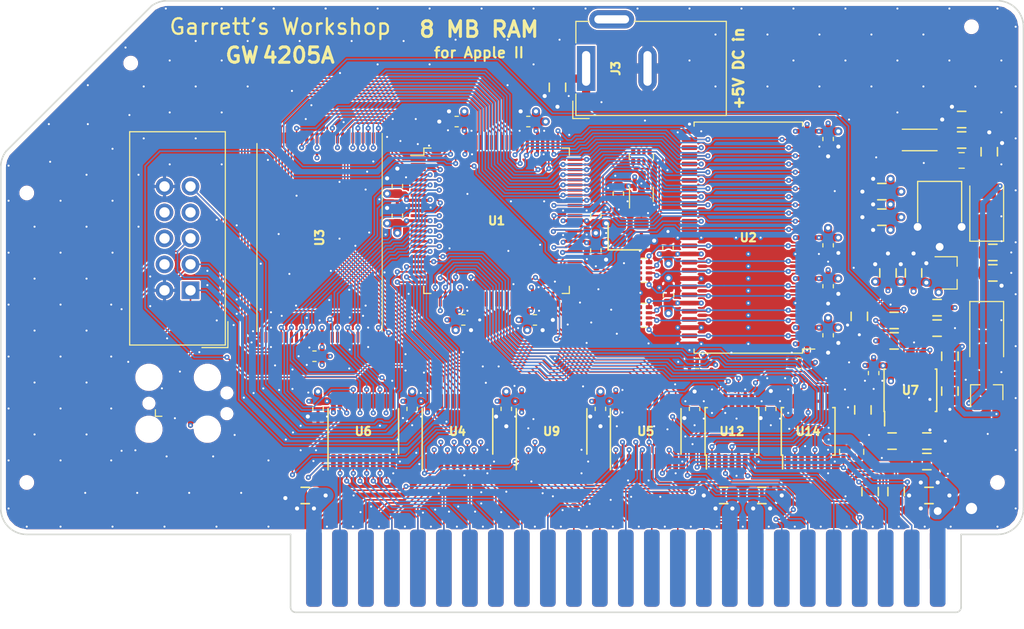
<source format=kicad_pcb>
(kicad_pcb (version 20171130) (host pcbnew "(5.1.5-0-10_14)")
  (layers (0 F.Cu signal) (1 In1.Cu power) (2 In2.Cu power) (31 B.Cu signal) (34 B.Paste user) (35 F.Paste user) (36 B.SilkS user) (37 F.SilkS user) (38 B.Mask user) (39 F.Mask user) (44 Edge.Cuts user))
  (net 0 "")
  (net 1 +5V)
  (net 2 GND)
  (net 3 /A4)
  (net 4 /D7)
  (net 5 /D6)
  (net 6 /A8)
  (net 7 /A7)
  (net 8 /A6)
  (net 9 /A5)
  (net 10 /A3)
  (net 11 /A2)
  (net 12 /A1)
  (net 13 /A0)
  (net 14 /A9)
  (net 15 /D1)
  (net 16 /D5)
  (net 17 /D0)
  (net 18 /D2)
  (net 19 /D3)
  (net 20 /D4)
  (net 21 /A10)
  (net 22 +12V)
  (net 23 -12V)
  (net 24 -5V)
  (net 25 /~IOSEL~)
  (net 26 /A11)
  (net 27 /A12)
  (net 28 /A13)
  (net 29 /A14)
  (net 30 /A15)
  (net 31 /R~W~)
  (net 32 /~IOSTRB~)
  (net 33 /RDY)
  (net 34 /~NMI~)
  (net 35 /~IRQ~)
  (net 36 /~RES~)
  (net 37 /~INH~)
  (net 38 /COLORREF)
  (net 39 /7M)
  (net 40 /Q3)
  (net 41 /PHI1)
  (net 42 /USER1)
  (net 43 /PHI0)
  (net 44 /~DEVSEL~)
  (net 45 /INTin)
  (net 46 /DMAin)
  (net 47 /TCK)
  (net 48 /TDO)
  (net 49 /TMS)
  (net 50 "Net-(J2-Pad6)")
  (net 51 "Net-(J2-Pad7)")
  (net 52 "Net-(J2-Pad8)")
  (net 53 /TDI)
  (net 54 /RA0)
  (net 55 /RA1)
  (net 56 /RA2)
  (net 57 /RA3)
  (net 58 /RA4)
  (net 59 /RA5)
  (net 60 /RA6)
  (net 61 /RA7)
  (net 62 /RA8)
  (net 63 /RA9)
  (net 64 /RA10)
  (net 65 /RD0)
  (net 66 /RD1)
  (net 67 /RD2)
  (net 68 /RD3)
  (net 69 /RD4)
  (net 70 /RD5)
  (net 71 /RD6)
  (net 72 /RD7)
  (net 73 /R~OE~)
  (net 74 /R~CS~)
  (net 75 /VIDSYNC)
  (net 76 +3V3)
  (net 77 /~DMA~)
  (net 78 /R~RES~)
  (net 79 /R~IOSTRB~)
  (net 80 /RPHI1)
  (net 81 /R~DEVSEL~)
  (net 82 /R~IOSEL~)
  (net 83 /RA11)
  (net 84 /RA12)
  (net 85 /RA13)
  (net 86 /RA14)
  (net 87 /RA15)
  (net 88 Vin)
  (net 89 /INTout)
  (net 90 /DMAout)
  (net 91 /RB6)
  (net 92 /RINTin)
  (net 93 /RDMAin)
  (net 94 /NMI~OE~)
  (net 95 /IRQ~OE~)
  (net 96 /INH~OE~)
  (net 97 /DMA~OE~)
  (net 98 /RINTout)
  (net 99 /RDMAout)
  (net 100 /A~OE~)
  (net 101 /Adir)
  (net 102 /Ddir)
  (net 103 "Net-(U13-Pad3)")
  (net 104 "Net-(U16-Pad1)")
  (net 105 /ACLK)
  (net 106 /RCLK)
  (net 107 /Dr0)
  (net 108 /Dr2)
  (net 109 /Dr1)
  (net 110 /Dr3)
  (net 111 /Dr7)
  (net 112 /Dr5)
  (net 113 /Dr6)
  (net 114 /Dr4)
  (net 115 /SD0)
  (net 116 /SD1)
  (net 117 /SD3)
  (net 118 /SD2)
  (net 119 /SD6)
  (net 120 /SD7)
  (net 121 /SD5)
  (net 122 /SD4)
  (net 123 /SDQML)
  (net 124 /S~WE~)
  (net 125 /S~CAS~)
  (net 126 /S~RAS~)
  (net 127 /S~CS~)
  (net 128 /SA0)
  (net 129 /SA3)
  (net 130 /SA4)
  (net 131 /SA6)
  (net 132 /SCKE)
  (net 133 /SDQMH)
  (net 134 "Net-(U3-Pad15)")
  (net 135 "Net-(U3-Pad30)")
  (net 136 "Net-(U3-Pad32)")
  (net 137 "Net-(U3-Pad34)")
  (net 138 "Net-(U3-Pad36)")
  (net 139 "Net-(U3-Pad39)")
  (net 140 "Net-(U3-Pad41)")
  (net 141 "Net-(U3-Pad43)")
  (net 142 /RR~W~in)
  (net 143 /RR~W~out)
  (net 144 /D~OE~)
  (net 145 /R~WE~)
  (net 146 "Net-(U14-Pad8)")
  (net 147 "Net-(J4-Pad6)")
  (net 148 "Net-(J4-Pad7)")
  (net 149 "Net-(J4-Pad8)")
  (net 150 VBUS)
  (net 151 "Net-(F1-Pad2)")
  (net 152 "Net-(R3-Pad2)")
  (net 153 "Net-(R11-Pad1)")
  (net 154 /~PreBOD~)
  (net 155 "Net-(RN1-Pad6)")
  (net 156 "Net-(RN1-Pad7)")
  (net 157 "Net-(RN1-Pad1)")
  (net 158 "Net-(RN1-Pad2)")
  (net 159 "Net-(RN1-Pad3)")
  (net 160 /DET)
  (net 161 "Net-(C6-Pad1)")
  (net 162 "Net-(D3-Pad2)")
  (net 163 /~RES~i)
  (net 164 /RB5)
  (net 165 /RB4)
  (net 166 /RB3)
  (net 167 /RB2)
  (net 168 /RB1)
  (net 169 /RB0)
  (net 170 /RB9)
  (net 171 /RB10)
  (net 172 /RB11)
  (net 173 /RB8)
  (net 174 /RB7)
  (net 175 /RW~OE~)
  (net 176 "Net-(C38-Pad1)")
  (net 177 "Net-(RN4-Pad3)")
  (net 178 "Net-(RN4-Pad2)")
  (module stdpads:SOIC-8_3.9mm (layer F.Cu) (at 134.493 117.983)
    (fp_text reference U7)
    (fp_text value LM393)
    (fp_text user %R (at 0 0 180) (layer F.SilkS) (effects (font (size 0.8128 0.8128) (thickness 0.2032))))
    (pad 8 smd roundrect (at -1.905 -2.4 90) (size 2.1 0.7) (layers F.Cu F.Paste F.Mask) (net 76 +3V3))
    (pad 7 smd roundrect (at -0.635 -2.4 90) (size 2.1 0.7) (layers F.Cu F.Paste F.Mask) (net 154 /~PreBOD~))
    (pad 6 smd roundrect (at 0.635 -2.4 90) (size 2.1 0.7) (layers F.Cu F.Paste F.Mask) (net 176 "Net-(C38-Pad1)"))
    (pad 5 smd roundrect (at 1.905 -2.4 90) (size 2.1 0.7) (layers F.Cu F.Paste F.Mask) (net 153 "Net-(R11-Pad1)"))
    (pad 4 smd roundrect (at 1.905 2.4 90) (size 2.1 0.7) (layers F.Cu F.Paste F.Mask) (net 2 GND))
    (pad 3 smd roundrect (at 0.635 2.4 90) (size 2.1 0.7) (layers F.Cu F.Paste F.Mask) (net 152 "Net-(R3-Pad2)"))
    (pad 2 smd roundrect (at -0.635 2.4 90) (size 2.1 0.7) (layers F.Cu F.Paste F.Mask) (net 176 "Net-(C38-Pad1)"))
    (pad 1 smd roundrect (at -1.905 2.4 90) (size 2.1 0.7) (layers F.Cu F.Paste F.Mask) (net 163 /~RES~i))
  )
  (module stdpads:SOT-353 (layer F.Cu) (at 108.2 98.85 270)
    (fp_text reference U16)
    (fp_text value 74LVC1G04GW)
    (pad 5 smd roundrect (at -0.85 0.65 90) (size 1 0.4) (layers F.Cu F.Paste F.Mask) (net 76 +3V3))
    (pad 4 smd roundrect (at -0.85 -0.65 90) (size 1 0.4) (layers F.Cu F.Paste F.Mask) (net 157 "Net-(RN1-Pad1)"))
    (pad 2 smd roundrect (at 0.85 0 90) (size 1 0.4) (layers F.Cu F.Paste F.Mask) (net 103 "Net-(U13-Pad3)"))
    (pad 1 smd roundrect (at 0.85 0.65 90) (size 1 0.4) (layers F.Cu F.Paste F.Mask) (net 104 "Net-(U16-Pad1)"))
    (pad 3 smd roundrect (at 0.85 -0.65 90) (size 1 0.4) (layers F.Cu F.Paste F.Mask) (net 2 GND))
  )
  (module stdpads:TQFP-100_14x14mm_P0.5mm (layer F.Cu) (at 94.05 101.4 270)
    (fp_text reference U1)
    (fp_text value EPM240T100C5N)
    (fp_text user %R (at 0 0) (layer F.SilkS) (effects (font (size 0.8128 0.8128) (thickness 0.2032))))
    (pad 1 smd roundrect (at -6 7.6625) (size 1.475 0.3) (layers F.Cu F.Paste F.Mask) (net 63 /RA9))
    (pad 2 smd roundrect (at -5.5 7.6625) (size 1.475 0.3) (layers F.Cu F.Paste F.Mask) (net 65 /RD0))
    (pad 3 smd roundrect (at -5 7.6625) (size 1.475 0.3) (layers F.Cu F.Paste F.Mask) (net 64 /RA10))
    (pad 4 smd roundrect (at -4.5 7.6625) (size 1.475 0.3) (layers F.Cu F.Paste F.Mask) (net 66 /RD1))
    (pad 5 smd roundrect (at -4 7.6625) (size 1.475 0.3) (layers F.Cu F.Paste F.Mask) (net 67 /RD2))
    (pad 6 smd roundrect (at -3.5 7.6625) (size 1.475 0.3) (layers F.Cu F.Paste F.Mask) (net 68 /RD3))
    (pad 7 smd roundrect (at -3 7.6625) (size 1.475 0.3) (layers F.Cu F.Paste F.Mask) (net 69 /RD4))
    (pad 8 smd roundrect (at -2.5 7.6625) (size 1.475 0.3) (layers F.Cu F.Paste F.Mask) (net 70 /RD5))
    (pad 9 smd roundrect (at -2 7.6625) (size 1.475 0.3) (layers F.Cu F.Paste F.Mask) (net 76 +3V3))
    (pad 10 smd roundrect (at -1.5 7.6625) (size 1.475 0.3) (layers F.Cu F.Paste F.Mask) (net 2 GND))
    (pad 11 smd roundrect (at -1 7.6625) (size 1.475 0.3) (layers F.Cu F.Paste F.Mask) (net 2 GND))
    (pad 12 smd roundrect (at -0.5 7.6625) (size 1.475 0.3) (layers F.Cu F.Paste F.Mask) (net 71 /RD6))
    (pad 13 smd roundrect (at 0 7.6625) (size 1.475 0.3) (layers F.Cu F.Paste F.Mask) (net 76 +3V3))
    (pad 14 smd roundrect (at 0.5 7.6625) (size 1.475 0.3) (layers F.Cu F.Paste F.Mask) (net 72 /RD7))
    (pad 15 smd roundrect (at 1 7.6625) (size 1.475 0.3) (layers F.Cu F.Paste F.Mask) (net 91 /RB6))
    (pad 16 smd roundrect (at 1.5 7.6625) (size 1.475 0.3) (layers F.Cu F.Paste F.Mask) (net 54 /RA0))
    (pad 17 smd roundrect (at 2 7.6625) (size 1.475 0.3) (layers F.Cu F.Paste F.Mask) (net 144 /D~OE~))
    (pad 18 smd roundrect (at 2.5 7.6625) (size 1.475 0.3) (layers F.Cu F.Paste F.Mask) (net 102 /Ddir))
    (pad 19 smd roundrect (at 3 7.6625) (size 1.475 0.3) (layers F.Cu F.Paste F.Mask) (net 101 /Adir))
    (pad 20 smd roundrect (at 3.5 7.6625) (size 1.475 0.3) (layers F.Cu F.Paste F.Mask) (net 99 /RDMAout))
    (pad 21 smd roundrect (at 4 7.6625) (size 1.475 0.3) (layers F.Cu F.Paste F.Mask) (net 98 /RINTout))
    (pad 22 smd roundrect (at 4.5 7.6625) (size 1.475 0.3) (layers F.Cu F.Paste F.Mask) (net 49 /TMS))
    (pad 23 smd roundrect (at 5 7.6625) (size 1.475 0.3) (layers F.Cu F.Paste F.Mask) (net 53 /TDI))
    (pad 24 smd roundrect (at 5.5 7.6625) (size 1.475 0.3) (layers F.Cu F.Paste F.Mask) (net 47 /TCK))
    (pad 25 smd roundrect (at 6 7.6625) (size 1.475 0.3) (layers F.Cu F.Paste F.Mask) (net 48 /TDO))
    (pad 26 smd roundrect (at 7.6625 6) (size 0.3 1.475) (layers F.Cu F.Paste F.Mask) (net 94 /NMI~OE~))
    (pad 27 smd roundrect (at 7.6625 5.5) (size 0.3 1.475) (layers F.Cu F.Paste F.Mask) (net 175 /RW~OE~))
    (pad 28 smd roundrect (at 7.6625 5) (size 0.3 1.475) (layers F.Cu F.Paste F.Mask) (net 143 /RR~W~out))
    (pad 29 smd roundrect (at 7.6625 4.5) (size 0.3 1.475) (layers F.Cu F.Paste F.Mask) (net 95 /IRQ~OE~))
    (pad 30 smd roundrect (at 7.6625 4) (size 0.3 1.475) (layers F.Cu F.Paste F.Mask) (net 97 /DMA~OE~))
    (pad 31 smd roundrect (at 7.6625 3.5) (size 0.3 1.475) (layers F.Cu F.Paste F.Mask) (net 76 +3V3))
    (pad 32 smd roundrect (at 7.6625 3) (size 0.3 1.475) (layers F.Cu F.Paste F.Mask) (net 2 GND))
    (pad 33 smd roundrect (at 7.6625 2.5) (size 0.3 1.475) (layers F.Cu F.Paste F.Mask) (net 96 /INH~OE~))
    (pad 34 smd roundrect (at 7.6625 2) (size 0.3 1.475) (layers F.Cu F.Paste F.Mask) (net 83 /RA11))
    (pad 35 smd roundrect (at 7.6625 1.5) (size 0.3 1.475) (layers F.Cu F.Paste F.Mask) (net 84 /RA12))
    (pad 36 smd roundrect (at 7.6625 1) (size 0.3 1.475) (layers F.Cu F.Paste F.Mask) (net 85 /RA13))
    (pad 37 smd roundrect (at 7.6625 0.5) (size 0.3 1.475) (layers F.Cu F.Paste F.Mask) (net 86 /RA14))
    (pad 38 smd roundrect (at 7.6625 0) (size 0.3 1.475) (layers F.Cu F.Paste F.Mask) (net 87 /RA15))
    (pad 39 smd roundrect (at 7.6625 -0.5) (size 0.3 1.475) (layers F.Cu F.Paste F.Mask) (net 82 /R~IOSEL~))
    (pad 40 smd roundrect (at 7.6625 -1) (size 0.3 1.475) (layers F.Cu F.Paste F.Mask) (net 81 /R~DEVSEL~))
    (pad 41 smd roundrect (at 7.6625 -1.5) (size 0.3 1.475) (layers F.Cu F.Paste F.Mask) (net 80 /RPHI1))
    (pad 42 smd roundrect (at 7.6625 -2) (size 0.3 1.475) (layers F.Cu F.Paste F.Mask) (net 79 /R~IOSTRB~))
    (pad 43 smd roundrect (at 7.6625 -2.5) (size 0.3 1.475) (layers F.Cu F.Paste F.Mask) (net 142 /RR~W~in))
    (pad 44 smd roundrect (at 7.6625 -3) (size 0.3 1.475) (layers F.Cu F.Paste F.Mask) (net 78 /R~RES~))
    (pad 45 smd roundrect (at 7.6625 -3.5) (size 0.3 1.475) (layers F.Cu F.Paste F.Mask) (net 76 +3V3))
    (pad 46 smd roundrect (at 7.6625 -4) (size 0.3 1.475) (layers F.Cu F.Paste F.Mask) (net 2 GND))
    (pad 47 smd roundrect (at 7.6625 -4.5) (size 0.3 1.475) (layers F.Cu F.Paste F.Mask) (net 109 /Dr1))
    (pad 48 smd roundrect (at 7.6625 -5) (size 0.3 1.475) (layers F.Cu F.Paste F.Mask) (net 92 /RINTin))
    (pad 49 smd roundrect (at 7.6625 -5.5) (size 0.3 1.475) (layers F.Cu F.Paste F.Mask) (net 93 /RDMAin))
    (pad 50 smd roundrect (at 7.6625 -6) (size 0.3 1.475) (layers F.Cu F.Paste F.Mask) (net 107 /Dr0))
    (pad 51 smd roundrect (at 6 -7.6625) (size 1.475 0.3) (layers F.Cu F.Paste F.Mask) (net 114 /Dr4))
    (pad 52 smd roundrect (at 5.5 -7.6625) (size 1.475 0.3) (layers F.Cu F.Paste F.Mask) (net 112 /Dr5))
    (pad 53 smd roundrect (at 5 -7.6625) (size 1.475 0.3) (layers F.Cu F.Paste F.Mask) (net 113 /Dr6))
    (pad 54 smd roundrect (at 4.5 -7.6625) (size 1.475 0.3) (layers F.Cu F.Paste F.Mask) (net 111 /Dr7))
    (pad 55 smd roundrect (at 4 -7.6625) (size 1.475 0.3) (layers F.Cu F.Paste F.Mask) (net 110 /Dr3))
    (pad 56 smd roundrect (at 3.5 -7.6625) (size 1.475 0.3) (layers F.Cu F.Paste F.Mask) (net 108 /Dr2))
    (pad 57 smd roundrect (at 3 -7.6625) (size 1.475 0.3) (layers F.Cu F.Paste F.Mask) (net 133 /SDQMH))
    (pad 58 smd roundrect (at 2.5 -7.6625) (size 1.475 0.3) (layers F.Cu F.Paste F.Mask) (net 124 /S~WE~))
    (pad 59 smd roundrect (at 2 -7.6625) (size 1.475 0.3) (layers F.Cu F.Paste F.Mask) (net 76 +3V3))
    (pad 60 smd roundrect (at 1.5 -7.6625) (size 1.475 0.3) (layers F.Cu F.Paste F.Mask) (net 2 GND))
    (pad 61 smd roundrect (at 1 -7.6625) (size 1.475 0.3) (layers F.Cu F.Paste F.Mask) (net 125 /S~CAS~))
    (pad 62 smd roundrect (at 0.5 -7.6625) (size 1.475 0.3) (layers F.Cu F.Paste F.Mask) (net 126 /S~RAS~))
    (pad 63 smd roundrect (at 0 -7.6625) (size 1.475 0.3) (layers F.Cu F.Paste F.Mask) (net 76 +3V3))
    (pad 64 smd roundrect (at -0.5 -7.6625) (size 1.475 0.3) (layers F.Cu F.Paste F.Mask) (net 105 /ACLK))
    (pad 65 smd roundrect (at -1 -7.6625) (size 1.475 0.3) (layers F.Cu F.Paste F.Mask) (net 2 GND))
    (pad 66 smd roundrect (at -1.5 -7.6625) (size 1.475 0.3) (layers F.Cu F.Paste F.Mask) (net 132 /SCKE))
    (pad 67 smd roundrect (at -2 -7.6625) (size 1.475 0.3) (layers F.Cu F.Paste F.Mask) (net 127 /S~CS~))
    (pad 68 smd roundrect (at -2.5 -7.6625) (size 1.475 0.3) (layers F.Cu F.Paste F.Mask) (net 164 /RB5))
    (pad 69 smd roundrect (at -3 -7.6625) (size 1.475 0.3) (layers F.Cu F.Paste F.Mask) (net 165 /RB4))
    (pad 70 smd roundrect (at -3.5 -7.6625) (size 1.475 0.3) (layers F.Cu F.Paste F.Mask) (net 166 /RB3))
    (pad 71 smd roundrect (at -4 -7.6625) (size 1.475 0.3) (layers F.Cu F.Paste F.Mask) (net 167 /RB2))
    (pad 72 smd roundrect (at -4.5 -7.6625) (size 1.475 0.3) (layers F.Cu F.Paste F.Mask) (net 168 /RB1))
    (pad 73 smd roundrect (at -5 -7.6625) (size 1.475 0.3) (layers F.Cu F.Paste F.Mask) (net 169 /RB0))
    (pad 74 smd roundrect (at -5.5 -7.6625) (size 1.475 0.3) (layers F.Cu F.Paste F.Mask) (net 170 /RB9))
    (pad 75 smd roundrect (at -6 -7.6625) (size 1.475 0.3) (layers F.Cu F.Paste F.Mask) (net 128 /SA0))
    (pad 76 smd roundrect (at -7.6625 -6) (size 0.3 1.475) (layers F.Cu F.Paste F.Mask) (net 130 /SA4))
    (pad 77 smd roundrect (at -7.6625 -5.5) (size 0.3 1.475) (layers F.Cu F.Paste F.Mask) (net 131 /SA6))
    (pad 78 smd roundrect (at -7.6625 -5) (size 0.3 1.475) (layers F.Cu F.Paste F.Mask) (net 171 /RB10))
    (pad 79 smd roundrect (at -7.6625 -4.5) (size 0.3 1.475) (layers F.Cu F.Paste F.Mask) (net 2 GND))
    (pad 80 smd roundrect (at -7.6625 -4) (size 0.3 1.475) (layers F.Cu F.Paste F.Mask) (net 76 +3V3))
    (pad 81 smd roundrect (at -7.6625 -3.5) (size 0.3 1.475) (layers F.Cu F.Paste F.Mask) (net 172 /RB11))
    (pad 82 smd roundrect (at -7.6625 -3) (size 0.3 1.475) (layers F.Cu F.Paste F.Mask) (net 173 /RB8))
    (pad 83 smd roundrect (at -7.6625 -2.5) (size 0.3 1.475) (layers F.Cu F.Paste F.Mask) (net 174 /RB7))
    (pad 84 smd roundrect (at -7.6625 -2) (size 0.3 1.475) (layers F.Cu F.Paste F.Mask) (net 129 /SA3))
    (pad 85 smd roundrect (at -7.6625 -1.5) (size 0.3 1.475) (layers F.Cu F.Paste F.Mask) (net 73 /R~OE~))
    (pad 86 smd roundrect (at -7.6625 -1) (size 0.3 1.475) (layers F.Cu F.Paste F.Mask) (net 74 /R~CS~))
    (pad 87 smd roundrect (at -7.6625 -0.5) (size 0.3 1.475) (layers F.Cu F.Paste F.Mask) (net 55 /RA1))
    (pad 88 smd roundrect (at -7.6625 0) (size 0.3 1.475) (layers F.Cu F.Paste F.Mask) (net 56 /RA2))
    (pad 89 smd roundrect (at -7.6625 0.5) (size 0.3 1.475) (layers F.Cu F.Paste F.Mask) (net 57 /RA3))
    (pad 90 smd roundrect (at -7.6625 1) (size 0.3 1.475) (layers F.Cu F.Paste F.Mask) (net 58 /RA4))
    (pad 91 smd roundrect (at -7.6625 1.5) (size 0.3 1.475) (layers F.Cu F.Paste F.Mask) (net 59 /RA5))
    (pad 92 smd roundrect (at -7.6625 2) (size 0.3 1.475) (layers F.Cu F.Paste F.Mask) (net 60 /RA6))
    (pad 93 smd roundrect (at -7.6625 2.5) (size 0.3 1.475) (layers F.Cu F.Paste F.Mask) (net 2 GND))
    (pad 94 smd roundrect (at -7.6625 3) (size 0.3 1.475) (layers F.Cu F.Paste F.Mask) (net 76 +3V3))
    (pad 95 smd roundrect (at -7.6625 3.5) (size 0.3 1.475) (layers F.Cu F.Paste F.Mask) (net 123 /SDQML))
    (pad 96 smd roundrect (at -7.6625 4) (size 0.3 1.475) (layers F.Cu F.Paste F.Mask) (net 100 /A~OE~))
    (pad 97 smd roundrect (at -7.6625 4.5) (size 0.3 1.475) (layers F.Cu F.Paste F.Mask) (net 154 /~PreBOD~))
    (pad 98 smd roundrect (at -7.6625 5) (size 0.3 1.475) (layers F.Cu F.Paste F.Mask) (net 145 /R~WE~))
    (pad 99 smd roundrect (at -7.6625 5.5) (size 0.3 1.475) (layers F.Cu F.Paste F.Mask) (net 61 /RA7))
    (pad 100 smd roundrect (at -7.6625 6) (size 0.3 1.475) (layers F.Cu F.Paste F.Mask) (net 62 /RA8))
  )
  (module stdpads:TSOP-I-48_18.4x12mm_P0.5mm (layer F.Cu) (at 76.75 103.05 180)
    (fp_text reference U3)
    (fp_text value MX29LV640EB)
    (fp_text user %R (at 0 0 90) (layer F.SilkS) (effects (font (size 0.8128 0.8128) (thickness 0.2032))))
    (pad 1 smd roundrect (at -5.75 9.75 270) (size 1.1 0.3) (layers F.Cu F.Paste F.Mask) (net 164 /RB5))
    (pad 25 smd roundrect (at 5.75 -9.75 270) (size 1.1 0.3) (layers F.Cu F.Paste F.Mask) (net 55 /RA1))
    (pad 2 smd roundrect (at -5.25 9.75 270) (size 1.1 0.3) (layers F.Cu F.Paste F.Mask) (net 165 /RB4))
    (pad 3 smd roundrect (at -4.75 9.75 270) (size 1.1 0.3) (layers F.Cu F.Paste F.Mask) (net 166 /RB3))
    (pad 4 smd roundrect (at -4.25 9.75 270) (size 1.1 0.3) (layers F.Cu F.Paste F.Mask) (net 167 /RB2))
    (pad 5 smd roundrect (at -3.75 9.75 270) (size 1.1 0.3) (layers F.Cu F.Paste F.Mask) (net 168 /RB1))
    (pad 6 smd roundrect (at -3.25 9.75 270) (size 1.1 0.3) (layers F.Cu F.Paste F.Mask) (net 169 /RB0))
    (pad 7 smd roundrect (at -2.75 9.75 270) (size 1.1 0.3) (layers F.Cu F.Paste F.Mask) (net 64 /RA10))
    (pad 8 smd roundrect (at -2.25 9.75 270) (size 1.1 0.3) (layers F.Cu F.Paste F.Mask) (net 63 /RA9))
    (pad 9 smd roundrect (at -1.75 9.75 270) (size 1.1 0.3) (layers F.Cu F.Paste F.Mask) (net 170 /RB9))
    (pad 10 smd roundrect (at -1.25 9.75 270) (size 1.1 0.3) (layers F.Cu F.Paste F.Mask) (net 171 /RB10))
    (pad 11 smd roundrect (at -0.75 9.75 270) (size 1.1 0.3) (layers F.Cu F.Paste F.Mask) (net 145 /R~WE~))
    (pad 12 smd roundrect (at -0.25 9.75 270) (size 1.1 0.3) (layers F.Cu F.Paste F.Mask) (net 76 +3V3))
    (pad 13 smd roundrect (at 0.25 9.75 270) (size 1.1 0.3) (layers F.Cu F.Paste F.Mask) (net 172 /RB11))
    (pad 14 smd roundrect (at 0.75 9.75 270) (size 1.1 0.3) (layers F.Cu F.Paste F.Mask) (net 76 +3V3))
    (pad 15 smd roundrect (at 1.25 9.75 270) (size 1.1 0.3) (layers F.Cu F.Paste F.Mask) (net 134 "Net-(U3-Pad15)"))
    (pad 16 smd roundrect (at 1.75 9.75 270) (size 1.1 0.3) (layers F.Cu F.Paste F.Mask) (net 173 /RB8))
    (pad 17 smd roundrect (at 2.25 9.75 270) (size 1.1 0.3) (layers F.Cu F.Paste F.Mask) (net 174 /RB7))
    (pad 18 smd roundrect (at 2.75 9.75 270) (size 1.1 0.3) (layers F.Cu F.Paste F.Mask) (net 62 /RA8))
    (pad 19 smd roundrect (at 3.25 9.75 270) (size 1.1 0.3) (layers F.Cu F.Paste F.Mask) (net 61 /RA7))
    (pad 20 smd roundrect (at 3.75 9.75 270) (size 1.1 0.3) (layers F.Cu F.Paste F.Mask) (net 60 /RA6))
    (pad 21 smd roundrect (at 4.25 9.75 270) (size 1.1 0.3) (layers F.Cu F.Paste F.Mask) (net 59 /RA5))
    (pad 22 smd roundrect (at 4.75 9.75 270) (size 1.1 0.3) (layers F.Cu F.Paste F.Mask) (net 58 /RA4))
    (pad 23 smd roundrect (at 5.25 9.75 270) (size 1.1 0.3) (layers F.Cu F.Paste F.Mask) (net 57 /RA3))
    (pad 24 smd roundrect (at 5.75 9.75 270) (size 1.1 0.3) (layers F.Cu F.Paste F.Mask) (net 56 /RA2))
    (pad 26 smd roundrect (at 5.25 -9.75 270) (size 1.1 0.3) (layers F.Cu F.Paste F.Mask) (net 74 /R~CS~))
    (pad 27 smd roundrect (at 4.75 -9.75 270) (size 1.1 0.3) (layers F.Cu F.Paste F.Mask) (net 2 GND))
    (pad 28 smd roundrect (at 4.25 -9.75 270) (size 1.1 0.3) (layers F.Cu F.Paste F.Mask) (net 73 /R~OE~))
    (pad 29 smd roundrect (at 3.75 -9.75 270) (size 1.1 0.3) (layers F.Cu F.Paste F.Mask) (net 65 /RD0))
    (pad 30 smd roundrect (at 3.25 -9.75 270) (size 1.1 0.3) (layers F.Cu F.Paste F.Mask) (net 135 "Net-(U3-Pad30)"))
    (pad 31 smd roundrect (at 2.75 -9.75 270) (size 1.1 0.3) (layers F.Cu F.Paste F.Mask) (net 66 /RD1))
    (pad 32 smd roundrect (at 2.25 -9.75 270) (size 1.1 0.3) (layers F.Cu F.Paste F.Mask) (net 136 "Net-(U3-Pad32)"))
    (pad 33 smd roundrect (at 1.75 -9.75 270) (size 1.1 0.3) (layers F.Cu F.Paste F.Mask) (net 67 /RD2))
    (pad 34 smd roundrect (at 1.25 -9.75 270) (size 1.1 0.3) (layers F.Cu F.Paste F.Mask) (net 137 "Net-(U3-Pad34)"))
    (pad 35 smd roundrect (at 0.75 -9.75 270) (size 1.1 0.3) (layers F.Cu F.Paste F.Mask) (net 68 /RD3))
    (pad 36 smd roundrect (at 0.25 -9.75 270) (size 1.1 0.3) (layers F.Cu F.Paste F.Mask) (net 138 "Net-(U3-Pad36)"))
    (pad 37 smd roundrect (at -0.25 -9.75 270) (size 1.1 0.3) (layers F.Cu F.Paste F.Mask) (net 76 +3V3))
    (pad 38 smd roundrect (at -0.75 -9.75 270) (size 1.1 0.3) (layers F.Cu F.Paste F.Mask) (net 69 /RD4))
    (pad 39 smd roundrect (at -1.25 -9.75 270) (size 1.1 0.3) (layers F.Cu F.Paste F.Mask) (net 139 "Net-(U3-Pad39)"))
    (pad 40 smd roundrect (at -1.75 -9.75 270) (size 1.1 0.3) (layers F.Cu F.Paste F.Mask) (net 70 /RD5))
    (pad 41 smd roundrect (at -2.25 -9.75 270) (size 1.1 0.3) (layers F.Cu F.Paste F.Mask) (net 140 "Net-(U3-Pad41)"))
    (pad 42 smd roundrect (at -2.75 -9.75 270) (size 1.1 0.3) (layers F.Cu F.Paste F.Mask) (net 71 /RD6))
    (pad 43 smd roundrect (at -3.25 -9.75 270) (size 1.1 0.3) (layers F.Cu F.Paste F.Mask) (net 141 "Net-(U3-Pad43)"))
    (pad 44 smd roundrect (at -3.75 -9.75 270) (size 1.1 0.3) (layers F.Cu F.Paste F.Mask) (net 72 /RD7))
    (pad 45 smd roundrect (at -4.25 -9.75 270) (size 1.1 0.3) (layers F.Cu F.Paste F.Mask) (net 54 /RA0))
    (pad 46 smd roundrect (at -4.75 -9.75 270) (size 1.1 0.3) (layers F.Cu F.Paste F.Mask) (net 2 GND))
    (pad 47 smd roundrect (at -5.25 -9.75 270) (size 1.1 0.3) (layers F.Cu F.Paste F.Mask) (net 2 GND))
    (pad 48 smd roundrect (at -5.75 -9.75 270) (size 1.1 0.3) (layers F.Cu F.Paste F.Mask) (net 91 /RB6))
  )
  (module stdpads:SOT-23 (layer F.Cu) (at 141.95 118.2 270)
    (fp_text reference Q1)
    (fp_text value AO3401A)
    (pad 1 smd roundrect (at 1.05 0.95 90) (size 1.35 0.8) (layers F.Cu F.Paste F.Mask) (net 161 "Net-(C6-Pad1)"))
    (pad 2 smd roundrect (at 1.05 -0.95 90) (size 1.35 0.8) (layers F.Cu F.Paste F.Mask) (net 1 +5V))
    (pad 3 smd roundrect (at -1.05 0 90) (size 1.35 0.8) (layers F.Cu F.Paste F.Mask) (net 162 "Net-(D3-Pad2)"))
  )
  (module stdpads:TSOP-II-54_22.2x10.16mm_P0.8mm (layer F.Cu) (at 118.65 103.05 180)
    (fp_text reference U2)
    (fp_text value W9825)
    (fp_text user %R (at 0 0) (layer F.SilkS) (effects (font (size 0.8128 0.8128) (thickness 0.2032))))
    (pad 1 smd roundrect (at -5.75 -10.4 180) (size 1.51 0.458) (layers F.Cu F.Paste F.Mask) (net 76 +3V3))
    (pad 2 smd roundrect (at -5.75 -9.6 180) (size 1.51 0.458) (layers F.Cu F.Paste F.Mask) (net 115 /SD0))
    (pad 3 smd roundrect (at -5.75 -8.8 180) (size 1.51 0.458) (layers F.Cu F.Paste F.Mask) (net 76 +3V3))
    (pad 4 smd roundrect (at -5.75 -8 180) (size 1.51 0.458) (layers F.Cu F.Paste F.Mask) (net 116 /SD1))
    (pad 5 smd roundrect (at -5.75 -7.2 180) (size 1.51 0.458) (layers F.Cu F.Paste F.Mask) (net 118 /SD2))
    (pad 6 smd roundrect (at -5.75 -6.4 180) (size 1.51 0.458) (layers F.Cu F.Paste F.Mask) (net 2 GND))
    (pad 7 smd roundrect (at -5.75 -5.6 180) (size 1.51 0.458) (layers F.Cu F.Paste F.Mask) (net 117 /SD3))
    (pad 8 smd roundrect (at -5.75 -4.8 180) (size 1.51 0.458) (layers F.Cu F.Paste F.Mask) (net 122 /SD4))
    (pad 9 smd roundrect (at -5.75 -4 180) (size 1.51 0.458) (layers F.Cu F.Paste F.Mask) (net 76 +3V3))
    (pad 10 smd roundrect (at -5.75 -3.2 180) (size 1.51 0.458) (layers F.Cu F.Paste F.Mask) (net 121 /SD5))
    (pad 11 smd roundrect (at -5.75 -2.4 180) (size 1.51 0.458) (layers F.Cu F.Paste F.Mask) (net 119 /SD6))
    (pad 12 smd roundrect (at -5.75 -1.6 180) (size 1.51 0.458) (layers F.Cu F.Paste F.Mask) (net 2 GND))
    (pad 13 smd roundrect (at -5.75 -0.8 180) (size 1.51 0.458) (layers F.Cu F.Paste F.Mask) (net 120 /SD7))
    (pad 14 smd roundrect (at -5.75 0 180) (size 1.51 0.458) (layers F.Cu F.Paste F.Mask) (net 76 +3V3))
    (pad 15 smd roundrect (at -5.75 0.8 180) (size 1.51 0.458) (layers F.Cu F.Paste F.Mask) (net 123 /SDQML))
    (pad 16 smd roundrect (at -5.75 1.6 180) (size 1.51 0.458) (layers F.Cu F.Paste F.Mask) (net 124 /S~WE~))
    (pad 17 smd roundrect (at -5.75 2.4 180) (size 1.51 0.458) (layers F.Cu F.Paste F.Mask) (net 125 /S~CAS~))
    (pad 18 smd roundrect (at -5.75 3.2 180) (size 1.51 0.458) (layers F.Cu F.Paste F.Mask) (net 126 /S~RAS~))
    (pad 19 smd roundrect (at -5.75 4 180) (size 1.51 0.458) (layers F.Cu F.Paste F.Mask) (net 127 /S~CS~))
    (pad 20 smd roundrect (at -5.75 4.8 180) (size 1.51 0.458) (layers F.Cu F.Paste F.Mask) (net 165 /RB4))
    (pad 21 smd roundrect (at -5.75 5.6 180) (size 1.51 0.458) (layers F.Cu F.Paste F.Mask) (net 167 /RB2))
    (pad 22 smd roundrect (at -5.75 6.4 180) (size 1.51 0.458) (layers F.Cu F.Paste F.Mask) (net 169 /RB0))
    (pad 23 smd roundrect (at -5.75 7.2 180) (size 1.51 0.458) (layers F.Cu F.Paste F.Mask) (net 128 /SA0))
    (pad 24 smd roundrect (at -5.75 8 180) (size 1.51 0.458) (layers F.Cu F.Paste F.Mask) (net 172 /RB11))
    (pad 25 smd roundrect (at -5.75 8.8 180) (size 1.51 0.458) (layers F.Cu F.Paste F.Mask) (net 173 /RB8))
    (pad 26 smd roundrect (at -5.75 9.6 180) (size 1.51 0.458) (layers F.Cu F.Paste F.Mask) (net 129 /SA3))
    (pad 27 smd roundrect (at -5.75 10.4 180) (size 1.51 0.458) (layers F.Cu F.Paste F.Mask) (net 76 +3V3))
    (pad 28 smd roundrect (at 5.75 10.4 180) (size 1.51 0.458) (layers F.Cu F.Paste F.Mask) (net 2 GND))
    (pad 29 smd roundrect (at 5.75 9.6 180) (size 1.51 0.458) (layers F.Cu F.Paste F.Mask) (net 130 /SA4))
    (pad 30 smd roundrect (at 5.75 8.8 180) (size 1.51 0.458) (layers F.Cu F.Paste F.Mask) (net 174 /RB7))
    (pad 31 smd roundrect (at 5.75 8 180) (size 1.51 0.458) (layers F.Cu F.Paste F.Mask) (net 131 /SA6))
    (pad 32 smd roundrect (at 5.75 7.2 180) (size 1.51 0.458) (layers F.Cu F.Paste F.Mask) (net 171 /RB10))
    (pad 33 smd roundrect (at 5.75 6.4 180) (size 1.51 0.458) (layers F.Cu F.Paste F.Mask) (net 170 /RB9))
    (pad 34 smd roundrect (at 5.75 5.6 180) (size 1.51 0.458) (layers F.Cu F.Paste F.Mask) (net 168 /RB1))
    (pad 35 smd roundrect (at 5.75 4.8 180) (size 1.51 0.458) (layers F.Cu F.Paste F.Mask) (net 166 /RB3))
    (pad 36 smd roundrect (at 5.75 4 180) (size 1.51 0.458) (layers F.Cu F.Paste F.Mask) (net 164 /RB5))
    (pad 37 smd roundrect (at 5.75 3.2 180) (size 1.51 0.458) (layers F.Cu F.Paste F.Mask) (net 132 /SCKE))
    (pad 38 smd roundrect (at 5.75 2.4 180) (size 1.51 0.458) (layers F.Cu F.Paste F.Mask) (net 106 /RCLK))
    (pad 39 smd roundrect (at 5.75 1.6 180) (size 1.51 0.458) (layers F.Cu F.Paste F.Mask) (net 133 /SDQMH))
    (pad 40 smd roundrect (at 5.75 0.8 180) (size 1.51 0.458) (layers F.Cu F.Paste F.Mask))
    (pad 41 smd roundrect (at 5.75 0 180) (size 1.51 0.458) (layers F.Cu F.Paste F.Mask) (net 2 GND))
    (pad 42 smd roundrect (at 5.75 -0.8 180) (size 1.51 0.458) (layers F.Cu F.Paste F.Mask) (net 120 /SD7))
    (pad 43 smd roundrect (at 5.75 -1.6 180) (size 1.51 0.458) (layers F.Cu F.Paste F.Mask) (net 76 +3V3))
    (pad 44 smd roundrect (at 5.75 -2.4 180) (size 1.51 0.458) (layers F.Cu F.Paste F.Mask) (net 119 /SD6))
    (pad 45 smd roundrect (at 5.75 -3.2 180) (size 1.51 0.458) (layers F.Cu F.Paste F.Mask) (net 121 /SD5))
    (pad 46 smd roundrect (at 5.75 -4 180) (size 1.51 0.458) (layers F.Cu F.Paste F.Mask) (net 2 GND))
    (pad 47 smd roundrect (at 5.75 -4.8 180) (size 1.51 0.458) (layers F.Cu F.Paste F.Mask) (net 122 /SD4))
    (pad 48 smd roundrect (at 5.75 -5.6 180) (size 1.51 0.458) (layers F.Cu F.Paste F.Mask) (net 117 /SD3))
    (pad 49 smd roundrect (at 5.75 -6.4 180) (size 1.51 0.458) (layers F.Cu F.Paste F.Mask) (net 76 +3V3))
    (pad 50 smd roundrect (at 5.75 -7.2 180) (size 1.51 0.458) (layers F.Cu F.Paste F.Mask) (net 118 /SD2))
    (pad 51 smd roundrect (at 5.75 -8 180) (size 1.51 0.458) (layers F.Cu F.Paste F.Mask) (net 116 /SD1))
    (pad 52 smd roundrect (at 5.75 -8.8 180) (size 1.51 0.458) (layers F.Cu F.Paste F.Mask) (net 2 GND))
    (pad 53 smd roundrect (at 5.75 -9.6 180) (size 1.51 0.458) (layers F.Cu F.Paste F.Mask) (net 115 /SD0))
    (pad 54 smd roundrect (at 5.75 -10.4 180) (size 1.51 0.458) (layers F.Cu F.Paste F.Mask) (net 2 GND))
  )
  (module stdpads:BOOMELE_DC-005_DC_5.5-2.0MM (layer F.Cu) (at 102.8 86.5 90)
    (fp_text reference J3)
    (fp_text value "DC in")
    (fp_text user %R (at 0 2.9 90) (layer F.SilkS) (effects (font (size 0.8128 0.8128) (thickness 0.2032))))
    (pad 1 thru_hole rect (at 0 0 90) (size 4.4 1.8) (drill oval 3.4 0.8) (layers *.Cu *.Mask) (net 150 VBUS))
    (pad 2 thru_hole oval (at 0 6 90) (size 4.4 1.8) (drill oval 3.4 0.8) (layers *.Cu *.Mask) (net 2 GND))
    (pad 3 thru_hole oval (at 4.8 2.5 180) (size 4.4 1.8) (drill oval 3.4 0.8) (layers *.Cu *.Mask) (net 160 /DET))
  )
  (module stdpads:C_0805 (layer F.Cu) (at 132.3 106.5 90)
    (fp_text reference C11)
    (fp_text value 10u)
    (pad 1 smd roundrect (at -0.85 0 90) (size 1.05 1.4) (layers F.Cu F.Paste F.Mask) (net 76 +3V3))
    (pad 2 smd roundrect (at 0.85 0 90) (size 1.05 1.4) (layers F.Cu F.Paste F.Mask) (net 2 GND))
  )
  (module stdpads:C_0805 (layer F.Cu) (at 134.8 106.5 90)
    (fp_text reference C10)
    (fp_text value 10u)
    (pad 2 smd roundrect (at 0.85 0 90) (size 1.05 1.4) (layers F.Cu F.Paste F.Mask) (net 2 GND))
    (pad 1 smd roundrect (at -0.85 0 90) (size 1.05 1.4) (layers F.Cu F.Paste F.Mask) (net 76 +3V3))
  )
  (module Connector_IDC:IDC-Header_2x05_P2.54mm_Vertical (layer F.Cu) (at 64.135 108.204 180)
    (fp_text reference J4)
    (fp_text value JTAG)
    (pad 1 thru_hole rect (at 0 0 180) (size 1.7272 1.7272) (drill 1.016) (layers *.Cu *.Mask) (net 47 /TCK))
    (pad 2 thru_hole oval (at 2.54 0 180) (size 1.7272 1.7272) (drill 1.016) (layers *.Cu *.Mask) (net 2 GND))
    (pad 3 thru_hole oval (at 0 2.54 180) (size 1.7272 1.7272) (drill 1.016) (layers *.Cu *.Mask) (net 48 /TDO))
    (pad 4 thru_hole oval (at 2.54 2.54 180) (size 1.7272 1.7272) (drill 1.016) (layers *.Cu *.Mask) (net 76 +3V3))
    (pad 5 thru_hole oval (at 0 5.08 180) (size 1.7272 1.7272) (drill 1.016) (layers *.Cu *.Mask) (net 49 /TMS))
    (pad 6 thru_hole oval (at 2.54 5.08 180) (size 1.7272 1.7272) (drill 1.016) (layers *.Cu *.Mask) (net 147 "Net-(J4-Pad6)"))
    (pad 7 thru_hole oval (at 0 7.62 180) (size 1.7272 1.7272) (drill 1.016) (layers *.Cu *.Mask) (net 148 "Net-(J4-Pad7)"))
    (pad 8 thru_hole oval (at 2.54 7.62 180) (size 1.7272 1.7272) (drill 1.016) (layers *.Cu *.Mask) (net 149 "Net-(J4-Pad8)"))
    (pad 9 thru_hole oval (at 0 10.16 180) (size 1.7272 1.7272) (drill 1.016) (layers *.Cu *.Mask) (net 53 /TDI))
    (pad 10 thru_hole oval (at 2.54 10.16 180) (size 1.7272 1.7272) (drill 1.016) (layers *.Cu *.Mask) (net 2 GND))
  )
  (module Connector:Tag-Connect_TC2050-IDC-FP_2x05_P1.27mm_Vertical (layer F.Cu) (at 63.881 119.253)
    (fp_text reference J2)
    (fp_text value JTAG)
    (pad "" np_thru_hole circle (at 3.81 -1.016) (size 0.9906 0.9906) (drill 0.9906) (layers *.Cu *.Mask))
    (pad "" np_thru_hole circle (at 3.81 1.016) (size 0.9906 0.9906) (drill 0.9906) (layers *.Cu *.Mask))
    (pad "" np_thru_hole circle (at -3.81 0) (size 0.9906 0.9906) (drill 0.9906) (layers *.Cu *.Mask))
    (pad 1 connect circle (at -2.54 0.635) (size 0.7874 0.7874) (layers F.Cu F.Mask) (net 47 /TCK))
    (pad 2 connect circle (at -1.27 0.635) (size 0.7874 0.7874) (layers F.Cu F.Mask) (net 2 GND))
    (pad 3 connect circle (at 0 0.635) (size 0.7874 0.7874) (layers F.Cu F.Mask) (net 48 /TDO))
    (pad 4 connect circle (at 1.27 0.635) (size 0.7874 0.7874) (layers F.Cu F.Mask) (net 76 +3V3))
    (pad 5 connect circle (at 2.54 0.635) (size 0.7874 0.7874) (layers F.Cu F.Mask) (net 49 /TMS))
    (pad 6 connect circle (at 2.54 -0.635) (size 0.7874 0.7874) (layers F.Cu F.Mask) (net 50 "Net-(J2-Pad6)"))
    (pad 7 connect circle (at 1.27 -0.635) (size 0.7874 0.7874) (layers F.Cu F.Mask) (net 51 "Net-(J2-Pad7)"))
    (pad 8 connect circle (at 0 -0.635) (size 0.7874 0.7874) (layers F.Cu F.Mask) (net 52 "Net-(J2-Pad8)"))
    (pad 9 connect circle (at -1.27 -0.635) (size 0.7874 0.7874) (layers F.Cu F.Mask) (net 53 /TDI))
    (pad 10 connect circle (at -2.54 -0.635) (size 0.7874 0.7874) (layers F.Cu F.Mask) (net 2 GND))
    (pad "" np_thru_hole circle (at -3.81 -2.54) (size 2.3749 2.3749) (drill 2.3749) (layers *.Cu *.Mask))
    (pad "" np_thru_hole circle (at -3.81 2.54) (size 2.3749 2.3749) (drill 2.3749) (layers *.Cu *.Mask))
    (pad "" np_thru_hole circle (at 1.905 2.54) (size 2.3749 2.3749) (drill 2.3749) (layers *.Cu *.Mask))
    (pad "" np_thru_hole circle (at 1.905 -2.54) (size 2.3749 2.3749) (drill 2.3749) (layers *.Cu *.Mask))
  )
  (module stdpads:C_0603 (layer F.Cu) (at 123.65 115.35 180)
    (fp_text reference C28)
    (fp_text value 2u2)
    (pad 2 smd roundrect (at 0.75 0 180) (size 0.85 0.95) (layers F.Cu F.Paste F.Mask) (net 2 GND))
    (pad 1 smd roundrect (at -0.75 0 180) (size 0.85 0.95) (layers F.Cu F.Paste F.Mask) (net 76 +3V3))
  )
  (module stdpads:TSSOP-20_4.4x6.5mm_P0.65mm (layer F.Cu) (at 81.025 122)
    (fp_text reference U6)
    (fp_text value 74AHC245)
    (fp_text user %R (at 0 0) (layer F.SilkS) (effects (font (size 0.8128 0.8128) (thickness 0.2032))))
    (pad 1 smd roundrect (at -2.925 2.95 90) (size 1.45 0.45) (layers F.Cu F.Paste F.Mask) (net 102 /Ddir))
    (pad 2 smd roundrect (at -2.275 2.95 90) (size 1.45 0.45) (layers F.Cu F.Paste F.Mask) (net 17 /D0))
    (pad 3 smd roundrect (at -1.625 2.95 90) (size 1.45 0.45) (layers F.Cu F.Paste F.Mask) (net 15 /D1))
    (pad 4 smd roundrect (at -0.975 2.95 90) (size 1.45 0.45) (layers F.Cu F.Paste F.Mask) (net 18 /D2))
    (pad 5 smd roundrect (at -0.325 2.95 90) (size 1.45 0.45) (layers F.Cu F.Paste F.Mask) (net 19 /D3))
    (pad 6 smd roundrect (at 0.325 2.95 90) (size 1.45 0.45) (layers F.Cu F.Paste F.Mask) (net 20 /D4))
    (pad 7 smd roundrect (at 0.975 2.95 90) (size 1.45 0.45) (layers F.Cu F.Paste F.Mask) (net 16 /D5))
    (pad 8 smd roundrect (at 1.625 2.95 90) (size 1.45 0.45) (layers F.Cu F.Paste F.Mask) (net 5 /D6))
    (pad 9 smd roundrect (at 2.275 2.95 90) (size 1.45 0.45) (layers F.Cu F.Paste F.Mask) (net 4 /D7))
    (pad 10 smd roundrect (at 2.925 2.95 90) (size 1.45 0.45) (layers F.Cu F.Paste F.Mask) (net 2 GND))
    (pad 11 smd roundrect (at 2.925 -2.95 90) (size 1.45 0.45) (layers F.Cu F.Paste F.Mask) (net 72 /RD7))
    (pad 12 smd roundrect (at 2.275 -2.95 90) (size 1.45 0.45) (layers F.Cu F.Paste F.Mask) (net 71 /RD6))
    (pad 13 smd roundrect (at 1.625 -2.95 90) (size 1.45 0.45) (layers F.Cu F.Paste F.Mask) (net 70 /RD5))
    (pad 14 smd roundrect (at 0.975 -2.95 90) (size 1.45 0.45) (layers F.Cu F.Paste F.Mask) (net 69 /RD4))
    (pad 15 smd roundrect (at 0.325 -2.95 90) (size 1.45 0.45) (layers F.Cu F.Paste F.Mask) (net 68 /RD3))
    (pad 16 smd roundrect (at -0.325 -2.95 90) (size 1.45 0.45) (layers F.Cu F.Paste F.Mask) (net 67 /RD2))
    (pad 17 smd roundrect (at -0.975 -2.95 90) (size 1.45 0.45) (layers F.Cu F.Paste F.Mask) (net 66 /RD1))
    (pad 18 smd roundrect (at -1.625 -2.95 90) (size 1.45 0.45) (layers F.Cu F.Paste F.Mask) (net 65 /RD0))
    (pad 19 smd roundrect (at -2.275 -2.95 90) (size 1.45 0.45) (layers F.Cu F.Paste F.Mask) (net 144 /D~OE~))
    (pad 20 smd roundrect (at -2.925 -2.95 90) (size 1.45 0.45) (layers F.Cu F.Paste F.Mask) (net 76 +3V3))
  )
  (module stdpads:TSSOP-14_4.4x5mm_P0.65mm (layer F.Cu) (at 124.5 122)
    (fp_text reference U14)
    (fp_text value 74AHCT125)
    (fp_text user %R (at 0 0 180) (layer F.SilkS) (effects (font (size 0.8128 0.8128) (thickness 0.2032))))
    (pad 14 smd roundrect (at -1.95 -2.95 90) (size 1.45 0.45) (layers F.Cu F.Paste F.Mask) (net 1 +5V))
    (pad 13 smd roundrect (at -1.3 -2.95 90) (size 1.45 0.45) (layers F.Cu F.Paste F.Mask) (net 175 /RW~OE~))
    (pad 12 smd roundrect (at -0.65 -2.95 90) (size 1.45 0.45) (layers F.Cu F.Paste F.Mask) (net 143 /RR~W~out))
    (pad 11 smd roundrect (at 0 -2.95 90) (size 1.45 0.45) (layers F.Cu F.Paste F.Mask) (net 31 /R~W~))
    (pad 10 smd roundrect (at 0.65 -2.95 90) (size 1.45 0.45) (layers F.Cu F.Paste F.Mask) (net 2 GND))
    (pad 9 smd roundrect (at 1.3 -2.95 90) (size 1.45 0.45) (layers F.Cu F.Paste F.Mask) (net 2 GND))
    (pad 8 smd roundrect (at 1.95 -2.95 90) (size 1.45 0.45) (layers F.Cu F.Paste F.Mask) (net 146 "Net-(U14-Pad8)"))
    (pad 7 smd roundrect (at 1.95 2.95 90) (size 1.45 0.45) (layers F.Cu F.Paste F.Mask) (net 2 GND))
    (pad 6 smd roundrect (at 1.3 2.95 90) (size 1.45 0.45) (layers F.Cu F.Paste F.Mask) (net 90 /DMAout))
    (pad 5 smd roundrect (at 0.65 2.95 90) (size 1.45 0.45) (layers F.Cu F.Paste F.Mask) (net 99 /RDMAout))
    (pad 4 smd roundrect (at 0 2.95 90) (size 1.45 0.45) (layers F.Cu F.Paste F.Mask) (net 2 GND))
    (pad 3 smd roundrect (at -0.65 2.95 90) (size 1.45 0.45) (layers F.Cu F.Paste F.Mask) (net 89 /INTout))
    (pad 2 smd roundrect (at -1.3 2.95 90) (size 1.45 0.45) (layers F.Cu F.Paste F.Mask) (net 98 /RINTout))
    (pad 1 smd roundrect (at -1.95 2.95 90) (size 1.45 0.45) (layers F.Cu F.Paste F.Mask) (net 2 GND))
  )
  (module stdpads:TSSOP-20_4.4x6.5mm_P0.65mm (layer F.Cu) (at 108.625 122)
    (fp_text reference U5)
    (fp_text value 74AHC245)
    (fp_text user %R (at 0 0) (layer F.SilkS) (effects (font (size 0.8128 0.8128) (thickness 0.2032))))
    (pad 1 smd roundrect (at -2.925 2.95 90) (size 1.45 0.45) (layers F.Cu F.Paste F.Mask) (net 76 +3V3))
    (pad 2 smd roundrect (at -2.275 2.95 90) (size 1.45 0.45) (layers F.Cu F.Paste F.Mask) (net 25 /~IOSEL~))
    (pad 3 smd roundrect (at -1.625 2.95 90) (size 1.45 0.45) (layers F.Cu F.Paste F.Mask) (net 44 /~DEVSEL~))
    (pad 4 smd roundrect (at -0.975 2.95 90) (size 1.45 0.45) (layers F.Cu F.Paste F.Mask) (net 41 /PHI1))
    (pad 5 smd roundrect (at -0.325 2.95 90) (size 1.45 0.45) (layers F.Cu F.Paste F.Mask) (net 32 /~IOSTRB~))
    (pad 6 smd roundrect (at 0.325 2.95 90) (size 1.45 0.45) (layers F.Cu F.Paste F.Mask) (net 36 /~RES~))
    (pad 7 smd roundrect (at 0.975 2.95 90) (size 1.45 0.45) (layers F.Cu F.Paste F.Mask) (net 31 /R~W~))
    (pad 8 smd roundrect (at 1.625 2.95 90) (size 1.45 0.45) (layers F.Cu F.Paste F.Mask) (net 45 /INTin))
    (pad 9 smd roundrect (at 2.275 2.95 90) (size 1.45 0.45) (layers F.Cu F.Paste F.Mask) (net 46 /DMAin))
    (pad 10 smd roundrect (at 2.925 2.95 90) (size 1.45 0.45) (layers F.Cu F.Paste F.Mask) (net 2 GND))
    (pad 11 smd roundrect (at 2.925 -2.95 90) (size 1.45 0.45) (layers F.Cu F.Paste F.Mask) (net 93 /RDMAin))
    (pad 12 smd roundrect (at 2.275 -2.95 90) (size 1.45 0.45) (layers F.Cu F.Paste F.Mask) (net 92 /RINTin))
    (pad 13 smd roundrect (at 1.625 -2.95 90) (size 1.45 0.45) (layers F.Cu F.Paste F.Mask) (net 142 /RR~W~in))
    (pad 14 smd roundrect (at 0.975 -2.95 90) (size 1.45 0.45) (layers F.Cu F.Paste F.Mask) (net 78 /R~RES~))
    (pad 15 smd roundrect (at 0.325 -2.95 90) (size 1.45 0.45) (layers F.Cu F.Paste F.Mask) (net 79 /R~IOSTRB~))
    (pad 16 smd roundrect (at -0.325 -2.95 90) (size 1.45 0.45) (layers F.Cu F.Paste F.Mask) (net 80 /RPHI1))
    (pad 17 smd roundrect (at -0.975 -2.95 90) (size 1.45 0.45) (layers F.Cu F.Paste F.Mask) (net 81 /R~DEVSEL~))
    (pad 18 smd roundrect (at -1.625 -2.95 90) (size 1.45 0.45) (layers F.Cu F.Paste F.Mask) (net 82 /R~IOSEL~))
    (pad 19 smd roundrect (at -2.275 -2.95 90) (size 1.45 0.45) (layers F.Cu F.Paste F.Mask) (net 2 GND))
    (pad 20 smd roundrect (at -2.925 -2.95 90) (size 1.45 0.45) (layers F.Cu F.Paste F.Mask) (net 76 +3V3))
  )
  (module stdpads:C_0603 (layer F.Cu) (at 76.25 114.65 180)
    (fp_text reference C18)
    (fp_text value 2u2)
    (pad 2 smd roundrect (at 0.75 0 180) (size 0.85 0.95) (layers F.Cu F.Paste F.Mask) (net 2 GND))
    (pad 1 smd roundrect (at -0.75 0 180) (size 0.85 0.95) (layers F.Cu F.Paste F.Mask) (net 76 +3V3))
  )
  (module stdpads:TSSOP-14_4.4x5mm_P0.65mm (layer F.Cu) (at 117.05 122)
    (fp_text reference U12)
    (fp_text value 74AHCT125)
    (fp_text user %R (at 0 0 180) (layer F.SilkS) (effects (font (size 0.8128 0.8128) (thickness 0.2032))))
    (pad 1 smd roundrect (at -1.95 2.95 90) (size 1.45 0.45) (layers F.Cu F.Paste F.Mask) (net 95 /IRQ~OE~))
    (pad 2 smd roundrect (at -1.3 2.95 90) (size 1.45 0.45) (layers F.Cu F.Paste F.Mask) (net 2 GND))
    (pad 3 smd roundrect (at -0.65 2.95 90) (size 1.45 0.45) (layers F.Cu F.Paste F.Mask) (net 35 /~IRQ~))
    (pad 4 smd roundrect (at 0 2.95 90) (size 1.45 0.45) (layers F.Cu F.Paste F.Mask) (net 94 /NMI~OE~))
    (pad 5 smd roundrect (at 0.65 2.95 90) (size 1.45 0.45) (layers F.Cu F.Paste F.Mask) (net 2 GND))
    (pad 6 smd roundrect (at 1.3 2.95 90) (size 1.45 0.45) (layers F.Cu F.Paste F.Mask) (net 34 /~NMI~))
    (pad 7 smd roundrect (at 1.95 2.95 90) (size 1.45 0.45) (layers F.Cu F.Paste F.Mask) (net 2 GND))
    (pad 8 smd roundrect (at 1.95 -2.95 90) (size 1.45 0.45) (layers F.Cu F.Paste F.Mask) (net 77 /~DMA~))
    (pad 9 smd roundrect (at 1.3 -2.95 90) (size 1.45 0.45) (layers F.Cu F.Paste F.Mask) (net 2 GND))
    (pad 10 smd roundrect (at 0.65 -2.95 90) (size 1.45 0.45) (layers F.Cu F.Paste F.Mask) (net 97 /DMA~OE~))
    (pad 11 smd roundrect (at 0 -2.95 90) (size 1.45 0.45) (layers F.Cu F.Paste F.Mask) (net 37 /~INH~))
    (pad 12 smd roundrect (at -0.65 -2.95 90) (size 1.45 0.45) (layers F.Cu F.Paste F.Mask) (net 2 GND))
    (pad 13 smd roundrect (at -1.3 -2.95 90) (size 1.45 0.45) (layers F.Cu F.Paste F.Mask) (net 96 /INH~OE~))
    (pad 14 smd roundrect (at -1.95 -2.95 90) (size 1.45 0.45) (layers F.Cu F.Paste F.Mask) (net 1 +5V))
  )
  (module stdpads:Crystal_SMD_3225-4Pin_3.2x2.5mm (layer F.Cu) (at 107.1 102.5)
    (fp_text reference U13)
    (fp_text value 25M)
    (pad 1 smd roundrect (at -1.1 0.85) (size 1.4 1.2) (layers F.Cu F.Paste F.Mask) (net 76 +3V3))
    (pad 2 smd roundrect (at 1.1 0.85) (size 1.4 1.2) (layers F.Cu F.Paste F.Mask) (net 2 GND))
    (pad 3 smd roundrect (at 1.1 -0.85) (size 1.4 1.2) (layers F.Cu F.Paste F.Mask) (net 103 "Net-(U13-Pad3)"))
    (pad 4 smd roundrect (at -1.1 -0.85) (size 1.4 1.2) (layers F.Cu F.Paste F.Mask) (net 76 +3V3))
  )
  (module stdpads:C_0603 (layer F.Cu) (at 105.95 98.75 270)
    (fp_text reference C27)
    (fp_text value 2u2)
    (pad 1 smd roundrect (at -0.75 0 270) (size 0.85 0.95) (layers F.Cu F.Paste F.Mask) (net 76 +3V3))
    (pad 2 smd roundrect (at 0.75 0 270) (size 0.85 0.95) (layers F.Cu F.Paste F.Mask) (net 2 GND))
  )
  (module stdpads:C_0603 (layer F.Cu) (at 110.85 108.7 90)
    (fp_text reference C34)
    (fp_text value 2u2)
    (pad 1 smd roundrect (at -0.75 0 90) (size 0.85 0.95) (layers F.Cu F.Paste F.Mask) (net 76 +3V3))
    (pad 2 smd roundrect (at 0.75 0 90) (size 0.85 0.95) (layers F.Cu F.Paste F.Mask) (net 2 GND))
  )
  (module stdpads:C_0603 (layer F.Cu) (at 113.65 115.35 180)
    (fp_text reference C35)
    (fp_text value 2u2)
    (pad 1 smd roundrect (at -0.75 0 180) (size 0.85 0.95) (layers F.Cu F.Paste F.Mask) (net 76 +3V3))
    (pad 2 smd roundrect (at 0.75 0 180) (size 0.85 0.95) (layers F.Cu F.Paste F.Mask) (net 2 GND))
  )
  (module stdpads:C_0603 (layer F.Cu) (at 126.45 93.4 270)
    (fp_text reference C32)
    (fp_text value 2u2)
    (pad 2 smd roundrect (at 0.75 0 270) (size 0.85 0.95) (layers F.Cu F.Paste F.Mask) (net 2 GND))
    (pad 1 smd roundrect (at -0.75 0 270) (size 0.85 0.95) (layers F.Cu F.Paste F.Mask) (net 76 +3V3))
  )
  (module stdpads:C_0603 (layer F.Cu) (at 110.8 104.05 90)
    (fp_text reference C33)
    (fp_text value 2u2)
    (pad 1 smd roundrect (at -0.75 0 90) (size 0.85 0.95) (layers F.Cu F.Paste F.Mask) (net 76 +3V3))
    (pad 2 smd roundrect (at 0.75 0 90) (size 0.85 0.95) (layers F.Cu F.Paste F.Mask) (net 2 GND))
  )
  (module stdpads:C_0603 (layer F.Cu) (at 126.45 107.8 270)
    (fp_text reference C30)
    (fp_text value 2u2)
    (pad 1 smd roundrect (at -0.75 0 270) (size 0.85 0.95) (layers F.Cu F.Paste F.Mask) (net 76 +3V3))
    (pad 2 smd roundrect (at 0.75 0 270) (size 0.85 0.95) (layers F.Cu F.Paste F.Mask) (net 2 GND))
  )
  (module stdpads:C_0603 (layer F.Cu) (at 126.45 112.6 270)
    (fp_text reference C29)
    (fp_text value 2u2)
    (pad 1 smd roundrect (at -0.75 0 270) (size 0.85 0.95) (layers F.Cu F.Paste F.Mask) (net 76 +3V3))
    (pad 2 smd roundrect (at 0.75 0 270) (size 0.85 0.95) (layers F.Cu F.Paste F.Mask) (net 2 GND))
  )
  (module stdpads:C_0603 (layer F.Cu) (at 126.45 103.8 270)
    (fp_text reference C31)
    (fp_text value 2u2)
    (pad 1 smd roundrect (at -0.75 0 270) (size 0.85 0.95) (layers F.Cu F.Paste F.Mask) (net 76 +3V3))
    (pad 2 smd roundrect (at 0.75 0 270) (size 0.85 0.95) (layers F.Cu F.Paste F.Mask) (net 2 GND))
  )
  (module stdpads:AppleIIBus_Edge (layer F.Cu) (at 106.68 135.382)
    (fp_text reference J1 hide)
    (fp_text value AppleIIBus)
    (pad 1 smd roundrect (at -30.48 0 180) (size 1.524 7.54) (layers F.Cu F.Mask) (net 25 /~IOSEL~))
    (pad 2 smd roundrect (at -27.94 0 180) (size 1.524 7.54) (layers F.Cu F.Mask) (net 13 /A0))
    (pad 3 smd roundrect (at -25.4 0 180) (size 1.524 7.54) (layers F.Cu F.Mask) (net 12 /A1))
    (pad 4 smd roundrect (at -22.86 0 180) (size 1.524 7.54) (layers F.Cu F.Mask) (net 11 /A2))
    (pad 5 smd roundrect (at -20.32 0 180) (size 1.524 7.54) (layers F.Cu F.Mask) (net 10 /A3))
    (pad 6 smd roundrect (at -17.78 0 180) (size 1.524 7.54) (layers F.Cu F.Mask) (net 3 /A4))
    (pad 7 smd roundrect (at -15.24 0 180) (size 1.524 7.54) (layers F.Cu F.Mask) (net 9 /A5))
    (pad 8 smd roundrect (at -12.7 0 180) (size 1.524 7.54) (layers F.Cu F.Mask) (net 8 /A6))
    (pad 9 smd roundrect (at -10.16 0 180) (size 1.524 7.54) (layers F.Cu F.Mask) (net 7 /A7))
    (pad 10 smd roundrect (at -7.62 0 180) (size 1.524 7.54) (layers F.Cu F.Mask) (net 6 /A8))
    (pad 11 smd roundrect (at -5.08 0 180) (size 1.524 7.54) (layers F.Cu F.Mask) (net 14 /A9))
    (pad 12 smd roundrect (at -2.54 0 180) (size 1.524 7.54) (layers F.Cu F.Mask) (net 21 /A10))
    (pad 13 smd roundrect (at 0 0 180) (size 1.524 7.54) (layers F.Cu F.Mask) (net 26 /A11))
    (pad 14 smd roundrect (at 2.54 0 180) (size 1.524 7.54) (layers F.Cu F.Mask) (net 27 /A12))
    (pad 15 smd roundrect (at 5.08 0 180) (size 1.524 7.54) (layers F.Cu F.Mask) (net 28 /A13))
    (pad 16 smd roundrect (at 7.62 0 180) (size 1.524 7.54) (layers F.Cu F.Mask) (net 29 /A14))
    (pad 17 smd roundrect (at 10.16 0 180) (size 1.524 7.54) (layers F.Cu F.Mask) (net 30 /A15))
    (pad 18 smd roundrect (at 12.7 0 180) (size 1.524 7.54) (layers F.Cu F.Mask) (net 31 /R~W~))
    (pad 19 smd roundrect (at 15.24 0 180) (size 1.524 7.54) (layers F.Cu F.Mask) (net 75 /VIDSYNC))
    (pad 20 smd roundrect (at 17.78 0 180) (size 1.524 7.54) (layers F.Cu F.Mask) (net 32 /~IOSTRB~))
    (pad 21 smd roundrect (at 20.32 0 180) (size 1.524 7.54) (layers F.Cu F.Mask) (net 33 /RDY))
    (pad 22 smd roundrect (at 22.86 0 180) (size 1.524 7.54) (layers F.Cu F.Mask) (net 77 /~DMA~))
    (pad 23 smd roundrect (at 25.4 0 180) (size 1.524 7.54) (layers F.Cu F.Mask) (net 89 /INTout))
    (pad 24 smd roundrect (at 27.94 0 180) (size 1.524 7.54) (layers F.Cu F.Mask) (net 90 /DMAout))
    (pad 25 smd roundrect (at 30.48 0 180) (size 1.524 7.54) (layers F.Cu F.Mask) (net 1 +5V))
    (pad 29 smd roundrect (at 22.86 0 180) (size 1.524 7.54) (layers B.Cu B.Mask) (net 34 /~NMI~))
    (pad 30 smd roundrect (at 20.32 0 180) (size 1.524 7.54) (layers B.Cu B.Mask) (net 35 /~IRQ~))
    (pad 31 smd roundrect (at 17.78 0 180) (size 1.524 7.54) (layers B.Cu B.Mask) (net 36 /~RES~))
    (pad 32 smd roundrect (at 15.24 0 180) (size 1.524 7.54) (layers B.Cu B.Mask) (net 37 /~INH~))
    (pad 33 smd roundrect (at 12.7 0 180) (size 1.524 7.54) (layers B.Cu B.Mask) (net 23 -12V))
    (pad 34 smd roundrect (at 10.16 0 180) (size 1.524 7.54) (layers B.Cu B.Mask) (net 24 -5V))
    (pad 35 smd roundrect (at 7.62 0 180) (size 1.524 7.54) (layers B.Cu B.Mask) (net 38 /COLORREF))
    (pad 36 smd roundrect (at 5.08 0 180) (size 1.524 7.54) (layers B.Cu B.Mask) (net 39 /7M))
    (pad 37 smd roundrect (at 2.54 0 180) (size 1.524 7.54) (layers B.Cu B.Mask) (net 40 /Q3))
    (pad 38 smd roundrect (at 0 0 180) (size 1.524 7.54) (layers B.Cu B.Mask) (net 41 /PHI1))
    (pad 39 smd roundrect (at -2.54 0 180) (size 1.524 7.54) (layers B.Cu B.Mask) (net 42 /USER1))
    (pad 40 smd roundrect (at -5.08 0 180) (size 1.524 7.54) (layers B.Cu B.Mask) (net 43 /PHI0))
    (pad 41 smd roundrect (at -7.62 0 180) (size 1.524 7.54) (layers B.Cu B.Mask) (net 44 /~DEVSEL~))
    (pad 42 smd roundrect (at -10.16 0 180) (size 1.524 7.54) (layers B.Cu B.Mask) (net 4 /D7))
    (pad 43 smd roundrect (at -12.7 0 180) (size 1.524 7.54) (layers B.Cu B.Mask) (net 5 /D6))
    (pad 44 smd roundrect (at -15.24 0 180) (size 1.524 7.54) (layers B.Cu B.Mask) (net 16 /D5))
    (pad 45 smd roundrect (at -17.78 0 180) (size 1.524 7.54) (layers B.Cu B.Mask) (net 20 /D4))
    (pad 46 smd roundrect (at -20.32 0 180) (size 1.524 7.54) (layers B.Cu B.Mask) (net 19 /D3))
    (pad 47 smd roundrect (at -22.86 0 180) (size 1.524 7.54) (layers B.Cu B.Mask) (net 18 /D2))
    (pad 48 smd roundrect (at -25.4 0 180) (size 1.524 7.54) (layers B.Cu B.Mask) (net 15 /D1))
    (pad 49 smd roundrect (at -27.94 0 180) (size 1.524 7.54) (layers B.Cu B.Mask) (net 17 /D0))
    (pad 50 smd roundrect (at -30.48 0 180) (size 1.524 7.54) (layers B.Cu B.Mask) (net 22 +12V))
    (pad 28 smd roundrect (at 25.4 0 180) (size 1.524 7.54) (layers B.Cu B.Mask) (net 45 /INTin))
    (pad 27 smd roundrect (at 27.94 0 180) (size 1.524 7.54) (layers B.Cu B.Mask) (net 46 /DMAin))
    (pad 26 smd roundrect (at 30.48 0 180) (size 1.524 7.54) (layers B.Cu B.Mask) (net 2 GND))
  )
  (module stdpads:C_0603 (layer F.Cu) (at 113.4 119.8 270)
    (fp_text reference C17)
    (fp_text value 2u2)
    (pad 1 smd roundrect (at -0.75 0 270) (size 0.85 0.95) (layers F.Cu F.Paste F.Mask) (net 1 +5V))
    (pad 2 smd roundrect (at 0.75 0 270) (size 0.85 0.95) (layers F.Cu F.Paste F.Mask) (net 2 GND))
  )
  (module stdpads:C_0805 (layer F.Cu) (at 116.244 128.27)
    (fp_text reference C3 hide)
    (fp_text value 10u hide)
    (pad 2 smd roundrect (at 0.85 0) (size 1.05 1.4) (layers F.Cu F.Paste F.Mask) (net 24 -5V))
    (pad 1 smd roundrect (at -0.85 0) (size 1.05 1.4) (layers F.Cu F.Paste F.Mask) (net 2 GND))
  )
  (module stdpads:C_0805 (layer F.Cu) (at 119.976 128.27 180)
    (fp_text reference C2 hide)
    (fp_text value 10u hide)
    (pad 2 smd roundrect (at 0.85 0 180) (size 1.05 1.4) (layers F.Cu F.Paste F.Mask) (net 23 -12V))
    (pad 1 smd roundrect (at -0.85 0 180) (size 1.05 1.4) (layers F.Cu F.Paste F.Mask) (net 2 GND))
  )
  (module stdpads:PasteHole_1.1mm_PTH (layer F.Cu) (at 140.462 129.54)
    (fp_text reference H1 hide)
    (fp_text value " " hide)
    (pad 1 thru_hole circle (at 0 0) (size 2 2) (drill 1.1) (layers *.Cu *.Mask) (net 2 GND))
  )
  (module stdpads:C_0805 (layer F.Cu) (at 75.35 128.27 180)
    (fp_text reference C4 hide)
    (fp_text value 10u hide)
    (pad 1 smd roundrect (at -0.85 0 180) (size 1.05 1.4) (layers F.Cu F.Paste F.Mask) (net 22 +12V))
    (pad 2 smd roundrect (at 0.85 0 180) (size 1.05 1.4) (layers F.Cu F.Paste F.Mask) (net 2 GND))
  )
  (module stdpads:Fiducial (layer F.Cu) (at 143.002 129.54)
    (fp_text reference FID4 hide)
    (fp_text value Fiducial hide)
    (pad ~ smd circle (at 0 0) (size 1 1) (layers F.Cu F.Mask) (clearance 0.575))
  )
  (module stdpads:Fiducial (layer F.Cu) (at 48.133 129.54)
    (fp_text reference FID5 hide)
    (fp_text value Fiducial hide)
    (pad ~ smd circle (at 0 0) (size 1 1) (layers F.Cu F.Mask) (clearance 0.575))
  )
  (module stdpads:Fiducial (layer F.Cu) (at 143.002 82.423 270)
    (fp_text reference FID1 hide)
    (fp_text value Fiducial hide)
    (pad ~ smd circle (at 0 0 270) (size 1 1) (layers F.Cu F.Mask) (clearance 0.575))
  )
  (module stdpads:Fiducial (layer F.Cu) (at 60.071 84.201 90)
    (fp_text reference FID3 hide)
    (fp_text value Fiducial hide)
    (pad ~ smd circle (at 0 0 90) (size 1 1) (layers F.Cu F.Mask) (clearance 0.575))
  )
  (module stdpads:Fiducial (layer F.Cu) (at 48.133 96.139 90)
    (fp_text reference FID2 hide)
    (fp_text value Fiducial hide)
    (pad ~ smd circle (at 0 0 90) (size 1 1) (layers F.Cu F.Mask) (clearance 0.575))
  )
  (module stdpads:C_0603 (layer F.Cu) (at 103.75 104.3 270)
    (fp_text reference C23)
    (fp_text value 2u2)
    (pad 1 smd roundrect (at -0.75 0 270) (size 0.85 0.95) (layers F.Cu F.Paste F.Mask) (net 76 +3V3))
    (pad 2 smd roundrect (at 0.75 0 270) (size 0.85 0.95) (layers F.Cu F.Paste F.Mask) (net 2 GND))
  )
  (module stdpads:C_0603 (layer F.Cu) (at 97.8 111.1)
    (fp_text reference C22)
    (fp_text value 2u2)
    (pad 2 smd roundrect (at 0.75 0) (size 0.85 0.95) (layers F.Cu F.Paste F.Mask) (net 2 GND))
    (pad 1 smd roundrect (at -0.75 0) (size 0.85 0.95) (layers F.Cu F.Paste F.Mask) (net 76 +3V3))
  )
  (module stdpads:C_0603 (layer F.Cu) (at 84.35 100.9 90)
    (fp_text reference C20)
    (fp_text value 2u2)
    (pad 1 smd roundrect (at -0.75 0 90) (size 0.85 0.95) (layers F.Cu F.Paste F.Mask) (net 76 +3V3))
    (pad 2 smd roundrect (at 0.75 0 90) (size 0.85 0.95) (layers F.Cu F.Paste F.Mask) (net 2 GND))
  )
  (module stdpads:C_0603 (layer F.Cu) (at 97.15 91.7 180)
    (fp_text reference C25)
    (fp_text value 2u2)
    (pad 1 smd roundrect (at -0.75 0 180) (size 0.85 0.95) (layers F.Cu F.Paste F.Mask) (net 76 +3V3))
    (pad 2 smd roundrect (at 0.75 0 180) (size 0.85 0.95) (layers F.Cu F.Paste F.Mask) (net 2 GND))
  )
  (module stdpads:C_0603 (layer F.Cu) (at 90.15 91.7 180)
    (fp_text reference C26)
    (fp_text value 2u2)
    (pad 2 smd roundrect (at 0.75 0 180) (size 0.85 0.95) (layers F.Cu F.Paste F.Mask) (net 2 GND))
    (pad 1 smd roundrect (at -0.75 0 180) (size 0.85 0.95) (layers F.Cu F.Paste F.Mask) (net 76 +3V3))
  )
  (module stdpads:C_0603 (layer F.Cu) (at 84.35 98 90)
    (fp_text reference C19)
    (fp_text value 2u2)
    (pad 2 smd roundrect (at 0.75 0 90) (size 0.85 0.95) (layers F.Cu F.Paste F.Mask) (net 2 GND))
    (pad 1 smd roundrect (at -0.75 0 90) (size 0.85 0.95) (layers F.Cu F.Paste F.Mask) (net 76 +3V3))
  )
  (module stdpads:C_0603 (layer F.Cu) (at 85.8 119.8 270)
    (fp_text reference C14)
    (fp_text value 2u2)
    (pad 2 smd roundrect (at 0.75 0 270) (size 0.85 0.95) (layers F.Cu F.Paste F.Mask) (net 2 GND))
    (pad 1 smd roundrect (at -0.75 0 270) (size 0.85 0.95) (layers F.Cu F.Paste F.Mask) (net 76 +3V3))
  )
  (module stdpads:C_0603 (layer F.Cu) (at 90.8 111.1)
    (fp_text reference C21)
    (fp_text value 2u2)
    (pad 1 smd roundrect (at -0.75 0) (size 0.85 0.95) (layers F.Cu F.Paste F.Mask) (net 76 +3V3))
    (pad 2 smd roundrect (at 0.75 0) (size 0.85 0.95) (layers F.Cu F.Paste F.Mask) (net 2 GND))
  )
  (module stdpads:C_0603 (layer F.Cu) (at 104.2 119.8 270)
    (fp_text reference C16)
    (fp_text value 2u2)
    (pad 2 smd roundrect (at 0.75 0 270) (size 0.85 0.95) (layers F.Cu F.Paste F.Mask) (net 2 GND))
    (pad 1 smd roundrect (at -0.75 0 270) (size 0.85 0.95) (layers F.Cu F.Paste F.Mask) (net 76 +3V3))
  )
  (module stdpads:C_0603 (layer F.Cu) (at 95 119.8 270)
    (fp_text reference C15)
    (fp_text value 2u2)
    (pad 1 smd roundrect (at -0.75 0 270) (size 0.85 0.95) (layers F.Cu F.Paste F.Mask) (net 76 +3V3))
    (pad 2 smd roundrect (at 0.75 0 270) (size 0.85 0.95) (layers F.Cu F.Paste F.Mask) (net 2 GND))
  )
  (module stdpads:C_0805 (layer F.Cu) (at 136.31 128.27 180)
    (fp_text reference C1)
    (fp_text value 10u)
    (pad 1 smd roundrect (at -0.85 0 180) (size 1.05 1.4) (layers F.Cu F.Paste F.Mask) (net 1 +5V))
    (pad 2 smd roundrect (at 0.85 0 180) (size 1.05 1.4) (layers F.Cu F.Paste F.Mask) (net 2 GND))
  )
  (module stdpads:TSSOP-20_4.4x6.5mm_P0.65mm (layer F.Cu) (at 99.425 122)
    (fp_text reference U9)
    (fp_text value 74AHC245)
    (fp_text user %R (at 0 0) (layer F.SilkS) (effects (font (size 0.8128 0.8128) (thickness 0.2032))))
    (pad 20 smd roundrect (at -2.925 -2.95 90) (size 1.45 0.45) (layers F.Cu F.Paste F.Mask) (net 76 +3V3))
    (pad 19 smd roundrect (at -2.275 -2.95 90) (size 1.45 0.45) (layers F.Cu F.Paste F.Mask) (net 100 /A~OE~))
    (pad 18 smd roundrect (at -1.625 -2.95 90) (size 1.45 0.45) (layers F.Cu F.Paste F.Mask) (net 62 /RA8))
    (pad 17 smd roundrect (at -0.975 -2.95 90) (size 1.45 0.45) (layers F.Cu F.Paste F.Mask) (net 63 /RA9))
    (pad 16 smd roundrect (at -0.325 -2.95 90) (size 1.45 0.45) (layers F.Cu F.Paste F.Mask) (net 64 /RA10))
    (pad 15 smd roundrect (at 0.325 -2.95 90) (size 1.45 0.45) (layers F.Cu F.Paste F.Mask) (net 83 /RA11))
    (pad 14 smd roundrect (at 0.975 -2.95 90) (size 1.45 0.45) (layers F.Cu F.Paste F.Mask) (net 84 /RA12))
    (pad 13 smd roundrect (at 1.625 -2.95 90) (size 1.45 0.45) (layers F.Cu F.Paste F.Mask) (net 85 /RA13))
    (pad 12 smd roundrect (at 2.275 -2.95 90) (size 1.45 0.45) (layers F.Cu F.Paste F.Mask) (net 86 /RA14))
    (pad 11 smd roundrect (at 2.925 -2.95 90) (size 1.45 0.45) (layers F.Cu F.Paste F.Mask) (net 87 /RA15))
    (pad 10 smd roundrect (at 2.925 2.95 90) (size 1.45 0.45) (layers F.Cu F.Paste F.Mask) (net 2 GND))
    (pad 9 smd roundrect (at 2.275 2.95 90) (size 1.45 0.45) (layers F.Cu F.Paste F.Mask) (net 30 /A15))
    (pad 8 smd roundrect (at 1.625 2.95 90) (size 1.45 0.45) (layers F.Cu F.Paste F.Mask) (net 29 /A14))
    (pad 7 smd roundrect (at 0.975 2.95 90) (size 1.45 0.45) (layers F.Cu F.Paste F.Mask) (net 28 /A13))
    (pad 6 smd roundrect (at 0.325 2.95 90) (size 1.45 0.45) (layers F.Cu F.Paste F.Mask) (net 27 /A12))
    (pad 5 smd roundrect (at -0.325 2.95 90) (size 1.45 0.45) (layers F.Cu F.Paste F.Mask) (net 26 /A11))
    (pad 4 smd roundrect (at -0.975 2.95 90) (size 1.45 0.45) (layers F.Cu F.Paste F.Mask) (net 21 /A10))
    (pad 3 smd roundrect (at -1.625 2.95 90) (size 1.45 0.45) (layers F.Cu F.Paste F.Mask) (net 14 /A9))
    (pad 2 smd roundrect (at -2.275 2.95 90) (size 1.45 0.45) (layers F.Cu F.Paste F.Mask) (net 6 /A8))
    (pad 1 smd roundrect (at -2.925 2.95 90) (size 1.45 0.45) (layers F.Cu F.Paste F.Mask) (net 101 /Adir))
  )
  (module stdpads:C_0603 (layer F.Cu) (at 103.75 100.9 90)
    (fp_text reference C24)
    (fp_text value 2u2)
    (pad 2 smd roundrect (at 0.75 0 90) (size 0.85 0.95) (layers F.Cu F.Paste F.Mask) (net 2 GND))
    (pad 1 smd roundrect (at -0.75 0 90) (size 0.85 0.95) (layers F.Cu F.Paste F.Mask) (net 76 +3V3))
  )
  (module stdpads:TSSOP-20_4.4x6.5mm_P0.65mm (layer F.Cu) (at 90.225 122)
    (fp_text reference U4)
    (fp_text value 74AHC245)
    (fp_text user %R (at 0 0) (layer F.SilkS) (effects (font (size 0.8128 0.8128) (thickness 0.2032))))
    (pad 20 smd roundrect (at -2.925 -2.95 90) (size 1.45 0.45) (layers F.Cu F.Paste F.Mask) (net 76 +3V3))
    (pad 19 smd roundrect (at -2.275 -2.95 90) (size 1.45 0.45) (layers F.Cu F.Paste F.Mask) (net 100 /A~OE~))
    (pad 18 smd roundrect (at -1.625 -2.95 90) (size 1.45 0.45) (layers F.Cu F.Paste F.Mask) (net 54 /RA0))
    (pad 17 smd roundrect (at -0.975 -2.95 90) (size 1.45 0.45) (layers F.Cu F.Paste F.Mask) (net 55 /RA1))
    (pad 16 smd roundrect (at -0.325 -2.95 90) (size 1.45 0.45) (layers F.Cu F.Paste F.Mask) (net 56 /RA2))
    (pad 15 smd roundrect (at 0.325 -2.95 90) (size 1.45 0.45) (layers F.Cu F.Paste F.Mask) (net 57 /RA3))
    (pad 14 smd roundrect (at 0.975 -2.95 90) (size 1.45 0.45) (layers F.Cu F.Paste F.Mask) (net 58 /RA4))
    (pad 13 smd roundrect (at 1.625 -2.95 90) (size 1.45 0.45) (layers F.Cu F.Paste F.Mask) (net 59 /RA5))
    (pad 12 smd roundrect (at 2.275 -2.95 90) (size 1.45 0.45) (layers F.Cu F.Paste F.Mask) (net 60 /RA6))
    (pad 11 smd roundrect (at 2.925 -2.95 90) (size 1.45 0.45) (layers F.Cu F.Paste F.Mask) (net 61 /RA7))
    (pad 10 smd roundrect (at 2.925 2.95 90) (size 1.45 0.45) (layers F.Cu F.Paste F.Mask) (net 2 GND))
    (pad 9 smd roundrect (at 2.275 2.95 90) (size 1.45 0.45) (layers F.Cu F.Paste F.Mask) (net 7 /A7))
    (pad 8 smd roundrect (at 1.625 2.95 90) (size 1.45 0.45) (layers F.Cu F.Paste F.Mask) (net 8 /A6))
    (pad 7 smd roundrect (at 0.975 2.95 90) (size 1.45 0.45) (layers F.Cu F.Paste F.Mask) (net 9 /A5))
    (pad 6 smd roundrect (at 0.325 2.95 90) (size 1.45 0.45) (layers F.Cu F.Paste F.Mask) (net 3 /A4))
    (pad 5 smd roundrect (at -0.325 2.95 90) (size 1.45 0.45) (layers F.Cu F.Paste F.Mask) (net 10 /A3))
    (pad 4 smd roundrect (at -0.975 2.95 90) (size 1.45 0.45) (layers F.Cu F.Paste F.Mask) (net 11 /A2))
    (pad 3 smd roundrect (at -1.625 2.95 90) (size 1.45 0.45) (layers F.Cu F.Paste F.Mask) (net 12 /A1))
    (pad 2 smd roundrect (at -2.275 2.95 90) (size 1.45 0.45) (layers F.Cu F.Paste F.Mask) (net 13 /A0))
    (pad 1 smd roundrect (at -2.925 2.95 90) (size 1.45 0.45) (layers F.Cu F.Paste F.Mask) (net 101 /Adir))
  )
  (module stdpads:R_0805 (layer F.Cu) (at 133.096 127.889 90)
    (fp_text reference R1)
    (fp_text value DNP)
    (pad 1 smd roundrect (at -0.95 0 90) (size 0.85 1.4) (layers F.Cu F.Paste F.Mask) (net 90 /DMAout))
    (pad 2 smd roundrect (at 0.95 0 90) (size 0.85 1.4) (layers F.Cu F.Paste F.Mask) (net 46 /DMAin))
  )
  (module stdpads:R_0805 (layer F.Cu) (at 130.556 127.889 90)
    (fp_text reference R2)
    (fp_text value DNP)
    (pad 2 smd roundrect (at 0.95 0 90) (size 0.85 1.4) (layers F.Cu F.Paste F.Mask) (net 45 /INTin))
    (pad 1 smd roundrect (at -0.95 0 90) (size 0.85 1.4) (layers F.Cu F.Paste F.Mask) (net 89 /INTout))
  )
  (module stdpads:SOT-23 (layer F.Cu) (at 138.3 106.5 180)
    (fp_text reference U8)
    (fp_text value AP2125)
    (pad 3 smd roundrect (at -1.05 0) (size 1.35 0.8) (layers F.Cu F.Paste F.Mask) (net 88 Vin))
    (pad 2 smd roundrect (at 1.05 -0.95) (size 1.35 0.8) (layers F.Cu F.Paste F.Mask) (net 76 +3V3))
    (pad 1 smd roundrect (at 1.05 0.95) (size 1.35 0.8) (layers F.Cu F.Paste F.Mask) (net 2 GND))
  )
  (module stdpads:C_0805 (layer F.Cu) (at 100 88.35 270)
    (fp_text reference C5)
    (fp_text value 10u)
    (pad 2 smd roundrect (at 0.85 0 270) (size 1.05 1.4) (layers F.Cu F.Paste F.Mask) (net 2 GND))
    (pad 1 smd roundrect (at -0.85 0 270) (size 1.05 1.4) (layers F.Cu F.Paste F.Mask) (net 150 VBUS))
  )
  (module stdpads:C_0805 (layer F.Cu) (at 142.2 94.65 90)
    (fp_text reference C6)
    (fp_text value 10u)
    (pad 1 smd roundrect (at -0.85 0 90) (size 1.05 1.4) (layers F.Cu F.Paste F.Mask) (net 161 "Net-(C6-Pad1)"))
    (pad 2 smd roundrect (at 0.85 0 90) (size 1.05 1.4) (layers F.Cu F.Paste F.Mask) (net 2 GND))
  )
  (module stdpads:C_0805 (layer F.Cu) (at 142.55 104.5)
    (fp_text reference C7)
    (fp_text value 10u)
    (pad 2 smd roundrect (at 0.85 0) (size 1.05 1.4) (layers F.Cu F.Paste F.Mask) (net 2 GND))
    (pad 1 smd roundrect (at -0.85 0) (size 1.05 1.4) (layers F.Cu F.Paste F.Mask) (net 88 Vin))
  )
  (module stdpads:C_0805 (layer F.Cu) (at 142.55 106.5)
    (fp_text reference C8)
    (fp_text value 10u)
    (pad 1 smd roundrect (at -0.85 0) (size 1.05 1.4) (layers F.Cu F.Paste F.Mask) (net 88 Vin))
    (pad 2 smd roundrect (at 0.85 0) (size 1.05 1.4) (layers F.Cu F.Paste F.Mask) (net 2 GND))
  )
  (module stdpads:C_0603 (layer F.Cu) (at 130.9 116.3 270)
    (fp_text reference C12)
    (fp_text value 2u2)
    (pad 2 smd roundrect (at 0.75 0 270) (size 0.85 0.95) (layers F.Cu F.Paste F.Mask) (net 2 GND))
    (pad 1 smd roundrect (at -0.75 0 270) (size 0.85 0.95) (layers F.Cu F.Paste F.Mask) (net 76 +3V3))
  )
  (module stdpads:D_SMA (layer F.Cu) (at 141.95 100 90)
    (fp_text reference D1)
    (fp_text value SS14)
    (pad 1 smd roundrect (at -2 0 90) (size 2.5 1.8) (layers F.Cu F.Paste F.Mask) (roundrect_rratio 0.15) (net 88 Vin))
    (pad 2 smd roundrect (at 2 0 90) (size 2.5 1.8) (layers F.Cu F.Paste F.Mask) (roundrect_rratio 0.15) (net 161 "Net-(C6-Pad1)"))
  )
  (module stdpads:D_SMB (layer F.Cu) (at 137.35 100 270)
    (fp_text reference D2)
    (fp_text value SMBJ5.0A)
    (pad 1 smd roundrect (at -2 0 270) (size 2.1 2.5) (layers F.Cu F.Paste F.Mask) (roundrect_rratio 0.15) (net 161 "Net-(C6-Pad1)"))
    (pad 2 smd roundrect (at 2 0 270) (size 2.1 2.5) (layers F.Cu F.Paste F.Mask) (roundrect_rratio 0.15) (net 2 GND))
  )
  (module stdpads:Murata_BLM21 (layer F.Cu) (at 139.5 95.5)
    (fp_text reference FB1)
    (fp_text value GZ2012D601TF hide)
    (pad 2 smd roundrect (at 0.85 0) (size 1.1 1.45) (layers F.Cu F.Paste F.Mask) (net 161 "Net-(C6-Pad1)"))
    (pad 1 smd roundrect (at -0.85 0) (size 1.1 1.45) (layers F.Cu F.Paste F.Mask) (net 151 "Net-(F1-Pad2)"))
  )
  (module stdpads:R_0805 (layer F.Cu) (at 136.1 124.95 180)
    (fp_text reference R3)
    (fp_text value 2k7)
    (pad 1 smd roundrect (at -0.95 0 180) (size 0.85 1.4) (layers F.Cu F.Paste F.Mask) (net 1 +5V))
    (pad 2 smd roundrect (at 0.95 0 180) (size 0.85 1.4) (layers F.Cu F.Paste F.Mask) (net 152 "Net-(R3-Pad2)"))
  )
  (module stdpads:R_0805 (layer F.Cu) (at 137.1 109.9 180)
    (fp_text reference R4)
    (fp_text value 2k2)
    (pad 2 smd roundrect (at 0.95 0 180) (size 0.85 1.4) (layers F.Cu F.Paste F.Mask) (net 176 "Net-(C38-Pad1)"))
    (pad 1 smd roundrect (at -0.95 0 180) (size 0.85 1.4) (layers F.Cu F.Paste F.Mask) (net 76 +3V3))
  )
  (module stdpads:R_0805 (layer F.Cu) (at 132.7 122.95)
    (fp_text reference R5)
    (fp_text value 1M)
    (pad 2 smd roundrect (at 0.95 0) (size 0.85 1.4) (layers F.Cu F.Paste F.Mask) (net 152 "Net-(R3-Pad2)"))
    (pad 1 smd roundrect (at -0.95 0) (size 0.85 1.4) (layers F.Cu F.Paste F.Mask) (net 163 /~RES~i))
  )
  (module stdpads:R_0805 (layer F.Cu) (at 137.1 111.9)
    (fp_text reference R6)
    (fp_text value 1k)
    (pad 1 smd roundrect (at -0.95 0) (size 0.85 1.4) (layers F.Cu F.Paste F.Mask) (net 176 "Net-(C38-Pad1)"))
    (pad 2 smd roundrect (at 0.95 0) (size 0.85 1.4) (layers F.Cu F.Paste F.Mask) (net 2 GND))
  )
  (module stdpads:R_0805 (layer F.Cu) (at 136.1 122.95)
    (fp_text reference R7)
    (fp_text value 1k)
    (pad 2 smd roundrect (at 0.95 0) (size 0.85 1.4) (layers F.Cu F.Paste F.Mask) (net 2 GND))
    (pad 1 smd roundrect (at -0.95 0) (size 0.85 1.4) (layers F.Cu F.Paste F.Mask) (net 152 "Net-(R3-Pad2)"))
  )
  (module stdpads:R_0805 (layer F.Cu) (at 132.9 111.15 180)
    (fp_text reference R8)
    (fp_text value 1M)
    (pad 2 smd roundrect (at 0.95 0 180) (size 0.85 1.4) (layers F.Cu F.Paste F.Mask) (net 153 "Net-(R11-Pad1)"))
    (pad 1 smd roundrect (at -0.95 0 180) (size 0.85 1.4) (layers F.Cu F.Paste F.Mask) (net 154 /~PreBOD~))
  )
  (module stdpads:R_0805 (layer F.Cu) (at 138.35 114.65 270)
    (fp_text reference R9)
    (fp_text value 3k3)
    (pad 2 smd roundrect (at 0.95 0 270) (size 0.85 1.4) (layers F.Cu F.Paste F.Mask) (net 153 "Net-(R11-Pad1)"))
    (pad 1 smd roundrect (at -0.95 0 270) (size 0.85 1.4) (layers F.Cu F.Paste F.Mask) (net 1 +5V))
  )
  (module stdpads:R_0805 (layer F.Cu) (at 132.9 113.15)
    (fp_text reference R10)
    (fp_text value 1k)
    (pad 1 smd roundrect (at -0.95 0) (size 0.85 1.4) (layers F.Cu F.Paste F.Mask) (net 76 +3V3))
    (pad 2 smd roundrect (at 0.95 0) (size 0.85 1.4) (layers F.Cu F.Paste F.Mask) (net 154 /~PreBOD~))
  )
  (module stdpads:R_0805 (layer F.Cu) (at 138.35 118.06 270)
    (fp_text reference R11)
    (fp_text value 1k)
    (pad 1 smd roundrect (at -0.95 0 270) (size 0.85 1.4) (layers F.Cu F.Paste F.Mask) (net 153 "Net-(R11-Pad1)"))
    (pad 2 smd roundrect (at 0.95 0 270) (size 0.85 1.4) (layers F.Cu F.Paste F.Mask) (net 2 GND))
  )
  (module stdpads:R_0805 (layer F.Cu) (at 139.5 93.5)
    (fp_text reference R13)
    (fp_text value 100)
    (pad 1 smd roundrect (at -0.95 0) (size 0.85 1.4) (layers F.Cu F.Paste F.Mask) (net 151 "Net-(F1-Pad2)"))
    (pad 2 smd roundrect (at 0.95 0) (size 0.85 1.4) (layers F.Cu F.Paste F.Mask) (net 161 "Net-(C6-Pad1)"))
  )
  (module stdpads:PasteHole_1.152mm_NPTH (layer F.Cu) (at 48.133 98.679 90)
    (fp_text reference H3)
    (fp_text value " " hide)
    (pad "" np_thru_hole circle (at 0 0 90) (size 1.152 1.152) (drill 1.152) (layers *.Cu *.Mask))
  )
  (module stdpads:PasteHole_1.152mm_NPTH (layer F.Cu) (at 58.293 85.979 90)
    (fp_text reference H4)
    (fp_text value " " hide)
    (pad "" np_thru_hole circle (at 0 0 90) (size 1.152 1.152) (drill 1.152) (layers *.Cu *.Mask))
  )
  (module stdpads:PasteHole_1.152mm_NPTH (layer F.Cu) (at 143.002 127)
    (fp_text reference H6)
    (fp_text value " " hide)
    (pad "" np_thru_hole circle (at 0 0) (size 1.152 1.152) (drill 1.152) (layers *.Cu *.Mask))
  )
  (module stdpads:PasteHole_1.152mm_NPTH (layer F.Cu) (at 48.133 127)
    (fp_text reference H2)
    (fp_text value " " hide)
    (pad "" np_thru_hole circle (at 0 0) (size 1.152 1.152) (drill 1.152) (layers *.Cu *.Mask))
  )
  (module stdpads:PasteHole_1.152mm_NPTH (layer F.Cu) (at 140.462 82.423 270)
    (fp_text reference H5)
    (fp_text value " " hide)
    (pad "" np_thru_hole circle (at 0 0 270) (size 1.152 1.152) (drill 1.152) (layers *.Cu *.Mask))
  )
  (module stdpads:D_SMA (layer F.Cu) (at 141.95 112.7 270)
    (fp_text reference D3)
    (fp_text value SS14)
    (pad 1 smd roundrect (at -2 0 270) (size 2.5 1.8) (layers F.Cu F.Paste F.Mask) (roundrect_rratio 0.15) (net 88 Vin))
    (pad 2 smd roundrect (at 2 0 270) (size 2.5 1.8) (layers F.Cu F.Paste F.Mask) (roundrect_rratio 0.15) (net 162 "Net-(D3-Pad2)"))
  )
  (module stdpads:C_0603 (layer F.Cu) (at 120.85 119.8 270)
    (fp_text reference C9)
    (fp_text value 2u2)
    (pad 2 smd roundrect (at 0.75 0 270) (size 0.85 0.95) (layers F.Cu F.Paste F.Mask) (net 2 GND))
    (pad 1 smd roundrect (at -0.75 0 270) (size 0.85 0.95) (layers F.Cu F.Paste F.Mask) (net 1 +5V))
  )
  (module stdpads:C_0603 (layer F.Cu) (at 76.6 119.8 270)
    (fp_text reference C13)
    (fp_text value 2u2)
    (pad 1 smd roundrect (at -0.75 0 270) (size 0.85 0.95) (layers F.Cu F.Paste F.Mask) (net 76 +3V3))
    (pad 2 smd roundrect (at 0.75 0 270) (size 0.85 0.95) (layers F.Cu F.Paste F.Mask) (net 2 GND))
  )
  (module stdpads:C_0805 (layer F.Cu) (at 131.7 98.55 180)
    (fp_text reference C36)
    (fp_text value 10u)
    (pad 2 smd roundrect (at 0.85 0 180) (size 1.05 1.4) (layers F.Cu F.Paste F.Mask) (net 2 GND))
    (pad 1 smd roundrect (at -0.85 0 180) (size 1.05 1.4) (layers F.Cu F.Paste F.Mask) (net 76 +3V3))
  )
  (module stdpads:C_0805 (layer F.Cu) (at 131.7 101.05 180)
    (fp_text reference C37)
    (fp_text value 10u)
    (pad 1 smd roundrect (at -0.85 0 180) (size 1.05 1.4) (layers F.Cu F.Paste F.Mask) (net 76 +3V3))
    (pad 2 smd roundrect (at 0.85 0 180) (size 1.05 1.4) (layers F.Cu F.Paste F.Mask) (net 2 GND))
  )
  (module stdpads:BelFuse_1206 (layer F.Cu) (at 135.4 93.5)
    (fp_text reference F1)
    (fp_text value nSMD035-16V)
    (pad 2 smd roundrect (at 1.5 0) (size 1.2 1.8) (layers F.Cu F.Paste F.Mask) (net 151 "Net-(F1-Pad2)"))
    (pad 1 smd roundrect (at -1.5 0) (size 1.2 1.8) (layers F.Cu F.Paste F.Mask) (net 150 VBUS))
  )
  (module stdpads:R_0805 (layer F.Cu) (at 139.5 91.5 180)
    (fp_text reference R12)
    (fp_text value 1k)
    (pad 1 smd roundrect (at -0.95 0 180) (size 0.85 1.4) (layers F.Cu F.Paste F.Mask) (net 161 "Net-(C6-Pad1)"))
    (pad 2 smd roundrect (at 0.95 0 180) (size 0.85 1.4) (layers F.Cu F.Paste F.Mask) (net 2 GND))
  )
  (module stdpads:R_0805 (layer F.Cu) (at 129.85 119.9 270)
    (fp_text reference R14)
    (fp_text value 0)
    (pad 1 smd roundrect (at -0.95 0 270) (size 0.85 1.4) (layers F.Cu F.Paste F.Mask) (net 36 /~RES~))
    (pad 2 smd roundrect (at 0.95 0 270) (size 0.85 1.4) (layers F.Cu F.Paste F.Mask) (net 163 /~RES~i))
  )
  (module stdpads:R4_0402 (layer F.Cu) (at 108.2 95.15)
    (fp_text reference RN1)
    (fp_text value 4x33)
    (pad 5 smd roundrect (at 0.8 -0.5 90) (size 0.65 0.4) (layers F.Cu F.Paste F.Mask) (net 106 /RCLK))
    (pad 6 smd roundrect (at 0.25 -0.5 90) (size 0.65 0.3) (layers F.Cu F.Paste F.Mask) (net 155 "Net-(RN1-Pad6)"))
    (pad 8 smd roundrect (at -0.8 -0.5 90) (size 0.65 0.4) (layers F.Cu F.Paste F.Mask) (net 105 /ACLK))
    (pad 7 smd roundrect (at -0.25 -0.5 90) (size 0.65 0.3) (layers F.Cu F.Paste F.Mask) (net 156 "Net-(RN1-Pad7)"))
    (pad 4 smd roundrect (at 0.8 0.5 90) (size 0.65 0.4) (layers F.Cu F.Paste F.Mask) (net 157 "Net-(RN1-Pad1)"))
    (pad 2 smd roundrect (at -0.25 0.5 90) (size 0.65 0.3) (layers F.Cu F.Paste F.Mask) (net 158 "Net-(RN1-Pad2)"))
    (pad 3 smd roundrect (at 0.25 0.5 90) (size 0.65 0.3) (layers F.Cu F.Paste F.Mask) (net 159 "Net-(RN1-Pad3)"))
    (pad 1 smd roundrect (at -0.8 0.5 90) (size 0.65 0.4) (layers F.Cu F.Paste F.Mask) (net 157 "Net-(RN1-Pad1)"))
  )
  (module stdpads:R4_0402 (layer F.Cu) (at 108.45 106.25 270)
    (fp_text reference RN2)
    (fp_text value 4x33)
    (pad 1 smd roundrect (at -0.8 0.5) (size 0.65 0.4) (layers F.Cu F.Paste F.Mask) (net 111 /Dr7))
    (pad 3 smd roundrect (at 0.25 0.5) (size 0.65 0.3) (layers F.Cu F.Paste F.Mask) (net 112 /Dr5))
    (pad 2 smd roundrect (at -0.25 0.5) (size 0.65 0.3) (layers F.Cu F.Paste F.Mask) (net 113 /Dr6))
    (pad 4 smd roundrect (at 0.8 0.5) (size 0.65 0.4) (layers F.Cu F.Paste F.Mask) (net 114 /Dr4))
    (pad 7 smd roundrect (at -0.25 -0.5) (size 0.65 0.3) (layers F.Cu F.Paste F.Mask) (net 119 /SD6))
    (pad 8 smd roundrect (at -0.8 -0.5) (size 0.65 0.4) (layers F.Cu F.Paste F.Mask) (net 120 /SD7))
    (pad 6 smd roundrect (at 0.25 -0.5) (size 0.65 0.3) (layers F.Cu F.Paste F.Mask) (net 121 /SD5))
    (pad 5 smd roundrect (at 0.8 -0.5) (size 0.65 0.4) (layers F.Cu F.Paste F.Mask) (net 122 /SD4))
  )
  (module stdpads:R4_0402 (layer F.Cu) (at 108.45 110.65 270)
    (fp_text reference RN3)
    (fp_text value 4x33)
    (pad 5 smd roundrect (at 0.8 -0.5) (size 0.65 0.4) (layers F.Cu F.Paste F.Mask) (net 115 /SD0))
    (pad 6 smd roundrect (at 0.25 -0.5) (size 0.65 0.3) (layers F.Cu F.Paste F.Mask) (net 116 /SD1))
    (pad 8 smd roundrect (at -0.8 -0.5) (size 0.65 0.4) (layers F.Cu F.Paste F.Mask) (net 117 /SD3))
    (pad 7 smd roundrect (at -0.25 -0.5) (size 0.65 0.3) (layers F.Cu F.Paste F.Mask) (net 118 /SD2))
    (pad 4 smd roundrect (at 0.8 0.5) (size 0.65 0.4) (layers F.Cu F.Paste F.Mask) (net 107 /Dr0))
    (pad 2 smd roundrect (at -0.25 0.5) (size 0.65 0.3) (layers F.Cu F.Paste F.Mask) (net 108 /Dr2))
    (pad 3 smd roundrect (at 0.25 0.5) (size 0.65 0.3) (layers F.Cu F.Paste F.Mask) (net 109 /Dr1))
    (pad 1 smd roundrect (at -0.8 0.5) (size 0.65 0.4) (layers F.Cu F.Paste F.Mask) (net 110 /Dr3))
  )
  (module stdpads:R_0805 (layer F.Cu) (at 129.5 110.75 270)
    (fp_text reference C38)
    (fp_text value 22n)
    (pad 1 smd roundrect (at -0.95 0 270) (size 0.85 1.4) (layers F.Cu F.Paste F.Mask) (net 176 "Net-(C38-Pad1)"))
    (pad 2 smd roundrect (at 0.95 0 270) (size 0.85 1.4) (layers F.Cu F.Paste F.Mask) (net 2 GND))
  )
  (module stdpads:R4_0402 (layer F.Cu) (at 128.75 124)
    (fp_text reference RN4)
    (fp_text value 4x10k)
    (pad 5 smd roundrect (at 0.8 -0.5 90) (size 0.65 0.4) (layers F.Cu F.Paste F.Mask) (net 1 +5V))
    (pad 6 smd roundrect (at 0.25 -0.5 90) (size 0.65 0.3) (layers F.Cu F.Paste F.Mask) (net 1 +5V))
    (pad 8 smd roundrect (at -0.8 -0.5 90) (size 0.65 0.4) (layers F.Cu F.Paste F.Mask) (net 1 +5V))
    (pad 7 smd roundrect (at -0.25 -0.5 90) (size 0.65 0.3) (layers F.Cu F.Paste F.Mask) (net 1 +5V))
    (pad 4 smd roundrect (at 0.8 0.5 90) (size 0.65 0.4) (layers F.Cu F.Paste F.Mask) (net 46 /DMAin))
    (pad 2 smd roundrect (at -0.25 0.5 90) (size 0.65 0.3) (layers F.Cu F.Paste F.Mask) (net 178 "Net-(RN4-Pad2)"))
    (pad 3 smd roundrect (at 0.25 0.5 90) (size 0.65 0.3) (layers F.Cu F.Paste F.Mask) (net 177 "Net-(RN4-Pad3)"))
    (pad 1 smd roundrect (at -0.8 0.5 90) (size 0.65 0.4) (layers F.Cu F.Paste F.Mask) (net 45 /INTin))
  )
  (gr_text 4205A (at 70.993 85.217) (layer F.SilkS) (effects (font (size 1.5 1.5) (thickness 0.3)) (justify left)))
  (gr_text "for Apple II" (at 92.329 84.963) (layer F.SilkS) (effects (font (size 1.016 1.016) (thickness 0.2032))))
  (gr_text "8 MB RAM" (at 92.329 82.677) (layer F.SilkS) (effects (font (size 1.524 1.524) (thickness 0.3))))
  (gr_text "Garrett’s Workshop" (at 72.898 82.423) (layer F.SilkS) (effects (font (size 1.524 1.524) (thickness 0.225))))
  (gr_text GW (at 70.993 85.217) (layer F.SilkS) (effects (font (size 1.5 1.5) (thickness 0.3)) (justify right)))
  (gr_line (start 48.133 132.08) (end 73.914 132.08) (layer Edge.Cuts) (width 0.15))
  (gr_line (start 61.849 79.883) (end 143.002 79.883) (layer Edge.Cuts) (width 0.15))
  (gr_text "+5V DC in" (at 117.7 86.5 90) (layer F.SilkS) (effects (font (size 1 1) (thickness 0.25))))
  (gr_arc (start 143.002 82.423) (end 145.542 82.423) (angle -90) (layer Edge.Cuts) (width 0.15))
  (gr_line (start 60.325 80.391) (end 46.101 94.615) (layer Edge.Cuts) (width 0.15))
  (gr_arc (start 48.133 96.139) (end 45.593 96.139) (angle 36.86992923) (layer Edge.Cuts) (width 0.15))
  (gr_arc (start 61.849 82.423) (end 61.849 79.883) (angle -36.86989765) (layer Edge.Cuts) (width 0.15))
  (gr_line (start 138.938 139.7) (end 74.422 139.7) (layer Edge.Cuts) (width 0.15))
  (gr_line (start 145.542 129.54) (end 145.542 82.423) (angle 90) (layer Edge.Cuts) (width 0.15))
  (gr_arc (start 74.422 139.192) (end 73.914 139.192) (angle -90) (layer Edge.Cuts) (width 0.15))
  (gr_arc (start 138.938 139.192) (end 138.938 139.7) (angle -90) (layer Edge.Cuts) (width 0.15))
  (gr_line (start 73.914 132.08) (end 73.914 139.192) (layer Edge.Cuts) (width 0.15))
  (gr_line (start 45.593 129.54) (end 45.593 96.139) (layer Edge.Cuts) (width 0.15))
  (gr_arc (start 48.133 129.54) (end 45.593 129.54) (angle -90) (layer Edge.Cuts) (width 0.15))
  (gr_line (start 143.002 132.08) (end 139.446 132.08) (layer Edge.Cuts) (width 0.15))
  (gr_line (start 139.446 132.08) (end 139.446 139.192) (layer Edge.Cuts) (width 0.15))
  (gr_arc (start 143.002 129.54) (end 143.002 132.08) (angle -90) (layer Edge.Cuts) (width 0.15))
  (via (at 137.16 127) (size 0.8) (drill 0.4) (layers F.Cu B.Cu) (net 1))
  (segment (start 137.16 128.27) (end 137.16 127) (width 0.762) (layer F.Cu) (net 1))
  (via (at 138.303 128.27) (size 0.8) (drill 0.4) (layers F.Cu B.Cu) (net 1))
  (segment (start 137.16 128.27) (end 138.303 128.27) (width 0.762) (layer F.Cu) (net 1))
  (via (at 137.16 129.794) (size 1.524) (drill 0.762) (layers F.Cu B.Cu) (net 1))
  (segment (start 137.16 135.382) (end 137.16 129.794) (width 1.524) (layer F.Cu) (net 1))
  (segment (start 137.16 127) (end 137.75 127) (width 0.8) (layer F.Cu) (net 1))
  (segment (start 122.55 119.05) (end 122.55 117.9) (width 0.45) (layer F.Cu) (net 1))
  (via (at 122.55 117.9) (size 0.5) (drill 0.2) (layers F.Cu B.Cu) (net 1))
  (segment (start 122.55 119.05) (end 122.55 120.2) (width 0.45) (layer F.Cu) (net 1))
  (via (at 122.55 120.2) (size 0.5) (drill 0.2) (layers F.Cu B.Cu) (net 1))
  (segment (start 121.75 119.05) (end 122.55 119.05) (width 0.45) (layer F.Cu) (net 1))
  (segment (start 139.573 127) (end 138.303 128.27) (width 0.8) (layer F.Cu) (net 1))
  (segment (start 139.573 127) (end 137.75 127) (width 0.8) (layer F.Cu) (net 1))
  (segment (start 140 126.573) (end 139.573 127) (width 0.8) (layer F.Cu) (net 1))
  (segment (start 138.5 127) (end 140 125.5) (width 0.8) (layer F.Cu) (net 1))
  (segment (start 137.16 127) (end 138.5 127) (width 0.8) (layer F.Cu) (net 1))
  (segment (start 140 125.5) (end 140 126.573) (width 0.8) (layer F.Cu) (net 1))
  (segment (start 137.16 129.794) (end 137.16 129.413) (width 0.8) (layer B.Cu) (net 1))
  (segment (start 137.16 127) (end 137.16 127.96) (width 0.8) (layer B.Cu) (net 1))
  (segment (start 137.16 129.794) (end 137.16 127) (width 1.524) (layer B.Cu) (net 1))
  (segment (start 138.303 128.651) (end 137.16 129.794) (width 1.524) (layer B.Cu) (net 1))
  (segment (start 138.303 128.27) (end 138.303 128.651) (width 1.524) (layer B.Cu) (net 1))
  (segment (start 138.303 128.143) (end 137.16 127) (width 1.524) (layer B.Cu) (net 1))
  (segment (start 138.303 128.27) (end 138.303 128.143) (width 1.524) (layer B.Cu) (net 1))
  (segment (start 137.16 128.27) (end 137.16 129.794) (width 0.8) (layer F.Cu) (net 1))
  (segment (start 138.303 128.27) (end 138.303 129.794) (width 0.8) (layer F.Cu) (net 1))
  (segment (start 138.303 129.794) (end 137.16 129.794) (width 0.8) (layer F.Cu) (net 1))
  (segment (start 137.16 129.794) (end 137.668 129.794) (width 0.8) (layer F.Cu) (net 1))
  (segment (start 138.303 129.159) (end 138.303 128.27) (width 0.8) (layer F.Cu) (net 1))
  (segment (start 137.668 129.794) (end 138.303 129.159) (width 0.8) (layer F.Cu) (net 1))
  (segment (start 138.303 127.381) (end 138.303 128.27) (width 0.8) (layer F.Cu) (net 1))
  (segment (start 137.922 127) (end 138.303 127.381) (width 0.8) (layer F.Cu) (net 1))
  (segment (start 137.16 127) (end 137.922 127) (width 0.8) (layer F.Cu) (net 1))
  (segment (start 137.16 130.937) (end 137.16 135.382) (width 0.8) (layer F.Cu) (net 1))
  (segment (start 138.303 129.794) (end 137.16 130.937) (width 0.8) (layer F.Cu) (net 1))
  (segment (start 138.1125 127.9525) (end 137.16 127) (width 0.8) (layer B.Cu) (net 1))
  (segment (start 138.6205 127.9525) (end 138.1125 127.9525) (width 0.8) (layer B.Cu) (net 1))
  (segment (start 137.16 127) (end 136.906 127) (width 0.8) (layer B.Cu) (net 1))
  (segment (start 136.915002 127) (end 137.16 127) (width 0.8) (layer B.Cu) (net 1))
  (via (at 121.75 119.05) (size 0.5) (drill 0.2) (layers F.Cu B.Cu) (net 1))
  (via (at 120.85 118.05) (size 0.8) (drill 0.4) (layers F.Cu B.Cu) (net 1))
  (segment (start 120.85 119.05) (end 120.85 118.05) (width 0.8) (layer F.Cu) (net 1))
  (via (at 119.95 119.05) (size 0.5) (drill 0.2) (layers F.Cu B.Cu) (net 1))
  (segment (start 120.85 119.05) (end 119.95 119.05) (width 0.5) (layer F.Cu) (net 1))
  (segment (start 120.85 119.05) (end 121.75 119.05) (width 0.8) (layer F.Cu) (net 1))
  (segment (start 121 117.9) (end 120.85 118.05) (width 0.8) (layer B.Cu) (net 1))
  (segment (start 122.55 117.9) (end 121 117.9) (width 0.8) (layer B.Cu) (net 1))
  (segment (start 119.95 118.95) (end 119.95 119.05) (width 0.8) (layer B.Cu) (net 1))
  (segment (start 120.85 118.05) (end 119.95 118.95) (width 0.8) (layer B.Cu) (net 1))
  (segment (start 121.75 118.95) (end 121.75 119.05) (width 0.8) (layer B.Cu) (net 1))
  (segment (start 120.85 118.05) (end 121.75 118.95) (width 0.8) (layer B.Cu) (net 1))
  (segment (start 122.55 117.9) (end 122.55 120.2) (width 0.8) (layer B.Cu) (net 1))
  (segment (start 121.4 119.05) (end 122.55 120.2) (width 0.8) (layer B.Cu) (net 1))
  (segment (start 119.95 119.05) (end 121.4 119.05) (width 0.8) (layer B.Cu) (net 1))
  (segment (start 121.4 119.05) (end 122.55 117.9) (width 0.8) (layer B.Cu) (net 1))
  (segment (start 121.75 118.7) (end 122.55 117.9) (width 0.8) (layer B.Cu) (net 1))
  (segment (start 121.75 119.05) (end 121.75 118.7) (width 0.8) (layer B.Cu) (net 1))
  (segment (start 122.55 119.75) (end 120.85 118.05) (width 0.8) (layer B.Cu) (net 1))
  (segment (start 122.55 120.2) (end 122.55 119.75) (width 0.8) (layer B.Cu) (net 1))
  (segment (start 120.85 118.15) (end 121.75 119.05) (width 0.8) (layer B.Cu) (net 1))
  (segment (start 120.85 118.05) (end 120.85 118.15) (width 0.8) (layer B.Cu) (net 1))
  (segment (start 140.7 124.8) (end 140 125.5) (width 0.8) (layer F.Cu) (net 1))
  (segment (start 140.6 125.973) (end 138.303 128.27) (width 1) (layer F.Cu) (net 1))
  (segment (start 141.95 123.55) (end 140.7 124.8) (width 0.8) (layer F.Cu) (net 1))
  (via (at 126.5 122.8) (size 0.5) (drill 0.2) (layers F.Cu B.Cu) (net 1))
  (segment (start 137.16 127) (end 136.85 126.69) (width 1) (layer B.Cu) (net 1))
  (segment (start 136.85 126.69) (end 136.85 126.25) (width 1) (layer B.Cu) (net 1))
  (segment (start 136.85 126.25) (end 136.15 125.55) (width 1) (layer B.Cu) (net 1))
  (segment (start 136.15 125.55) (end 131.3 125.55) (width 1) (layer B.Cu) (net 1))
  (segment (start 128.55 122.8) (end 126.5 122.8) (width 1) (layer B.Cu) (net 1))
  (segment (start 131.3 125.55) (end 128.55 122.8) (width 1) (layer B.Cu) (net 1))
  (segment (start 137.16 129.794) (end 136.85 129.484) (width 1) (layer B.Cu) (net 1))
  (segment (start 136.85 129.484) (end 136.85 126.25) (width 1) (layer B.Cu) (net 1))
  (segment (start 136.15 125.55) (end 138.6 128) (width 1) (layer B.Cu) (net 1))
  (segment (start 138.6205 127.9525) (end 138.6205 128.73949) (width 1) (layer B.Cu) (net 1))
  (segment (start 138.6205 128.73949) (end 137.25999 130.1) (width 1) (layer B.Cu) (net 1))
  (segment (start 137.25999 130.1) (end 136.959001 130.1) (width 1) (layer B.Cu) (net 1))
  (segment (start 136.85 129.990999) (end 136.85 129.484) (width 1) (layer B.Cu) (net 1))
  (segment (start 136.959001 130.1) (end 136.85 129.990999) (width 1) (layer B.Cu) (net 1))
  (segment (start 136.218 125.55) (end 136.15 125.55) (width 1) (layer B.Cu) (net 1))
  (segment (start 138.6205 127.9525) (end 136.218 125.55) (width 1) (layer B.Cu) (net 1))
  (segment (start 137.05 126.89) (end 137.16 127) (width 0.5) (layer F.Cu) (net 1))
  (segment (start 137.05 124.95) (end 137.05 126.89) (width 0.5) (layer F.Cu) (net 1))
  (segment (start 138.35 113.7) (end 139.55 113.7) (width 0.5) (layer F.Cu) (net 1))
  (segment (start 123.959 121.8) (end 125.5 121.8) (width 0.8) (layer F.Cu) (net 1))
  (segment (start 122.55 120.391) (end 123.959 121.8) (width 0.8) (layer F.Cu) (net 1))
  (segment (start 125.5 121.8) (end 126.5 122.8) (width 0.8) (layer F.Cu) (net 1))
  (segment (start 122.55 120.2) (end 122.55 120.391) (width 0.8) (layer F.Cu) (net 1))
  (via (at 115.1 117.9) (size 0.5) (drill 0.2) (layers F.Cu B.Cu) (net 1))
  (segment (start 115.1 119.05) (end 115.1 117.9) (width 0.45) (layer F.Cu) (net 1))
  (via (at 115.1 120.2) (size 0.5) (drill 0.2) (layers F.Cu B.Cu) (net 1))
  (segment (start 115.1 119.05) (end 115.1 120.2) (width 0.45) (layer F.Cu) (net 1))
  (via (at 114.3 119.05) (size 0.5) (drill 0.2) (layers F.Cu B.Cu) (net 1))
  (segment (start 115.1 119.05) (end 114.3 119.05) (width 0.5) (layer F.Cu) (net 1))
  (segment (start 113.4 119.05) (end 114.3 119.05) (width 0.8) (layer F.Cu) (net 1))
  (via (at 112.5 119.05) (size 0.5) (drill 0.2) (layers F.Cu B.Cu) (net 1))
  (segment (start 113.4 119.05) (end 112.5 119.05) (width 0.5) (layer F.Cu) (net 1))
  (via (at 113.4 118.1) (size 0.8) (drill 0.4) (layers F.Cu B.Cu) (net 1))
  (segment (start 113.4 119.05) (end 113.4 118.1) (width 0.8) (layer F.Cu) (net 1))
  (via (at 139.55 113.7) (size 0.5) (drill 0.2) (layers F.Cu B.Cu) (net 1))
  (segment (start 142.9 120.3) (end 142.9 119.25) (width 0.8) (layer F.Cu) (net 1))
  (via (at 142.9 120.3) (size 0.5) (drill 0.2) (layers F.Cu B.Cu) (net 1))
  (segment (start 142.9 122.6) (end 141.95 123.55) (width 0.8) (layer F.Cu) (net 1))
  (segment (start 142.9 120.3) (end 142.9 122.6) (width 0.8) (layer F.Cu) (net 1))
  (segment (start 141.55 125.15) (end 141.423 125.15) (width 0.8) (layer F.Cu) (net 1))
  (segment (start 141.423 125.15) (end 140.6 125.973) (width 0.8) (layer F.Cu) (net 1))
  (segment (start 142.9 123.8) (end 141.55 125.15) (width 0.8) (layer F.Cu) (net 1))
  (segment (start 142.9 122.6) (end 142.9 123.8) (width 0.8) (layer F.Cu) (net 1))
  (segment (start 142.8 123.3) (end 142.8 123.773) (width 1) (layer F.Cu) (net 1))
  (segment (start 142.8 123.773) (end 140.6 125.973) (width 1) (layer F.Cu) (net 1))
  (segment (start 112.5 119) (end 112.5 119.05) (width 0.8) (layer B.Cu) (net 1))
  (segment (start 113.4 118.1) (end 112.5 119) (width 0.8) (layer B.Cu) (net 1))
  (segment (start 114.3 119) (end 114.3 119.05) (width 0.8) (layer B.Cu) (net 1))
  (segment (start 113.4 118.1) (end 114.3 119) (width 0.8) (layer B.Cu) (net 1))
  (segment (start 114.25 119.05) (end 114.3 119) (width 0.8) (layer B.Cu) (net 1))
  (segment (start 112.5 119.05) (end 114.25 119.05) (width 0.8) (layer B.Cu) (net 1))
  (segment (start 113.4 118.5) (end 115.1 120.2) (width 0.8) (layer B.Cu) (net 1))
  (segment (start 113.4 118.1) (end 113.4 118.5) (width 0.8) (layer B.Cu) (net 1))
  (segment (start 114.9 118.1) (end 115.1 117.9) (width 0.8) (layer B.Cu) (net 1))
  (segment (start 113.4 118.1) (end 114.9 118.1) (width 0.8) (layer B.Cu) (net 1))
  (segment (start 115.1 117.9) (end 115.1 120.2) (width 0.8) (layer B.Cu) (net 1))
  (segment (start 115.1 118.25) (end 114.3 119.05) (width 0.8) (layer B.Cu) (net 1))
  (segment (start 115.1 117.9) (end 115.1 118.25) (width 0.8) (layer B.Cu) (net 1))
  (segment (start 119.95 119.05) (end 114.3 119.05) (width 0.8) (layer B.Cu) (net 1))
  (segment (start 116.25 119.05) (end 115.1 117.9) (width 0.8) (layer B.Cu) (net 1))
  (segment (start 119.95 119.05) (end 116.25 119.05) (width 0.8) (layer B.Cu) (net 1))
  (segment (start 116.25 119.05) (end 115.1 120.2) (width 0.8) (layer B.Cu) (net 1))
  (segment (start 113.6 117.9) (end 113.4 118.1) (width 0.8) (layer B.Cu) (net 1))
  (segment (start 115.1 117.9) (end 113.6 117.9) (width 0.8) (layer B.Cu) (net 1))
  (segment (start 139.15 114.1) (end 139.55 113.7) (width 0.5) (layer B.Cu) (net 1))
  (segment (start 139.8 120.3) (end 139.15 119.65) (width 0.5) (layer B.Cu) (net 1))
  (segment (start 139.15 119.65) (end 139.15 114.1) (width 0.5) (layer B.Cu) (net 1))
  (segment (start 142.9 120.3) (end 139.8 120.3) (width 0.5) (layer B.Cu) (net 1))
  (segment (start 127.2 123.5) (end 127.95 123.5) (width 0.4) (layer F.Cu) (net 1))
  (segment (start 126.5 122.8) (end 127.2 123.5) (width 0.4) (layer F.Cu) (net 1))
  (segment (start 129.55 123.5) (end 129 123.5) (width 0.3) (layer F.Cu) (net 1))
  (segment (start 129 123.5) (end 128.5 123.5) (width 0.3) (layer F.Cu) (net 1))
  (segment (start 127.95 123.5) (end 128.5 123.5) (width 0.3) (layer F.Cu) (net 1))
  (via (at 74.803 83.82) (size 0.5) (drill 0.2) (layers F.Cu B.Cu) (net 2))
  (via (at 79.883 83.82) (size 0.5) (drill 0.2) (layers F.Cu B.Cu) (net 2))
  (via (at 84.963 83.82) (size 0.5) (drill 0.2) (layers F.Cu B.Cu) (net 2))
  (via (at 90.043 83.693) (size 0.5) (drill 0.2) (layers F.Cu B.Cu) (net 2))
  (via (at 102.743 80.645) (size 0.5) (drill 0.2) (layers F.Cu B.Cu) (net 2))
  (via (at 119.85 103.05) (size 0.5) (drill 0.2) (layers F.Cu B.Cu) (net 2))
  (via (at 117.45 103.05) (size 0.5) (drill 0.2) (layers F.Cu B.Cu) (net 2))
  (via (at 118.65 109.45) (size 0.5) (drill 0.2) (layers F.Cu B.Cu) (net 2))
  (via (at 118.65 107.05) (size 0.5) (drill 0.2) (layers F.Cu B.Cu) (net 2))
  (via (at 118.65 104.65) (size 0.5) (drill 0.2) (layers F.Cu B.Cu) (net 2))
  (via (at 118.65 110.65) (size 0.5) (drill 0.2) (layers F.Cu B.Cu) (net 2))
  (via (at 118.65 111.85) (size 0.5) (drill 0.2) (layers F.Cu B.Cu) (net 2))
  (via (at 118.65 113.45) (size 0.5) (drill 0.2) (layers F.Cu B.Cu) (net 2))
  (via (at 118.65 105.85) (size 0.5) (drill 0.2) (layers F.Cu B.Cu) (net 2))
  (via (at 118.65 108.25) (size 0.5) (drill 0.2) (layers F.Cu B.Cu) (net 2))
  (via (at 144.78 93.345) (size 0.5) (drill 0.2) (layers F.Cu B.Cu) (net 2))
  (via (at 61.722 80.645) (size 0.5) (drill 0.2) (layers F.Cu B.Cu) (net 2))
  (via (at 46.355 96.012) (size 0.5) (drill 0.2) (layers F.Cu B.Cu) (net 2))
  (via (at 54.102 88.138) (size 0.5) (drill 0.2) (layers F.Cu B.Cu) (net 2))
  (via (at 50.292 91.948) (size 0.5) (drill 0.2) (layers F.Cu B.Cu) (net 2))
  (via (at 51.435 131.318) (size 0.5) (drill 0.2) (layers F.Cu B.Cu) (net 2))
  (via (at 143.002 131.318) (size 0.5) (drill 0.2) (layers F.Cu B.Cu) (net 2))
  (via (at 144.78 129.54) (size 0.5) (drill 0.2) (layers F.Cu B.Cu) (net 2))
  (via (at 46.355 104.521) (size 0.5) (drill 0.2) (layers F.Cu B.Cu) (net 2))
  (via (at 46.355 124.841) (size 0.5) (drill 0.2) (layers F.Cu B.Cu) (net 2))
  (via (at 46.355 119.761) (size 0.5) (drill 0.2) (layers F.Cu B.Cu) (net 2))
  (via (at 46.355 109.601) (size 0.5) (drill 0.2) (layers F.Cu B.Cu) (net 2))
  (via (at 71.755 131.318) (size 0.5) (drill 0.2) (layers F.Cu B.Cu) (net 2))
  (via (at 117.983 80.645) (size 0.5) (drill 0.2) (layers F.Cu B.Cu) (net 2))
  (via (at 112.903 80.645) (size 0.5) (drill 0.2) (layers F.Cu B.Cu) (net 2))
  (via (at 107.823 80.645) (size 0.5) (drill 0.2) (layers F.Cu B.Cu) (net 2))
  (via (at 97.663 80.645) (size 0.5) (drill 0.2) (layers F.Cu B.Cu) (net 2))
  (via (at 92.583 80.645) (size 0.5) (drill 0.2) (layers F.Cu B.Cu) (net 2))
  (via (at 87.503 80.645) (size 0.5) (drill 0.2) (layers F.Cu B.Cu) (net 2))
  (via (at 48.133 131.318) (size 0.5) (drill 0.2) (layers F.Cu B.Cu) (net 2))
  (via (at 46.355 129.54) (size 0.5) (drill 0.2) (layers F.Cu B.Cu) (net 2))
  (via (at 144.78 82.423) (size 0.5) (drill 0.2) (layers F.Cu B.Cu) (net 2))
  (via (at 143.002 80.645) (size 0.5) (drill 0.2) (layers F.Cu B.Cu) (net 2))
  (via (at 144.78 98.425) (size 0.5) (drill 0.2) (layers F.Cu B.Cu) (net 2))
  (via (at 81.788 129.3495) (size 0.5) (drill 0.2) (layers F.Cu B.Cu) (net 2))
  (via (at 80.0735 128.27) (size 0.5) (drill 0.2) (layers F.Cu B.Cu) (net 2))
  (via (at 97.79 131.318) (size 0.5) (drill 0.2) (layers F.Cu B.Cu) (net 2))
  (via (at 85.09 131.318) (size 0.5) (drill 0.2) (layers F.Cu B.Cu) (net 2))
  (via (at 87.63 131.318) (size 0.5) (drill 0.2) (layers F.Cu B.Cu) (net 2))
  (via (at 102.87 131.318) (size 0.5) (drill 0.2) (layers F.Cu B.Cu) (net 2))
  (via (at 105.41 131.318) (size 0.5) (drill 0.2) (layers F.Cu B.Cu) (net 2))
  (via (at 107.95 131.318) (size 0.5) (drill 0.2) (layers F.Cu B.Cu) (net 2))
  (via (at 110.49 131.318) (size 0.5) (drill 0.2) (layers F.Cu B.Cu) (net 2))
  (via (at 113.03 131.318) (size 0.5) (drill 0.2) (layers F.Cu B.Cu) (net 2))
  (via (at 115.57 131.318) (size 0.5) (drill 0.2) (layers F.Cu B.Cu) (net 2))
  (via (at 118.11 131.318) (size 0.5) (drill 0.2) (layers F.Cu B.Cu) (net 2))
  (via (at 100.33 131.318) (size 0.5) (drill 0.2) (layers F.Cu B.Cu) (net 2))
  (via (at 95.25 131.318) (size 0.5) (drill 0.2) (layers F.Cu B.Cu) (net 2))
  (via (at 92.71 131.318) (size 0.5) (drill 0.2) (layers F.Cu B.Cu) (net 2))
  (via (at 90.17 131.318) (size 0.5) (drill 0.2) (layers F.Cu B.Cu) (net 2))
  (via (at 80.01 131.318) (size 0.5) (drill 0.2) (layers F.Cu B.Cu) (net 2))
  (via (at 77.47 131.318) (size 0.5) (drill 0.2) (layers F.Cu B.Cu) (net 2))
  (via (at 82.55 131.318) (size 0.5) (drill 0.2) (layers F.Cu B.Cu) (net 2))
  (via (at 138.303 80.645) (size 0.5) (drill 0.2) (layers F.Cu B.Cu) (net 2))
  (via (at 133.223 80.645) (size 0.5) (drill 0.2) (layers F.Cu B.Cu) (net 2))
  (via (at 128.143 80.645) (size 0.5) (drill 0.2) (layers F.Cu B.Cu) (net 2))
  (via (at 123.063 80.645) (size 0.5) (drill 0.2) (layers F.Cu B.Cu) (net 2))
  (via (at 46.355 99.441) (size 0.5) (drill 0.2) (layers F.Cu B.Cu) (net 2))
  (via (at 57.785 84.455) (size 0.5) (drill 0.2) (layers F.Cu B.Cu) (net 2))
  (via (at 120.65 131.318) (size 0.5) (drill 0.2) (layers F.Cu B.Cu) (net 2))
  (via (at 125.73 131.318) (size 0.5) (drill 0.2) (layers F.Cu B.Cu) (net 2))
  (via (at 128.27 131.318) (size 0.5) (drill 0.2) (layers F.Cu B.Cu) (net 2))
  (via (at 123.19 131.318) (size 0.5) (drill 0.2) (layers F.Cu B.Cu) (net 2))
  (via (at 46.355 114.681) (size 0.5) (drill 0.2) (layers F.Cu B.Cu) (net 2))
  (via (at 144.78 88.265) (size 0.5) (drill 0.2) (layers F.Cu B.Cu) (net 2))
  (via (at 54.102 91.948) (size 0.5) (drill 0.2) (layers F.Cu B.Cu) (net 2))
  (via (at 50.419 95.631) (size 0.5) (drill 0.2) (layers F.Cu B.Cu) (net 2))
  (via (at 138.43 131.318) (size 0.5) (drill 0.2) (layers F.Cu B.Cu) (net 2))
  (segment (start 112.9 92.65) (end 112.9 91.95) (width 0.45) (layer F.Cu) (net 2))
  (via (at 127.45 108.55) (size 0.8) (drill 0.4) (layers F.Cu B.Cu) (net 2))
  (segment (start 126.45 113.35) (end 127.45 113.35) (width 0.8) (layer F.Cu) (net 2))
  (segment (start 126.45 108.55) (end 127.45 108.55) (width 0.8) (layer F.Cu) (net 2))
  (via (at 127.45 113.35) (size 0.8) (drill 0.4) (layers F.Cu B.Cu) (net 2))
  (segment (start 112.9 92.65) (end 114.05 92.65) (width 0.45) (layer F.Cu) (net 2))
  (segment (start 112.9 103.05) (end 114.05 103.05) (width 0.45) (layer F.Cu) (net 2))
  (segment (start 110.8 103.3) (end 111.6 103.3) (width 0.508) (layer F.Cu) (net 2))
  (segment (start 124.4 109.45) (end 123.25 109.45) (width 0.45) (layer F.Cu) (net 2))
  (via (at 126.45 105.4) (size 0.5) (drill 0.2) (layers F.Cu B.Cu) (net 2))
  (via (at 111.75 103.05) (size 0.5) (drill 0.2) (layers F.Cu B.Cu) (net 2))
  (segment (start 126.45 104.55) (end 127.45 104.55) (width 0.762) (layer F.Cu) (net 2))
  (segment (start 124.4 104.65) (end 125.55 104.65) (width 0.45) (layer F.Cu) (net 2))
  (segment (start 126.45 104.55) (end 125.65 104.55) (width 0.508) (layer F.Cu) (net 2))
  (via (at 125.55 104.65) (size 0.5) (drill 0.2) (layers F.Cu B.Cu) (net 2))
  (via (at 126.45 109.5) (size 0.762) (drill 0.381) (layers F.Cu B.Cu) (net 2))
  (via (at 114.05 92.65) (size 0.5) (drill 0.2) (layers F.Cu B.Cu) (net 2))
  (via (at 123.25 104.65) (size 0.5) (drill 0.2) (layers F.Cu B.Cu) (net 2))
  (segment (start 126.45 108.55) (end 126.45 109.5) (width 0.762) (layer F.Cu) (net 2))
  (segment (start 125.65 104.55) (end 125.55 104.65) (width 0.508) (layer F.Cu) (net 2))
  (via (at 114.05 103.05) (size 0.5) (drill 0.2) (layers F.Cu B.Cu) (net 2))
  (segment (start 124.4 104.65) (end 123.25 104.65) (width 0.45) (layer F.Cu) (net 2))
  (segment (start 124.4 109.45) (end 126.4 109.45) (width 0.508) (layer F.Cu) (net 2))
  (segment (start 112.9 103.05) (end 111.75 103.05) (width 0.45) (layer F.Cu) (net 2))
  (segment (start 111.65 103.15) (end 111.75 103.05) (width 0.508) (layer F.Cu) (net 2))
  (via (at 123.25 109.45) (size 0.5) (drill 0.2) (layers F.Cu B.Cu) (net 2))
  (segment (start 126.4 109.45) (end 126.45 109.5) (width 0.508) (layer F.Cu) (net 2))
  (segment (start 126.45 104.55) (end 126.45 105.4) (width 0.508) (layer F.Cu) (net 2))
  (via (at 127.45 104.55) (size 0.762) (drill 0.381) (layers F.Cu B.Cu) (net 2))
  (segment (start 109.95 107.95) (end 110.85 107.95) (width 0.5) (layer F.Cu) (net 2))
  (via (at 109.95 107.95) (size 0.5) (drill 0.2) (layers F.Cu B.Cu) (net 2))
  (segment (start 110.85 107.95) (end 110.85 107) (width 0.8) (layer F.Cu) (net 2))
  (via (at 110.85 107) (size 0.8) (drill 0.4) (layers F.Cu B.Cu) (net 2))
  (segment (start 112.9 111.85) (end 114.05 111.85) (width 0.45) (layer F.Cu) (net 2))
  (via (at 114.05 107.05) (size 0.5) (drill 0.2) (layers F.Cu B.Cu) (net 2))
  (via (at 111.75 111.85) (size 0.5) (drill 0.2) (layers F.Cu B.Cu) (net 2))
  (segment (start 112.9 111.85) (end 111.75 111.85) (width 0.45) (layer F.Cu) (net 2))
  (segment (start 112.9 107.05) (end 114.05 107.05) (width 0.45) (layer F.Cu) (net 2))
  (via (at 114.05 111.85) (size 0.5) (drill 0.2) (layers F.Cu B.Cu) (net 2))
  (via (at 130.81 131.318) (size 0.5) (drill 0.2) (layers F.Cu B.Cu) (net 2))
  (via (at 133.35 131.318) (size 0.5) (drill 0.2) (layers F.Cu B.Cu) (net 2))
  (via (at 135.89 131.318) (size 0.5) (drill 0.2) (layers F.Cu B.Cu) (net 2))
  (via (at 75.6 120.55) (size 0.8) (drill 0.4) (layers F.Cu B.Cu) (net 2))
  (segment (start 76.575 120.55) (end 77.475 120.55) (width 0.508) (layer F.Cu) (net 2))
  (segment (start 76.575 120.55) (end 75.6 120.55) (width 0.8) (layer F.Cu) (net 2))
  (via (at 77.475 120.55) (size 0.5) (drill 0.2) (layers F.Cu B.Cu) (net 2))
  (segment (start 94.975 120.55) (end 95.875 120.55) (width 0.508) (layer F.Cu) (net 2))
  (via (at 94 120.55) (size 0.8) (drill 0.4) (layers F.Cu B.Cu) (net 2))
  (segment (start 85.775 120.55) (end 86.675 120.55) (width 0.508) (layer F.Cu) (net 2))
  (via (at 86.675 120.55) (size 0.5) (drill 0.2) (layers F.Cu B.Cu) (net 2))
  (via (at 95.875 120.55) (size 0.5) (drill 0.2) (layers F.Cu B.Cu) (net 2))
  (segment (start 94.975 120.55) (end 94 120.55) (width 0.8) (layer F.Cu) (net 2))
  (via (at 115.443 129.54) (size 0.8) (drill 0.4) (layers F.Cu B.Cu) (net 2))
  (segment (start 115.394 129.491) (end 115.443 129.54) (width 0.8) (layer F.Cu) (net 2))
  (segment (start 115.394 128.27) (end 115.394 129.491) (width 0.8) (layer F.Cu) (net 2))
  (via (at 114.3 128.27) (size 0.8) (drill 0.4) (layers F.Cu B.Cu) (net 2))
  (segment (start 115.394 128.27) (end 114.3 128.27) (width 0.8) (layer F.Cu) (net 2))
  (via (at 134.366 128.27) (size 0.8) (drill 0.4) (layers F.Cu B.Cu) (net 2))
  (segment (start 135.46 128.27) (end 134.366 128.27) (width 0.762) (layer F.Cu) (net 2))
  (via (at 135.509 127) (size 0.8) (drill 0.4) (layers F.Cu B.Cu) (net 2))
  (segment (start 135.46 127.049) (end 135.509 127) (width 0.762) (layer F.Cu) (net 2))
  (segment (start 135.46 128.27) (end 135.46 127.049) (width 0.762) (layer F.Cu) (net 2))
  (via (at 135.509 129.54) (size 0.8) (drill 0.4) (layers F.Cu B.Cu) (net 2))
  (segment (start 135.46 129.491) (end 135.509 129.54) (width 0.762) (layer F.Cu) (net 2))
  (segment (start 135.46 128.27) (end 135.46 129.491) (width 0.762) (layer F.Cu) (net 2))
  (via (at 104.2 121.5) (size 0.8) (drill 0.4) (layers F.Cu B.Cu) (net 2))
  (via (at 95 121.5) (size 0.8) (drill 0.4) (layers F.Cu B.Cu) (net 2))
  (segment (start 95 120.55) (end 95 121.5) (width 0.8) (layer F.Cu) (net 2))
  (via (at 83.95 126.1) (size 0.5) (drill 0.2) (layers F.Cu B.Cu) (net 2))
  (segment (start 83.95 124.95) (end 83.95 126.1) (width 0.45) (layer F.Cu) (net 2))
  (via (at 84.6 124.95) (size 0.5) (drill 0.2) (layers F.Cu B.Cu) (net 2))
  (segment (start 83.95 124.95) (end 84.6 124.95) (width 0.45) (layer F.Cu) (net 2))
  (via (at 93.15 123.8) (size 0.5) (drill 0.2) (layers F.Cu B.Cu) (net 2))
  (segment (start 93.15 124.95) (end 93.15 123.8) (width 0.45) (layer F.Cu) (net 2))
  (via (at 93.15 126.1) (size 0.5) (drill 0.2) (layers F.Cu B.Cu) (net 2))
  (segment (start 93.15 124.95) (end 93.15 126.1) (width 0.45) (layer F.Cu) (net 2))
  (via (at 93.8 124.95) (size 0.5) (drill 0.2) (layers F.Cu B.Cu) (net 2))
  (segment (start 93.15 124.95) (end 93.8 124.95) (width 0.45) (layer F.Cu) (net 2))
  (via (at 102.35 123.8) (size 0.5) (drill 0.2) (layers F.Cu B.Cu) (net 2))
  (segment (start 102.35 124.95) (end 102.35 123.8) (width 0.45) (layer F.Cu) (net 2))
  (via (at 103 124.95) (size 0.5) (drill 0.2) (layers F.Cu B.Cu) (net 2))
  (segment (start 102.35 124.95) (end 103 124.95) (width 0.45) (layer F.Cu) (net 2))
  (via (at 102.35 126.1) (size 0.5) (drill 0.2) (layers F.Cu B.Cu) (net 2))
  (segment (start 102.35 124.95) (end 102.35 126.1) (width 0.45) (layer F.Cu) (net 2))
  (segment (start 104.2 120.55) (end 103.2 120.55) (width 0.8) (layer F.Cu) (net 2))
  (segment (start 104.2 120.55) (end 104.2 121.5) (width 0.8) (layer F.Cu) (net 2))
  (via (at 112.2 124.95) (size 0.5) (drill 0.2) (layers F.Cu B.Cu) (net 2))
  (segment (start 111.55 124.95) (end 112.2 124.95) (width 0.45) (layer F.Cu) (net 2))
  (via (at 111.55 126.1) (size 0.5) (drill 0.2) (layers F.Cu B.Cu) (net 2))
  (segment (start 111.55 124.95) (end 111.55 126.1) (width 0.45) (layer F.Cu) (net 2))
  (via (at 98.2 110.2) (size 0.5) (drill 0.2) (layers F.Cu B.Cu) (net 2))
  (segment (start 98.05 110.05) (end 98.2 110.2) (width 0.3) (layer F.Cu) (net 2))
  (segment (start 98.05 109.0625) (end 98.05 110.05) (width 0.3) (layer F.Cu) (net 2))
  (segment (start 98.55 111.1) (end 98.55 110.35) (width 0.5) (layer F.Cu) (net 2))
  (segment (start 98.4 110.2) (end 98.2 110.2) (width 0.5) (layer F.Cu) (net 2))
  (segment (start 98.55 110.35) (end 98.4 110.2) (width 0.5) (layer F.Cu) (net 2))
  (segment (start 91.05 110.05) (end 91.2 110.2) (width 0.3) (layer F.Cu) (net 2))
  (via (at 91.2 110.2) (size 0.5) (drill 0.2) (layers F.Cu B.Cu) (net 2))
  (segment (start 91.05 109.0625) (end 91.05 110.05) (width 0.3) (layer F.Cu) (net 2))
  (segment (start 91.55 111.1) (end 91.55 110.35) (width 0.5) (layer F.Cu) (net 2))
  (segment (start 91.4 110.2) (end 91.2 110.2) (width 0.5) (layer F.Cu) (net 2))
  (segment (start 91.55 110.35) (end 91.4 110.2) (width 0.5) (layer F.Cu) (net 2))
  (segment (start 91.55 111.1) (end 91.55 112.1) (width 0.8) (layer F.Cu) (net 2))
  (via (at 91.55 112.1) (size 0.8) (drill 0.4) (layers F.Cu B.Cu) (net 2))
  (via (at 98.55 112.1) (size 0.8) (drill 0.4) (layers F.Cu B.Cu) (net 2))
  (segment (start 98.55 111.1) (end 98.55 112.1) (width 0.8) (layer F.Cu) (net 2))
  (via (at 99.55 111.1) (size 0.8) (drill 0.4) (layers F.Cu B.Cu) (net 2))
  (segment (start 98.55 111.1) (end 99.55 111.1) (width 0.8) (layer F.Cu) (net 2))
  (via (at 102.85 100.4) (size 0.5) (drill 0.2) (layers F.Cu B.Cu) (net 2))
  (segment (start 101.7125 100.4) (end 102.85 100.4) (width 0.3) (layer F.Cu) (net 2))
  (via (at 102.85 102.75) (size 0.5) (drill 0.2) (layers F.Cu B.Cu) (net 2))
  (segment (start 102.7 102.9) (end 102.85 102.75) (width 0.3) (layer F.Cu) (net 2))
  (segment (start 101.7125 102.9) (end 102.7 102.9) (width 0.3) (layer F.Cu) (net 2))
  (segment (start 103.75 100.15) (end 103 100.15) (width 0.5) (layer F.Cu) (net 2))
  (segment (start 102.85 100.3) (end 102.85 100.4) (width 0.5) (layer F.Cu) (net 2))
  (segment (start 103 100.15) (end 102.85 100.3) (width 0.5) (layer F.Cu) (net 2))
  (via (at 85.25 100.15) (size 0.5) (drill 0.2) (layers F.Cu B.Cu) (net 2))
  (segment (start 86.3875 100.4) (end 85.45 100.4) (width 0.3) (layer F.Cu) (net 2))
  (segment (start 85.25 100.2) (end 85.25 100.15) (width 0.3) (layer F.Cu) (net 2))
  (segment (start 85.45 100.4) (end 85.25 100.2) (width 0.3) (layer F.Cu) (net 2))
  (segment (start 86.3875 99.9) (end 85.45 99.9) (width 0.3) (layer F.Cu) (net 2))
  (segment (start 85.25 100.1) (end 85.25 100.15) (width 0.3) (layer F.Cu) (net 2))
  (segment (start 85.45 99.9) (end 85.25 100.1) (width 0.3) (layer F.Cu) (net 2))
  (segment (start 84.35 100.15) (end 85.25 100.15) (width 0.5) (layer F.Cu) (net 2))
  (via (at 98.7 92.6) (size 0.5) (drill 0.2) (layers F.Cu B.Cu) (net 2))
  (segment (start 98.55 92.75) (end 98.7 92.6) (width 0.3) (layer F.Cu) (net 2))
  (segment (start 98.55 93.7375) (end 98.55 92.75) (width 0.3) (layer F.Cu) (net 2))
  (via (at 96.4 90.7) (size 0.8) (drill 0.4) (layers F.Cu B.Cu) (net 2))
  (segment (start 96.4 91.7) (end 96.4 90.7) (width 0.8) (layer F.Cu) (net 2))
  (via (at 89.4 90.7) (size 0.8) (drill 0.4) (layers F.Cu B.Cu) (net 2))
  (segment (start 89.4 91.7) (end 89.4 90.7) (width 0.8) (layer F.Cu) (net 2))
  (via (at 83.35 97.25) (size 0.8) (drill 0.4) (layers F.Cu B.Cu) (net 2))
  (segment (start 84.35 97.25) (end 83.35 97.25) (width 0.8) (layer F.Cu) (net 2))
  (via (at 83.35 100.15) (size 0.8) (drill 0.4) (layers F.Cu B.Cu) (net 2))
  (segment (start 84.35 100.15) (end 83.35 100.15) (width 0.8) (layer F.Cu) (net 2))
  (via (at 84.35 96.3) (size 0.8) (drill 0.4) (layers F.Cu B.Cu) (net 2))
  (segment (start 84.35 97.25) (end 84.35 96.3) (width 0.8) (layer F.Cu) (net 2))
  (via (at 88.45 91.7) (size 0.8) (drill 0.4) (layers F.Cu B.Cu) (net 2))
  (segment (start 89.4 91.7) (end 88.45 91.7) (width 0.8) (layer F.Cu) (net 2))
  (via (at 96.3 92.59999) (size 0.5) (drill 0.2) (layers F.Cu B.Cu) (net 2))
  (segment (start 96.4 92.49999) (end 96.3 92.59999) (width 0.5) (layer F.Cu) (net 2))
  (segment (start 96.4 91.7) (end 96.4 92.49999) (width 0.5) (layer F.Cu) (net 2))
  (via (at 100.55 102.8) (size 0.5) (drill 0.2) (layers F.Cu B.Cu) (net 2))
  (segment (start 100.65 102.9) (end 100.55 102.8) (width 0.3) (layer F.Cu) (net 2))
  (segment (start 101.7125 102.9) (end 100.65 102.9) (width 0.3) (layer F.Cu) (net 2))
  (via (at 100.55 100.4) (size 0.5) (drill 0.2) (layers F.Cu B.Cu) (net 2))
  (segment (start 101.7125 100.4) (end 100.55 100.4) (width 0.3) (layer F.Cu) (net 2))
  (via (at 98.65 94.9) (size 0.5) (drill 0.2) (layers F.Cu B.Cu) (net 2))
  (segment (start 98.55 94.8) (end 98.65 94.9) (width 0.3) (layer F.Cu) (net 2))
  (segment (start 98.55 93.7375) (end 98.55 94.8) (width 0.3) (layer F.Cu) (net 2))
  (via (at 91.65 94.9) (size 0.5) (drill 0.2) (layers F.Cu B.Cu) (net 2))
  (segment (start 91.55 94.8) (end 91.65 94.9) (width 0.3) (layer F.Cu) (net 2))
  (segment (start 91.55 93.7375) (end 91.55 94.8) (width 0.3) (layer F.Cu) (net 2))
  (via (at 91.15 107.9) (size 0.5) (drill 0.2) (layers F.Cu B.Cu) (net 2))
  (segment (start 91.05 108) (end 91.15 107.9) (width 0.3) (layer F.Cu) (net 2))
  (segment (start 91.05 109.0625) (end 91.05 108) (width 0.3) (layer F.Cu) (net 2))
  (via (at 98.15 107.9) (size 0.5) (drill 0.2) (layers F.Cu B.Cu) (net 2))
  (segment (start 98.05 108) (end 98.15 107.9) (width 0.3) (layer F.Cu) (net 2))
  (segment (start 98.05 109.0625) (end 98.05 108) (width 0.3) (layer F.Cu) (net 2))
  (via (at 74.549 129.54) (size 0.8) (drill 0.4) (layers F.Cu B.Cu) (net 2))
  (segment (start 74.5 129.491) (end 74.549 129.54) (width 0.8) (layer F.Cu) (net 2))
  (segment (start 74.5 128.27) (end 74.5 129.491) (width 0.8) (layer F.Cu) (net 2))
  (via (at 120.777 129.54) (size 0.8) (drill 0.4) (layers F.Cu B.Cu) (net 2))
  (segment (start 120.826 129.491) (end 120.777 129.54) (width 0.8) (layer F.Cu) (net 2))
  (segment (start 120.826 128.27) (end 120.826 129.491) (width 0.8) (layer F.Cu) (net 2))
  (segment (start 137.16 135.382) (end 137.16 131.572) (width 1.524) (layer B.Cu) (net 2))
  (via (at 103.2 120.55) (size 0.8) (drill 0.4) (layers F.Cu B.Cu) (net 2))
  (via (at 119 123.8) (size 0.5) (drill 0.2) (layers F.Cu B.Cu) (net 2))
  (segment (start 119 124.95) (end 119 123.8) (width 0.45) (layer F.Cu) (net 2))
  (via (at 119.65 124.95) (size 0.5) (drill 0.2) (layers F.Cu B.Cu) (net 2))
  (segment (start 119 124.95) (end 119.65 124.95) (width 0.45) (layer F.Cu) (net 2))
  (via (at 126.45 123.8) (size 0.5) (drill 0.2) (layers F.Cu B.Cu) (net 2))
  (segment (start 126.45 124.95) (end 126.45 123.8) (width 0.45) (layer F.Cu) (net 2))
  (via (at 127.1 124.95) (size 0.5) (drill 0.2) (layers F.Cu B.Cu) (net 2))
  (segment (start 126.45 124.95) (end 127.1 124.95) (width 0.45) (layer F.Cu) (net 2))
  (via (at 126.45 126.1) (size 0.5) (drill 0.2) (layers F.Cu B.Cu) (net 2))
  (segment (start 126.45 124.95) (end 126.45 126.1) (width 0.45) (layer F.Cu) (net 2))
  (segment (start 102.975 105.05) (end 103.75 105.05) (width 0.5) (layer F.Cu) (net 2))
  (via (at 102.875 105.15) (size 0.5) (drill 0.2) (layers F.Cu B.Cu) (net 2))
  (segment (start 102.875 105.15) (end 102.975 105.05) (width 0.5) (layer F.Cu) (net 2))
  (segment (start 73.66 128.27) (end 74.5 128.27) (width 0.8) (layer F.Cu) (net 2))
  (segment (start 73.406 128.524) (end 73.66 128.27) (width 0.8) (layer F.Cu) (net 2))
  (via (at 73.406 128.524) (size 0.8) (drill 0.4) (layers F.Cu B.Cu) (net 2))
  (via (at 104.75 102.6) (size 0.5) (drill 0.2) (layers F.Cu B.Cu) (net 2))
  (via (at 109.45 103.35) (size 0.8) (drill 0.4) (layers F.Cu B.Cu) (net 2))
  (segment (start 108.2 103.35) (end 109.45 103.35) (width 0.8) (layer F.Cu) (net 2))
  (via (at 109.8 95.5) (size 0.5) (drill 0.2) (layers F.Cu B.Cu) (net 2))
  (via (at 104 108.1) (size 0.5) (drill 0.2) (layers F.Cu B.Cu) (net 2))
  (segment (start 104.65 100.15) (end 104.7 100.2) (width 0.5) (layer F.Cu) (net 2))
  (segment (start 103.75 100.15) (end 104.65 100.15) (width 0.5) (layer F.Cu) (net 2))
  (via (at 104.7 100.2) (size 0.5) (drill 0.2) (layers F.Cu B.Cu) (net 2))
  (segment (start 111.85 92.65) (end 112.9 92.65) (width 0.45) (layer F.Cu) (net 2))
  (segment (start 111.75 92.75) (end 111.85 92.65) (width 0.45) (layer F.Cu) (net 2))
  (via (at 111.75 92.75) (size 0.5) (drill 0.2) (layers F.Cu B.Cu) (net 2))
  (via (at 136.05 105.55) (size 0.8) (drill 0.4) (layers F.Cu B.Cu) (net 2))
  (segment (start 137.25 105.55) (end 136.05 105.55) (width 0.8) (layer F.Cu) (net 2))
  (via (at 121.92 128.27) (size 0.8) (drill 0.4) (layers F.Cu B.Cu) (net 2))
  (segment (start 120.826 128.27) (end 121.92 128.27) (width 0.8) (layer F.Cu) (net 2))
  (via (at 117.5 126.35) (size 0.5) (drill 0.2) (layers F.Cu B.Cu) (net 2))
  (via (at 120.85 121.4) (size 0.5) (drill 0.2) (layers F.Cu B.Cu) (net 2))
  (segment (start 120.85 120.55) (end 120.85 121.4) (width 0.5) (layer F.Cu) (net 2))
  (segment (start 121.55 120.55) (end 120.85 120.55) (width 0.5) (layer F.Cu) (net 2))
  (segment (start 121.75 120.75) (end 121.55 120.55) (width 0.5) (layer F.Cu) (net 2))
  (via (at 121.75 120.75) (size 0.5) (drill 0.2) (layers F.Cu B.Cu) (net 2))
  (via (at 114.3 120.75) (size 0.5) (drill 0.2) (layers F.Cu B.Cu) (net 2))
  (segment (start 114.1 120.55) (end 114.3 120.75) (width 0.5) (layer F.Cu) (net 2))
  (segment (start 113.4 120.55) (end 114.1 120.55) (width 0.5) (layer F.Cu) (net 2))
  (segment (start 113.4 120.55) (end 113.4 121.4) (width 0.5) (layer F.Cu) (net 2))
  (segment (start 108.85 99.7) (end 108.85 100.65) (width 0.4) (layer F.Cu) (net 2))
  (via (at 108.85 100.65) (size 0.5) (drill 0.2) (layers F.Cu B.Cu) (net 2))
  (segment (start 109.3 99.7) (end 108.85 99.7) (width 0.4) (layer F.Cu) (net 2))
  (segment (start 109.45 99.85) (end 109.3 99.7) (width 0.4) (layer F.Cu) (net 2))
  (via (at 109.45 99.85) (size 0.5) (drill 0.2) (layers F.Cu B.Cu) (net 2))
  (segment (start 109.5 103.3) (end 109.45 103.35) (width 0.8) (layer F.Cu) (net 2))
  (segment (start 110.8 103.3) (end 109.5 103.3) (width 0.8) (layer F.Cu) (net 2))
  (segment (start 85.1 97.25) (end 84.35 97.25) (width 0.5) (layer F.Cu) (net 2))
  (segment (start 85.2 97.15) (end 85.1 97.25) (width 0.5) (layer F.Cu) (net 2))
  (via (at 85.2 97.15) (size 0.5) (drill 0.2) (layers F.Cu B.Cu) (net 2))
  (segment (start 106.35 120.15) (end 106.35 119.05) (width 0.45) (layer F.Cu) (net 2))
  (via (at 106.35 120.15) (size 0.5) (drill 0.2) (layers F.Cu B.Cu) (net 2))
  (segment (start 104.175 120.55) (end 105.05 120.55) (width 0.508) (layer F.Cu) (net 2))
  (via (at 105.05 120.55) (size 0.5) (drill 0.2) (layers F.Cu B.Cu) (net 2))
  (via (at 106.85 99.5) (size 0.5) (drill 0.2) (layers F.Cu B.Cu) (net 2))
  (segment (start 105.95 99.5) (end 106.85 99.5) (width 0.5) (layer F.Cu) (net 2))
  (via (at 106.35 117.95) (size 0.5) (drill 0.2) (layers F.Cu B.Cu) (net 2))
  (segment (start 106.35 119.05) (end 106.35 117.95) (width 0.45) (layer F.Cu) (net 2))
  (via (at 72 111.85) (size 0.5) (drill 0.2) (layers F.Cu B.Cu) (net 2))
  (segment (start 72 112.8) (end 72 111.85) (width 0.3) (layer F.Cu) (net 2))
  (via (at 72 113.75) (size 0.5) (drill 0.2) (layers F.Cu B.Cu) (net 2))
  (segment (start 72 112.8) (end 72 113.75) (width 0.3) (layer F.Cu) (net 2))
  (via (at 81.5 111.85) (size 0.5) (drill 0.2) (layers F.Cu B.Cu) (net 2))
  (segment (start 81.5 112.8) (end 81.5 111.85) (width 0.3) (layer F.Cu) (net 2))
  (via (at 81.5 113.75) (size 0.5) (drill 0.2) (layers F.Cu B.Cu) (net 2))
  (segment (start 87.35 100.4) (end 86.3875 100.4) (width 0.3) (layer F.Cu) (net 2))
  (segment (start 87.6 100.15) (end 87.35 100.4) (width 0.3) (layer F.Cu) (net 2))
  (segment (start 87.6 100.1) (end 87.6 100.15) (width 0.3) (layer F.Cu) (net 2))
  (segment (start 87.35 99.9) (end 86.3875 99.9) (width 0.3) (layer F.Cu) (net 2))
  (segment (start 87.55 100.1) (end 87.35 99.9) (width 0.3) (layer F.Cu) (net 2))
  (segment (start 87.6 100.1) (end 87.55 100.1) (width 0.3) (layer F.Cu) (net 2))
  (via (at 87.6 100.1) (size 0.5) (drill 0.2) (layers F.Cu B.Cu) (net 2))
  (segment (start 81.5 112.8) (end 81.5 113.75) (width 0.3) (layer F.Cu) (net 2))
  (segment (start 82 112.8) (end 82 112.05) (width 0.15) (layer F.Cu) (net 2))
  (segment (start 81.8 111.85) (end 81.5 111.85) (width 0.15) (layer F.Cu) (net 2))
  (segment (start 82 112.05) (end 81.8 111.85) (width 0.15) (layer F.Cu) (net 2))
  (segment (start 82 112.8) (end 82 113.55) (width 0.15) (layer F.Cu) (net 2))
  (segment (start 81.8 113.75) (end 81.5 113.75) (width 0.15) (layer F.Cu) (net 2))
  (segment (start 82 113.55) (end 81.8 113.75) (width 0.15) (layer F.Cu) (net 2))
  (via (at 108.05 104.35) (size 0.5) (drill 0.2) (layers F.Cu B.Cu) (net 2))
  (segment (start 108.2 104.2) (end 108.05 104.35) (width 0.5) (layer F.Cu) (net 2))
  (segment (start 108.2 103.35) (end 108.2 104.2) (width 0.5) (layer F.Cu) (net 2))
  (segment (start 120 120.55) (end 120.85 120.55) (width 0.8) (layer F.Cu) (net 2))
  (segment (start 119.85 120.7) (end 120 120.55) (width 0.8) (layer F.Cu) (net 2))
  (via (at 119.85 120.7) (size 0.8) (drill 0.4) (layers F.Cu B.Cu) (net 2))
  (segment (start 112.55 120.55) (end 112.4 120.7) (width 0.8) (layer F.Cu) (net 2))
  (segment (start 113.4 120.55) (end 112.55 120.55) (width 0.8) (layer F.Cu) (net 2))
  (via (at 112.4 120.7) (size 0.8) (drill 0.4) (layers F.Cu B.Cu) (net 2))
  (segment (start 116.4 119.05) (end 116.4 120.2) (width 0.15) (layer F.Cu) (net 2))
  (via (at 116.4 120.2) (size 0.5) (drill 0.2) (layers F.Cu B.Cu) (net 2))
  (via (at 92.4 111.1) (size 0.6) (drill 0.3) (layers F.Cu B.Cu) (net 2))
  (segment (start 91.55 111.1) (end 92.4 111.1) (width 0.6) (layer F.Cu) (net 2))
  (via (at 89.3 92.55) (size 0.5) (drill 0.2) (layers F.Cu B.Cu) (net 2))
  (segment (start 89.3 92.55) (end 89.4 92.45) (width 0.5) (layer F.Cu) (net 2))
  (segment (start 89.4 92.45) (end 89.4 91.7) (width 0.5) (layer F.Cu) (net 2))
  (via (at 86.65 118.25) (size 0.5) (drill 0.2) (layers F.Cu B.Cu) (net 2))
  (via (at 83.2 102.75) (size 0.5) (drill 0.2) (layers F.Cu B.Cu) (net 2))
  (via (at 95.8 117.55) (size 0.5) (drill 0.2) (layers F.Cu B.Cu) (net 2))
  (via (at 93 117.25) (size 0.5) (drill 0.2) (layers F.Cu B.Cu) (net 2))
  (via (at 84.65 93.6) (size 0.5) (drill 0.2) (layers F.Cu B.Cu) (net 2))
  (via (at 83.9 91.45) (size 0.5) (drill 0.2) (layers F.Cu B.Cu) (net 2))
  (via (at 87.45 94.05) (size 0.5) (drill 0.2) (layers F.Cu B.Cu) (net 2))
  (via (at 75.4 91.45) (size 0.5) (drill 0.2) (layers F.Cu B.Cu) (net 2))
  (via (at 79.1 91.75) (size 0.5) (drill 0.2) (layers F.Cu B.Cu) (net 2))
  (via (at 102.2 109.4) (size 0.5) (drill 0.2) (layers F.Cu B.Cu) (net 2))
  (via (at 105.25 110.1) (size 0.5) (drill 0.2) (layers F.Cu B.Cu) (net 2))
  (via (at 106.5 105.55) (size 0.5) (drill 0.2) (layers F.Cu B.Cu) (net 2))
  (via (at 110.75 96.45) (size 0.5) (drill 0.2) (layers F.Cu B.Cu) (net 2))
  (via (at 105.65 97) (size 0.5) (drill 0.2) (layers F.Cu B.Cu) (net 2))
  (via (at 108.2 97.75) (size 0.5) (drill 0.2) (layers F.Cu B.Cu) (net 2))
  (via (at 106 100.3) (size 0.5) (drill 0.2) (layers F.Cu B.Cu) (net 2))
  (segment (start 106 100.3) (end 105.95 100.25) (width 0.5) (layer F.Cu) (net 2))
  (segment (start 105.95 100.25) (end 105.95 99.5) (width 0.5) (layer F.Cu) (net 2))
  (via (at 104.95 98.2) (size 0.5) (drill 0.2) (layers F.Cu B.Cu) (net 2))
  (via (at 70.1 113.3) (size 0.5) (drill 0.2) (layers F.Cu B.Cu) (net 2))
  (via (at 79.65 108.15) (size 0.5) (drill 0.2) (layers F.Cu B.Cu) (net 2))
  (via (at 77.7 109.15) (size 0.5) (drill 0.2) (layers F.Cu B.Cu) (net 2))
  (via (at 75.5 110.9) (size 0.5) (drill 0.2) (layers F.Cu B.Cu) (net 2))
  (via (at 76.75 111.15) (size 0.5) (drill 0.2) (layers F.Cu B.Cu) (net 2))
  (via (at 79.7 110.85) (size 0.5) (drill 0.2) (layers F.Cu B.Cu) (net 2))
  (via (at 81 110.7) (size 0.5) (drill 0.2) (layers F.Cu B.Cu) (net 2))
  (via (at 81.25 109.7) (size 0.5) (drill 0.2) (layers F.Cu B.Cu) (net 2))
  (via (at 77.85 106.3) (size 0.5) (drill 0.2) (layers F.Cu B.Cu) (net 2))
  (via (at 80.25 103.85) (size 0.5) (drill 0.2) (layers F.Cu B.Cu) (net 2))
  (via (at 78.7 103.15) (size 0.5) (drill 0.2) (layers F.Cu B.Cu) (net 2))
  (via (at 83.1 106.45) (size 0.5) (drill 0.2) (layers F.Cu B.Cu) (net 2))
  (via (at 70.25 112.2) (size 0.5) (drill 0.2) (layers F.Cu B.Cu) (net 2))
  (via (at 74.05 88.7) (size 0.5) (drill 0.2) (layers F.Cu B.Cu) (net 2))
  (via (at 75.95 90.1) (size 0.5) (drill 0.2) (layers F.Cu B.Cu) (net 2))
  (via (at 120.5 116.8) (size 0.5) (drill 0.2) (layers F.Cu B.Cu) (net 2))
  (via (at 75.65 118.2) (size 0.5) (drill 0.2) (layers F.Cu B.Cu) (net 2))
  (via (at 82.6 99.3) (size 0.5) (drill 0.2) (layers F.Cu B.Cu) (net 2))
  (via (at 83.95 123.8) (size 0.5) (drill 0.2) (layers F.Cu B.Cu) (net 2))
  (segment (start 83.95 124.95) (end 83.95 123.8) (width 0.45) (layer F.Cu) (net 2))
  (via (at 85.45 108.55) (size 0.5) (drill 0.2) (layers F.Cu B.Cu) (net 2))
  (segment (start 126.45 114.3) (end 126.45 113.35) (width 0.8) (layer F.Cu) (net 2))
  (via (at 126.45 114.3) (size 0.8) (drill 0.4) (layers F.Cu B.Cu) (net 2))
  (via (at 122.9 114.3) (size 0.5) (drill 0.2) (layers F.Cu B.Cu) (net 2))
  (segment (start 122.9 115.35) (end 122.9 114.3) (width 0.5) (layer F.Cu) (net 2))
  (segment (start 122.9 115.35) (end 122.3 115.35) (width 0.5) (layer F.Cu) (net 2))
  (via (at 85.8 121.4) (size 0.5) (drill 0.2) (layers F.Cu B.Cu) (net 2))
  (segment (start 85.8 120.55) (end 85.8 121.4) (width 0.5) (layer F.Cu) (net 2))
  (segment (start 85.05 120.55) (end 84.9 120.7) (width 0.5) (layer F.Cu) (net 2))
  (segment (start 85.8 120.55) (end 85.05 120.55) (width 0.5) (layer F.Cu) (net 2))
  (via (at 84.9 120.7) (size 0.5) (drill 0.2) (layers F.Cu B.Cu) (net 2))
  (via (at 85.15 114.45) (size 0.5) (drill 0.2) (layers F.Cu B.Cu) (net 2))
  (via (at 89.15 121.05) (size 0.5) (drill 0.2) (layers F.Cu B.Cu) (net 2))
  (via (at 103.75 105.85) (size 0.5) (drill 0.2) (layers F.Cu B.Cu) (net 2))
  (segment (start 103.75 105.05) (end 103.75 105.85) (width 0.5) (layer F.Cu) (net 2))
  (via (at 94.25 115.65) (size 0.5) (drill 0.2) (layers F.Cu B.Cu) (net 2))
  (via (at 82.65 121.45) (size 0.5) (drill 0.2) (layers F.Cu B.Cu) (net 2))
  (via (at 83.85 117.05) (size 0.5) (drill 0.2) (layers F.Cu B.Cu) (net 2))
  (segment (start 61.341 118.618) (end 61.341 117.7925) (width 0.6) (layer F.Cu) (net 2))
  (via (at 61.341 117.7925) (size 0.5) (drill 0.2) (layers F.Cu B.Cu) (net 2))
  (segment (start 62.611 119.888) (end 62.611 120.7135) (width 0.6) (layer F.Cu) (net 2))
  (via (at 62.611 120.7135) (size 0.5) (drill 0.2) (layers F.Cu B.Cu) (net 2))
  (via (at 66.35 124.45) (size 0.5) (drill 0.2) (layers F.Cu B.Cu) (net 2))
  (via (at 65.786 106.299) (size 0.5) (drill 0.2) (layers F.Cu B.Cu) (net 2))
  (via (at 65.786 107.696) (size 0.5) (drill 0.2) (layers F.Cu B.Cu) (net 2))
  (via (at 112.9 91.95) (size 0.6) (drill 0.3) (layers F.Cu B.Cu) (net 2))
  (via (at 90.75 114.25) (size 0.5) (drill 0.2) (layers F.Cu B.Cu) (net 2))
  (via (at 86.95 116.25) (size 0.5) (drill 0.2) (layers F.Cu B.Cu) (net 2))
  (segment (start 136.906 131.318) (end 137.16 131.572) (width 0.15) (layer B.Cu) (net 2))
  (segment (start 135.89 131.318) (end 136.906 131.318) (width 0.15) (layer B.Cu) (net 2))
  (segment (start 137.414 131.318) (end 137.16 131.572) (width 0.15) (layer B.Cu) (net 2))
  (segment (start 138.43 131.318) (end 137.414 131.318) (width 0.15) (layer B.Cu) (net 2))
  (via (at 125.6 94.15) (size 0.5) (drill 0.2) (layers F.Cu B.Cu) (net 2))
  (segment (start 126.45 94.15) (end 125.6 94.15) (width 0.5) (layer F.Cu) (net 2))
  (via (at 135.2 102) (size 1.524) (drill 0.762) (layers F.Cu B.Cu) (net 2))
  (segment (start 137.35 102) (end 135.2 102) (width 1.524) (layer F.Cu) (net 2))
  (via (at 139.5 102) (size 1.524) (drill 0.762) (layers F.Cu B.Cu) (net 2))
  (segment (start 137.35 102) (end 139.5 102) (width 1.524) (layer F.Cu) (net 2))
  (via (at 136.398 118.872) (size 0.6) (drill 0.3) (layers F.Cu B.Cu) (net 2))
  (segment (start 136.398 120.383) (end 136.398 118.872) (width 0.6) (layer F.Cu) (net 2))
  (via (at 136.398 121.8565) (size 0.6) (drill 0.3) (layers F.Cu B.Cu) (net 2))
  (segment (start 136.398 120.383) (end 136.398 121.8565) (width 0.6) (layer F.Cu) (net 2))
  (via (at 137.9 122.95) (size 0.6) (drill 0.3) (layers F.Cu B.Cu) (net 2))
  (segment (start 137.05 122.95) (end 137.9 122.95) (width 0.6) (layer F.Cu) (net 2))
  (via (at 138.35 119.85) (size 0.6) (drill 0.3) (layers F.Cu B.Cu) (net 2))
  (segment (start 138.35 119.01) (end 138.35 119.85) (width 0.6) (layer F.Cu) (net 2))
  (via (at 130.05 117.05) (size 0.5) (drill 0.2) (layers F.Cu B.Cu) (net 2))
  (segment (start 130.9 117.05) (end 130.05 117.05) (width 0.5) (layer F.Cu) (net 2))
  (via (at 131.75 117.05) (size 0.5) (drill 0.2) (layers F.Cu B.Cu) (net 2))
  (segment (start 130.9 117.05) (end 131.75 117.05) (width 0.5) (layer F.Cu) (net 2))
  (via (at 130.9 117.85) (size 0.5) (drill 0.2) (layers F.Cu B.Cu) (net 2))
  (segment (start 130.9 117.05) (end 130.9 117.85) (width 0.5) (layer F.Cu) (net 2))
  (via (at 138.85 111.9) (size 0.5) (drill 0.2) (layers F.Cu B.Cu) (net 2))
  (segment (start 138.05 111.9) (end 138.85 111.9) (width 0.5) (layer F.Cu) (net 2))
  (segment (start 137.817 120.383) (end 138.35 119.85) (width 0.6) (layer F.Cu) (net 2))
  (segment (start 136.398 120.383) (end 137.817 120.383) (width 0.6) (layer F.Cu) (net 2))
  (segment (start 135.95 105.65) (end 136.05 105.55) (width 0.8) (layer F.Cu) (net 2))
  (segment (start 134.8 105.65) (end 135.95 105.65) (width 0.8) (layer F.Cu) (net 2))
  (via (at 134.8 104.6) (size 0.8) (drill 0.4) (layers F.Cu B.Cu) (net 2))
  (segment (start 134.8 105.65) (end 134.8 104.6) (width 0.8) (layer F.Cu) (net 2))
  (via (at 133.55 105.65) (size 0.8) (drill 0.4) (layers F.Cu B.Cu) (net 2))
  (segment (start 134.8 105.65) (end 133.55 105.65) (width 0.8) (layer F.Cu) (net 2))
  (segment (start 132.3 105.65) (end 133.55 105.65) (width 0.8) (layer F.Cu) (net 2))
  (via (at 132.3 104.6) (size 0.8) (drill 0.4) (layers F.Cu B.Cu) (net 2))
  (segment (start 132.3 105.65) (end 132.3 104.6) (width 0.8) (layer F.Cu) (net 2))
  (via (at 131.05 105.65) (size 0.8) (drill 0.4) (layers F.Cu B.Cu) (net 2))
  (segment (start 132.3 105.65) (end 131.05 105.65) (width 0.8) (layer F.Cu) (net 2))
  (segment (start 105.95 99.5) (end 105.301054 99.5) (width 0.4) (layer F.Cu) (net 2))
  (via (at 82.423 80.645) (size 0.5) (drill 0.2) (layers F.Cu B.Cu) (net 2))
  (via (at 77.343 80.645) (size 0.5) (drill 0.2) (layers F.Cu B.Cu) (net 2))
  (via (at 72.263 80.645) (size 0.5) (drill 0.2) (layers F.Cu B.Cu) (net 2))
  (via (at 67.183 80.645) (size 0.5) (drill 0.2) (layers F.Cu B.Cu) (net 2))
  (via (at 142.2 92.75) (size 0.8) (drill 0.4) (layers F.Cu B.Cu) (net 2))
  (segment (start 142.2 93.8) (end 142.2 92.75) (width 0.8) (layer F.Cu) (net 2))
  (via (at 143.45 93.8) (size 0.8) (drill 0.4) (layers F.Cu B.Cu) (net 2))
  (segment (start 142.2 93.8) (end 143.45 93.8) (width 0.8) (layer F.Cu) (net 2))
  (via (at 56.515 131.318) (size 0.5) (drill 0.2) (layers F.Cu B.Cu) (net 2))
  (via (at 61.595 131.318) (size 0.5) (drill 0.2) (layers F.Cu B.Cu) (net 2))
  (via (at 66.675 131.318) (size 0.5) (drill 0.2) (layers F.Cu B.Cu) (net 2))
  (via (at 48.895 122.301) (size 0.5) (drill 0.2) (layers F.Cu B.Cu) (net 2))
  (via (at 48.895 112.141) (size 0.5) (drill 0.2) (layers F.Cu B.Cu) (net 2))
  (via (at 48.895 107.061) (size 0.5) (drill 0.2) (layers F.Cu B.Cu) (net 2))
  (via (at 48.895 101.981) (size 0.5) (drill 0.2) (layers F.Cu B.Cu) (net 2))
  (via (at 48.895 117.221) (size 0.5) (drill 0.2) (layers F.Cu B.Cu) (net 2))
  (via (at 53.975 122.301) (size 0.5) (drill 0.2) (layers F.Cu B.Cu) (net 2))
  (via (at 53.975 112.141) (size 0.5) (drill 0.2) (layers F.Cu B.Cu) (net 2))
  (via (at 53.975 107.061) (size 0.5) (drill 0.2) (layers F.Cu B.Cu) (net 2))
  (via (at 53.975 117.221) (size 0.5) (drill 0.2) (layers F.Cu B.Cu) (net 2))
  (via (at 53.975 101.981) (size 0.5) (drill 0.2) (layers F.Cu B.Cu) (net 2))
  (via (at 51.435 119.761) (size 0.5) (drill 0.2) (layers F.Cu B.Cu) (net 2))
  (via (at 51.435 124.841) (size 0.5) (drill 0.2) (layers F.Cu B.Cu) (net 2))
  (via (at 51.435 109.601) (size 0.5) (drill 0.2) (layers F.Cu B.Cu) (net 2))
  (via (at 51.435 104.521) (size 0.5) (drill 0.2) (layers F.Cu B.Cu) (net 2))
  (via (at 51.435 114.681) (size 0.5) (drill 0.2) (layers F.Cu B.Cu) (net 2))
  (via (at 51.435 99.441) (size 0.5) (drill 0.2) (layers F.Cu B.Cu) (net 2))
  (via (at 56.515 99.441) (size 0.5) (drill 0.2) (layers F.Cu B.Cu) (net 2))
  (via (at 56.388 119.761) (size 0.5) (drill 0.2) (layers F.Cu B.Cu) (net 2))
  (via (at 56.388 124.841) (size 0.5) (drill 0.2) (layers F.Cu B.Cu) (net 2))
  (via (at 56.388 109.601) (size 0.5) (drill 0.2) (layers F.Cu B.Cu) (net 2))
  (via (at 56.388 114.681) (size 0.5) (drill 0.2) (layers F.Cu B.Cu) (net 2))
  (via (at 56.515 104.521) (size 0.5) (drill 0.2) (layers F.Cu B.Cu) (net 2))
  (via (at 77.343 80.645) (size 0.5) (drill 0.2) (layers F.Cu B.Cu) (net 2))
  (via (at 72.263 80.645) (size 0.5) (drill 0.2) (layers F.Cu B.Cu) (net 2))
  (via (at 67.183 80.645) (size 0.5) (drill 0.2) (layers F.Cu B.Cu) (net 2))
  (via (at 67.183 85.725) (size 0.5) (drill 0.2) (layers F.Cu B.Cu) (net 2))
  (via (at 53.848 128.016) (size 0.5) (drill 0.2) (layers F.Cu B.Cu) (net 2))
  (via (at 64.008 128.016) (size 0.5) (drill 0.2) (layers F.Cu B.Cu) (net 2))
  (via (at 58.928 128.016) (size 0.5) (drill 0.2) (layers F.Cu B.Cu) (net 2))
  (via (at 69.088 128.016) (size 0.5) (drill 0.2) (layers F.Cu B.Cu) (net 2))
  (via (at 71.755 124.841) (size 0.5) (drill 0.2) (layers F.Cu B.Cu) (net 2))
  (via (at 56.515 94.361) (size 0.5) (drill 0.2) (layers F.Cu B.Cu) (net 2))
  (via (at 53.975 96.901) (size 0.5) (drill 0.2) (layers F.Cu B.Cu) (net 2))
  (via (at 120.523 83.185) (size 0.5) (drill 0.2) (layers F.Cu B.Cu) (net 2))
  (via (at 115.443 83.185) (size 0.5) (drill 0.2) (layers F.Cu B.Cu) (net 2))
  (via (at 135.763 83.185) (size 0.5) (drill 0.2) (layers F.Cu B.Cu) (net 2))
  (via (at 130.683 83.185) (size 0.5) (drill 0.2) (layers F.Cu B.Cu) (net 2))
  (via (at 125.603 83.185) (size 0.5) (drill 0.2) (layers F.Cu B.Cu) (net 2))
  (via (at 112.903 85.725) (size 0.5) (drill 0.2) (layers F.Cu B.Cu) (net 2))
  (via (at 138.303 85.725) (size 0.5) (drill 0.2) (layers F.Cu B.Cu) (net 2))
  (via (at 133.223 85.725) (size 0.5) (drill 0.2) (layers F.Cu B.Cu) (net 2))
  (via (at 128.143 85.725) (size 0.5) (drill 0.2) (layers F.Cu B.Cu) (net 2))
  (via (at 123.063 85.725) (size 0.5) (drill 0.2) (layers F.Cu B.Cu) (net 2))
  (via (at 130.683 88.265) (size 0.5) (drill 0.2) (layers F.Cu B.Cu) (net 2))
  (via (at 115.443 88.265) (size 0.5) (drill 0.2) (layers F.Cu B.Cu) (net 2))
  (via (at 120.523 88.265) (size 0.5) (drill 0.2) (layers F.Cu B.Cu) (net 2))
  (via (at 135.763 88.265) (size 0.5) (drill 0.2) (layers F.Cu B.Cu) (net 2))
  (via (at 125.603 88.265) (size 0.5) (drill 0.2) (layers F.Cu B.Cu) (net 2))
  (via (at 140.843 88.265) (size 0.5) (drill 0.2) (layers F.Cu B.Cu) (net 2))
  (via (at 143.383 85.725) (size 0.5) (drill 0.2) (layers F.Cu B.Cu) (net 2))
  (via (at 143.383 90.805) (size 0.5) (drill 0.2) (layers F.Cu B.Cu) (net 2))
  (via (at 143.383 95.885) (size 0.5) (drill 0.2) (layers F.Cu B.Cu) (net 2))
  (via (at 143.383 100.965) (size 0.5) (drill 0.2) (layers F.Cu B.Cu) (net 2))
  (via (at 144.78 103.505) (size 0.5) (drill 0.2) (layers F.Cu B.Cu) (net 2))
  (via (at 144.78 108.585) (size 0.5) (drill 0.2) (layers F.Cu B.Cu) (net 2))
  (via (at 144.78 113.665) (size 0.5) (drill 0.2) (layers F.Cu B.Cu) (net 2))
  (via (at 144.78 118.745) (size 0.5) (drill 0.2) (layers F.Cu B.Cu) (net 2))
  (via (at 144.78 123.825) (size 0.5) (drill 0.2) (layers F.Cu B.Cu) (net 2))
  (via (at 143.383 111.125) (size 0.5) (drill 0.2) (layers F.Cu B.Cu) (net 2))
  (via (at 143.383 116.205) (size 0.5) (drill 0.2) (layers F.Cu B.Cu) (net 2))
  (via (at 67.183 90.805) (size 0.5) (drill 0.2) (layers F.Cu B.Cu) (net 2))
  (via (at 69.723 88.265) (size 0.5) (drill 0.2) (layers F.Cu B.Cu) (net 2))
  (via (at 62.103 90.805) (size 0.5) (drill 0.2) (layers F.Cu B.Cu) (net 2))
  (via (at 64.643 88.265) (size 0.5) (drill 0.2) (layers F.Cu B.Cu) (net 2))
  (via (at 62.103 85.725) (size 0.5) (drill 0.2) (layers F.Cu B.Cu) (net 2))
  (via (at 67.183 95.885) (size 0.5) (drill 0.2) (layers F.Cu B.Cu) (net 2))
  (via (at 62.103 95.885) (size 0.5) (drill 0.2) (layers F.Cu B.Cu) (net 2))
  (via (at 64.643 93.345) (size 0.5) (drill 0.2) (layers F.Cu B.Cu) (net 2))
  (via (at 58.166 91.059) (size 0.5) (drill 0.2) (layers F.Cu B.Cu) (net 2))
  (via (at 74.9 121.45) (size 0.5) (drill 0.2) (layers F.Cu B.Cu) (net 2))
  (via (at 74.15 122.1) (size 0.5) (drill 0.2) (layers F.Cu B.Cu) (net 2))
  (via (at 73.45 122.8) (size 0.5) (drill 0.2) (layers F.Cu B.Cu) (net 2))
  (via (at 71 110.05) (size 0.5) (drill 0.2) (layers F.Cu B.Cu) (net 2))
  (via (at 68.65 110.5) (size 0.5) (drill 0.2) (layers F.Cu B.Cu) (net 2))
  (via (at 68.65 109.1) (size 0.5) (drill 0.2) (layers F.Cu B.Cu) (net 2))
  (via (at 69.35 118.7) (size 0.5) (drill 0.2) (layers F.Cu B.Cu) (net 2))
  (via (at 64.643 83.82) (size 0.5) (drill 0.2) (layers F.Cu B.Cu) (net 2))
  (via (at 95.123 83.693) (size 0.5) (drill 0.2) (layers F.Cu B.Cu) (net 2))
  (via (at 69.723 83.82) (size 0.5) (drill 0.2) (layers F.Cu B.Cu) (net 2))
  (via (at 100.203 83.693) (size 0.5) (drill 0.2) (layers F.Cu B.Cu) (net 2))
  (via (at 97.663 86.106) (size 0.5) (drill 0.2) (layers F.Cu B.Cu) (net 2))
  (via (at 87.503 86.106) (size 0.5) (drill 0.2) (layers F.Cu B.Cu) (net 2))
  (via (at 82.423 86.106) (size 0.5) (drill 0.2) (layers F.Cu B.Cu) (net 2))
  (via (at 108.55 91.6) (size 0.5) (drill 0.2) (layers F.Cu B.Cu) (net 2))
  (segment (start 104.6 105.05) (end 103.75 105.05) (width 0.8) (layer F.Cu) (net 2))
  (segment (start 104.75 105.2) (end 104.6 105.05) (width 0.8) (layer F.Cu) (net 2))
  (via (at 104.75 105.2) (size 0.8) (drill 0.4) (layers F.Cu B.Cu) (net 2))
  (via (at 98.7 99.5) (size 0.5) (drill 0.2) (layers F.Cu B.Cu) (net 2))
  (via (at 89.45 104.1) (size 0.5) (drill 0.2) (layers F.Cu B.Cu) (net 2))
  (via (at 95.7 107.6) (size 0.5) (drill 0.2) (layers F.Cu B.Cu) (net 2))
  (via (at 99.75 107.35) (size 0.5) (drill 0.2) (layers F.Cu B.Cu) (net 2))
  (via (at 144.35 106.5) (size 0.5) (drill 0.2) (layers F.Cu B.Cu) (net 2))
  (segment (start 143.4 106.5) (end 144.35 106.5) (width 0.5) (layer F.Cu) (net 2))
  (via (at 144.35 104.5) (size 0.5) (drill 0.2) (layers F.Cu B.Cu) (net 2))
  (segment (start 143.4 104.5) (end 144.35 104.5) (width 0.5) (layer F.Cu) (net 2))
  (via (at 143.4 107.75) (size 0.8) (drill 0.4) (layers F.Cu B.Cu) (net 2))
  (segment (start 143.4 106.5) (end 143.4 107.75) (width 0.8) (layer F.Cu) (net 2))
  (segment (start 143.4 106.5) (end 143.4 104.5) (width 0.8) (layer F.Cu) (net 2))
  (via (at 143.4 103.4) (size 0.5) (drill 0.2) (layers F.Cu B.Cu) (net 2))
  (segment (start 143.4 104.5) (end 143.4 103.4) (width 0.5) (layer F.Cu) (net 2))
  (via (at 130.85 102.3) (size 0.8) (drill 0.4) (layers F.Cu B.Cu) (net 2))
  (segment (start 130.85 101.05) (end 130.85 102.3) (width 0.8) (layer F.Cu) (net 2))
  (via (at 130.85 99.8) (size 0.8) (drill 0.4) (layers F.Cu B.Cu) (net 2))
  (segment (start 130.85 101.05) (end 130.85 99.8) (width 0.8) (layer F.Cu) (net 2))
  (segment (start 130.85 98.55) (end 130.85 99.8) (width 0.8) (layer F.Cu) (net 2))
  (via (at 129.8 101.05) (size 0.8) (drill 0.4) (layers F.Cu B.Cu) (net 2))
  (segment (start 130.85 101.05) (end 129.8 101.05) (width 0.8) (layer F.Cu) (net 2))
  (via (at 129.8 98.55) (size 0.8) (drill 0.4) (layers F.Cu B.Cu) (net 2))
  (segment (start 130.85 98.55) (end 129.8 98.55) (width 0.8) (layer F.Cu) (net 2))
  (via (at 130.85 97.3) (size 0.8) (drill 0.4) (layers F.Cu B.Cu) (net 2))
  (segment (start 130.85 98.55) (end 130.85 97.3) (width 0.8) (layer F.Cu) (net 2))
  (via (at 100 90.25) (size 0.8) (drill 0.4) (layers F.Cu B.Cu) (net 2))
  (segment (start 100 89.2) (end 100 90.25) (width 0.8) (layer F.Cu) (net 2))
  (via (at 98.75 89.2) (size 0.8) (drill 0.4) (layers F.Cu B.Cu) (net 2))
  (segment (start 100 89.2) (end 98.75 89.2) (width 0.8) (layer F.Cu) (net 2))
  (via (at 59.055 101.981) (size 0.5) (drill 0.2) (layers F.Cu B.Cu) (net 2))
  (via (at 59.055 96.901) (size 0.5) (drill 0.2) (layers F.Cu B.Cu) (net 2))
  (via (at 59.563 93.345) (size 0.5) (drill 0.2) (layers F.Cu B.Cu) (net 2))
  (via (at 59.563 88.265) (size 0.5) (drill 0.2) (layers F.Cu B.Cu) (net 2))
  (via (at 101.1 89.2) (size 0.5) (drill 0.2) (layers F.Cu B.Cu) (net 2))
  (segment (start 100 89.2) (end 101.1 89.2) (width 0.5) (layer F.Cu) (net 2))
  (via (at 81.6 102.55) (size 0.5) (drill 0.2) (layers F.Cu B.Cu) (net 2))
  (via (at 74.5 98.95) (size 0.5) (drill 0.2) (layers F.Cu B.Cu) (net 2))
  (via (at 71.7 95.45) (size 0.5) (drill 0.2) (layers F.Cu B.Cu) (net 2))
  (via (at 73.05 110.7) (size 0.5) (drill 0.2) (layers F.Cu B.Cu) (net 2))
  (via (at 96.15 111.9) (size 0.5) (drill 0.2) (layers F.Cu B.Cu) (net 2))
  (via (at 58.05 115.2) (size 0.5) (drill 0.2) (layers F.Cu B.Cu) (net 2))
  (via (at 57.4 110.05) (size 0.5) (drill 0.2) (layers F.Cu B.Cu) (net 2))
  (via (at 66.7 111.15) (size 0.5) (drill 0.2) (layers F.Cu B.Cu) (net 2))
  (via (at 63.1 116.15) (size 0.5) (drill 0.2) (layers F.Cu B.Cu) (net 2))
  (via (at 68.45 122.35) (size 0.5) (drill 0.2) (layers F.Cu B.Cu) (net 2))
  (via (at 61.8 124.45) (size 0.5) (drill 0.2) (layers F.Cu B.Cu) (net 2))
  (via (at 58.75 123.85) (size 0.5) (drill 0.2) (layers F.Cu B.Cu) (net 2))
  (via (at 57.4 123.9) (size 0.5) (drill 0.2) (layers F.Cu B.Cu) (net 2))
  (via (at 66.7 101.3) (size 0.5) (drill 0.2) (layers F.Cu B.Cu) (net 2))
  (via (at 82 95.6) (size 0.5) (drill 0.2) (layers F.Cu B.Cu) (net 2))
  (via (at 101.15 93) (size 0.5) (drill 0.2) (layers F.Cu B.Cu) (net 2))
  (via (at 102.85 113.35) (size 0.5) (drill 0.2) (layers F.Cu B.Cu) (net 2))
  (via (at 111.5 117.4) (size 0.5) (drill 0.2) (layers F.Cu B.Cu) (net 2))
  (via (at 102.5 117.6) (size 0.5) (drill 0.2) (layers F.Cu B.Cu) (net 2))
  (via (at 105.8 121.5) (size 0.5) (drill 0.2) (layers F.Cu B.Cu) (net 2))
  (via (at 97.65 120.8) (size 0.5) (drill 0.2) (layers F.Cu B.Cu) (net 2))
  (via (at 110.75 121.8) (size 0.5) (drill 0.2) (layers F.Cu B.Cu) (net 2))
  (via (at 113.4 121.4) (size 0.5) (drill 0.2) (layers F.Cu B.Cu) (net 2))
  (via (at 112.5 122.5) (size 0.5) (drill 0.2) (layers F.Cu B.Cu) (net 2))
  (via (at 117.8 121.85) (size 0.5) (drill 0.2) (layers F.Cu B.Cu) (net 2))
  (via (at 126.25 116.8) (size 0.5) (drill 0.2) (layers F.Cu B.Cu) (net 2))
  (via (at 128.1 117.9) (size 0.5) (drill 0.2) (layers F.Cu B.Cu) (net 2))
  (via (at 122.25 116.8) (size 0.5) (drill 0.2) (layers F.Cu B.Cu) (net 2))
  (via (at 126.5 121.65) (size 0.5) (drill 0.2) (layers F.Cu B.Cu) (net 2))
  (via (at 130.45 122.35) (size 0.5) (drill 0.2) (layers F.Cu B.Cu) (net 2))
  (via (at 134.35 118.7) (size 0.5) (drill 0.2) (layers F.Cu B.Cu) (net 2))
  (via (at 134.85 113.3) (size 0.5) (drill 0.2) (layers F.Cu B.Cu) (net 2))
  (via (at 138.15 126.15) (size 0.5) (drill 0.2) (layers F.Cu B.Cu) (net 2))
  (via (at 110.05 128.4) (size 0.5) (drill 0.2) (layers F.Cu B.Cu) (net 2))
  (via (at 107.2 128.4) (size 0.5) (drill 0.2) (layers F.Cu B.Cu) (net 2))
  (via (at 105.2 128.7) (size 0.5) (drill 0.2) (layers F.Cu B.Cu) (net 2))
  (via (at 103.15 129.1) (size 0.5) (drill 0.2) (layers F.Cu B.Cu) (net 2))
  (via (at 102.1 129.7) (size 0.5) (drill 0.2) (layers F.Cu B.Cu) (net 2))
  (via (at 100.5 129.7) (size 0.5) (drill 0.2) (layers F.Cu B.Cu) (net 2))
  (via (at 99.55 128.35) (size 0.5) (drill 0.2) (layers F.Cu B.Cu) (net 2))
  (segment (start 75.5 114.65) (end 75.5 113.9) (width 0.5) (layer F.Cu) (net 2))
  (segment (start 75.6 113.8) (end 75.75 113.8) (width 0.5) (layer F.Cu) (net 2))
  (via (at 75.75 113.8) (size 0.5) (drill 0.2) (layers F.Cu B.Cu) (net 2))
  (segment (start 75.5 113.9) (end 75.6 113.8) (width 0.5) (layer F.Cu) (net 2))
  (via (at 75.5 115.5) (size 0.5) (drill 0.2) (layers F.Cu B.Cu) (net 2))
  (segment (start 75.5 114.65) (end 75.5 115.5) (width 0.5) (layer F.Cu) (net 2))
  (via (at 74.7 114.65) (size 0.5) (drill 0.2) (layers F.Cu B.Cu) (net 2))
  (segment (start 75.5 114.65) (end 74.7 114.65) (width 0.5) (layer F.Cu) (net 2))
  (via (at 79.7 114) (size 0.5) (drill 0.2) (layers F.Cu B.Cu) (net 2))
  (via (at 79.65 115.85) (size 0.5) (drill 0.2) (layers F.Cu B.Cu) (net 2))
  (via (at 74.1 115.95) (size 0.5) (drill 0.2) (layers F.Cu B.Cu) (net 2))
  (via (at 72.8 117.95) (size 0.5) (drill 0.2) (layers F.Cu B.Cu) (net 2))
  (via (at 71.25 117.8) (size 0.5) (drill 0.2) (layers F.Cu B.Cu) (net 2))
  (via (at 70.3 118.25) (size 0.5) (drill 0.2) (layers F.Cu B.Cu) (net 2))
  (via (at 84.4 122.8) (size 0.5) (drill 0.2) (layers F.Cu B.Cu) (net 2))
  (via (at 133.223 90.805) (size 0.5) (drill 0.2) (layers F.Cu B.Cu) (net 2))
  (via (at 124.2 123.45) (size 0.5) (drill 0.2) (layers F.Cu B.Cu) (net 2))
  (via (at 86.85 129.95) (size 0.5) (drill 0.2) (layers F.Cu B.Cu) (net 2))
  (via (at 88.05 129.65) (size 0.5) (drill 0.2) (layers F.Cu B.Cu) (net 2))
  (via (at 90.3 129.35) (size 0.5) (drill 0.2) (layers F.Cu B.Cu) (net 2))
  (via (at 92.55 129.05) (size 0.5) (drill 0.2) (layers F.Cu B.Cu) (net 2))
  (via (at 94.5 129.9) (size 0.5) (drill 0.2) (layers F.Cu B.Cu) (net 2))
  (via (at 92.55 127.95) (size 0.5) (drill 0.2) (layers F.Cu B.Cu) (net 2))
  (via (at 90.9 126.3) (size 0.5) (drill 0.2) (layers F.Cu B.Cu) (net 2))
  (via (at 91.95 129.85) (size 0.5) (drill 0.2) (layers F.Cu B.Cu) (net 2))
  (via (at 89.4 129.85) (size 0.5) (drill 0.2) (layers F.Cu B.Cu) (net 2))
  (via (at 80.75 129.9) (size 0.5) (drill 0.2) (layers F.Cu B.Cu) (net 2))
  (via (at 88.4 128.05) (size 0.5) (drill 0.2) (layers F.Cu B.Cu) (net 2))
  (via (at 99.75 114.85) (size 0.5) (drill 0.2) (layers F.Cu B.Cu) (net 2))
  (via (at 101 111.55) (size 0.5) (drill 0.2) (layers F.Cu B.Cu) (net 2))
  (via (at 92.7 115.65) (size 0.5) (drill 0.2) (layers F.Cu B.Cu) (net 2))
  (via (at 106.9 126.8) (size 0.5) (drill 0.2) (layers F.Cu B.Cu) (net 2))
  (via (at 108.9 126.8) (size 0.5) (drill 0.2) (layers F.Cu B.Cu) (net 2))
  (via (at 138.55 90.25) (size 0.8) (drill 0.4) (layers F.Cu B.Cu) (net 2))
  (segment (start 138.55 91.5) (end 138.55 90.25) (width 0.8) (layer F.Cu) (net 2))
  (via (at 137.6 91.5) (size 0.8) (drill 0.4) (layers F.Cu B.Cu) (net 2))
  (segment (start 138.55 91.5) (end 137.6 91.5) (width 0.8) (layer F.Cu) (net 2))
  (via (at 137.35 103.95) (size 1.524) (drill 0.762) (layers F.Cu B.Cu) (net 2))
  (segment (start 137.35 102) (end 137.35 103.95) (width 1.524) (layer F.Cu) (net 2))
  (segment (start 137.25 104.05) (end 137.35 103.95) (width 0.8) (layer F.Cu) (net 2))
  (segment (start 137.25 105.55) (end 137.25 104.05) (width 0.8) (layer F.Cu) (net 2))
  (via (at 83.35 93.2) (size 0.5) (drill 0.2) (layers F.Cu B.Cu) (net 2))
  (via (at 86.2 124.1) (size 0.5) (drill 0.2) (layers F.Cu B.Cu) (net 2))
  (via (at 95.123 88.138) (size 0.5) (drill 0.2) (layers F.Cu B.Cu) (net 2))
  (via (at 97.45 126.9) (size 0.5) (drill 0.2) (layers F.Cu B.Cu) (net 2))
  (via (at 98.55 128.05) (size 0.5) (drill 0.2) (layers F.Cu B.Cu) (net 2))
  (via (at 95 127.9) (size 0.5) (drill 0.2) (layers F.Cu B.Cu) (net 2))
  (via (at 109.45 121.5) (size 0.5) (drill 0.2) (layers F.Cu B.Cu) (net 2))
  (via (at 108.45 121.5) (size 0.5) (drill 0.2) (layers F.Cu B.Cu) (net 2))
  (via (at 113.2 123.25) (size 0.5) (drill 0.2) (layers F.Cu B.Cu) (net 2))
  (via (at 122.65 121.75) (size 0.5) (drill 0.2) (layers F.Cu B.Cu) (net 2))
  (via (at 131.7 124.6) (size 0.5) (drill 0.2) (layers F.Cu B.Cu) (net 2))
  (via (at 139.9 116.95) (size 0.5) (drill 0.2) (layers F.Cu B.Cu) (net 2))
  (segment (start 69.3 128.05) (end 69.25 128) (width 0.15) (layer B.Cu) (net 2))
  (segment (start 69.3 128.4) (end 69.3 128.05) (width 0.15) (layer B.Cu) (net 2))
  (via (at 76.15 124.9) (size 0.5) (drill 0.2) (layers F.Cu B.Cu) (net 2))
  (via (at 76.4 123.85) (size 0.5) (drill 0.2) (layers F.Cu B.Cu) (net 2))
  (via (at 74.9 123.85) (size 0.5) (drill 0.2) (layers F.Cu B.Cu) (net 2))
  (via (at 74.1 117.85) (size 0.5) (drill 0.2) (layers F.Cu B.Cu) (net 2))
  (via (at 142.05 122.25) (size 0.5) (drill 0.2) (layers F.Cu B.Cu) (net 2))
  (via (at 132.55 109.6) (size 0.5) (drill 0.2) (layers F.Cu B.Cu) (net 2))
  (via (at 128.95 106) (size 0.5) (drill 0.2) (layers F.Cu B.Cu) (net 2))
  (via (at 78.75 86.95) (size 0.5) (drill 0.2) (layers F.Cu B.Cu) (net 2))
  (via (at 86.15 91.45) (size 0.5) (drill 0.2) (layers F.Cu B.Cu) (net 2))
  (via (at 86.35 93.9) (size 0.5) (drill 0.2) (layers F.Cu B.Cu) (net 2))
  (via (at 97.15 121.7) (size 0.5) (drill 0.2) (layers F.Cu B.Cu) (net 2))
  (via (at 117 114.3) (size 0.5) (drill 0.2) (layers F.Cu B.Cu) (net 2))
  (via (at 108.9 113.4) (size 0.5) (drill 0.2) (layers F.Cu B.Cu) (net 2))
  (via (at 105.8 112.45) (size 0.5) (drill 0.2) (layers F.Cu B.Cu) (net 2))
  (segment (start 118.35 119.05) (end 118.35 117.9) (width 0.15) (layer F.Cu) (net 2))
  (via (at 118.35 117.9) (size 0.5) (drill 0.2) (layers F.Cu B.Cu) (net 2))
  (via (at 77.1 125.75) (size 0.5) (drill 0.2) (layers F.Cu B.Cu) (net 2))
  (via (at 108.1 108.45) (size 0.5) (drill 0.2) (layers F.Cu B.Cu) (net 2))
  (via (at 126.45 95.1) (size 0.8) (drill 0.4) (layers F.Cu B.Cu) (net 2))
  (segment (start 126.45 94.15) (end 126.45 95.1) (width 0.8) (layer F.Cu) (net 2))
  (via (at 127.45 94.15) (size 0.8) (drill 0.4) (layers F.Cu B.Cu) (net 2))
  (segment (start 126.45 94.15) (end 127.45 94.15) (width 0.8) (layer F.Cu) (net 2))
  (via (at 86.5 125.2) (size 0.5) (drill 0.2) (layers F.Cu B.Cu) (net 2))
  (via (at 104.3 89.8) (size 0.5) (drill 0.2) (layers F.Cu B.Cu) (net 2))
  (via (at 71 105.6) (size 0.5) (drill 0.2) (layers F.Cu B.Cu) (net 2))
  (via (at 68.35 111.6) (size 0.5) (drill 0.2) (layers F.Cu B.Cu) (net 2))
  (via (at 91.2 98.775) (size 0.5) (drill 0.2) (layers F.Cu B.Cu) (net 2))
  (via (at 128.5 91.5) (size 0.5) (drill 0.2) (layers F.Cu B.Cu) (net 2))
  (segment (start 91.55 92.65) (end 91.55 93.7375) (width 0.3) (layer F.Cu) (net 2))
  (segment (start 91.6 92.6) (end 91.55 92.65) (width 0.3) (layer F.Cu) (net 2))
  (via (at 91.6 92.6) (size 0.5) (drill 0.2) (layers F.Cu B.Cu) (net 2))
  (segment (start 112.9 113.45) (end 112.9 114.05) (width 0.45) (layer F.Cu) (net 2))
  (via (at 112.9 114.05) (size 0.5) (drill 0.2) (layers F.Cu B.Cu) (net 2))
  (segment (start 111.95 115.35) (end 112.9 115.35) (width 0.5) (layer F.Cu) (net 2))
  (segment (start 111.8 115.2) (end 111.95 115.35) (width 0.5) (layer F.Cu) (net 2))
  (via (at 111.8 115.2) (size 0.5) (drill 0.2) (layers F.Cu B.Cu) (net 2))
  (via (at 117.5 120.75) (size 0.5) (drill 0.2) (layers F.Cu B.Cu) (net 2))
  (segment (start 112.9 114.7) (end 112.9 115.35) (width 0.8) (layer F.Cu) (net 2))
  (segment (start 112.9 114.7) (end 112.9 114.05) (width 0.5) (layer F.Cu) (net 2))
  (via (at 81.4 96.6) (size 0.5) (drill 0.2) (layers F.Cu B.Cu) (net 2))
  (segment (start 108.8 86.5) (end 109.85 86.5) (width 1) (layer F.Cu) (net 2))
  (segment (start 108.8 86.5) (end 107.75 86.5) (width 1) (layer F.Cu) (net 2))
  (segment (start 108.8 86.5) (end 108.8 84.15) (width 1) (layer F.Cu) (net 2))
  (segment (start 108.8 86.5) (end 108.8 88.85) (width 1) (layer F.Cu) (net 2))
  (segment (start 108.8 86.5) (end 109.85 86.5) (width 1) (layer B.Cu) (net 2))
  (segment (start 108.8 86.5) (end 108.8 84.15) (width 1) (layer B.Cu) (net 2))
  (segment (start 108.8 86.5) (end 107.75 86.5) (width 1) (layer B.Cu) (net 2))
  (segment (start 108.8 86.5) (end 108.8 88.85) (width 1) (layer B.Cu) (net 2))
  (via (at 128.35 111.6) (size 0.6) (drill 0.3) (layers F.Cu B.Cu) (net 2))
  (segment (start 129.5 111.6) (end 128.35 111.6) (width 0.6) (layer F.Cu) (net 2))
  (via (at 129.5 112.55) (size 0.6) (drill 0.3) (layers F.Cu B.Cu) (net 2))
  (segment (start 129.5 111.6) (end 129.5 112.55) (width 0.6) (layer F.Cu) (net 2))
  (via (at 128.15 128.35) (size 0.5) (drill 0.2) (layers F.Cu B.Cu) (net 2))
  (segment (start 110.9 107.05) (end 110.85 107) (width 0.45) (layer F.Cu) (net 2))
  (segment (start 112.9 107.05) (end 110.9 107.05) (width 0.45) (layer F.Cu) (net 2))
  (via (at 114.05 113.45) (size 0.5) (drill 0.2) (layers F.Cu B.Cu) (net 2))
  (segment (start 112.9 113.45) (end 114.05 113.45) (width 0.45) (layer F.Cu) (net 2))
  (segment (start 111.75 113.45) (end 112.9 113.45) (width 0.45) (layer F.Cu) (net 2))
  (via (at 111.75 113.45) (size 0.5) (drill 0.2) (layers F.Cu B.Cu) (net 2))
  (via (at 135.8 95.75) (size 0.5) (drill 0.2) (layers F.Cu B.Cu) (net 2))
  (via (at 133.85 117.45) (size 0.5) (drill 0.2) (layers F.Cu B.Cu) (net 2))
  (via (at 128.4 119.65) (size 0.5) (drill 0.2) (layers F.Cu B.Cu) (net 2))
  (via (at 127.1 98.5) (size 0.5) (drill 0.2) (layers F.Cu B.Cu) (net 2))
  (via (at 131.15 95.2) (size 0.5) (drill 0.2) (layers F.Cu B.Cu) (net 2))
  (via (at 128.5 115.25) (size 0.5) (drill 0.2) (layers F.Cu B.Cu) (net 2))
  (via (at 103.3 111.35) (size 0.5) (drill 0.2) (layers F.Cu B.Cu) (net 2))
  (via (at 78.7 97.6) (size 0.5) (drill 0.2) (layers F.Cu B.Cu) (net 2))
  (via (at 81.25 98.35) (size 0.5) (drill 0.2) (layers F.Cu B.Cu) (net 2))
  (via (at 72 110.35) (size 0.5) (drill 0.2) (layers F.Cu B.Cu) (net 2))
  (via (at 74.45 109.7) (size 0.5) (drill 0.2) (layers F.Cu B.Cu) (net 2))
  (via (at 73.8 106.6) (size 0.5) (drill 0.2) (layers F.Cu B.Cu) (net 2))
  (via (at 72.75 102.7) (size 0.5) (drill 0.2) (layers F.Cu B.Cu) (net 2))
  (via (at 68.65 101.85) (size 0.5) (drill 0.2) (layers F.Cu B.Cu) (net 2))
  (via (at 72.4 115.55) (size 0.5) (drill 0.2) (layers F.Cu B.Cu) (net 2))
  (via (at 61.85 112.9) (size 0.5) (drill 0.2) (layers F.Cu B.Cu) (net 2))
  (via (at 65 114.25) (size 0.5) (drill 0.2) (layers F.Cu B.Cu) (net 2))
  (segment (start 110.8 103.3) (end 110.8 102.45) (width 0.6) (layer F.Cu) (net 2))
  (via (at 110.8 102.45) (size 0.6) (drill 0.3) (layers F.Cu B.Cu) (net 2))
  (via (at 95.45 99.5) (size 0.5) (drill 0.2) (layers F.Cu B.Cu) (net 2))
  (via (at 98.3 103.75) (size 0.5) (drill 0.2) (layers F.Cu B.Cu) (net 2))
  (via (at 95.2 104.35) (size 0.5) (drill 0.2) (layers F.Cu B.Cu) (net 2))
  (via (at 60.2 109.75) (size 0.5) (drill 0.2) (layers F.Cu B.Cu) (net 2))
  (via (at 60.2 106.85) (size 0.5) (drill 0.2) (layers F.Cu B.Cu) (net 2))
  (via (at 85.15 116.05) (size 0.5) (drill 0.2) (layers F.Cu B.Cu) (net 2))
  (via (at 90.55 123.8) (size 0.5) (drill 0.2) (layers F.Cu B.Cu) (net 3))
  (segment (start 90.55 124.95) (end 90.55 123.8) (width 0.15) (layer F.Cu) (net 3))
  (segment (start 88.9 127.5) (end 88.9 135.382) (width 0.15) (layer F.Cu) (net 3))
  (segment (start 90.55 125.85) (end 88.9 127.5) (width 0.15) (layer F.Cu) (net 3))
  (segment (start 90.55 124.95) (end 90.55 125.85) (width 0.15) (layer F.Cu) (net 3))
  (segment (start 83.3 124.95) (end 83.3 126.85) (width 0.15) (layer F.Cu) (net 4))
  (via (at 83.3 126.85) (size 0.5) (drill 0.2) (layers F.Cu B.Cu) (net 4))
  (segment (start 96.52 131.191) (end 96.52 135.382) (width 0.15) (layer B.Cu) (net 4))
  (segment (start 93.879 128.55) (end 96.52 131.191) (width 0.15) (layer B.Cu) (net 4))
  (segment (start 85 128.55) (end 93.879 128.55) (width 0.15) (layer B.Cu) (net 4))
  (segment (start 83.3 126.85) (end 85 128.55) (width 0.15) (layer B.Cu) (net 4))
  (via (at 82.65 126.1) (size 0.5) (drill 0.2) (layers F.Cu B.Cu) (net 5))
  (segment (start 82.65 124.95) (end 82.65 126.1) (width 0.15) (layer F.Cu) (net 5))
  (segment (start 93.98 131.191) (end 93.98 135.382) (width 0.15) (layer B.Cu) (net 5))
  (segment (start 91.639 128.85) (end 93.98 131.191) (width 0.15) (layer B.Cu) (net 5))
  (segment (start 84.527 128.85) (end 91.639 128.85) (width 0.15) (layer B.Cu) (net 5))
  (segment (start 82.65 126.973) (end 84.527 128.85) (width 0.15) (layer B.Cu) (net 5))
  (segment (start 82.65 126.1) (end 82.65 126.973) (width 0.15) (layer B.Cu) (net 5))
  (segment (start 97.15 125.9) (end 97.15 124.95) (width 0.15) (layer F.Cu) (net 6))
  (segment (start 99.06 127.81) (end 97.15 125.9) (width 0.15) (layer F.Cu) (net 6))
  (segment (start 99.06 135.382) (end 99.06 127.81) (width 0.15) (layer F.Cu) (net 6))
  (via (at 97.15 123.8) (size 0.5) (drill 0.2) (layers F.Cu B.Cu) (net 6))
  (segment (start 97.15 124.95) (end 97.15 123.8) (width 0.15) (layer F.Cu) (net 6))
  (segment (start 92.5 124.95) (end 92.5 123.05) (width 0.15) (layer F.Cu) (net 7))
  (via (at 92.5 123.05) (size 0.5) (drill 0.2) (layers F.Cu B.Cu) (net 7))
  (segment (start 92.5 126.15) (end 92.5 124.95) (width 0.15) (layer F.Cu) (net 7))
  (segment (start 96.52 130.17) (end 92.5 126.15) (width 0.15) (layer F.Cu) (net 7))
  (segment (start 96.52 135.382) (end 96.52 130.17) (width 0.15) (layer F.Cu) (net 7))
  (via (at 91.85 123.8) (size 0.5) (drill 0.2) (layers F.Cu B.Cu) (net 8))
  (segment (start 91.85 124.95) (end 91.85 123.8) (width 0.15) (layer F.Cu) (net 8))
  (segment (start 93.98 128.28) (end 93.98 135.382) (width 0.15) (layer F.Cu) (net 8))
  (segment (start 91.85 126.15) (end 93.98 128.28) (width 0.15) (layer F.Cu) (net 8))
  (segment (start 91.85 124.95) (end 91.85 126.15) (width 0.15) (layer F.Cu) (net 8))
  (segment (start 91.2 124.95) (end 91.2 123.05) (width 0.15) (layer F.Cu) (net 9))
  (via (at 91.2 123.05) (size 0.5) (drill 0.2) (layers F.Cu B.Cu) (net 9))
  (segment (start 91.44 126.09) (end 91.44 135.382) (width 0.15) (layer F.Cu) (net 9))
  (segment (start 91.2 125.85) (end 91.44 126.09) (width 0.15) (layer F.Cu) (net 9))
  (segment (start 91.2 124.95) (end 91.2 125.85) (width 0.15) (layer F.Cu) (net 9))
  (segment (start 89.9 124.95) (end 89.9 123.05) (width 0.15) (layer F.Cu) (net 10))
  (via (at 89.9 123.05) (size 0.5) (drill 0.2) (layers F.Cu B.Cu) (net 10))
  (segment (start 86.36 129.39) (end 86.36 130.81) (width 0.15) (layer F.Cu) (net 10))
  (segment (start 86.36 130.81) (end 86.36 135.382) (width 0.15) (layer F.Cu) (net 10))
  (segment (start 89.9 125.85) (end 86.36 129.39) (width 0.15) (layer F.Cu) (net 10))
  (segment (start 89.9 124.95) (end 89.9 125.85) (width 0.15) (layer F.Cu) (net 10))
  (via (at 89.25 123.8) (size 0.5) (drill 0.2) (layers F.Cu B.Cu) (net 11))
  (segment (start 89.25 124.95) (end 89.25 123.8) (width 0.15) (layer F.Cu) (net 11))
  (segment (start 89.25 125.85) (end 89.25 124.95) (width 0.15) (layer F.Cu) (net 11))
  (segment (start 85.8 129.3) (end 89.25 125.85) (width 0.15) (layer F.Cu) (net 11))
  (segment (start 84.95 129.3) (end 85.8 129.3) (width 0.15) (layer F.Cu) (net 11))
  (segment (start 83.82 130.43) (end 84.95 129.3) (width 0.15) (layer F.Cu) (net 11))
  (segment (start 83.82 135.382) (end 83.82 130.43) (width 0.15) (layer F.Cu) (net 11))
  (segment (start 88.6 124.95) (end 88.6 123.05) (width 0.15) (layer F.Cu) (net 12))
  (via (at 88.6 123.05) (size 0.5) (drill 0.2) (layers F.Cu B.Cu) (net 12))
  (segment (start 81.28 131.064) (end 81.28 135.382) (width 0.15) (layer F.Cu) (net 12))
  (segment (start 83.344 129) (end 81.28 131.064) (width 0.15) (layer F.Cu) (net 12))
  (segment (start 85.5 129) (end 83.344 129) (width 0.15) (layer F.Cu) (net 12))
  (segment (start 88.6 125.9) (end 85.5 129) (width 0.15) (layer F.Cu) (net 12))
  (segment (start 88.6 124.95) (end 88.6 125.9) (width 0.15) (layer F.Cu) (net 12))
  (via (at 87.95 123.8) (size 0.5) (drill 0.2) (layers F.Cu B.Cu) (net 13))
  (segment (start 87.95 124.95) (end 87.95 123.8) (width 0.15) (layer F.Cu) (net 13))
  (segment (start 87.95 125.85) (end 87.95 124.95) (width 0.15) (layer F.Cu) (net 13))
  (segment (start 85.1 128.7) (end 87.95 125.85) (width 0.15) (layer F.Cu) (net 13))
  (segment (start 81.231 128.7) (end 85.1 128.7) (width 0.15) (layer F.Cu) (net 13))
  (segment (start 78.74 131.191) (end 81.231 128.7) (width 0.15) (layer F.Cu) (net 13))
  (segment (start 78.74 135.382) (end 78.74 131.191) (width 0.15) (layer F.Cu) (net 13))
  (segment (start 101.6 130.9) (end 101.6 135.382) (width 0.15) (layer F.Cu) (net 14))
  (segment (start 101.6 129.7) (end 101.6 130.9) (width 0.15) (layer F.Cu) (net 14))
  (segment (start 97.8 125.9) (end 101.6 129.7) (width 0.15) (layer F.Cu) (net 14))
  (segment (start 97.8 124.95) (end 97.8 125.9) (width 0.15) (layer F.Cu) (net 14))
  (via (at 97.8 123.05) (size 0.5) (drill 0.2) (layers F.Cu B.Cu) (net 14))
  (segment (start 97.8 124.95) (end 97.8 123.05) (width 0.15) (layer F.Cu) (net 14))
  (segment (start 81.28 128.73) (end 79.4 126.85) (width 0.15) (layer B.Cu) (net 15))
  (segment (start 81.28 135.382) (end 81.28 128.73) (width 0.15) (layer B.Cu) (net 15))
  (via (at 79.4 126.85) (size 0.5) (drill 0.2) (layers F.Cu B.Cu) (net 15))
  (segment (start 79.4 124.95) (end 79.4 126.85) (width 0.15) (layer F.Cu) (net 15))
  (via (at 82 126.85) (size 0.5) (drill 0.2) (layers F.Cu B.Cu) (net 16))
  (segment (start 82 124.95) (end 82 126.85) (width 0.15) (layer F.Cu) (net 16))
  (segment (start 89.399 129.15) (end 91.44 131.191) (width 0.15) (layer B.Cu) (net 16))
  (segment (start 84.3 129.15) (end 89.399 129.15) (width 0.15) (layer B.Cu) (net 16))
  (segment (start 91.44 131.191) (end 91.44 135.382) (width 0.15) (layer B.Cu) (net 16))
  (segment (start 82 126.85) (end 84.3 129.15) (width 0.15) (layer B.Cu) (net 16))
  (segment (start 78.75 135.372) (end 78.74 135.382) (width 0.15) (layer B.Cu) (net 17))
  (segment (start 78.75 126.1) (end 78.75 135.372) (width 0.15) (layer B.Cu) (net 17))
  (via (at 78.75 126.1) (size 0.5) (drill 0.2) (layers F.Cu B.Cu) (net 17))
  (segment (start 78.75 124.95) (end 78.75 126.1) (width 0.15) (layer F.Cu) (net 17))
  (segment (start 83.82 130.683) (end 83.82 131.064) (width 0.15) (layer B.Cu) (net 18))
  (segment (start 80.05 126.913) (end 83.82 130.683) (width 0.15) (layer B.Cu) (net 18))
  (segment (start 83.82 131.064) (end 83.82 135.382) (width 0.15) (layer B.Cu) (net 18))
  (segment (start 80.05 126.1) (end 80.05 126.913) (width 0.15) (layer B.Cu) (net 18))
  (via (at 80.05 126.1) (size 0.5) (drill 0.2) (layers F.Cu B.Cu) (net 18))
  (segment (start 80.05 124.95) (end 80.05 126.1) (width 0.15) (layer F.Cu) (net 18))
  (via (at 80.7 126.85) (size 0.5) (drill 0.2) (layers F.Cu B.Cu) (net 19))
  (segment (start 80.7 124.95) (end 80.7 126.85) (width 0.15) (layer F.Cu) (net 19))
  (segment (start 86.36 130.4925) (end 86.36 135.382) (width 0.15) (layer B.Cu) (net 19))
  (segment (start 85.6175 129.75) (end 86.36 130.4925) (width 0.15) (layer B.Cu) (net 19))
  (segment (start 83.6 129.75) (end 85.6175 129.75) (width 0.15) (layer B.Cu) (net 19))
  (segment (start 80.7 126.85) (end 83.6 129.75) (width 0.15) (layer B.Cu) (net 19))
  (via (at 81.35 126.1) (size 0.5) (drill 0.2) (layers F.Cu B.Cu) (net 20))
  (segment (start 81.35 124.95) (end 81.35 126.1) (width 0.15) (layer F.Cu) (net 20))
  (segment (start 88.9 131.191) (end 88.9 135.382) (width 0.15) (layer B.Cu) (net 20))
  (segment (start 87.159 129.45) (end 88.9 131.191) (width 0.15) (layer B.Cu) (net 20))
  (segment (start 83.857 129.45) (end 87.159 129.45) (width 0.15) (layer B.Cu) (net 20))
  (segment (start 81.35 126.943) (end 83.857 129.45) (width 0.15) (layer B.Cu) (net 20))
  (segment (start 81.35 126.1) (end 81.35 126.943) (width 0.15) (layer B.Cu) (net 20))
  (segment (start 98.45 124.95) (end 98.45 123.8) (width 0.15) (layer F.Cu) (net 21))
  (via (at 98.45 123.8) (size 0.5) (drill 0.2) (layers F.Cu B.Cu) (net 21))
  (segment (start 104.14 131.04) (end 104.14 135.382) (width 0.15) (layer F.Cu) (net 21))
  (segment (start 101.9 128.8) (end 104.14 131.04) (width 0.15) (layer F.Cu) (net 21))
  (segment (start 101.35 128.8) (end 101.9 128.8) (width 0.15) (layer F.Cu) (net 21))
  (segment (start 98.45 125.9) (end 101.35 128.8) (width 0.15) (layer F.Cu) (net 21))
  (segment (start 98.45 124.95) (end 98.45 125.9) (width 0.15) (layer F.Cu) (net 21))
  (segment (start 76.2 129.54) (end 76.2 129.413) (width 1.524) (layer B.Cu) (net 22))
  (segment (start 76.2 129.413) (end 77.343 128.27) (width 1.524) (layer B.Cu) (net 22))
  (segment (start 76.2 128.27) (end 77.343 128.27) (width 0.8) (layer F.Cu) (net 22))
  (via (at 77.343 128.27) (size 0.8) (drill 0.4) (layers F.Cu B.Cu) (net 22))
  (segment (start 76.2 135.382) (end 76.2 129.54) (width 1.524) (layer B.Cu) (net 22))
  (segment (start 76.2 128.27) (end 76.2 129.54) (width 0.8) (layer F.Cu) (net 22))
  (via (at 76.2 129.54) (size 0.8) (drill 0.4) (layers F.Cu B.Cu) (net 22))
  (segment (start 77.343 128.27) (end 76.327 128.27) (width 1.524) (layer B.Cu) (net 22))
  (segment (start 76.2 128.397) (end 76.2 129.54) (width 1.524) (layer B.Cu) (net 22))
  (segment (start 76.327 128.27) (end 76.2 128.397) (width 1.524) (layer B.Cu) (net 22))
  (segment (start 119.38 135.382) (end 119.38 129.794) (width 1.524) (layer B.Cu) (net 23))
  (segment (start 119.38 129.794) (end 119.126 129.54) (width 1.524) (layer B.Cu) (net 23))
  (segment (start 119.126 128.27) (end 119.126 129.54) (width 0.8) (layer F.Cu) (net 23))
  (via (at 119.126 129.54) (size 0.8) (drill 0.4) (layers F.Cu B.Cu) (net 23))
  (segment (start 117.094 128.27) (end 117.094 129.54) (width 0.8) (layer F.Cu) (net 24))
  (via (at 117.094 129.54) (size 0.8) (drill 0.4) (layers F.Cu B.Cu) (net 24))
  (segment (start 116.84 129.794) (end 117.094 129.54) (width 1.524) (layer B.Cu) (net 24))
  (segment (start 116.84 135.382) (end 116.84 129.794) (width 1.524) (layer B.Cu) (net 24))
  (segment (start 106.35 124.95) (end 106.35 123.05) (width 0.15) (layer F.Cu) (net 25))
  (via (at 106.35 123.05) (size 0.5) (drill 0.2) (layers F.Cu B.Cu) (net 25))
  (segment (start 106.5 123.2) (end 106.35 123.05) (width 0.15) (layer B.Cu) (net 25))
  (segment (start 106.5 124.45) (end 106.5 123.2) (width 0.15) (layer B.Cu) (net 25))
  (segment (start 103.569 127.381) (end 106.5 124.45) (width 0.15) (layer B.Cu) (net 25))
  (segment (start 85.2 127.381) (end 103.569 127.381) (width 0.15) (layer B.Cu) (net 25))
  (segment (start 76.2 131.05) (end 76.2 135.382) (width 0.15) (layer F.Cu) (net 25))
  (segment (start 79.488 127.762) (end 76.2 131.05) (width 0.15) (layer F.Cu) (net 25))
  (segment (start 84.819 127.762) (end 79.488 127.762) (width 0.15) (layer F.Cu) (net 25))
  (segment (start 85.2 127.381) (end 84.819 127.762) (width 0.15) (layer F.Cu) (net 25))
  (via (at 85.2 127.381) (size 0.5) (drill 0.2) (layers F.Cu B.Cu) (net 25))
  (segment (start 106.68 130.88) (end 106.68 135.382) (width 0.15) (layer F.Cu) (net 26))
  (segment (start 104.3 128.5) (end 106.68 130.88) (width 0.15) (layer F.Cu) (net 26))
  (segment (start 101.7 128.5) (end 104.3 128.5) (width 0.15) (layer F.Cu) (net 26))
  (segment (start 99.1 125.9) (end 101.7 128.5) (width 0.15) (layer F.Cu) (net 26))
  (segment (start 99.1 124.95) (end 99.1 125.9) (width 0.15) (layer F.Cu) (net 26))
  (segment (start 109.22 131.17) (end 109.22 135.382) (width 0.15) (layer F.Cu) (net 27))
  (segment (start 106.25 128.2) (end 109.22 131.17) (width 0.15) (layer F.Cu) (net 27))
  (segment (start 99.75 125.9) (end 102.05 128.2) (width 0.15) (layer F.Cu) (net 27))
  (segment (start 102.05 128.2) (end 106.25 128.2) (width 0.15) (layer F.Cu) (net 27))
  (segment (start 99.75 124.95) (end 99.75 125.9) (width 0.15) (layer F.Cu) (net 27))
  (segment (start 111.76 130.81) (end 111.76 135.382) (width 0.15) (layer F.Cu) (net 28))
  (segment (start 108.85 127.9) (end 111.76 130.81) (width 0.15) (layer F.Cu) (net 28))
  (segment (start 102.4 127.9) (end 108.85 127.9) (width 0.15) (layer F.Cu) (net 28))
  (segment (start 100.4 125.9) (end 102.4 127.9) (width 0.15) (layer F.Cu) (net 28))
  (segment (start 100.4 124.95) (end 100.4 125.9) (width 0.15) (layer F.Cu) (net 28))
  (segment (start 114.3 131.1) (end 114.3 135.382) (width 0.15) (layer F.Cu) (net 29))
  (segment (start 110.8 127.6) (end 114.3 131.1) (width 0.15) (layer F.Cu) (net 29))
  (segment (start 102.7 127.6) (end 110.8 127.6) (width 0.15) (layer F.Cu) (net 29))
  (segment (start 101.05 125.95) (end 102.7 127.6) (width 0.15) (layer F.Cu) (net 29))
  (segment (start 101.05 124.95) (end 101.05 125.95) (width 0.15) (layer F.Cu) (net 29))
  (segment (start 116.84 131.19) (end 116.84 135.382) (width 0.15) (layer F.Cu) (net 30))
  (segment (start 116.49 130.84) (end 116.84 131.19) (width 0.15) (layer F.Cu) (net 30))
  (segment (start 114.49 130.84) (end 116.49 130.84) (width 0.15) (layer F.Cu) (net 30))
  (segment (start 110.95 127.3) (end 114.49 130.84) (width 0.15) (layer F.Cu) (net 30))
  (segment (start 102.85 127.3) (end 110.95 127.3) (width 0.15) (layer F.Cu) (net 30))
  (segment (start 101.7 126.15) (end 102.85 127.3) (width 0.15) (layer F.Cu) (net 30))
  (segment (start 101.7 124.95) (end 101.7 126.15) (width 0.15) (layer F.Cu) (net 30))
  (segment (start 111.1 127) (end 109.95 127) (width 0.15) (layer F.Cu) (net 31))
  (segment (start 114.64 130.54) (end 111.1 127) (width 0.15) (layer F.Cu) (net 31))
  (segment (start 118.74 130.54) (end 114.64 130.54) (width 0.15) (layer F.Cu) (net 31))
  (segment (start 119.38 131.18) (end 118.74 130.54) (width 0.15) (layer F.Cu) (net 31))
  (segment (start 119.38 135.382) (end 119.38 131.18) (width 0.15) (layer F.Cu) (net 31))
  (segment (start 109.6 126.65) (end 109.95 127) (width 0.15) (layer F.Cu) (net 31))
  (segment (start 109.6 124.95) (end 109.6 126.65) (width 0.15) (layer F.Cu) (net 31))
  (via (at 111.25 120.55) (size 0.5) (drill 0.2) (layers F.Cu B.Cu) (net 31))
  (segment (start 109.6 123.65) (end 109.6 124.95) (width 0.15) (layer F.Cu) (net 31))
  (segment (start 111.25 122) (end 109.6 123.65) (width 0.15) (layer F.Cu) (net 31))
  (segment (start 111.25 120.55) (end 111.25 122) (width 0.15) (layer F.Cu) (net 31))
  (segment (start 124.5 119.05) (end 124.5 120.15) (width 0.15) (layer F.Cu) (net 31))
  (via (at 124.5 120.15) (size 0.5) (drill 0.2) (layers F.Cu B.Cu) (net 31))
  (segment (start 113.05 122.35) (end 111.25 120.55) (width 0.15) (layer B.Cu) (net 31))
  (segment (start 122.75 122.35) (end 113.05 122.35) (width 0.15) (layer B.Cu) (net 31))
  (segment (start 124.5 120.6) (end 122.75 122.35) (width 0.15) (layer B.Cu) (net 31))
  (segment (start 124.5 120.15) (end 124.5 120.6) (width 0.15) (layer B.Cu) (net 31))
  (via (at 108.3 123.8) (size 0.5) (drill 0.2) (layers F.Cu B.Cu) (net 32))
  (segment (start 108.3 124.95) (end 108.3 123.8) (width 0.15) (layer F.Cu) (net 32))
  (via (at 113.15 127.9) (size 0.5) (drill 0.2) (layers F.Cu B.Cu) (net 32))
  (segment (start 114.1 126.95) (end 121.616 126.95) (width 0.15) (layer F.Cu) (net 32))
  (segment (start 121.616 126.95) (end 124.46 129.794) (width 0.15) (layer F.Cu) (net 32))
  (segment (start 113.15 127.9) (end 114.1 126.95) (width 0.15) (layer F.Cu) (net 32))
  (segment (start 124.46 129.794) (end 124.46 135.382) (width 0.15) (layer F.Cu) (net 32))
  (segment (start 108.1 124) (end 108.3 123.8) (width 0.15) (layer B.Cu) (net 32))
  (segment (start 108.1 127) (end 108.1 124) (width 0.15) (layer B.Cu) (net 32))
  (segment (start 109 127.9) (end 108.1 127) (width 0.15) (layer B.Cu) (net 32))
  (segment (start 113.15 127.9) (end 109 127.9) (width 0.15) (layer B.Cu) (net 32))
  (segment (start 118.35 126.1) (end 118.35 124.95) (width 0.15) (layer F.Cu) (net 34))
  (segment (start 118.6 126.35) (end 118.35 126.1) (width 0.15) (layer F.Cu) (net 34))
  (via (at 118.6 126.35) (size 0.5) (drill 0.2) (layers F.Cu B.Cu) (net 34))
  (segment (start 129.54 131.191) (end 129.54 135.382) (width 0.15) (layer B.Cu) (net 34))
  (segment (start 128.849 130.199) (end 128.849 130.5) (width 0.15) (layer B.Cu) (net 34))
  (segment (start 119.05 126.55) (end 125.2 126.55) (width 0.15) (layer B.Cu) (net 34))
  (segment (start 128.849 130.5) (end 129.54 131.191) (width 0.15) (layer B.Cu) (net 34))
  (segment (start 125.2 126.55) (end 128.849 130.199) (width 0.15) (layer B.Cu) (net 34))
  (segment (start 118.85 126.35) (end 119.05 126.55) (width 0.15) (layer B.Cu) (net 34))
  (segment (start 118.6 126.35) (end 118.85 126.35) (width 0.15) (layer B.Cu) (net 34))
  (via (at 116.416 126.118) (size 0.5) (drill 0.2) (layers F.Cu B.Cu) (net 35))
  (segment (start 116.4 126.102) (end 116.416 126.118) (width 0.15) (layer F.Cu) (net 35))
  (segment (start 116.4 124.95) (end 116.4 126.102) (width 0.15) (layer F.Cu) (net 35))
  (segment (start 116.416 126.167) (end 116.416 126.118) (width 0.15) (layer B.Cu) (net 35))
  (segment (start 117.099 126.85) (end 116.416 126.167) (width 0.15) (layer B.Cu) (net 35))
  (segment (start 125.05 126.85) (end 117.099 126.85) (width 0.15) (layer B.Cu) (net 35))
  (segment (start 127 128.8) (end 125.05 126.85) (width 0.15) (layer B.Cu) (net 35))
  (segment (start 127 135.382) (end 127 128.8) (width 0.15) (layer B.Cu) (net 35))
  (via (at 108.95 123.05) (size 0.5) (drill 0.2) (layers F.Cu B.Cu) (net 36))
  (segment (start 108.95 123.05) (end 108.95 124.95) (width 0.15) (layer F.Cu) (net 36))
  (segment (start 109.35 123.45) (end 108.95 123.05) (width 0.15) (layer B.Cu) (net 36))
  (segment (start 109.35 126.55) (end 109.35 123.45) (width 0.15) (layer B.Cu) (net 36))
  (segment (start 109.9 127.1) (end 109.35 126.55) (width 0.15) (layer B.Cu) (net 36))
  (segment (start 114.348 127.1) (end 109.9 127.1) (width 0.15) (layer B.Cu) (net 36))
  (segment (start 115.448 128.2) (end 114.348 127.1) (width 0.15) (layer B.Cu) (net 36))
  (segment (start 120.348 128.2) (end 115.448 128.2) (width 0.15) (layer B.Cu) (net 36))
  (segment (start 122.704 130.556) (end 120.348 128.2) (width 0.15) (layer B.Cu) (net 36))
  (segment (start 123.854 130.556) (end 122.704 130.556) (width 0.15) (layer B.Cu) (net 36))
  (segment (start 124.46 131.162) (end 123.854 130.556) (width 0.15) (layer B.Cu) (net 36))
  (segment (start 124.46 135.382) (end 124.46 131.162) (width 0.15) (layer B.Cu) (net 36))
  (via (at 119.35 117.25) (size 0.5) (drill 0.2) (layers F.Cu B.Cu) (net 36))
  (segment (start 120.45 116.15) (end 119.35 117.25) (width 0.15) (layer F.Cu) (net 36))
  (segment (start 124.1 116.15) (end 120.45 116.15) (width 0.15) (layer F.Cu) (net 36))
  (segment (start 125.25 117.3) (end 124.1 116.15) (width 0.15) (layer F.Cu) (net 36))
  (segment (start 126.8 117.3) (end 125.25 117.3) (width 0.15) (layer F.Cu) (net 36))
  (segment (start 128.45 118.95) (end 126.8 117.3) (width 0.15) (layer F.Cu) (net 36))
  (segment (start 129.85 118.95) (end 128.45 118.95) (width 0.15) (layer F.Cu) (net 36))
  (segment (start 113.3 117.25) (end 112.45 118.1) (width 0.15) (layer B.Cu) (net 36))
  (segment (start 116.5 118.4) (end 115.35 117.25) (width 0.15) (layer B.Cu) (net 36))
  (segment (start 110.6 118.1) (end 108.95 119.75) (width 0.15) (layer B.Cu) (net 36))
  (segment (start 115.35 117.25) (end 113.3 117.25) (width 0.15) (layer B.Cu) (net 36))
  (segment (start 118.75 118.4) (end 116.5 118.4) (width 0.15) (layer B.Cu) (net 36))
  (segment (start 119.35 117.25) (end 119.35 117.8) (width 0.15) (layer B.Cu) (net 36))
  (segment (start 119.35 117.8) (end 118.75 118.4) (width 0.15) (layer B.Cu) (net 36))
  (segment (start 112.45 118.1) (end 110.6 118.1) (width 0.15) (layer B.Cu) (net 36))
  (segment (start 108.95 119.75) (end 108.95 123.05) (width 0.15) (layer B.Cu) (net 36))
  (via (at 112.7 126.3) (size 0.5) (drill 0.2) (layers F.Cu B.Cu) (net 37))
  (segment (start 117.05 120.55) (end 117.05 119.05) (width 0.15) (layer F.Cu) (net 37))
  (segment (start 114.45 121.3) (end 116.3 121.3) (width 0.15) (layer F.Cu) (net 37))
  (segment (start 116.3 121.3) (end 117.05 120.55) (width 0.15) (layer F.Cu) (net 37))
  (segment (start 112.7 123.05) (end 114.45 121.3) (width 0.15) (layer F.Cu) (net 37))
  (segment (start 112.7 126.3) (end 112.7 123.05) (width 0.15) (layer F.Cu) (net 37))
  (segment (start 114.5 126.3) (end 112.7 126.3) (width 0.15) (layer B.Cu) (net 37))
  (segment (start 115.75 127.55) (end 114.5 126.3) (width 0.15) (layer B.Cu) (net 37))
  (segment (start 122.398 127.55) (end 115.75 127.55) (width 0.15) (layer B.Cu) (net 37))
  (segment (start 123.05 129.65) (end 123.05 128.202) (width 0.15) (layer B.Cu) (net 37))
  (segment (start 123.05 128.202) (end 122.398 127.55) (width 0.15) (layer B.Cu) (net 37))
  (via (at 123.05 129.65) (size 0.5) (drill 0.2) (layers F.Cu B.Cu) (net 37))
  (segment (start 121.92 131.17) (end 121.92 135.382) (width 0.15) (layer B.Cu) (net 37))
  (segment (start 121.35 130.6) (end 121.92 131.17) (width 0.15) (layer B.Cu) (net 37))
  (segment (start 122.1 130.6) (end 123.05 129.65) (width 0.15) (layer F.Cu) (net 37))
  (segment (start 121.35 130.6) (end 122.1 130.6) (width 0.15) (layer F.Cu) (net 37))
  (via (at 121.35 130.6) (size 0.5) (drill 0.2) (layers F.Cu B.Cu) (net 37))
  (segment (start 107.65 124.95) (end 107.65 123.05) (width 0.15) (layer F.Cu) (net 41))
  (via (at 107.65 123.05) (size 0.5) (drill 0.2) (layers F.Cu B.Cu) (net 41))
  (segment (start 106.68 127.72) (end 106.68 135.382) (width 0.15) (layer B.Cu) (net 41))
  (segment (start 107.8 126.6) (end 106.68 127.72) (width 0.15) (layer B.Cu) (net 41))
  (segment (start 107.8 123.2) (end 107.8 126.6) (width 0.15) (layer B.Cu) (net 41))
  (segment (start 107.65 123.05) (end 107.8 123.2) (width 0.15) (layer B.Cu) (net 41))
  (segment (start 107 124.95) (end 107 123.8) (width 0.15) (layer F.Cu) (net 44))
  (via (at 107 123.8) (size 0.5) (drill 0.2) (layers F.Cu B.Cu) (net 44))
  (segment (start 99.06 130.44) (end 99.06 135.382) (width 0.15) (layer B.Cu) (net 44))
  (segment (start 100.3 129.2) (end 99.06 130.44) (width 0.15) (layer B.Cu) (net 44))
  (segment (start 102.321 129.2) (end 100.3 129.2) (width 0.15) (layer B.Cu) (net 44))
  (segment (start 107 124.521) (end 102.321 129.2) (width 0.15) (layer B.Cu) (net 44))
  (segment (start 107 123.8) (end 107 124.521) (width 0.15) (layer B.Cu) (net 44))
  (via (at 110.25 126.1) (size 0.5) (drill 0.2) (layers F.Cu B.Cu) (net 45))
  (segment (start 110.25 124.95) (end 110.25 126.1) (width 0.15) (layer F.Cu) (net 45))
  (segment (start 129.461 126.939) (end 129.45 126.95) (width 0.15) (layer F.Cu) (net 45))
  (segment (start 130.556 126.939) (end 129.461 126.939) (width 0.15) (layer F.Cu) (net 45))
  (via (at 129.45 126.95) (size 0.5) (drill 0.2) (layers F.Cu B.Cu) (net 45))
  (segment (start 132.08 129.58) (end 132.08 135.382) (width 0.15) (layer B.Cu) (net 45))
  (segment (start 129.45 126.95) (end 132.08 129.58) (width 0.15) (layer B.Cu) (net 45))
  (segment (start 127.95 124.5) (end 127.95 125.55) (width 0.15) (layer F.Cu) (net 45))
  (segment (start 128.05 125.55) (end 127.95 125.55) (width 0.15) (layer B.Cu) (net 45))
  (segment (start 129.45 126.95) (end 128.05 125.55) (width 0.15) (layer B.Cu) (net 45))
  (segment (start 127.95 125.55) (end 127.85 125.45) (width 0.15) (layer B.Cu) (net 45))
  (segment (start 119.45 125.45) (end 118.65 124.65) (width 0.15) (layer B.Cu) (net 45))
  (segment (start 127.85 125.45) (end 119.45 125.45) (width 0.15) (layer B.Cu) (net 45))
  (segment (start 110.9 125.45) (end 110.25 126.1) (width 0.15) (layer B.Cu) (net 45))
  (segment (start 112.4 125.45) (end 110.9 125.45) (width 0.15) (layer B.Cu) (net 45))
  (segment (start 113.2 124.65) (end 112.4 125.45) (width 0.15) (layer B.Cu) (net 45))
  (segment (start 118.65 124.65) (end 113.2 124.65) (width 0.15) (layer B.Cu) (net 45))
  (via (at 127.95 125.55) (size 0.5) (drill 0.2) (layers F.Cu B.Cu) (net 45))
  (via (at 110.916 123.818) (size 0.5) (drill 0.2) (layers F.Cu B.Cu) (net 46))
  (segment (start 110.9 123.834) (end 110.916 123.818) (width 0.15) (layer F.Cu) (net 46))
  (segment (start 110.9 124.95) (end 110.9 123.834) (width 0.15) (layer F.Cu) (net 46))
  (via (at 134.2 126.95) (size 0.5) (drill 0.2) (layers F.Cu B.Cu) (net 46))
  (segment (start 133.107 126.95) (end 133.096 126.939) (width 0.15) (layer F.Cu) (net 46))
  (segment (start 134.2 126.95) (end 133.107 126.95) (width 0.15) (layer F.Cu) (net 46))
  (segment (start 119.75 124.35) (end 111.448 124.35) (width 0.15) (layer B.Cu) (net 46))
  (segment (start 120.05 124.65) (end 119.75 124.35) (width 0.15) (layer B.Cu) (net 46))
  (segment (start 126.4 124.65) (end 120.05 124.65) (width 0.15) (layer B.Cu) (net 46))
  (segment (start 126.7 124.35) (end 126.4 124.65) (width 0.15) (layer B.Cu) (net 46))
  (segment (start 128.2 124.35) (end 126.7 124.35) (width 0.15) (layer B.Cu) (net 46))
  (segment (start 134.189 126.939) (end 130.789 126.939) (width 0.15) (layer B.Cu) (net 46))
  (segment (start 134.2 126.95) (end 134.189 126.939) (width 0.15) (layer B.Cu) (net 46))
  (segment (start 111.448 124.35) (end 110.916 123.818) (width 0.15) (layer B.Cu) (net 46))
  (segment (start 134.62 131.191) (end 134.62 135.382) (width 0.15) (layer B.Cu) (net 46))
  (segment (start 133.7 130.271) (end 134.62 131.191) (width 0.15) (layer B.Cu) (net 46))
  (segment (start 133.7 128) (end 133.7 130.271) (width 0.15) (layer B.Cu) (net 46))
  (segment (start 134.2 127.5) (end 133.7 128) (width 0.15) (layer B.Cu) (net 46))
  (segment (start 134.2 126.95) (end 134.2 127.5) (width 0.15) (layer B.Cu) (net 46))
  (segment (start 130.789 126.939) (end 128.2 124.35) (width 0.15) (layer B.Cu) (net 46))
  (segment (start 133.096 125.946) (end 133.096 126.939) (width 0.15) (layer F.Cu) (net 46))
  (segment (start 132.3 125.15) (end 133.096 125.946) (width 0.15) (layer F.Cu) (net 46))
  (segment (start 131.15 125.15) (end 132.3 125.15) (width 0.15) (layer F.Cu) (net 46))
  (segment (start 130.5 124.5) (end 131.15 125.15) (width 0.15) (layer F.Cu) (net 46))
  (segment (start 129.55 124.5) (end 130.5 124.5) (width 0.15) (layer F.Cu) (net 46))
  (via (at 85.25 106.9) (size 0.5) (drill 0.2) (layers F.Cu B.Cu) (net 47))
  (segment (start 86.3875 106.9) (end 85.25 106.9) (width 0.15) (layer F.Cu) (net 47))
  (segment (start 58.166 122.555) (end 58.166 115.824) (width 0.15) (layer F.Cu) (net 47))
  (segment (start 59.309 123.698) (end 58.166 122.555) (width 0.15) (layer F.Cu) (net 47))
  (segment (start 58.166 115.824) (end 64.135 109.855) (width 0.15) (layer F.Cu) (net 47))
  (segment (start 61.976 122.555) (end 60.833 123.698) (width 0.15) (layer F.Cu) (net 47))
  (segment (start 61.976 120.777) (end 61.976 122.555) (width 0.15) (layer F.Cu) (net 47))
  (segment (start 61.341 120.142) (end 61.976 120.777) (width 0.15) (layer F.Cu) (net 47))
  (segment (start 64.135 109.855) (end 64.135 108.204) (width 0.15) (layer F.Cu) (net 47))
  (segment (start 60.833 123.698) (end 59.309 123.698) (width 0.15) (layer F.Cu) (net 47))
  (segment (start 61.341 119.888) (end 61.341 120.142) (width 0.15) (layer F.Cu) (net 47))
  (segment (start 85.95 112.2) (end 85.95 107.6) (width 0.15) (layer B.Cu) (net 47))
  (segment (start 89 115.25) (end 85.95 112.2) (width 0.15) (layer B.Cu) (net 47))
  (segment (start 85.3 123.3) (end 89 119.6) (width 0.15) (layer B.Cu) (net 47))
  (segment (start 68.85 118.9) (end 73.25 123.3) (width 0.15) (layer B.Cu) (net 47))
  (segment (start 68.85 111.395) (end 68.85 118.9) (width 0.15) (layer B.Cu) (net 47))
  (segment (start 65.659 108.204) (end 68.85 111.395) (width 0.15) (layer B.Cu) (net 47))
  (segment (start 85.95 107.6) (end 85.25 106.9) (width 0.15) (layer B.Cu) (net 47))
  (segment (start 73.25 123.3) (end 85.3 123.3) (width 0.15) (layer B.Cu) (net 47))
  (segment (start 89 119.6) (end 89 115.25) (width 0.15) (layer B.Cu) (net 47))
  (segment (start 64.135 108.204) (end 65.659 108.204) (width 0.15) (layer B.Cu) (net 47))
  (via (at 84.35 107.4) (size 0.5) (drill 0.2) (layers F.Cu B.Cu) (net 48))
  (segment (start 86.3875 107.4) (end 84.35 107.4) (width 0.15) (layer F.Cu) (net 48))
  (segment (start 65.913 105.664) (end 64.135 105.664) (width 0.15) (layer B.Cu) (net 48))
  (segment (start 70.75 110.501) (end 65.913 105.664) (width 0.15) (layer B.Cu) (net 48))
  (segment (start 70.75 118) (end 70.75 110.501) (width 0.15) (layer B.Cu) (net 48))
  (segment (start 74.7 121.95) (end 70.75 118) (width 0.15) (layer B.Cu) (net 48))
  (segment (start 83.2 121.95) (end 74.7 121.95) (width 0.15) (layer B.Cu) (net 48))
  (segment (start 84.4 120.75) (end 83.2 121.95) (width 0.15) (layer B.Cu) (net 48))
  (segment (start 84.4 118.15) (end 84.4 120.75) (width 0.15) (layer B.Cu) (net 48))
  (segment (start 84.65 117.9) (end 84.4 118.15) (width 0.15) (layer B.Cu) (net 48))
  (segment (start 84.65 107.7) (end 84.65 117.9) (width 0.15) (layer B.Cu) (net 48))
  (segment (start 84.35 107.4) (end 84.65 107.7) (width 0.15) (layer B.Cu) (net 48))
  (segment (start 62.865 106.934) (end 64.135 105.664) (width 0.15) (layer F.Cu) (net 48))
  (segment (start 61.214 106.934) (end 62.865 106.934) (width 0.15) (layer F.Cu) (net 48))
  (segment (start 57.531 110.617) (end 61.214 106.934) (width 0.15) (layer F.Cu) (net 48))
  (segment (start 57.531 123.3375) (end 57.531 110.617) (width 0.15) (layer F.Cu) (net 48))
  (segment (start 58.5265 124.333) (end 57.531 123.3375) (width 0.15) (layer F.Cu) (net 48))
  (segment (start 61.214 124.333) (end 58.5265 124.333) (width 0.15) (layer F.Cu) (net 48))
  (segment (start 63.246 122.301) (end 61.214 124.333) (width 0.15) (layer F.Cu) (net 48))
  (segment (start 63.246 120.904) (end 63.246 122.301) (width 0.15) (layer F.Cu) (net 48))
  (segment (start 63.881 120.269) (end 63.246 120.904) (width 0.15) (layer F.Cu) (net 48))
  (segment (start 63.881 119.888) (end 63.881 120.269) (width 0.15) (layer F.Cu) (net 48))
  (via (at 85.25 105.9) (size 0.5) (drill 0.2) (layers F.Cu B.Cu) (net 49))
  (segment (start 86.3875 105.9) (end 85.25 105.9) (width 0.15) (layer F.Cu) (net 49))
  (segment (start 85.25 106.2) (end 85.25 105.9) (width 0.15) (layer B.Cu) (net 49))
  (segment (start 84.75 107.1) (end 84.75 106.7) (width 0.15) (layer B.Cu) (net 49))
  (segment (start 84.75 106.7) (end 85.25 106.2) (width 0.15) (layer B.Cu) (net 49))
  (segment (start 84.95 107.3) (end 84.75 107.1) (width 0.15) (layer B.Cu) (net 49))
  (segment (start 83.9 122.6) (end 87.45 119.05) (width 0.15) (layer B.Cu) (net 49))
  (segment (start 84.95 112.45) (end 84.95 107.3) (width 0.15) (layer B.Cu) (net 49))
  (segment (start 87.45 114.95) (end 84.95 112.45) (width 0.15) (layer B.Cu) (net 49))
  (segment (start 87.45 119.05) (end 87.45 114.95) (width 0.15) (layer B.Cu) (net 49))
  (segment (start 73.95 122.6) (end 83.9 122.6) (width 0.15) (layer B.Cu) (net 49))
  (segment (start 65.786 106.934) (end 69.6 110.748) (width 0.15) (layer B.Cu) (net 49))
  (segment (start 69.6 110.748) (end 69.6 118.25) (width 0.15) (layer B.Cu) (net 49))
  (segment (start 63.5 106.934) (end 65.786 106.934) (width 0.15) (layer B.Cu) (net 49))
  (segment (start 69.6 118.25) (end 73.95 122.6) (width 0.15) (layer B.Cu) (net 49))
  (segment (start 62.865 104.394) (end 62.865 106.299) (width 0.15) (layer B.Cu) (net 49))
  (segment (start 62.865 106.299) (end 63.5 106.934) (width 0.15) (layer B.Cu) (net 49))
  (segment (start 64.135 103.124) (end 62.865 104.394) (width 0.15) (layer B.Cu) (net 49))
  (segment (start 66.675 119.888) (end 66.421 119.888) (width 0.15) (layer F.Cu) (net 49))
  (segment (start 67.31 119.253) (end 66.675 119.888) (width 0.15) (layer F.Cu) (net 49))
  (segment (start 68.961 119.761) (end 68.453 119.253) (width 0.15) (layer F.Cu) (net 49))
  (segment (start 66.548 124.968) (end 68.961 122.555) (width 0.15) (layer F.Cu) (net 49))
  (segment (start 68.453 119.253) (end 67.31 119.253) (width 0.15) (layer F.Cu) (net 49))
  (segment (start 68.961 122.555) (end 68.961 119.761) (width 0.15) (layer F.Cu) (net 49))
  (segment (start 57.768 124.968) (end 66.548 124.968) (width 0.15) (layer F.Cu) (net 49))
  (segment (start 56.896 108.712) (end 56.896 124.096) (width 0.15) (layer F.Cu) (net 49))
  (segment (start 56.896 124.096) (end 57.768 124.968) (width 0.15) (layer F.Cu) (net 49))
  (segment (start 61.214 104.394) (end 56.896 108.712) (width 0.15) (layer F.Cu) (net 49))
  (segment (start 62.865 104.394) (end 61.214 104.394) (width 0.15) (layer F.Cu) (net 49))
  (segment (start 64.135 103.124) (end 62.865 104.394) (width 0.15) (layer F.Cu) (net 49))
  (via (at 84.35 106.4) (size 0.5) (drill 0.2) (layers F.Cu B.Cu) (net 53))
  (segment (start 86.3875 106.4) (end 84.35 106.4) (width 0.15) (layer F.Cu) (net 53))
  (segment (start 67.183 101.092) (end 64.135 98.044) (width 0.15) (layer F.Cu) (net 53))
  (segment (start 67.183 111.379) (end 67.183 101.092) (width 0.15) (layer F.Cu) (net 53))
  (segment (start 62.611 115.951) (end 67.183 111.379) (width 0.15) (layer F.Cu) (net 53))
  (segment (start 62.611 118.618) (end 62.611 115.951) (width 0.15) (layer F.Cu) (net 53))
  (segment (start 71.5 117.35) (end 71.5 105.409) (width 0.15) (layer B.Cu) (net 53))
  (segment (start 82.45 120.95) (end 82.115 121.285) (width 0.15) (layer B.Cu) (net 53))
  (segment (start 84.1 118) (end 84.1 120.6) (width 0.15) (layer B.Cu) (net 53))
  (segment (start 84.35 117.75) (end 84.1 118) (width 0.15) (layer B.Cu) (net 53))
  (segment (start 83 121.1) (end 82.85 120.95) (width 0.15) (layer B.Cu) (net 53))
  (segment (start 84.1 120.6) (end 83.6 121.1) (width 0.15) (layer B.Cu) (net 53))
  (segment (start 84.35 108.1) (end 84.35 117.75) (width 0.15) (layer B.Cu) (net 53))
  (segment (start 82.115 121.285) (end 75.435 121.285) (width 0.15) (layer B.Cu) (net 53))
  (segment (start 82.85 120.95) (end 82.45 120.95) (width 0.15) (layer B.Cu) (net 53))
  (segment (start 83.85 107.6) (end 84.35 108.1) (width 0.15) (layer B.Cu) (net 53))
  (segment (start 75.435 121.285) (end 71.5 117.35) (width 0.15) (layer B.Cu) (net 53))
  (segment (start 83.6 121.1) (end 83 121.1) (width 0.15) (layer B.Cu) (net 53))
  (segment (start 71.5 105.409) (end 64.135 98.044) (width 0.15) (layer B.Cu) (net 53))
  (segment (start 83.85 107.2) (end 83.85 107.6) (width 0.15) (layer B.Cu) (net 53))
  (segment (start 84.35 106.7) (end 83.85 107.2) (width 0.15) (layer B.Cu) (net 53))
  (segment (start 84.35 106.4) (end 84.35 106.7) (width 0.15) (layer B.Cu) (net 53))
  (via (at 88.45 102.9) (size 0.5) (drill 0.2) (layers F.Cu B.Cu) (net 54))
  (segment (start 86.3875 102.9) (end 88.45 102.9) (width 0.15) (layer F.Cu) (net 54))
  (segment (start 81 113.95) (end 81 112.8) (width 0.15) (layer F.Cu) (net 54))
  (segment (start 83.5 113.55) (end 82.8 114.25) (width 0.15) (layer F.Cu) (net 54))
  (segment (start 83.5 112.35) (end 83.5 113.55) (width 0.15) (layer F.Cu) (net 54))
  (segment (start 81.3 114.25) (end 81 113.95) (width 0.15) (layer F.Cu) (net 54))
  (segment (start 82.8 114.25) (end 81.3 114.25) (width 0.15) (layer F.Cu) (net 54))
  (via (at 83.5 112.35) (size 0.5) (drill 0.2) (layers F.Cu B.Cu) (net 54))
  (segment (start 87.25 102.9) (end 88.45 102.9) (width 0.15) (layer B.Cu) (net 54))
  (segment (start 85.4 104.75) (end 87.25 102.9) (width 0.15) (layer B.Cu) (net 54))
  (segment (start 84.6 104.75) (end 85.4 104.75) (width 0.15) (layer B.Cu) (net 54))
  (segment (start 84.25 105.1) (end 84.6 104.75) (width 0.15) (layer B.Cu) (net 54))
  (segment (start 83.75 105.1) (end 84.25 105.1) (width 0.15) (layer B.Cu) (net 54))
  (segment (start 82.6 106.7) (end 82.6 106.25) (width 0.15) (layer B.Cu) (net 54))
  (segment (start 83 107.1) (end 82.6 106.7) (width 0.15) (layer B.Cu) (net 54))
  (segment (start 82.6 106.25) (end 83.75 105.1) (width 0.15) (layer B.Cu) (net 54))
  (segment (start 83 111.85) (end 83 107.1) (width 0.15) (layer B.Cu) (net 54))
  (segment (start 83.5 112.35) (end 83 111.85) (width 0.15) (layer B.Cu) (net 54))
  (segment (start 88.6 118.15) (end 88.6 119.05) (width 0.15) (layer F.Cu) (net 54))
  (segment (start 88.2 117.75) (end 88.6 118.15) (width 0.15) (layer F.Cu) (net 54))
  (segment (start 83.75 112.35) (end 88.2 116.8) (width 0.15) (layer F.Cu) (net 54))
  (segment (start 88.2 116.8) (end 88.2 117.75) (width 0.15) (layer F.Cu) (net 54))
  (segment (start 83.5 112.35) (end 83.75 112.35) (width 0.15) (layer F.Cu) (net 54))
  (segment (start 72.85 110.2) (end 71 112.05) (width 0.15) (layer F.Cu) (net 55))
  (segment (start 71 112.05) (end 71 112.8) (width 0.15) (layer F.Cu) (net 55))
  (segment (start 88.55 116.7) (end 82.05 110.2) (width 0.15) (layer F.Cu) (net 55))
  (segment (start 82.05 110.2) (end 72.85 110.2) (width 0.15) (layer F.Cu) (net 55))
  (segment (start 89.25 118.15) (end 88.55 117.45) (width 0.15) (layer F.Cu) (net 55))
  (segment (start 88.55 117.45) (end 88.55 116.7) (width 0.15) (layer F.Cu) (net 55))
  (segment (start 89.25 119.05) (end 89.25 118.15) (width 0.15) (layer F.Cu) (net 55))
  (segment (start 69.75 92.275) (end 69.75 112.4) (width 0.15) (layer F.Cu) (net 55))
  (segment (start 73.975 88.05) (end 69.75 92.275) (width 0.15) (layer F.Cu) (net 55))
  (segment (start 70.15 112.8) (end 71 112.8) (width 0.15) (layer F.Cu) (net 55))
  (segment (start 94.55 92.8) (end 93.75 92) (width 0.15) (layer F.Cu) (net 55))
  (segment (start 91.9 88.05) (end 73.975 88.05) (width 0.15) (layer F.Cu) (net 55))
  (segment (start 93.75 89.9) (end 91.9 88.05) (width 0.15) (layer F.Cu) (net 55))
  (segment (start 69.75 112.4) (end 70.15 112.8) (width 0.15) (layer F.Cu) (net 55))
  (segment (start 93.75 92) (end 93.75 89.9) (width 0.15) (layer F.Cu) (net 55))
  (segment (start 94.55 93.7375) (end 94.55 92.8) (width 0.15) (layer F.Cu) (net 55))
  (segment (start 71 92.45) (end 71 93.3) (width 0.15) (layer F.Cu) (net 56))
  (segment (start 75.1 88.35) (end 71 92.45) (width 0.15) (layer F.Cu) (net 56))
  (segment (start 91.75 88.35) (end 75.1 88.35) (width 0.15) (layer F.Cu) (net 56))
  (segment (start 93.45 90.05) (end 91.75 88.35) (width 0.15) (layer F.Cu) (net 56))
  (segment (start 93.45 92.2) (end 93.45 90.05) (width 0.15) (layer F.Cu) (net 56))
  (segment (start 94.05 92.8) (end 93.45 92.2) (width 0.15) (layer F.Cu) (net 56))
  (segment (start 94.05 93.7375) (end 94.05 92.8) (width 0.15) (layer F.Cu) (net 56))
  (segment (start 89.9 118.15) (end 89.9 119.05) (width 0.15) (layer F.Cu) (net 56))
  (segment (start 88.9 117.15) (end 89.9 118.15) (width 0.15) (layer F.Cu) (net 56))
  (segment (start 88.9 116.625722) (end 88.9 117.15) (width 0.15) (layer F.Cu) (net 56))
  (segment (start 72.2 99.925722) (end 88.9 116.625722) (width 0.15) (layer F.Cu) (net 56))
  (segment (start 72.2 95.25) (end 72.2 99.925722) (width 0.15) (layer F.Cu) (net 56))
  (segment (start 71 94.05) (end 72.2 95.25) (width 0.15) (layer F.Cu) (net 56))
  (segment (start 71 93.3) (end 71 94.05) (width 0.15) (layer F.Cu) (net 56))
  (segment (start 93.55 92.8) (end 93.55 93.7375) (width 0.15) (layer F.Cu) (net 57))
  (segment (start 93.15 92.4) (end 93.55 92.8) (width 0.15) (layer F.Cu) (net 57))
  (segment (start 71.5 93.3) (end 71.5 92.4) (width 0.15) (layer F.Cu) (net 57))
  (segment (start 93.15 90.2) (end 93.15 92.4) (width 0.15) (layer F.Cu) (net 57))
  (segment (start 91.6 88.65) (end 93.15 90.2) (width 0.15) (layer F.Cu) (net 57))
  (segment (start 75.25 88.65) (end 91.6 88.65) (width 0.15) (layer F.Cu) (net 57))
  (segment (start 71.5 92.4) (end 75.25 88.65) (width 0.15) (layer F.Cu) (net 57))
  (segment (start 71.5 94.05) (end 71.5 93.3) (width 0.15) (layer F.Cu) (net 57))
  (segment (start 72.5 95.05) (end 71.5 94.05) (width 0.15) (layer F.Cu) (net 57))
  (segment (start 72.5 99.801444) (end 72.5 95.05) (width 0.15) (layer F.Cu) (net 57))
  (segment (start 89.25 116.551444) (end 72.5 99.801444) (width 0.15) (layer F.Cu) (net 57))
  (segment (start 89.25 116.85) (end 89.25 116.551444) (width 0.15) (layer F.Cu) (net 57))
  (segment (start 90.55 118.15) (end 89.25 116.85) (width 0.15) (layer F.Cu) (net 57))
  (segment (start 90.55 119.05) (end 90.55 118.15) (width 0.15) (layer F.Cu) (net 57))
  (segment (start 93.05 92.8) (end 93.05 93.7375) (width 0.15) (layer F.Cu) (net 58))
  (segment (start 92.85 92.6) (end 93.05 92.8) (width 0.15) (layer F.Cu) (net 58))
  (segment (start 92.85 90.3375) (end 92.85 92.6) (width 0.15) (layer F.Cu) (net 58))
  (segment (start 91.4625 88.95) (end 92.85 90.3375) (width 0.15) (layer F.Cu) (net 58))
  (segment (start 75.4 88.95) (end 91.4625 88.95) (width 0.15) (layer F.Cu) (net 58))
  (segment (start 72 92.35) (end 75.4 88.95) (width 0.15) (layer F.Cu) (net 58))
  (segment (start 72 93.3) (end 72 92.35) (width 0.15) (layer F.Cu) (net 58))
  (segment (start 91.2 118.15) (end 91.2 119.05) (width 0.15) (layer F.Cu) (net 58))
  (segment (start 89.6 116.55) (end 91.2 118.15) (width 0.15) (layer F.Cu) (net 58))
  (segment (start 89.6 116.477166) (end 89.6 116.55) (width 0.15) (layer F.Cu) (net 58))
  (segment (start 72.8 99.677166) (end 89.6 116.477166) (width 0.15) (layer F.Cu) (net 58))
  (segment (start 72.8 94.85) (end 72.8 99.677166) (width 0.15) (layer F.Cu) (net 58))
  (segment (start 72 94.05) (end 72.8 94.85) (width 0.15) (layer F.Cu) (net 58))
  (segment (start 72 93.3) (end 72 94.05) (width 0.15) (layer F.Cu) (net 58))
  (segment (start 72.5 92.3) (end 72.5 93.3) (width 0.15) (layer F.Cu) (net 59))
  (segment (start 75.55 89.25) (end 72.5 92.3) (width 0.15) (layer F.Cu) (net 59))
  (segment (start 91.3 89.25) (end 75.55 89.25) (width 0.15) (layer F.Cu) (net 59))
  (segment (start 92.55 90.5) (end 91.3 89.25) (width 0.15) (layer F.Cu) (net 59))
  (segment (start 92.55 93.7375) (end 92.55 90.5) (width 0.15) (layer F.Cu) (net 59))
  (segment (start 72.5 94.05) (end 72.5 93.3) (width 0.15) (layer F.Cu) (net 59))
  (segment (start 73.1 94.65) (end 72.5 94.05) (width 0.15) (layer F.Cu) (net 59))
  (segment (start 73.1 99.552888) (end 73.1 94.65) (width 0.15) (layer F.Cu) (net 59))
  (segment (start 89.797112 116.25) (end 73.1 99.552888) (width 0.15) (layer F.Cu) (net 59))
  (segment (start 89.95 116.25) (end 89.797112 116.25) (width 0.15) (layer F.Cu) (net 59))
  (segment (start 91.85 118.15) (end 89.95 116.25) (width 0.15) (layer F.Cu) (net 59))
  (segment (start 91.85 119.05) (end 91.85 118.15) (width 0.15) (layer F.Cu) (net 59))
  (segment (start 92.05 92.85) (end 92.05 93.7375) (width 0.15) (layer F.Cu) (net 60))
  (segment (start 92.25 90.65) (end 92.25 92.65) (width 0.15) (layer F.Cu) (net 60))
  (segment (start 91.15 89.55) (end 92.25 90.65) (width 0.15) (layer F.Cu) (net 60))
  (segment (start 92.25 92.65) (end 92.05 92.85) (width 0.15) (layer F.Cu) (net 60))
  (segment (start 75.7 89.55) (end 91.15 89.55) (width 0.15) (layer F.Cu) (net 60))
  (segment (start 73 92.25) (end 75.7 89.55) (width 0.15) (layer F.Cu) (net 60))
  (segment (start 73 93.3) (end 73 92.25) (width 0.15) (layer F.Cu) (net 60))
  (segment (start 73.4 94.45) (end 73 94.05) (width 0.15) (layer F.Cu) (net 60))
  (segment (start 73.4 99.42861) (end 73.4 94.45) (width 0.15) (layer F.Cu) (net 60))
  (segment (start 90.3 115.95) (end 89.92139 115.95) (width 0.15) (layer F.Cu) (net 60))
  (segment (start 73 94.05) (end 73 93.3) (width 0.15) (layer F.Cu) (net 60))
  (segment (start 89.92139 115.95) (end 73.4 99.42861) (width 0.15) (layer F.Cu) (net 60))
  (segment (start 92.5 118.15) (end 90.3 115.95) (width 0.15) (layer F.Cu) (net 60))
  (segment (start 92.5 119.05) (end 92.5 118.15) (width 0.15) (layer F.Cu) (net 60))
  (segment (start 88.55 92.7) (end 88.55 93.7375) (width 0.15) (layer F.Cu) (net 61))
  (segment (start 86.5 90.65) (end 88.55 92.7) (width 0.15) (layer F.Cu) (net 61))
  (segment (start 75.05 90.65) (end 86.5 90.65) (width 0.15) (layer F.Cu) (net 61))
  (segment (start 73.5 92.2) (end 75.05 90.65) (width 0.15) (layer F.Cu) (net 61))
  (segment (start 73.5 93.3) (end 73.5 92.2) (width 0.15) (layer F.Cu) (net 61))
  (segment (start 73.5 94.05) (end 73.5 93.3) (width 0.15) (layer F.Cu) (net 61))
  (segment (start 73.7 94.25) (end 73.5 94.05) (width 0.15) (layer F.Cu) (net 61))
  (segment (start 73.7 99.3) (end 73.7 94.25) (width 0.15) (layer F.Cu) (net 61))
  (segment (start 90.05 115.65) (end 73.7 99.3) (width 0.15) (layer F.Cu) (net 61))
  (segment (start 90.65 115.65) (end 90.05 115.65) (width 0.15) (layer F.Cu) (net 61))
  (segment (start 93.15 118.15) (end 90.65 115.65) (width 0.15) (layer F.Cu) (net 61))
  (segment (start 93.15 119.05) (end 93.15 118.15) (width 0.15) (layer F.Cu) (net 61))
  (segment (start 74 92.15) (end 74 93.3) (width 0.15) (layer F.Cu) (net 62))
  (segment (start 86.35 90.95) (end 75.2 90.95) (width 0.15) (layer F.Cu) (net 62))
  (segment (start 88.05 92.65) (end 86.35 90.95) (width 0.15) (layer F.Cu) (net 62))
  (segment (start 75.2 90.95) (end 74 92.15) (width 0.15) (layer F.Cu) (net 62))
  (segment (start 88.05 93.7375) (end 88.05 92.65) (width 0.15) (layer F.Cu) (net 62))
  (segment (start 97.8 118.15) (end 97.8 119.05) (width 0.15) (layer F.Cu) (net 62))
  (segment (start 96.4 116.75) (end 97.8 118.15) (width 0.15) (layer F.Cu) (net 62))
  (segment (start 74 99.175722) (end 90.174278 115.35) (width 0.15) (layer F.Cu) (net 62))
  (segment (start 92.2 116.75) (end 96.4 116.75) (width 0.15) (layer F.Cu) (net 62))
  (segment (start 90.8 115.35) (end 92.2 116.75) (width 0.15) (layer F.Cu) (net 62))
  (segment (start 90.174278 115.35) (end 90.8 115.35) (width 0.15) (layer F.Cu) (net 62))
  (segment (start 74 93.3) (end 74 99.175722) (width 0.15) (layer F.Cu) (net 62))
  (segment (start 79.2 94.25) (end 79 94.05) (width 0.15) (layer F.Cu) (net 63))
  (segment (start 79.2 103.951444) (end 79.2 94.25) (width 0.15) (layer F.Cu) (net 63))
  (segment (start 90.298556 115.05) (end 79.2 103.951444) (width 0.15) (layer F.Cu) (net 63))
  (segment (start 90.95 115.05) (end 90.298556 115.05) (width 0.15) (layer F.Cu) (net 63))
  (segment (start 92.35 116.45) (end 90.95 115.05) (width 0.15) (layer F.Cu) (net 63))
  (segment (start 79 94.05) (end 79 93.3) (width 0.15) (layer F.Cu) (net 63))
  (segment (start 98.45 118.15) (end 96.75 116.45) (width 0.15) (layer F.Cu) (net 63))
  (segment (start 96.75 116.45) (end 92.35 116.45) (width 0.15) (layer F.Cu) (net 63))
  (segment (start 98.45 119.05) (end 98.45 118.15) (width 0.15) (layer F.Cu) (net 63))
  (segment (start 79 92.55) (end 79 93.3) (width 0.15) (layer F.Cu) (net 63))
  (segment (start 80 91.55) (end 79 92.55) (width 0.15) (layer F.Cu) (net 63))
  (segment (start 84.15 94.65) (end 84.15 92.85) (width 0.15) (layer F.Cu) (net 63))
  (segment (start 84.15 92.85) (end 82.85 91.55) (width 0.15) (layer F.Cu) (net 63))
  (segment (start 84.9 95.4) (end 84.15 94.65) (width 0.15) (layer F.Cu) (net 63))
  (segment (start 82.85 91.55) (end 80 91.55) (width 0.15) (layer F.Cu) (net 63))
  (segment (start 86.3875 95.4) (end 84.9 95.4) (width 0.15) (layer F.Cu) (net 63))
  (segment (start 91.1 114.75) (end 90.422834 114.75) (width 0.15) (layer F.Cu) (net 64))
  (segment (start 79.5 103.827166) (end 79.5 93.3) (width 0.15) (layer F.Cu) (net 64))
  (segment (start 92.5 116.15) (end 91.1 114.75) (width 0.15) (layer F.Cu) (net 64))
  (segment (start 90.422834 114.75) (end 79.5 103.827166) (width 0.15) (layer F.Cu) (net 64))
  (segment (start 99.1 118.15) (end 97.1 116.15) (width 0.15) (layer F.Cu) (net 64))
  (segment (start 97.1 116.15) (end 92.5 116.15) (width 0.15) (layer F.Cu) (net 64))
  (segment (start 99.1 119.05) (end 99.1 118.15) (width 0.15) (layer F.Cu) (net 64))
  (segment (start 83.85 94.8) (end 85.45 96.4) (width 0.15) (layer F.Cu) (net 64))
  (segment (start 82.7 91.85) (end 83.85 93) (width 0.15) (layer F.Cu) (net 64))
  (segment (start 79.5 93.3) (end 79.5 92.55) (width 0.15) (layer F.Cu) (net 64))
  (segment (start 80.2 91.85) (end 82.7 91.85) (width 0.15) (layer F.Cu) (net 64))
  (segment (start 85.45 96.4) (end 86.3875 96.4) (width 0.15) (layer F.Cu) (net 64))
  (segment (start 79.5 92.55) (end 80.2 91.85) (width 0.15) (layer F.Cu) (net 64))
  (segment (start 83.85 93) (end 83.85 94.8) (width 0.15) (layer F.Cu) (net 64))
  (via (at 73 111.85) (size 0.5) (drill 0.2) (layers F.Cu B.Cu) (net 65))
  (segment (start 73 112.8) (end 73 111.85) (width 0.15) (layer F.Cu) (net 65))
  (via (at 79.4 120.2) (size 0.5) (drill 0.2) (layers F.Cu B.Cu) (net 65))
  (segment (start 79.4 119.05) (end 79.4 120.2) (width 0.15) (layer F.Cu) (net 65))
  (segment (start 73.3 118.2) (end 73.3 112.15) (width 0.15) (layer B.Cu) (net 65))
  (segment (start 75 119.9) (end 73.3 118.2) (width 0.15) (layer B.Cu) (net 65))
  (segment (start 73.3 112.15) (end 73 111.85) (width 0.15) (layer B.Cu) (net 65))
  (segment (start 77.9 119.65) (end 77.65 119.9) (width 0.15) (layer B.Cu) (net 65))
  (segment (start 77.65 119.9) (end 75 119.9) (width 0.15) (layer B.Cu) (net 65))
  (segment (start 78.85 119.65) (end 77.9 119.65) (width 0.15) (layer B.Cu) (net 65))
  (segment (start 79.4 120.2) (end 78.85 119.65) (width 0.15) (layer B.Cu) (net 65))
  (segment (start 88.05 95.9) (end 86.3875 95.9) (width 0.15) (layer F.Cu) (net 65))
  (segment (start 88.55 96.4) (end 88.05 95.9) (width 0.15) (layer F.Cu) (net 65))
  (segment (start 82.1 102.75) (end 73 111.85) (width 0.15) (layer B.Cu) (net 65))
  (segment (start 82.1 99.1) (end 82.1 102.75) (width 0.15) (layer B.Cu) (net 65))
  (segment (start 83.1 98.1) (end 82.1 99.1) (width 0.15) (layer B.Cu) (net 65))
  (segment (start 85.75 98.1) (end 83.1 98.1) (width 0.15) (layer B.Cu) (net 65))
  (segment (start 87.05 96.8) (end 85.75 98.1) (width 0.15) (layer B.Cu) (net 65))
  (segment (start 87.05 96.7) (end 87.05 96.8) (width 0.15) (layer B.Cu) (net 65))
  (segment (start 87.35 96.4) (end 87.05 96.7) (width 0.15) (layer B.Cu) (net 65))
  (segment (start 88.55 96.4) (end 87.35 96.4) (width 0.15) (layer B.Cu) (net 65))
  (via (at 88.55 96.4) (size 0.5) (drill 0.2) (layers F.Cu B.Cu) (net 65))
  (via (at 74 111.85) (size 0.5) (drill 0.2) (layers F.Cu B.Cu) (net 66))
  (segment (start 74 112.8) (end 74 111.85) (width 0.15) (layer F.Cu) (net 66))
  (via (at 87.55 96.9) (size 0.5) (drill 0.2) (layers F.Cu B.Cu) (net 66))
  (segment (start 86.3875 96.9) (end 87.55 96.9) (width 0.15) (layer F.Cu) (net 66))
  (segment (start 85.05 98.85) (end 85.45 98.85) (width 0.15) (layer B.Cu) (net 66))
  (segment (start 87.4 96.9) (end 87.55 96.9) (width 0.15) (layer B.Cu) (net 66))
  (segment (start 85.45 98.85) (end 87.4 96.9) (width 0.15) (layer B.Cu) (net 66))
  (segment (start 84.4 99.5) (end 85.05 98.85) (width 0.15) (layer B.Cu) (net 66))
  (segment (start 83.1 99.5) (end 84.4 99.5) (width 0.15) (layer B.Cu) (net 66))
  (segment (start 82.4 100.2) (end 83.1 99.5) (width 0.15) (layer B.Cu) (net 66))
  (segment (start 74 111.85) (end 74 111.275) (width 0.15) (layer B.Cu) (net 66))
  (segment (start 82.4 102.875) (end 82.4 100.2) (width 0.15) (layer B.Cu) (net 66))
  (segment (start 74 111.275) (end 82.4 102.875) (width 0.15) (layer B.Cu) (net 66))
  (via (at 80.05 117.9) (size 0.5) (drill 0.2) (layers F.Cu B.Cu) (net 66))
  (segment (start 80.05 117.9) (end 80.05 119.05) (width 0.15) (layer F.Cu) (net 66))
  (segment (start 73.6 112.25) (end 74 111.85) (width 0.15) (layer B.Cu) (net 66))
  (segment (start 75.15 119.6) (end 73.6 118.05) (width 0.15) (layer B.Cu) (net 66))
  (segment (start 73.6 118.05) (end 73.6 112.25) (width 0.15) (layer B.Cu) (net 66))
  (segment (start 76.2 119.6) (end 75.15 119.6) (width 0.15) (layer B.Cu) (net 66))
  (segment (start 77.9 117.9) (end 76.2 119.6) (width 0.15) (layer B.Cu) (net 66))
  (segment (start 80.05 117.9) (end 77.9 117.9) (width 0.15) (layer B.Cu) (net 66))
  (via (at 75 111.85) (size 0.5) (drill 0.2) (layers F.Cu B.Cu) (net 67))
  (segment (start 75 112.8) (end 75 111.85) (width 0.15) (layer F.Cu) (net 67))
  (via (at 88.45 97.4) (size 0.5) (drill 0.2) (layers F.Cu B.Cu) (net 67))
  (segment (start 86.3875 97.4) (end 88.45 97.4) (width 0.15) (layer F.Cu) (net 67))
  (segment (start 75.15 111.85) (end 75 111.85) (width 0.15) (layer B.Cu) (net 67))
  (via (at 80.7 120.2) (size 0.5) (drill 0.2) (layers F.Cu B.Cu) (net 67))
  (segment (start 82.7 103) (end 75 110.7) (width 0.15) (layer B.Cu) (net 67))
  (segment (start 84.95 101) (end 83.05 101) (width 0.15) (layer B.Cu) (net 67))
  (segment (start 82.7 101.35) (end 82.7 103) (width 0.15) (layer B.Cu) (net 67))
  (segment (start 83.05 101) (end 82.7 101.35) (width 0.15) (layer B.Cu) (net 67))
  (segment (start 85.45 100.65) (end 85.3 100.65) (width 0.15) (layer B.Cu) (net 67))
  (segment (start 85.85 100.25) (end 85.45 100.65) (width 0.15) (layer B.Cu) (net 67))
  (segment (start 85.85 98.9) (end 85.85 100.25) (width 0.15) (layer B.Cu) (net 67))
  (segment (start 87.35 97.4) (end 85.85 98.9) (width 0.15) (layer B.Cu) (net 67))
  (segment (start 75 110.7) (end 75 111.85) (width 0.15) (layer B.Cu) (net 67))
  (segment (start 88.45 97.4) (end 87.35 97.4) (width 0.15) (layer B.Cu) (net 67))
  (segment (start 85.3 100.65) (end 84.95 101) (width 0.15) (layer B.Cu) (net 67))
  (segment (start 80.7 119.05) (end 80.7 120.2) (width 0.15) (layer F.Cu) (net 67))
  (segment (start 73.9 115.05) (end 73.9 112.95) (width 0.15) (layer B.Cu) (net 67))
  (segment (start 80.7 120.2) (end 80.7 117.1) (width 0.15) (layer B.Cu) (net 67))
  (segment (start 75.5 116.65) (end 73.9 115.05) (width 0.15) (layer B.Cu) (net 67))
  (segment (start 80.7 117.1) (end 80.25 116.65) (width 0.15) (layer B.Cu) (net 67))
  (segment (start 73.9 112.95) (end 75 111.85) (width 0.15) (layer B.Cu) (net 67))
  (segment (start 80.25 116.65) (end 75.5 116.65) (width 0.15) (layer B.Cu) (net 67))
  (via (at 76 111.85) (size 0.5) (drill 0.2) (layers F.Cu B.Cu) (net 68))
  (segment (start 76 112.8) (end 76 111.85) (width 0.15) (layer F.Cu) (net 68))
  (via (at 87.55 97.9) (size 0.5) (drill 0.2) (layers F.Cu B.Cu) (net 68))
  (segment (start 86.3875 97.9) (end 87.55 97.9) (width 0.15) (layer F.Cu) (net 68))
  (segment (start 81.35 119.05) (end 81.35 117.9) (width 0.15) (layer F.Cu) (net 68))
  (via (at 81.35 117.9) (size 0.5) (drill 0.2) (layers F.Cu B.Cu) (net 68))
  (segment (start 74.2 113.65) (end 76 111.85) (width 0.15) (layer B.Cu) (net 68))
  (segment (start 81.35 117.9) (end 81.35 117.3) (width 0.15) (layer B.Cu) (net 68))
  (segment (start 75.65 116.35) (end 74.2 114.9) (width 0.15) (layer B.Cu) (net 68))
  (segment (start 80.4 116.35) (end 75.65 116.35) (width 0.15) (layer B.Cu) (net 68))
  (segment (start 81.35 117.3) (end 80.4 116.35) (width 0.15) (layer B.Cu) (net 68))
  (segment (start 74.2 114.9) (end 74.2 113.65) (width 0.15) (layer B.Cu) (net 68))
  (segment (start 86.15 101.3) (end 86.15 99.05) (width 0.15) (layer B.Cu) (net 68))
  (segment (start 85.5 101.95) (end 86.15 101.3) (width 0.15) (layer B.Cu) (net 68))
  (segment (start 83.4 103.25) (end 83.7 102.95) (width 0.15) (layer B.Cu) (net 68))
  (segment (start 83.7 102.95) (end 83.7 102.25) (width 0.15) (layer B.Cu) (net 68))
  (segment (start 84 101.95) (end 85.5 101.95) (width 0.15) (layer B.Cu) (net 68))
  (segment (start 86.15 99.05) (end 87.3 97.9) (width 0.15) (layer B.Cu) (net 68))
  (segment (start 82.9 103.25) (end 83.4 103.25) (width 0.15) (layer B.Cu) (net 68))
  (segment (start 76 110.15) (end 82.9 103.25) (width 0.15) (layer B.Cu) (net 68))
  (segment (start 83.7 102.25) (end 84 101.95) (width 0.15) (layer B.Cu) (net 68))
  (segment (start 76 111.85) (end 76 110.15) (width 0.15) (layer B.Cu) (net 68))
  (segment (start 87.3 97.9) (end 87.55 97.9) (width 0.15) (layer B.Cu) (net 68))
  (via (at 88.45 98.4) (size 0.5) (drill 0.2) (layers F.Cu B.Cu) (net 69))
  (segment (start 86.3875 98.4) (end 88.45 98.4) (width 0.15) (layer F.Cu) (net 69))
  (via (at 82 120.2) (size 0.5) (drill 0.2) (layers F.Cu B.Cu) (net 69))
  (segment (start 77.75 111.05) (end 77.5 111.3) (width 0.15) (layer F.Cu) (net 69))
  (segment (start 77.5 111.3) (end 77.5 112.8) (width 0.15) (layer F.Cu) (net 69))
  (via (at 77.75 111.05) (size 0.5) (drill 0.2) (layers F.Cu B.Cu) (net 69))
  (segment (start 86.45 99.2) (end 87.25 98.4) (width 0.15) (layer B.Cu) (net 69))
  (segment (start 87.25 98.4) (end 88.45 98.4) (width 0.15) (layer B.Cu) (net 69))
  (segment (start 86.45 101.45) (end 86.45 99.2) (width 0.15) (layer B.Cu) (net 69))
  (segment (start 84.65 103.25) (end 86.45 101.45) (width 0.15) (layer B.Cu) (net 69))
  (segment (start 83.85 103.25) (end 84.65 103.25) (width 0.15) (layer B.Cu) (net 69))
  (segment (start 83.55 103.55) (end 83.85 103.25) (width 0.15) (layer B.Cu) (net 69))
  (segment (start 83.05 103.55) (end 83.55 103.55) (width 0.15) (layer B.Cu) (net 69))
  (segment (start 78.2 108.4) (end 83.05 103.55) (width 0.15) (layer B.Cu) (net 69))
  (segment (start 78.2 110.6) (end 78.2 108.4) (width 0.15) (layer B.Cu) (net 69))
  (segment (start 77.75 111.05) (end 78.2 110.6) (width 0.15) (layer B.Cu) (net 69))
  (segment (start 82 120.2) (end 82 119.05) (width 0.15) (layer F.Cu) (net 69))
  (segment (start 78 113.4875) (end 82 117.4875) (width 0.15) (layer B.Cu) (net 69))
  (segment (start 78 111.3) (end 78 113.4875) (width 0.15) (layer B.Cu) (net 69))
  (segment (start 82 117.4875) (end 82 120.2) (width 0.15) (layer B.Cu) (net 69))
  (segment (start 77.75 111.05) (end 78 111.3) (width 0.15) (layer B.Cu) (net 69))
  (via (at 78.5 111.85) (size 0.5) (drill 0.2) (layers F.Cu B.Cu) (net 70))
  (segment (start 78.5 112.8) (end 78.5 111.85) (width 0.15) (layer F.Cu) (net 70))
  (segment (start 86.3875 98.9) (end 87.3 98.9) (width 0.15) (layer F.Cu) (net 70))
  (segment (start 87.3 98.9) (end 87.35 98.85) (width 0.15) (layer F.Cu) (net 70))
  (segment (start 87.35 98.85) (end 87.75 98.85) (width 0.15) (layer F.Cu) (net 70))
  (segment (start 87.75 98.85) (end 88.55 99.65) (width 0.15) (layer F.Cu) (net 70))
  (via (at 88.55 99.65) (size 0.5) (drill 0.2) (layers F.Cu B.Cu) (net 70))
  (segment (start 87.2 100.6) (end 87.9 100.6) (width 0.15) (layer B.Cu) (net 70))
  (segment (start 87.9 100.6) (end 88.55 99.95) (width 0.15) (layer B.Cu) (net 70))
  (segment (start 88.55 99.95) (end 88.55 99.65) (width 0.15) (layer B.Cu) (net 70))
  (segment (start 83.7 103.85) (end 84 103.55) (width 0.15) (layer B.Cu) (net 70))
  (segment (start 86.75 101.05) (end 87.2 100.6) (width 0.15) (layer B.Cu) (net 70))
  (segment (start 84 103.55) (end 84.8 103.55) (width 0.15) (layer B.Cu) (net 70))
  (segment (start 84.8 103.55) (end 86.75 101.6) (width 0.15) (layer B.Cu) (net 70))
  (segment (start 83.2 103.85) (end 83.7 103.85) (width 0.15) (layer B.Cu) (net 70))
  (segment (start 86.75 101.6) (end 86.75 101.05) (width 0.15) (layer B.Cu) (net 70))
  (segment (start 78.5 111.85) (end 78.5 108.55) (width 0.15) (layer B.Cu) (net 70))
  (segment (start 78.5 108.55) (end 83.2 103.85) (width 0.15) (layer B.Cu) (net 70))
  (segment (start 82.65 119.05) (end 82.65 117.9) (width 0.15) (layer F.Cu) (net 70))
  (via (at 82.65 117.9) (size 0.5) (drill 0.2) (layers F.Cu B.Cu) (net 70))
  (segment (start 78.5 113.525) (end 78.5 111.85) (width 0.15) (layer B.Cu) (net 70))
  (segment (start 82.65 117.675) (end 78.5 113.525) (width 0.15) (layer B.Cu) (net 70))
  (segment (start 82.65 117.9) (end 82.65 117.675) (width 0.15) (layer B.Cu) (net 70))
  (via (at 79.5 111.85) (size 0.5) (drill 0.2) (layers F.Cu B.Cu) (net 71))
  (segment (start 79.5 112.8) (end 79.5 111.85) (width 0.15) (layer F.Cu) (net 71))
  (via (at 88.45 100.9) (size 0.5) (drill 0.2) (layers F.Cu B.Cu) (net 71))
  (segment (start 86.3875 100.9) (end 88.45 100.9) (width 0.15) (layer F.Cu) (net 71))
  (segment (start 87.05 101.2) (end 87.35 100.9) (width 0.15) (layer B.Cu) (net 71))
  (segment (start 87.05 101.75) (end 87.05 101.2) (width 0.15) (layer B.Cu) (net 71))
  (segment (start 87.35 100.9) (end 88.45 100.9) (width 0.15) (layer B.Cu) (net 71))
  (segment (start 84.95 103.85) (end 87.05 101.75) (width 0.15) (layer B.Cu) (net 71))
  (segment (start 84.15 103.85) (end 84.95 103.85) (width 0.15) (layer B.Cu) (net 71))
  (segment (start 83.85 104.15) (end 84.15 103.85) (width 0.15) (layer B.Cu) (net 71))
  (segment (start 83.35 104.15) (end 83.85 104.15) (width 0.15) (layer B.Cu) (net 71))
  (segment (start 80.2 107.3) (end 83.35 104.15) (width 0.15) (layer B.Cu) (net 71))
  (segment (start 80.2 111.15) (end 80.2 107.3) (width 0.15) (layer B.Cu) (net 71))
  (segment (start 79.5 111.85) (end 80.2 111.15) (width 0.15) (layer B.Cu) (net 71))
  (segment (start 83.3 120.15) (end 83.3 119.05) (width 0.15) (layer F.Cu) (net 71))
  (segment (start 83.25 120.2) (end 83.3 120.15) (width 0.15) (layer F.Cu) (net 71))
  (via (at 83.25 120.2) (size 0.5) (drill 0.2) (layers F.Cu B.Cu) (net 71))
  (segment (start 80.2 112.55) (end 79.5 111.85) (width 0.15) (layer B.Cu) (net 71))
  (segment (start 80.2 114.775) (end 80.2 112.55) (width 0.15) (layer B.Cu) (net 71))
  (segment (start 83.3 117.875) (end 80.2 114.775) (width 0.15) (layer B.Cu) (net 71))
  (segment (start 83.3 120.15) (end 83.3 117.875) (width 0.15) (layer B.Cu) (net 71))
  (segment (start 83.25 120.2) (end 83.3 120.15) (width 0.15) (layer B.Cu) (net 71))
  (via (at 80.5 111.85) (size 0.5) (drill 0.2) (layers F.Cu B.Cu) (net 72))
  (segment (start 80.5 112.8) (end 80.5 111.85) (width 0.15) (layer F.Cu) (net 72))
  (via (at 88.45 101.9) (size 0.5) (drill 0.2) (layers F.Cu B.Cu) (net 72))
  (segment (start 86.3875 101.9) (end 88.45 101.9) (width 0.15) (layer F.Cu) (net 72))
  (segment (start 87.35 101.9) (end 88.45 101.9) (width 0.15) (layer B.Cu) (net 72))
  (segment (start 84.3 104.15) (end 85.1 104.15) (width 0.15) (layer B.Cu) (net 72))
  (segment (start 85.1 104.15) (end 87.35 101.9) (width 0.15) (layer B.Cu) (net 72))
  (segment (start 84 104.45) (end 84.3 104.15) (width 0.15) (layer B.Cu) (net 72))
  (segment (start 80.5 107.45) (end 83.5 104.45) (width 0.15) (layer B.Cu) (net 72))
  (segment (start 83.5 104.45) (end 84 104.45) (width 0.15) (layer B.Cu) (net 72))
  (segment (start 80.5 111.85) (end 80.5 107.45) (width 0.15) (layer B.Cu) (net 72))
  (segment (start 83.95 117.85) (end 83.95 119.05) (width 0.15) (layer F.Cu) (net 72))
  (via (at 82.85 116.75) (size 0.5) (drill 0.2) (layers F.Cu B.Cu) (net 72))
  (segment (start 82.85 116.75) (end 83.95 117.85) (width 0.15) (layer F.Cu) (net 72))
  (segment (start 80.5 114.65) (end 80.5 111.85) (width 0.15) (layer B.Cu) (net 72))
  (segment (start 82.6 116.75) (end 80.5 114.65) (width 0.15) (layer B.Cu) (net 72))
  (segment (start 82.85 116.75) (end 82.6 116.75) (width 0.15) (layer B.Cu) (net 72))
  (segment (start 72.5 113.95) (end 72.5 112.8) (width 0.15) (layer F.Cu) (net 73))
  (segment (start 69.9 114.25) (end 72.2 114.25) (width 0.15) (layer F.Cu) (net 73))
  (segment (start 69.15 113.5) (end 69.9 114.25) (width 0.15) (layer F.Cu) (net 73))
  (segment (start 69.15 92) (end 69.15 113.5) (width 0.15) (layer F.Cu) (net 73))
  (segment (start 73.7 87.45) (end 69.15 92) (width 0.15) (layer F.Cu) (net 73))
  (segment (start 72.2 114.25) (end 72.5 113.95) (width 0.15) (layer F.Cu) (net 73))
  (segment (start 94.35 89.6) (end 92.2 87.45) (width 0.15) (layer F.Cu) (net 73))
  (segment (start 94.35 91.6) (end 94.35 89.6) (width 0.15) (layer F.Cu) (net 73))
  (segment (start 92.2 87.45) (end 73.7 87.45) (width 0.15) (layer F.Cu) (net 73))
  (segment (start 95.55 92.8) (end 94.35 91.6) (width 0.15) (layer F.Cu) (net 73))
  (segment (start 95.55 93.7375) (end 95.55 92.8) (width 0.15) (layer F.Cu) (net 73))
  (segment (start 95.05 92.8) (end 95.05 93.7375) (width 0.15) (layer F.Cu) (net 74))
  (segment (start 94.05 91.8) (end 95.05 92.8) (width 0.15) (layer F.Cu) (net 74))
  (segment (start 94.05 89.75) (end 94.05 91.8) (width 0.15) (layer F.Cu) (net 74))
  (segment (start 92.05 87.75) (end 94.05 89.75) (width 0.15) (layer F.Cu) (net 74))
  (segment (start 73.85 87.75) (end 92.05 87.75) (width 0.15) (layer F.Cu) (net 74))
  (segment (start 69.45 92.15) (end 73.85 87.75) (width 0.15) (layer F.Cu) (net 74))
  (segment (start 69.45 113.375) (end 69.45 92.15) (width 0.15) (layer F.Cu) (net 74))
  (segment (start 70.025 113.95) (end 69.45 113.375) (width 0.15) (layer F.Cu) (net 74))
  (segment (start 71.25 113.95) (end 70.025 113.95) (width 0.15) (layer F.Cu) (net 74))
  (segment (start 71.5 113.7) (end 71.25 113.95) (width 0.15) (layer F.Cu) (net 74))
  (segment (start 71.5 112.8) (end 71.5 113.7) (width 0.15) (layer F.Cu) (net 74))
  (via (at 123.25 113.45) (size 0.508) (drill 0.2) (layers F.Cu B.Cu) (net 76))
  (segment (start 124.4 113.45) (end 123.25 113.45) (width 0.45) (layer F.Cu) (net 76))
  (via (at 124.4 91.95) (size 0.5) (drill 0.2) (layers F.Cu B.Cu) (net 76))
  (segment (start 124.4 92.65) (end 124.4 91.95) (width 0.45) (layer F.Cu) (net 76))
  (segment (start 126.45 107.05) (end 127.45 107.05) (width 0.8) (layer F.Cu) (net 76))
  (via (at 126.45 110.9) (size 0.8) (drill 0.4) (layers F.Cu B.Cu) (net 76))
  (via (at 127.45 107.05) (size 0.8) (drill 0.4) (layers F.Cu B.Cu) (net 76))
  (segment (start 124.4 103.05) (end 123.25 103.05) (width 0.45) (layer F.Cu) (net 76))
  (segment (start 126.45 111.85) (end 127.45 111.85) (width 0.8) (layer F.Cu) (net 76))
  (via (at 123.25 103.05) (size 0.508) (drill 0.2) (layers F.Cu B.Cu) (net 76))
  (segment (start 126.45 111.85) (end 126.45 110.9) (width 0.8) (layer F.Cu) (net 76))
  (segment (start 125.55 111.85) (end 126.45 111.85) (width 0.6) (layer F.Cu) (net 76))
  (via (at 127.45 111.85) (size 0.8) (drill 0.4) (layers F.Cu B.Cu) (net 76))
  (via (at 123.25 111.85) (size 0.508) (drill 0.2) (layers F.Cu B.Cu) (net 76))
  (via (at 125.55 103.05) (size 0.5) (drill 0.2) (layers F.Cu B.Cu) (net 76))
  (segment (start 124.4 107.05) (end 123.25 107.05) (width 0.45) (layer F.Cu) (net 76))
  (segment (start 124.4 92.65) (end 125.55 92.65) (width 0.45) (layer F.Cu) (net 76))
  (via (at 125.55 107.05) (size 0.5) (drill 0.2) (layers F.Cu B.Cu) (net 76))
  (segment (start 126.45 103.05) (end 125.55 103.05) (width 0.508) (layer F.Cu) (net 76))
  (segment (start 110.85 109.45) (end 111.75 109.45) (width 0.508) (layer F.Cu) (net 76))
  (via (at 127.45 103.05) (size 0.762) (drill 0.381) (layers F.Cu B.Cu) (net 76))
  (segment (start 112.9 104.65) (end 114.05 104.65) (width 0.45) (layer F.Cu) (net 76))
  (segment (start 126.45 107.05) (end 126.45 106.2) (width 0.508) (layer F.Cu) (net 76))
  (via (at 123.25 107.05) (size 0.5) (drill 0.2) (layers F.Cu B.Cu) (net 76))
  (segment (start 124.4 111.85) (end 123.25 111.85) (width 0.45) (layer F.Cu) (net 76))
  (via (at 125.55 92.65) (size 0.5) (drill 0.2) (layers F.Cu B.Cu) (net 76))
  (segment (start 112.9 109.45) (end 114.05 109.45) (width 0.45) (layer F.Cu) (net 76))
  (via (at 114.05 104.65) (size 0.5) (drill 0.2) (layers F.Cu B.Cu) (net 76))
  (segment (start 112.9 109.45) (end 111.75 109.45) (width 0.45) (layer F.Cu) (net 76))
  (via (at 111.75 109.45) (size 0.5) (drill 0.2) (layers F.Cu B.Cu) (net 76))
  (via (at 114.05 109.45) (size 0.5) (drill 0.2) (layers F.Cu B.Cu) (net 76))
  (segment (start 124.4 103.05) (end 125.55 103.05) (width 0.45) (layer F.Cu) (net 76))
  (via (at 126.45 106.2) (size 0.5) (drill 0.2) (layers F.Cu B.Cu) (net 76))
  (segment (start 112.9 104.65) (end 111.75 104.65) (width 0.45) (layer F.Cu) (net 76))
  (via (at 123.25 92.65) (size 0.5) (drill 0.2) (layers F.Cu B.Cu) (net 76))
  (segment (start 124.4 107.05) (end 125.55 107.05) (width 0.45) (layer F.Cu) (net 76))
  (via (at 125.55 111.85) (size 0.5) (drill 0.2) (layers F.Cu B.Cu) (net 76))
  (segment (start 124.4 92.65) (end 123.25 92.65) (width 0.45) (layer F.Cu) (net 76))
  (segment (start 126.45 107.05) (end 125.55 107.05) (width 0.508) (layer F.Cu) (net 76))
  (segment (start 124.4 111.85) (end 125.55 111.85) (width 0.45) (layer F.Cu) (net 76))
  (via (at 111.75 104.65) (size 0.5) (drill 0.2) (layers F.Cu B.Cu) (net 76))
  (segment (start 126.45 103.05) (end 127.45 103.05) (width 0.762) (layer F.Cu) (net 76))
  (segment (start 111.75 104.65) (end 110.85 104.65) (width 0.508) (layer F.Cu) (net 76))
  (segment (start 110.85 109.45) (end 110.85 110.45) (width 0.8) (layer F.Cu) (net 76))
  (via (at 110.85 110.45) (size 0.8) (drill 0.4) (layers F.Cu B.Cu) (net 76))
  (segment (start 110.85 105.6) (end 110.85 104.65) (width 0.8) (layer F.Cu) (net 76))
  (via (at 110.85 105.6) (size 0.8) (drill 0.4) (layers F.Cu B.Cu) (net 76))
  (segment (start 109.95 104.65) (end 110.85 104.65) (width 0.508) (layer F.Cu) (net 76))
  (via (at 109.95 104.65) (size 0.5) (drill 0.2) (layers F.Cu B.Cu) (net 76))
  (segment (start 78.1 119.05) (end 77.475 119.05) (width 0.45) (layer F.Cu) (net 76))
  (segment (start 76.575 119.05) (end 75.7 119.05) (width 0.508) (layer F.Cu) (net 76))
  (segment (start 76.575 119.05) (end 77.475 119.05) (width 0.762) (layer F.Cu) (net 76))
  (via (at 75.7 119.05) (size 0.5) (drill 0.2) (layers F.Cu B.Cu) (net 76))
  (via (at 77.475 119.05) (size 0.5) (drill 0.2) (layers F.Cu B.Cu) (net 76))
  (via (at 76.6 118.1) (size 0.8) (drill 0.4) (layers F.Cu B.Cu) (net 76))
  (segment (start 76.6 119.05) (end 76.6 118.1) (width 0.8) (layer F.Cu) (net 76))
  (via (at 104.75 103.55) (size 0.8) (drill 0.4) (layers F.Cu B.Cu) (net 76))
  (segment (start 103.75 103.55) (end 104.75 103.55) (width 0.8) (layer F.Cu) (net 76))
  (via (at 84.35 102.6) (size 0.8) (drill 0.4) (layers F.Cu B.Cu) (net 76))
  (segment (start 84.35 101.65) (end 84.35 102.6) (width 0.8) (layer F.Cu) (net 76))
  (via (at 98.85 91.7) (size 0.8) (drill 0.4) (layers F.Cu B.Cu) (net 76))
  (segment (start 97.9 91.7) (end 98.85 91.7) (width 0.8) (layer F.Cu) (net 76))
  (via (at 100.55 103.5) (size 0.5) (drill 0.2) (layers F.Cu B.Cu) (net 76))
  (segment (start 100.65 103.4) (end 100.55 103.5) (width 0.3) (layer F.Cu) (net 76))
  (segment (start 101.7125 103.4) (end 100.65 103.4) (width 0.3) (layer F.Cu) (net 76))
  (via (at 100.55 101.4) (size 0.5) (drill 0.2) (layers F.Cu B.Cu) (net 76))
  (segment (start 101.7125 101.4) (end 100.55 101.4) (width 0.3) (layer F.Cu) (net 76))
  (via (at 97.95 94.9) (size 0.5) (drill 0.2) (layers F.Cu B.Cu) (net 76))
  (segment (start 98.05 94.8) (end 97.95 94.9) (width 0.3) (layer F.Cu) (net 76))
  (segment (start 98.05 93.7375) (end 98.05 94.8) (width 0.3) (layer F.Cu) (net 76))
  (via (at 90.95 94.9) (size 0.5) (drill 0.2) (layers F.Cu B.Cu) (net 76))
  (segment (start 91.05 94.8) (end 90.95 94.9) (width 0.3) (layer F.Cu) (net 76))
  (segment (start 91.05 93.7375) (end 91.05 94.8) (width 0.3) (layer F.Cu) (net 76))
  (via (at 87.55 99.35) (size 0.5) (drill 0.2) (layers F.Cu B.Cu) (net 76))
  (segment (start 87.5 99.4) (end 87.55 99.35) (width 0.3) (layer F.Cu) (net 76))
  (segment (start 86.3875 99.4) (end 87.5 99.4) (width 0.3) (layer F.Cu) (net 76))
  (via (at 87.55 101.4) (size 0.5) (drill 0.2) (layers F.Cu B.Cu) (net 76))
  (segment (start 86.3875 101.4) (end 87.55 101.4) (width 0.3) (layer F.Cu) (net 76))
  (via (at 90.45 107.9) (size 0.5) (drill 0.2) (layers F.Cu B.Cu) (net 76))
  (segment (start 90.55 108) (end 90.45 107.9) (width 0.3) (layer F.Cu) (net 76))
  (segment (start 90.55 109.0625) (end 90.55 108) (width 0.3) (layer F.Cu) (net 76))
  (segment (start 97.9 91.7) (end 97.9 90.7) (width 0.8) (layer F.Cu) (net 76))
  (via (at 97.9 90.7) (size 0.8) (drill 0.4) (layers F.Cu B.Cu) (net 76))
  (segment (start 97.9 91.7) (end 97.9 92.6) (width 0.5) (layer F.Cu) (net 76))
  (segment (start 90.9 91.7) (end 90.9 92.6) (width 0.5) (layer F.Cu) (net 76))
  (segment (start 98.05 93.7375) (end 98.05 92.75) (width 0.3) (layer F.Cu) (net 76))
  (segment (start 98.05 92.75) (end 97.9 92.6) (width 0.3) (layer F.Cu) (net 76))
  (segment (start 91.05 93.7375) (end 91.05 92.75) (width 0.3) (layer F.Cu) (net 76))
  (segment (start 85.25 98.9) (end 85.25 99.35) (width 0.45) (layer F.Cu) (net 76))
  (segment (start 85.1 101.65) (end 85.25 101.5) (width 0.5) (layer F.Cu) (net 76))
  (segment (start 84.35 98.75) (end 85.1 98.75) (width 0.45) (layer F.Cu) (net 76))
  (segment (start 85.25 101.5) (end 85.25 101.4) (width 0.5) (layer F.Cu) (net 76))
  (segment (start 86.3875 99.4) (end 85.3 99.4) (width 0.3) (layer F.Cu) (net 76))
  (segment (start 85.1 98.75) (end 85.25 98.9) (width 0.45) (layer F.Cu) (net 76))
  (segment (start 90.55 109.0625) (end 90.55 110.05) (width 0.3) (layer F.Cu) (net 76))
  (via (at 102.85 101.4) (size 0.5) (drill 0.2) (layers F.Cu B.Cu) (net 76))
  (via (at 85.25 101.4) (size 0.5) (drill 0.2) (layers F.Cu B.Cu) (net 76))
  (via (at 90.9 92.6) (size 0.5) (drill 0.2) (layers F.Cu B.Cu) (net 76))
  (segment (start 84.35 101.65) (end 85.1 101.65) (width 0.5) (layer F.Cu) (net 76))
  (via (at 85.25 99.35) (size 0.5) (drill 0.2) (layers F.Cu B.Cu) (net 76))
  (segment (start 86.3875 101.4) (end 85.25 101.4) (width 0.3) (layer F.Cu) (net 76))
  (segment (start 90.05 110.35) (end 90.2 110.2) (width 0.5) (layer F.Cu) (net 76))
  (segment (start 103.75 101.65) (end 103 101.65) (width 0.5) (layer F.Cu) (net 76))
  (via (at 97.9 92.6) (size 0.5) (drill 0.2) (layers F.Cu B.Cu) (net 76))
  (segment (start 90.2 110.2) (end 90.4 110.2) (width 0.5) (layer F.Cu) (net 76))
  (segment (start 97.2 110.2) (end 97.4 110.2) (width 0.5) (layer F.Cu) (net 76))
  (segment (start 102.7 103.4) (end 102.85 103.55) (width 0.3) (layer F.Cu) (net 76))
  (via (at 97.05 112.1) (size 0.8) (drill 0.4) (layers F.Cu B.Cu) (net 76))
  (via (at 102.85 103.55) (size 0.5) (drill 0.2) (layers F.Cu B.Cu) (net 76))
  (segment (start 101.7125 103.4) (end 102.7 103.4) (width 0.3) (layer F.Cu) (net 76))
  (segment (start 101.7125 101.4) (end 102.85 101.4) (width 0.3) (layer F.Cu) (net 76))
  (segment (start 85.3 99.4) (end 85.25 99.35) (width 0.3) (layer F.Cu) (net 76))
  (segment (start 102.85 101.5) (end 102.85 101.4) (width 0.5) (layer F.Cu) (net 76))
  (segment (start 90.05 111.1) (end 90.05 110.35) (width 0.5) (layer F.Cu) (net 76))
  (segment (start 97.05 110.35) (end 97.2 110.2) (width 0.5) (layer F.Cu) (net 76))
  (segment (start 90.55 110.05) (end 90.4 110.2) (width 0.3) (layer F.Cu) (net 76))
  (via (at 97.4 110.2) (size 0.5) (drill 0.2) (layers F.Cu B.Cu) (net 76))
  (segment (start 97.55 110.05) (end 97.4 110.2) (width 0.3) (layer F.Cu) (net 76))
  (segment (start 97.55 109.0625) (end 97.55 110.05) (width 0.3) (layer F.Cu) (net 76))
  (segment (start 103 101.65) (end 102.85 101.5) (width 0.5) (layer F.Cu) (net 76))
  (via (at 90.9 90.7) (size 0.8) (drill 0.4) (layers F.Cu B.Cu) (net 76))
  (segment (start 91.05 92.75) (end 90.9 92.6) (width 0.3) (layer F.Cu) (net 76))
  (segment (start 90.9 91.7) (end 90.9 90.7) (width 0.8) (layer F.Cu) (net 76))
  (via (at 90.4 110.2) (size 0.5) (drill 0.2) (layers F.Cu B.Cu) (net 76))
  (via (at 83.35 98.75) (size 0.8) (drill 0.4) (layers F.Cu B.Cu) (net 76))
  (via (at 104.75 101.65) (size 0.8) (drill 0.4) (layers F.Cu B.Cu) (net 76))
  (segment (start 84.35 98.75) (end 83.35 98.75) (width 0.8) (layer F.Cu) (net 76))
  (via (at 83.35 101.65) (size 0.8) (drill 0.4) (layers F.Cu B.Cu) (net 76))
  (segment (start 97.05 111.1) (end 97.05 112.1) (width 0.8) (layer F.Cu) (net 76))
  (segment (start 84.35 101.65) (end 83.35 101.65) (width 0.8) (layer F.Cu) (net 76))
  (segment (start 97.05 111.1) (end 97.05 110.35) (width 0.5) (layer F.Cu) (net 76))
  (segment (start 90.05 111.1) (end 90.05 112.1) (width 0.8) (layer F.Cu) (net 76))
  (segment (start 103.75 101.65) (end 104.75 101.65) (width 0.8) (layer F.Cu) (net 76))
  (segment (start 95 119.05) (end 95 118.1) (width 0.8) (layer F.Cu) (net 76))
  (via (at 95 118.1) (size 0.8) (drill 0.4) (layers F.Cu B.Cu) (net 76))
  (segment (start 85.775 119.05) (end 86.675 119.05) (width 0.762) (layer F.Cu) (net 76))
  (via (at 86.675 119.05) (size 0.5) (drill 0.2) (layers F.Cu B.Cu) (net 76))
  (segment (start 87.3 119.05) (end 86.675 119.05) (width 0.45) (layer F.Cu) (net 76))
  (segment (start 85.775 119.05) (end 84.9 119.05) (width 0.508) (layer F.Cu) (net 76))
  (via (at 84.9 119.05) (size 0.5) (drill 0.2) (layers F.Cu B.Cu) (net 76))
  (segment (start 104.175 119.05) (end 105.075 119.05) (width 0.762) (layer F.Cu) (net 76))
  (via (at 105.075 119.05) (size 0.5) (drill 0.2) (layers F.Cu B.Cu) (net 76))
  (segment (start 105.7 119.05) (end 105.075 119.05) (width 0.45) (layer F.Cu) (net 76))
  (segment (start 105.7 124.95) (end 105.7 123.8) (width 0.15) (layer F.Cu) (net 76))
  (via (at 105.7 123.8) (size 0.5) (drill 0.2) (layers F.Cu B.Cu) (net 76))
  (via (at 85.8 118.1) (size 0.8) (drill 0.4) (layers F.Cu B.Cu) (net 76))
  (segment (start 94.975 119.05) (end 95.875 119.05) (width 0.762) (layer F.Cu) (net 76))
  (via (at 94.1 119.05) (size 0.5) (drill 0.2) (layers F.Cu B.Cu) (net 76))
  (via (at 95.875 119.05) (size 0.5) (drill 0.2) (layers F.Cu B.Cu) (net 76))
  (segment (start 96.5 119.05) (end 95.875 119.05) (width 0.45) (layer F.Cu) (net 76))
  (segment (start 94.975 119.05) (end 94.1 119.05) (width 0.508) (layer F.Cu) (net 76))
  (segment (start 85.8 119.05) (end 85.8 118.1) (width 0.8) (layer F.Cu) (net 76))
  (segment (start 102.85 103.55) (end 103.75 103.55) (width 0.5) (layer F.Cu) (net 76))
  (segment (start 103.75 101.65) (end 103.75 102.6) (width 0.8) (layer F.Cu) (net 76))
  (segment (start 103.75 103.55) (end 103.75 102.6) (width 0.8) (layer F.Cu) (net 76))
  (via (at 103.75 102.6) (size 0.8) (drill 0.4) (layers F.Cu B.Cu) (net 76))
  (segment (start 104.75 101.65) (end 106 101.65) (width 0.8) (layer F.Cu) (net 76))
  (via (at 106.95 98) (size 0.5) (drill 0.2) (layers F.Cu B.Cu) (net 76))
  (segment (start 107.55 98) (end 106.95 98) (width 0.4) (layer F.Cu) (net 76))
  (via (at 107.55 97.1) (size 0.5) (drill 0.2) (layers F.Cu B.Cu) (net 76))
  (segment (start 107.55 98) (end 107.55 97.1) (width 0.4) (layer F.Cu) (net 76))
  (segment (start 105.95 98) (end 106.95 98) (width 0.5) (layer F.Cu) (net 76))
  (via (at 89.2 111.1) (size 0.5) (drill 0.2) (layers F.Cu B.Cu) (net 76))
  (segment (start 90.05 111.1) (end 89.2 111.1) (width 0.5) (layer F.Cu) (net 76))
  (via (at 136.05 107.45) (size 0.8) (drill 0.4) (layers F.Cu B.Cu) (net 76))
  (segment (start 137.25 107.45) (end 136.05 107.45) (width 0.8) (layer F.Cu) (net 76))
  (via (at 137.25 108.4) (size 0.8) (drill 0.4) (layers F.Cu B.Cu) (net 76))
  (segment (start 137.25 107.45) (end 137.25 108.4) (width 0.8) (layer F.Cu) (net 76))
  (segment (start 105.7 119.05) (end 105.7 120.15) (width 0.45) (layer F.Cu) (net 76))
  (via (at 105.7 120.15) (size 0.5) (drill 0.2) (layers F.Cu B.Cu) (net 76))
  (segment (start 96.5 119.05) (end 96.5 120.15) (width 0.45) (layer F.Cu) (net 76))
  (via (at 96.5 120.15) (size 0.5) (drill 0.2) (layers F.Cu B.Cu) (net 76))
  (segment (start 96.5 119.05) (end 96.5 117.95) (width 0.45) (layer F.Cu) (net 76))
  (via (at 96.5 117.95) (size 0.5) (drill 0.2) (layers F.Cu B.Cu) (net 76))
  (segment (start 104.175 119.05) (end 103.35 119.05) (width 0.508) (layer F.Cu) (net 76))
  (via (at 103.35 119.05) (size 0.5) (drill 0.2) (layers F.Cu B.Cu) (net 76))
  (segment (start 97.55 108) (end 97.55 109.0625) (width 0.3) (layer F.Cu) (net 76))
  (segment (start 97.45 107.9) (end 97.55 108) (width 0.3) (layer F.Cu) (net 76))
  (via (at 97.45 107.9) (size 0.5) (drill 0.2) (layers F.Cu B.Cu) (net 76))
  (via (at 77 113.75) (size 0.5) (drill 0.2) (layers F.Cu B.Cu) (net 76))
  (segment (start 77 112.8) (end 77 113.75) (width 0.3) (layer F.Cu) (net 76))
  (via (at 77 111.85) (size 0.5) (drill 0.2) (layers F.Cu B.Cu) (net 76))
  (segment (start 77 112.8) (end 77 111.85) (width 0.3) (layer F.Cu) (net 76))
  (segment (start 105.7 119.05) (end 105.7 117.95) (width 0.45) (layer F.Cu) (net 76))
  (segment (start 76 93.3) (end 76 94.45) (width 0.15) (layer F.Cu) (net 76))
  (segment (start 76 94.45) (end 76.3 94.75) (width 0.15) (layer F.Cu) (net 76))
  (segment (start 76.7 94.75) (end 77 94.45) (width 0.15) (layer F.Cu) (net 76))
  (segment (start 76.3 94.75) (end 76.5 94.75) (width 0.15) (layer F.Cu) (net 76))
  (via (at 76.5 95.25) (size 0.5) (drill 0.2) (layers F.Cu B.Cu) (net 76))
  (segment (start 76.5 94.75) (end 76.5 95.25) (width 0.15) (layer F.Cu) (net 76))
  (segment (start 76.5 94.75) (end 76.7 94.75) (width 0.15) (layer F.Cu) (net 76))
  (segment (start 76.5 94.95) (end 76.7 94.75) (width 0.15) (layer F.Cu) (net 76))
  (segment (start 76.5 95.25) (end 76.5 94.95) (width 0.15) (layer F.Cu) (net 76))
  (segment (start 76.5 94.95) (end 76.3 94.75) (width 0.15) (layer F.Cu) (net 76))
  (segment (start 77 94.45) (end 77 93.3) (width 0.15) (layer F.Cu) (net 76))
  (via (at 105.7 117.95) (size 0.5) (drill 0.2) (layers F.Cu B.Cu) (net 76))
  (via (at 96.2 111.1) (size 0.6) (drill 0.3) (layers F.Cu B.Cu) (net 76))
  (segment (start 97.05 111.1) (end 96.2 111.1) (width 0.6) (layer F.Cu) (net 76))
  (via (at 90.05 112.1) (size 0.8) (drill 0.4) (layers F.Cu B.Cu) (net 76))
  (segment (start 87.3 120.15) (end 87.3 119.05) (width 0.45) (layer F.Cu) (net 76))
  (via (at 87.3 120.15) (size 0.5) (drill 0.2) (layers F.Cu B.Cu) (net 76))
  (segment (start 78.1 119.05) (end 78.1 120.15) (width 0.45) (layer F.Cu) (net 76))
  (via (at 78.1 120.15) (size 0.5) (drill 0.2) (layers F.Cu B.Cu) (net 76))
  (via (at 104.2 118.1) (size 0.8) (drill 0.4) (layers F.Cu B.Cu) (net 76))
  (segment (start 104.2 119.05) (end 104.2 118.1) (width 0.8) (layer F.Cu) (net 76))
  (via (at 124.4 114.05) (size 0.5) (drill 0.2) (layers F.Cu B.Cu) (net 76))
  (segment (start 124.4 113.45) (end 124.4 114.05) (width 0.45) (layer F.Cu) (net 76))
  (segment (start 124.4 115.35) (end 124.4 114.05) (width 0.5) (layer F.Cu) (net 76))
  (via (at 64.135 121.412) (size 0.5) (drill 0.2) (layers F.Cu B.Cu) (net 76))
  (segment (start 64.135 121.158) (end 65.151 120.142) (width 0.5) (layer F.Cu) (net 76))
  (segment (start 65.151 120.142) (end 65.151 119.888) (width 0.5) (layer F.Cu) (net 76))
  (segment (start 64.135 121.412) (end 64.135 121.158) (width 0.5) (layer F.Cu) (net 76))
  (segment (start 126.45 92.65) (end 125.55 92.65) (width 0.5) (layer F.Cu) (net 76))
  (via (at 126.45 91.85) (size 0.5) (drill 0.2) (layers F.Cu B.Cu) (net 76))
  (segment (start 126.45 92.65) (end 126.45 91.85) (width 0.5) (layer F.Cu) (net 76))
  (via (at 132.588 117.094) (size 0.6) (drill 0.3) (layers F.Cu B.Cu) (net 76))
  (segment (start 132.588 115.583) (end 132.588 117.094) (width 0.6) (layer F.Cu) (net 76))
  (segment (start 131.839 115.583) (end 131.826 115.57) (width 0.6) (layer F.Cu) (net 76))
  (via (at 131.826 115.57) (size 0.6) (drill 0.3) (layers F.Cu B.Cu) (net 76))
  (segment (start 132.588 115.583) (end 131.839 115.583) (width 0.6) (layer F.Cu) (net 76))
  (segment (start 131.806 115.55) (end 131.826 115.57) (width 0.6) (layer F.Cu) (net 76))
  (segment (start 130.9 115.55) (end 131.806 115.55) (width 0.6) (layer F.Cu) (net 76))
  (via (at 130.9 114.75) (size 0.5) (drill 0.2) (layers F.Cu B.Cu) (net 76))
  (segment (start 130.9 115.55) (end 130.9 114.75) (width 0.5) (layer F.Cu) (net 76))
  (via (at 130.05 115.55) (size 0.5) (drill 0.2) (layers F.Cu B.Cu) (net 76))
  (segment (start 130.9 115.55) (end 130.05 115.55) (width 0.5) (layer F.Cu) (net 76))
  (via (at 131.1 113.15) (size 0.5) (drill 0.2) (layers F.Cu B.Cu) (net 76))
  (segment (start 131.95 113.15) (end 131.1 113.15) (width 0.5) (layer F.Cu) (net 76))
  (via (at 138.85 109.9) (size 0.5) (drill 0.2) (layers F.Cu B.Cu) (net 76))
  (segment (start 138.05 109.9) (end 138.85 109.9) (width 0.5) (layer F.Cu) (net 76))
  (segment (start 125.1 115.35) (end 125.2 115.25) (width 0.5) (layer F.Cu) (net 76))
  (segment (start 124.4 115.35) (end 125.1 115.35) (width 0.5) (layer F.Cu) (net 76))
  (via (at 125.2 115.25) (size 0.5) (drill 0.2) (layers F.Cu B.Cu) (net 76))
  (segment (start 135.95 107.35) (end 136.05 107.45) (width 0.8) (layer F.Cu) (net 76))
  (segment (start 134.8 107.35) (end 135.95 107.35) (width 0.8) (layer F.Cu) (net 76))
  (via (at 133.55 107.35) (size 0.8) (drill 0.4) (layers F.Cu B.Cu) (net 76))
  (segment (start 134.8 107.35) (end 133.55 107.35) (width 0.8) (layer F.Cu) (net 76))
  (via (at 131.05 107.35) (size 0.8) (drill 0.4) (layers F.Cu B.Cu) (net 76))
  (segment (start 132.3 107.35) (end 131.05 107.35) (width 0.8) (layer F.Cu) (net 76))
  (segment (start 132.3 107.35) (end 133.55 107.35) (width 0.8) (layer F.Cu) (net 76))
  (via (at 134.8 108.3) (size 0.6) (drill 0.3) (layers F.Cu B.Cu) (net 76))
  (segment (start 134.8 107.35) (end 134.8 108.3) (width 0.6) (layer F.Cu) (net 76))
  (via (at 132.55 99.8) (size 0.8) (drill 0.4) (layers F.Cu B.Cu) (net 76))
  (segment (start 132.55 98.55) (end 132.55 99.8) (width 0.8) (layer F.Cu) (net 76))
  (via (at 133.6 101.05) (size 0.8) (drill 0.4) (layers F.Cu B.Cu) (net 76))
  (segment (start 132.55 101.05) (end 133.6 101.05) (width 0.8) (layer F.Cu) (net 76))
  (via (at 132.55 102.3) (size 0.8) (drill 0.4) (layers F.Cu B.Cu) (net 76))
  (segment (start 132.55 101.05) (end 132.55 102.3) (width 0.8) (layer F.Cu) (net 76))
  (via (at 132.55 97.3) (size 0.8) (drill 0.4) (layers F.Cu B.Cu) (net 76))
  (segment (start 132.55 98.55) (end 132.55 97.3) (width 0.8) (layer F.Cu) (net 76))
  (via (at 133.6 98.55) (size 0.8) (drill 0.4) (layers F.Cu B.Cu) (net 76))
  (segment (start 132.55 98.55) (end 133.6 98.55) (width 0.8) (layer F.Cu) (net 76))
  (segment (start 132.55 99.8) (end 132.55 101.05) (width 0.8) (layer F.Cu) (net 76))
  (segment (start 77 114.65) (end 77 113.75) (width 0.5) (layer F.Cu) (net 76))
  (via (at 77 115.5) (size 0.5) (drill 0.2) (layers F.Cu B.Cu) (net 76))
  (segment (start 77 114.65) (end 77 115.5) (width 0.5) (layer F.Cu) (net 76))
  (via (at 77.8 114.65) (size 0.5) (drill 0.2) (layers F.Cu B.Cu) (net 76))
  (segment (start 77 114.65) (end 77.8 114.65) (width 0.5) (layer F.Cu) (net 76))
  (via (at 126.45 102.1) (size 0.8) (drill 0.4) (layers F.Cu B.Cu) (net 76))
  (segment (start 126.45 103.05) (end 126.45 102.1) (width 0.8) (layer F.Cu) (net 76))
  (via (at 127.45 92.65) (size 0.8) (drill 0.4) (layers F.Cu B.Cu) (net 76))
  (segment (start 126.45 92.65) (end 127.45 92.65) (width 0.8) (layer F.Cu) (net 76))
  (segment (start 115.45 115.5) (end 115.3 115.35) (width 0.5) (layer F.Cu) (net 76))
  (segment (start 115.3 115.35) (end 114.4 115.35) (width 0.5) (layer F.Cu) (net 76))
  (via (at 115.45 115.5) (size 0.5) (drill 0.2) (layers F.Cu B.Cu) (net 76))
  (segment (start 114.4 114.65) (end 114.4 115.35) (width 0.5) (layer F.Cu) (net 76))
  (segment (start 114.2 114.45) (end 114.4 114.65) (width 0.5) (layer F.Cu) (net 76))
  (via (at 114.2 114.45) (size 0.5) (drill 0.2) (layers F.Cu B.Cu) (net 76))
  (via (at 132.3 108.25) (size 0.5) (drill 0.2) (layers F.Cu B.Cu) (net 76))
  (segment (start 132.3 107.35) (end 132.3 108.25) (width 0.5) (layer F.Cu) (net 76))
  (segment (start 104.95 103.35) (end 104.75 103.55) (width 0.6) (layer F.Cu) (net 76))
  (segment (start 106 103.35) (end 104.95 103.35) (width 0.6) (layer F.Cu) (net 76))
  (segment (start 129.54 130.429) (end 129.54 135.382) (width 0.15) (layer F.Cu) (net 77))
  (via (at 129.54 130.429) (size 0.5) (drill 0.2) (layers F.Cu B.Cu) (net 77))
  (via (at 113.65 125.5) (size 0.5) (drill 0.2) (layers F.Cu B.Cu) (net 77))
  (segment (start 129.286 130.175) (end 129.54 130.429) (width 0.15) (layer B.Cu) (net 77))
  (segment (start 125.361 126.25) (end 129.286 130.175) (width 0.15) (layer B.Cu) (net 77))
  (segment (start 118.25 125.3) (end 119.2 126.25) (width 0.15) (layer B.Cu) (net 77))
  (segment (start 119.2 126.25) (end 125.361 126.25) (width 0.15) (layer B.Cu) (net 77))
  (segment (start 113.85 125.3) (end 118.25 125.3) (width 0.15) (layer B.Cu) (net 77))
  (segment (start 113.65 125.5) (end 113.85 125.3) (width 0.15) (layer B.Cu) (net 77))
  (segment (start 119 119.95) (end 119 119.05) (width 0.15) (layer F.Cu) (net 77))
  (segment (start 116.95 122) (end 119 119.95) (width 0.15) (layer F.Cu) (net 77))
  (segment (start 114.85 122) (end 116.95 122) (width 0.15) (layer F.Cu) (net 77))
  (segment (start 113.7 123.15) (end 114.85 122) (width 0.15) (layer F.Cu) (net 77))
  (segment (start 113.7 125.45) (end 113.7 123.15) (width 0.15) (layer F.Cu) (net 77))
  (segment (start 113.65 125.5) (end 113.7 125.45) (width 0.15) (layer F.Cu) (net 77))
  (segment (start 97.05 108.2) (end 97.05 109.0625) (width 0.15) (layer F.Cu) (net 78))
  (segment (start 96.95 108.1) (end 97.05 108.2) (width 0.15) (layer F.Cu) (net 78))
  (segment (start 96.95 107.7) (end 96.95 108.1) (width 0.15) (layer F.Cu) (net 78))
  (via (at 97.85 106.95) (size 0.5) (drill 0.2) (layers F.Cu B.Cu) (net 78))
  (segment (start 97.7 106.95) (end 96.95 107.7) (width 0.15) (layer F.Cu) (net 78))
  (segment (start 97.85 106.95) (end 97.7 106.95) (width 0.15) (layer F.Cu) (net 78))
  (segment (start 109.6 118.15) (end 109.6 119.05) (width 0.15) (layer F.Cu) (net 78))
  (segment (start 107.35 115.9) (end 109.6 118.15) (width 0.15) (layer F.Cu) (net 78))
  (segment (start 103.3 115.9) (end 107.35 115.9) (width 0.15) (layer F.Cu) (net 78))
  (segment (start 100.35 112.95) (end 103.3 115.9) (width 0.15) (layer F.Cu) (net 78))
  (segment (start 99.9 112.95) (end 100.35 112.95) (width 0.15) (layer F.Cu) (net 78))
  (segment (start 97.9 106.95) (end 97.85 106.95) (width 0.15) (layer B.Cu) (net 78))
  (segment (start 100.2 109.25) (end 97.9 106.95) (width 0.15) (layer B.Cu) (net 78))
  (segment (start 100.2 112.65) (end 100.2 109.25) (width 0.15) (layer B.Cu) (net 78))
  (segment (start 99.9 112.95) (end 100.2 112.65) (width 0.15) (layer B.Cu) (net 78))
  (via (at 99.9 112.95) (size 0.5) (drill 0.2) (layers F.Cu B.Cu) (net 78))
  (segment (start 108.95 118.15) (end 108.95 119.05) (width 0.15) (layer F.Cu) (net 79))
  (segment (start 107 116.2) (end 108.95 118.15) (width 0.15) (layer F.Cu) (net 79))
  (segment (start 103.15 116.2) (end 107 116.2) (width 0.15) (layer F.Cu) (net 79))
  (segment (start 95.35 112.5) (end 96.3 113.45) (width 0.15) (layer F.Cu) (net 79))
  (segment (start 95.35 110.7) (end 95.35 112.5) (width 0.15) (layer F.Cu) (net 79))
  (segment (start 96.05 110) (end 95.35 110.7) (width 0.15) (layer F.Cu) (net 79))
  (segment (start 100.4 113.45) (end 103.15 116.2) (width 0.15) (layer F.Cu) (net 79))
  (segment (start 96.3 113.45) (end 100.4 113.45) (width 0.15) (layer F.Cu) (net 79))
  (segment (start 96.05 109.0625) (end 96.05 110) (width 0.15) (layer F.Cu) (net 79))
  (segment (start 95.05 110.5) (end 95.55 110) (width 0.15) (layer F.Cu) (net 80))
  (segment (start 95.05 112.65) (end 95.05 110.5) (width 0.15) (layer F.Cu) (net 80))
  (segment (start 96.15 113.75) (end 95.05 112.65) (width 0.15) (layer F.Cu) (net 80))
  (segment (start 100.25 113.75) (end 96.15 113.75) (width 0.15) (layer F.Cu) (net 80))
  (segment (start 108.3 118.15) (end 106.65 116.5) (width 0.15) (layer F.Cu) (net 80))
  (segment (start 108.3 119.05) (end 108.3 118.15) (width 0.15) (layer F.Cu) (net 80))
  (segment (start 103 116.5) (end 100.25 113.75) (width 0.15) (layer F.Cu) (net 80))
  (segment (start 95.55 110) (end 95.55 109.0625) (width 0.15) (layer F.Cu) (net 80))
  (segment (start 106.65 116.5) (end 103 116.5) (width 0.15) (layer F.Cu) (net 80))
  (segment (start 107.65 118.1) (end 107.65 119.05) (width 0.15) (layer F.Cu) (net 81))
  (segment (start 106.35 116.8) (end 107.65 118.1) (width 0.15) (layer F.Cu) (net 81))
  (segment (start 102.85 116.8) (end 106.35 116.8) (width 0.15) (layer F.Cu) (net 81))
  (segment (start 100.1 114.05) (end 102.85 116.8) (width 0.15) (layer F.Cu) (net 81))
  (segment (start 96 114.05) (end 100.1 114.05) (width 0.15) (layer F.Cu) (net 81))
  (segment (start 94.75 112.8) (end 96 114.05) (width 0.15) (layer F.Cu) (net 81))
  (segment (start 94.75 110.3) (end 94.75 112.8) (width 0.15) (layer F.Cu) (net 81))
  (segment (start 95.05 110) (end 94.75 110.3) (width 0.15) (layer F.Cu) (net 81))
  (segment (start 95.05 109.0625) (end 95.05 110) (width 0.15) (layer F.Cu) (net 81))
  (segment (start 94.55 110) (end 94.55 109.0625) (width 0.15) (layer F.Cu) (net 82))
  (segment (start 94.45 110.1) (end 94.55 110) (width 0.15) (layer F.Cu) (net 82))
  (segment (start 94.45 112.95) (end 94.45 110.1) (width 0.15) (layer F.Cu) (net 82))
  (segment (start 95.85 114.35) (end 94.45 112.95) (width 0.15) (layer F.Cu) (net 82))
  (segment (start 99.95 114.35) (end 95.85 114.35) (width 0.15) (layer F.Cu) (net 82))
  (segment (start 102.7 117.1) (end 99.95 114.35) (width 0.15) (layer F.Cu) (net 82))
  (segment (start 106.2 117.1) (end 102.7 117.1) (width 0.15) (layer F.Cu) (net 82))
  (segment (start 107 117.9) (end 106.2 117.1) (width 0.15) (layer F.Cu) (net 82))
  (segment (start 107 119.05) (end 107 117.9) (width 0.15) (layer F.Cu) (net 82))
  (segment (start 99.75 118.15) (end 99.75 119.05) (width 0.15) (layer F.Cu) (net 83))
  (segment (start 97.45 115.85) (end 99.75 118.15) (width 0.15) (layer F.Cu) (net 83))
  (segment (start 92.95 113.65) (end 95.15 115.85) (width 0.15) (layer F.Cu) (net 83))
  (segment (start 92.95 110.824278) (end 92.95 113.65) (width 0.15) (layer F.Cu) (net 83))
  (segment (start 95.15 115.85) (end 97.45 115.85) (width 0.15) (layer F.Cu) (net 83))
  (segment (start 92.05 109.924278) (end 92.95 110.824278) (width 0.15) (layer F.Cu) (net 83))
  (segment (start 92.05 109.0625) (end 92.05 109.924278) (width 0.15) (layer F.Cu) (net 83))
  (segment (start 92.55 110) (end 92.55 109.0625) (width 0.15) (layer F.Cu) (net 84))
  (segment (start 95.275 115.55) (end 93.25 113.525) (width 0.15) (layer F.Cu) (net 84))
  (segment (start 93.25 110.7) (end 92.55 110) (width 0.15) (layer F.Cu) (net 84))
  (segment (start 93.25 113.525) (end 93.25 110.7) (width 0.15) (layer F.Cu) (net 84))
  (segment (start 100.4 118.15) (end 97.8 115.55) (width 0.15) (layer F.Cu) (net 84))
  (segment (start 97.8 115.55) (end 95.275 115.55) (width 0.15) (layer F.Cu) (net 84))
  (segment (start 100.4 119.05) (end 100.4 118.15) (width 0.15) (layer F.Cu) (net 84))
  (segment (start 95.425 115.25) (end 98.15 115.25) (width 0.15) (layer F.Cu) (net 85))
  (segment (start 93.55 110.5) (end 93.55 113.375) (width 0.15) (layer F.Cu) (net 85))
  (segment (start 93.05 110) (end 93.55 110.5) (width 0.15) (layer F.Cu) (net 85))
  (segment (start 101.05 118.15) (end 101.05 119.05) (width 0.15) (layer F.Cu) (net 85))
  (segment (start 98.15 115.25) (end 101.05 118.15) (width 0.15) (layer F.Cu) (net 85))
  (segment (start 93.55 113.375) (end 95.425 115.25) (width 0.15) (layer F.Cu) (net 85))
  (segment (start 93.05 109.0625) (end 93.05 110) (width 0.15) (layer F.Cu) (net 85))
  (segment (start 93.55 110) (end 93.55 109.0625) (width 0.15) (layer F.Cu) (net 86))
  (segment (start 93.85 110.3) (end 93.55 110) (width 0.15) (layer F.Cu) (net 86))
  (segment (start 93.85 113.225) (end 93.85 110.3) (width 0.15) (layer F.Cu) (net 86))
  (segment (start 95.575 114.95) (end 93.85 113.225) (width 0.15) (layer F.Cu) (net 86))
  (segment (start 98.5 114.95) (end 95.575 114.95) (width 0.15) (layer F.Cu) (net 86))
  (segment (start 101.7 118.15) (end 98.5 114.95) (width 0.15) (layer F.Cu) (net 86))
  (segment (start 101.7 119.05) (end 101.7 118.15) (width 0.15) (layer F.Cu) (net 86))
  (segment (start 102.35 118.15) (end 102.35 119.05) (width 0.15) (layer F.Cu) (net 87))
  (segment (start 98.85 114.65) (end 102.35 118.15) (width 0.15) (layer F.Cu) (net 87))
  (segment (start 95.7 114.65) (end 98.85 114.65) (width 0.15) (layer F.Cu) (net 87))
  (segment (start 94.15 113.1) (end 95.7 114.65) (width 0.15) (layer F.Cu) (net 87))
  (segment (start 94.15 110.1) (end 94.15 113.1) (width 0.15) (layer F.Cu) (net 87))
  (segment (start 94.05 110) (end 94.15 110.1) (width 0.15) (layer F.Cu) (net 87))
  (segment (start 94.05 109.0625) (end 94.05 110) (width 0.15) (layer F.Cu) (net 87))
  (segment (start 141.7 106.5) (end 141.7 104.5) (width 0.8) (layer F.Cu) (net 88))
  (segment (start 139.35 106.5) (end 141.7 106.5) (width 0.762) (layer F.Cu) (net 88))
  (segment (start 141.7 102.25) (end 141.95 102) (width 0.762) (layer F.Cu) (net 88))
  (segment (start 141.7 104.5) (end 141.7 102.25) (width 0.762) (layer F.Cu) (net 88))
  (segment (start 141.7 106.5) (end 141.7 110.45) (width 0.762) (layer F.Cu) (net 88))
  (segment (start 141.7 110.45) (end 141.95 110.7) (width 0.762) (layer F.Cu) (net 88))
  (segment (start 130.556 128.839) (end 130.556 129.667) (width 0.15) (layer F.Cu) (net 89))
  (segment (start 132.08 131.191) (end 132.08 135.382) (width 0.15) (layer F.Cu) (net 89))
  (segment (start 130.556 129.667) (end 132.08 131.191) (width 0.15) (layer F.Cu) (net 89))
  (segment (start 126.787 128.839) (end 123.85 125.902) (width 0.15) (layer F.Cu) (net 89))
  (segment (start 123.85 125.902) (end 123.85 124.95) (width 0.15) (layer F.Cu) (net 89))
  (segment (start 130.556 128.839) (end 126.787 128.839) (width 0.15) (layer F.Cu) (net 89))
  (segment (start 134.62 131.191) (end 134.62 135.382) (width 0.15) (layer F.Cu) (net 90))
  (segment (start 133.096 129.667) (end 134.62 131.191) (width 0.15) (layer F.Cu) (net 90))
  (segment (start 133.096 128.839) (end 133.096 129.667) (width 0.15) (layer F.Cu) (net 90))
  (segment (start 125.8 126.152) (end 125.8 124.95) (width 0.15) (layer F.Cu) (net 90))
  (segment (start 126.248 126.6) (end 125.8 126.152) (width 0.15) (layer F.Cu) (net 90))
  (segment (start 128.5 126.6) (end 126.248 126.6) (width 0.15) (layer F.Cu) (net 90))
  (segment (start 129.2 125.9) (end 128.5 126.6) (width 0.15) (layer F.Cu) (net 90))
  (segment (start 131.826 128.651) (end 131.826 126.326) (width 0.15) (layer F.Cu) (net 90))
  (segment (start 131.4 125.9) (end 129.2 125.9) (width 0.15) (layer F.Cu) (net 90))
  (segment (start 131.826 126.326) (end 131.4 125.9) (width 0.15) (layer F.Cu) (net 90))
  (segment (start 132.014 128.839) (end 131.826 128.651) (width 0.15) (layer F.Cu) (net 90))
  (segment (start 133.096 128.839) (end 132.014 128.839) (width 0.15) (layer F.Cu) (net 90))
  (via (at 87.55 102.4) (size 0.5) (drill 0.2) (layers F.Cu B.Cu) (net 91))
  (segment (start 86.3875 102.4) (end 87.55 102.4) (width 0.15) (layer F.Cu) (net 91))
  (via (at 82.5 111.85) (size 0.5) (drill 0.2) (layers F.Cu B.Cu) (net 91))
  (segment (start 82.5 112.8) (end 82.5 111.85) (width 0.15) (layer F.Cu) (net 91))
  (segment (start 82.7 111.65) (end 82.5 111.85) (width 0.15) (layer B.Cu) (net 91))
  (segment (start 82.7 107.25) (end 82.7 111.65) (width 0.15) (layer B.Cu) (net 91))
  (segment (start 82.3 106.85) (end 82.7 107.25) (width 0.15) (layer B.Cu) (net 91))
  (segment (start 82.3 106.1) (end 82.3 106.85) (width 0.15) (layer B.Cu) (net 91))
  (segment (start 83.64999 104.75001) (end 82.3 106.1) (width 0.15) (layer B.Cu) (net 91))
  (segment (start 84.14999 104.75001) (end 83.64999 104.75001) (width 0.15) (layer B.Cu) (net 91))
  (segment (start 84.45 104.45) (end 84.14999 104.75001) (width 0.15) (layer B.Cu) (net 91))
  (segment (start 85.25 104.45) (end 84.45 104.45) (width 0.15) (layer B.Cu) (net 91))
  (segment (start 87.3 102.4) (end 85.25 104.45) (width 0.15) (layer B.Cu) (net 91))
  (segment (start 87.55 102.4) (end 87.3 102.4) (width 0.15) (layer B.Cu) (net 91))
  (segment (start 110.9 118.15) (end 110.9 119.05) (width 0.15) (layer F.Cu) (net 92))
  (segment (start 108.05 115.3) (end 110.9 118.15) (width 0.15) (layer F.Cu) (net 92))
  (segment (start 103.6 115.3) (end 108.05 115.3) (width 0.15) (layer F.Cu) (net 92))
  (segment (start 100.2 111.9) (end 103.6 115.3) (width 0.15) (layer F.Cu) (net 92))
  (segment (start 100.2 110.85) (end 100.2 111.9) (width 0.15) (layer F.Cu) (net 92))
  (segment (start 99.8 110.45) (end 100.2 110.85) (width 0.15) (layer F.Cu) (net 92))
  (segment (start 99.57 110.45) (end 99.8 110.45) (width 0.15) (layer F.Cu) (net 92))
  (segment (start 99.05 109.93) (end 99.57 110.45) (width 0.15) (layer F.Cu) (net 92))
  (segment (start 99.05 109.0625) (end 99.05 109.93) (width 0.15) (layer F.Cu) (net 92))
  (segment (start 103.75 115) (end 108.4 115) (width 0.15) (layer F.Cu) (net 93))
  (segment (start 100.5 111.75) (end 103.75 115) (width 0.15) (layer F.Cu) (net 93))
  (segment (start 111.55 118.15) (end 111.55 119.05) (width 0.15) (layer F.Cu) (net 93))
  (segment (start 100.5 110.7) (end 100.5 111.75) (width 0.15) (layer F.Cu) (net 93))
  (segment (start 108.4 115) (end 111.55 118.15) (width 0.15) (layer F.Cu) (net 93))
  (segment (start 99.949991 110.149991) (end 100.5 110.7) (width 0.15) (layer F.Cu) (net 93))
  (segment (start 99.699991 110.149991) (end 99.949991 110.149991) (width 0.15) (layer F.Cu) (net 93))
  (segment (start 99.55 110) (end 99.699991 110.149991) (width 0.15) (layer F.Cu) (net 93))
  (segment (start 99.55 109.0625) (end 99.55 110) (width 0.15) (layer F.Cu) (net 93))
  (via (at 88.05 107.9) (size 0.5) (drill 0.2) (layers F.Cu B.Cu) (net 94))
  (segment (start 88.05 109.0625) (end 88.05 107.9) (width 0.15) (layer F.Cu) (net 94))
  (segment (start 117.05 124.95) (end 117.05 123.5) (width 0.15) (layer F.Cu) (net 94))
  (via (at 117.05 123.5) (size 0.5) (drill 0.2) (layers F.Cu B.Cu) (net 94))
  (segment (start 117.25 123.3) (end 117.05 123.5) (width 0.15) (layer B.Cu) (net 94))
  (segment (start 123.2 123.3) (end 117.25 123.3) (width 0.15) (layer B.Cu) (net 94))
  (segment (start 125.65 120.85) (end 123.2 123.3) (width 0.15) (layer B.Cu) (net 94))
  (segment (start 125.65 117.8) (end 125.65 120.85) (width 0.15) (layer B.Cu) (net 94))
  (segment (start 123.25 115.4) (end 125.65 117.8) (width 0.15) (layer B.Cu) (net 94))
  (segment (start 116.5 115.4) (end 123.25 115.4) (width 0.15) (layer B.Cu) (net 94))
  (segment (start 115.8 114.7) (end 116.5 115.4) (width 0.15) (layer B.Cu) (net 94))
  (segment (start 115.1 114.7) (end 115.8 114.7) (width 0.15) (layer B.Cu) (net 94))
  (segment (start 114.4 115.4) (end 115.1 114.7) (width 0.15) (layer B.Cu) (net 94))
  (segment (start 100.65 114.65) (end 111.95 114.65) (width 0.15) (layer B.Cu) (net 94))
  (segment (start 99.95 115.35) (end 100.65 114.65) (width 0.15) (layer B.Cu) (net 94))
  (segment (start 99.55 115.35) (end 99.95 115.35) (width 0.15) (layer B.Cu) (net 94))
  (segment (start 98.85 114.65) (end 99.55 115.35) (width 0.15) (layer B.Cu) (net 94))
  (segment (start 97.3 114.65) (end 98.85 114.65) (width 0.15) (layer B.Cu) (net 94))
  (segment (start 94.6 111.95) (end 97.3 114.65) (width 0.15) (layer B.Cu) (net 94))
  (segment (start 92.4 105.2) (end 94.6 107.4) (width 0.15) (layer B.Cu) (net 94))
  (segment (start 94.6 107.4) (end 94.6 111.95) (width 0.15) (layer B.Cu) (net 94))
  (segment (start 112.7 115.4) (end 114.4 115.4) (width 0.15) (layer B.Cu) (net 94))
  (segment (start 111.95 114.65) (end 112.7 115.4) (width 0.15) (layer B.Cu) (net 94))
  (segment (start 89.65 105.2) (end 92.4 105.2) (width 0.15) (layer B.Cu) (net 94))
  (segment (start 88.05 106.8) (end 89.65 105.2) (width 0.15) (layer B.Cu) (net 94))
  (segment (start 88.05 107.9) (end 88.05 106.8) (width 0.15) (layer B.Cu) (net 94))
  (segment (start 89.55 109.0625) (end 89.55 107.7) (width 0.15) (layer F.Cu) (net 95))
  (via (at 88.55 107) (size 0.5) (drill 0.2) (layers F.Cu B.Cu) (net 95))
  (segment (start 88.85 107) (end 88.55 107) (width 0.15) (layer F.Cu) (net 95))
  (segment (start 89.55 107.7) (end 88.85 107) (width 0.15) (layer F.Cu) (net 95))
  (segment (start 115.1 123.5) (end 115.1 124.95) (width 0.15) (layer F.Cu) (net 95))
  (via (at 115.1 123.5) (size 0.5) (drill 0.2) (layers F.Cu B.Cu) (net 95))
  (segment (start 88.55 106.8) (end 88.55 107) (width 0.15) (layer B.Cu) (net 95))
  (segment (start 89.85 105.5) (end 88.55 106.8) (width 0.15) (layer B.Cu) (net 95))
  (segment (start 92.25 105.5) (end 89.85 105.5) (width 0.15) (layer B.Cu) (net 95))
  (segment (start 94.3 107.55) (end 92.25 105.5) (width 0.15) (layer B.Cu) (net 95))
  (segment (start 94.3 112.1) (end 94.3 107.55) (width 0.15) (layer B.Cu) (net 95))
  (segment (start 97.15 114.95) (end 94.3 112.1) (width 0.15) (layer B.Cu) (net 95))
  (segment (start 98.7 114.95) (end 97.15 114.95) (width 0.15) (layer B.Cu) (net 95))
  (segment (start 99.4 115.65) (end 98.7 114.95) (width 0.15) (layer B.Cu) (net 95))
  (segment (start 100.1 115.65) (end 99.4 115.65) (width 0.15) (layer B.Cu) (net 95))
  (segment (start 100.8 114.95) (end 100.1 115.65) (width 0.15) (layer B.Cu) (net 95))
  (segment (start 110.85 114.95) (end 100.8 114.95) (width 0.15) (layer B.Cu) (net 95))
  (segment (start 111.6 115.7) (end 110.85 114.95) (width 0.15) (layer B.Cu) (net 95))
  (segment (start 114.55 115.7) (end 111.6 115.7) (width 0.15) (layer B.Cu) (net 95))
  (segment (start 115.25 115) (end 114.55 115.7) (width 0.15) (layer B.Cu) (net 95))
  (segment (start 115.65 115) (end 115.25 115) (width 0.15) (layer B.Cu) (net 95))
  (segment (start 125.35 117.95) (end 123.1 115.7) (width 0.15) (layer B.Cu) (net 95))
  (segment (start 123.1 115.7) (end 116.35 115.7) (width 0.15) (layer B.Cu) (net 95))
  (segment (start 115.6 123) (end 123.05 123) (width 0.15) (layer B.Cu) (net 95))
  (segment (start 115.1 123.5) (end 115.6 123) (width 0.15) (layer B.Cu) (net 95))
  (segment (start 123.05 123) (end 125.35 120.7) (width 0.15) (layer B.Cu) (net 95))
  (segment (start 125.35 120.7) (end 125.35 117.95) (width 0.15) (layer B.Cu) (net 95))
  (segment (start 116.35 115.7) (end 115.65 115) (width 0.15) (layer B.Cu) (net 95))
  (segment (start 91.55 108.2) (end 91.55 109.0625) (width 0.15) (layer F.Cu) (net 96))
  (segment (start 91.65 108.1) (end 91.55 108.2) (width 0.15) (layer F.Cu) (net 96))
  (segment (start 91.65 107.65) (end 91.65 108.1) (width 0.15) (layer F.Cu) (net 96))
  (segment (start 91.55 107.55) (end 91.65 107.65) (width 0.15) (layer F.Cu) (net 96))
  (segment (start 91.55 106.9) (end 91.55 107.55) (width 0.15) (layer F.Cu) (net 96))
  (via (at 91.55 106.9) (size 0.5) (drill 0.2) (layers F.Cu B.Cu) (net 96))
  (segment (start 115.75 118.05) (end 115.75 119.05) (width 0.15) (layer F.Cu) (net 96))
  (segment (start 116.7 117.1) (end 115.75 118.05) (width 0.15) (layer F.Cu) (net 96))
  (via (at 116.7 117.1) (size 0.5) (drill 0.2) (layers F.Cu B.Cu) (net 96))
  (segment (start 116.7 117.1) (end 116.5 116.9) (width 0.15) (layer B.Cu) (net 96))
  (segment (start 96.55 116.15) (end 93.1 112.7) (width 0.15) (layer B.Cu) (net 96))
  (segment (start 111 116.9) (end 110.25 116.15) (width 0.15) (layer B.Cu) (net 96))
  (segment (start 100.7 116.85) (end 98.8 116.85) (width 0.15) (layer B.Cu) (net 96))
  (segment (start 93.1 112.7) (end 93.1 108.15) (width 0.15) (layer B.Cu) (net 96))
  (segment (start 116.5 116.9) (end 111 116.9) (width 0.15) (layer B.Cu) (net 96))
  (segment (start 101.4 116.15) (end 100.7 116.85) (width 0.15) (layer B.Cu) (net 96))
  (segment (start 98.1 116.15) (end 96.55 116.15) (width 0.15) (layer B.Cu) (net 96))
  (segment (start 110.25 116.15) (end 101.4 116.15) (width 0.15) (layer B.Cu) (net 96))
  (segment (start 98.8 116.85) (end 98.1 116.15) (width 0.15) (layer B.Cu) (net 96))
  (segment (start 91.85 106.9) (end 91.55 106.9) (width 0.15) (layer B.Cu) (net 96))
  (segment (start 93.1 108.15) (end 91.85 106.9) (width 0.15) (layer B.Cu) (net 96))
  (segment (start 90.05 108.2) (end 90.05 109.0625) (width 0.15) (layer F.Cu) (net 97))
  (segment (start 89.95 108.1) (end 90.05 108.2) (width 0.15) (layer F.Cu) (net 97))
  (segment (start 89.95 107.65) (end 89.95 108.1) (width 0.15) (layer F.Cu) (net 97))
  (via (at 90.05 106.9) (size 0.5) (drill 0.2) (layers F.Cu B.Cu) (net 97))
  (segment (start 90.05 106.9) (end 90.05 107.55) (width 0.15) (layer F.Cu) (net 97))
  (segment (start 90.05 107.55) (end 89.95 107.65) (width 0.15) (layer F.Cu) (net 97))
  (segment (start 117.7 116.8) (end 117.7 119.05) (width 0.15) (layer F.Cu) (net 97))
  (via (at 117.7 116.8) (size 0.5) (drill 0.2) (layers F.Cu B.Cu) (net 97))
  (segment (start 111.15 116.6) (end 117.5 116.6) (width 0.15) (layer B.Cu) (net 97))
  (segment (start 110.4 115.85) (end 111.15 116.6) (width 0.15) (layer B.Cu) (net 97))
  (segment (start 93.4 108) (end 93.4 112.55) (width 0.15) (layer B.Cu) (net 97))
  (segment (start 101.25 115.85) (end 110.4 115.85) (width 0.15) (layer B.Cu) (net 97))
  (segment (start 90.3 106.4) (end 91.8 106.4) (width 0.15) (layer B.Cu) (net 97))
  (segment (start 98.95 116.55) (end 100.55 116.55) (width 0.15) (layer B.Cu) (net 97))
  (segment (start 96.7 115.85) (end 98.25 115.85) (width 0.15) (layer B.Cu) (net 97))
  (segment (start 117.5 116.6) (end 117.7 116.8) (width 0.15) (layer B.Cu) (net 97))
  (segment (start 90.05 106.9) (end 90.05 106.65) (width 0.15) (layer B.Cu) (net 97))
  (segment (start 93.4 112.55) (end 96.7 115.85) (width 0.15) (layer B.Cu) (net 97))
  (segment (start 98.25 115.85) (end 98.95 116.55) (width 0.15) (layer B.Cu) (net 97))
  (segment (start 91.8 106.4) (end 93.4 108) (width 0.15) (layer B.Cu) (net 97))
  (segment (start 100.55 116.55) (end 101.25 115.85) (width 0.15) (layer B.Cu) (net 97))
  (segment (start 90.05 106.65) (end 90.3 106.4) (width 0.15) (layer B.Cu) (net 97))
  (segment (start 86.3875 105.4) (end 87.9 105.4) (width 0.15) (layer F.Cu) (net 98))
  (via (at 87.9 105.4) (size 0.5) (drill 0.2) (layers F.Cu B.Cu) (net 98))
  (via (at 123.216 123.818) (size 0.5) (drill 0.2) (layers F.Cu B.Cu) (net 98))
  (segment (start 123.2 124.95) (end 123.2 123.834) (width 0.15) (layer F.Cu) (net 98))
  (segment (start 123.2 123.834) (end 123.216 123.818) (width 0.15) (layer F.Cu) (net 98))
  (segment (start 89 105.4) (end 87.9 105.4) (width 0.15) (layer B.Cu) (net 98))
  (segment (start 89.5 104.9) (end 89 105.4) (width 0.15) (layer B.Cu) (net 98))
  (segment (start 92.55 104.9) (end 89.5 104.9) (width 0.15) (layer B.Cu) (net 98))
  (segment (start 94.9 107.25) (end 92.55 104.9) (width 0.15) (layer B.Cu) (net 98))
  (segment (start 94.9 111.8) (end 94.9 107.25) (width 0.15) (layer B.Cu) (net 98))
  (segment (start 97.45 114.35) (end 94.9 111.8) (width 0.15) (layer B.Cu) (net 98))
  (segment (start 112.074278 114.35) (end 97.45 114.35) (width 0.15) (layer B.Cu) (net 98))
  (segment (start 114.4 114.95) (end 112.674278 114.95) (width 0.15) (layer B.Cu) (net 98))
  (segment (start 112.674278 114.95) (end 112.074278 114.35) (width 0.15) (layer B.Cu) (net 98))
  (segment (start 115 114.35) (end 114.4 114.95) (width 0.15) (layer B.Cu) (net 98))
  (segment (start 115.9 114.35) (end 115 114.35) (width 0.15) (layer B.Cu) (net 98))
  (segment (start 116.65 115.1) (end 115.9 114.35) (width 0.15) (layer B.Cu) (net 98))
  (segment (start 123.216 123.734) (end 125.95 121) (width 0.15) (layer B.Cu) (net 98))
  (segment (start 123.216 123.818) (end 123.216 123.734) (width 0.15) (layer B.Cu) (net 98))
  (segment (start 123.4 115.1) (end 116.65 115.1) (width 0.15) (layer B.Cu) (net 98))
  (segment (start 125.95 117.65) (end 123.4 115.1) (width 0.15) (layer B.Cu) (net 98))
  (segment (start 125.95 121) (end 125.95 117.65) (width 0.15) (layer B.Cu) (net 98))
  (segment (start 86.3875 104.9) (end 88.8 104.9) (width 0.15) (layer F.Cu) (net 99))
  (via (at 88.8 104.9) (size 0.5) (drill 0.2) (layers F.Cu B.Cu) (net 99))
  (via (at 125.166 123.818) (size 0.5) (drill 0.2) (layers F.Cu B.Cu) (net 99))
  (segment (start 125.15 123.834) (end 125.166 123.818) (width 0.15) (layer F.Cu) (net 99))
  (segment (start 125.15 124.95) (end 125.15 123.834) (width 0.15) (layer F.Cu) (net 99))
  (segment (start 125.166 122.234) (end 125.166 123.818) (width 0.15) (layer B.Cu) (net 99))
  (segment (start 126.25 121.15) (end 125.166 122.234) (width 0.15) (layer B.Cu) (net 99))
  (segment (start 126.25 117.5) (end 126.25 121.15) (width 0.15) (layer B.Cu) (net 99))
  (segment (start 123.55 114.8) (end 126.25 117.5) (width 0.15) (layer B.Cu) (net 99))
  (segment (start 116.8 114.8) (end 123.55 114.8) (width 0.15) (layer B.Cu) (net 99))
  (segment (start 115.95 113.95) (end 116.8 114.8) (width 0.15) (layer B.Cu) (net 99))
  (segment (start 114 113.95) (end 115.95 113.95) (width 0.15) (layer B.Cu) (net 99))
  (segment (start 113.4 114.55) (end 114 113.95) (width 0.15) (layer B.Cu) (net 99))
  (segment (start 112.698556 114.55) (end 113.4 114.55) (width 0.15) (layer B.Cu) (net 99))
  (segment (start 112.198556 114.05) (end 112.698556 114.55) (width 0.15) (layer B.Cu) (net 99))
  (segment (start 97.6 114.05) (end 112.198556 114.05) (width 0.15) (layer B.Cu) (net 99))
  (segment (start 95.2 111.65) (end 97.6 114.05) (width 0.15) (layer B.Cu) (net 99))
  (segment (start 95.2 107.1) (end 95.2 111.65) (width 0.15) (layer B.Cu) (net 99))
  (segment (start 92.7 104.6) (end 95.2 107.1) (width 0.15) (layer B.Cu) (net 99))
  (segment (start 89.375 104.6) (end 92.7 104.6) (width 0.15) (layer B.Cu) (net 99))
  (segment (start 89.075 104.9) (end 89.375 104.6) (width 0.15) (layer B.Cu) (net 99))
  (segment (start 88.8 104.9) (end 89.075 104.9) (width 0.15) (layer B.Cu) (net 99))
  (segment (start 87.95 119.05) (end 87.95 118.15) (width 0.15) (layer F.Cu) (net 100))
  (segment (start 87.95 118.15) (end 85.35 115.55) (width 0.15) (layer F.Cu) (net 100))
  (segment (start 85.35 115.55) (end 81.4 115.55) (width 0.15) (layer F.Cu) (net 100))
  (segment (start 81.4 115.55) (end 80.25 116.7) (width 0.15) (layer F.Cu) (net 100))
  (via (at 67.7 114.75) (size 0.5) (drill 0.2) (layers F.Cu B.Cu) (net 100))
  (segment (start 69.65 116.7) (end 67.7 114.75) (width 0.15) (layer F.Cu) (net 100))
  (segment (start 80.25 116.7) (end 69.65 116.7) (width 0.15) (layer F.Cu) (net 100))
  (via (at 90.05 95.8) (size 0.5) (drill 0.2) (layers F.Cu B.Cu) (net 100))
  (segment (start 90.05 93.7375) (end 90.05 95.8) (width 0.15) (layer F.Cu) (net 100))
  (segment (start 64.5 114.75) (end 67.7 114.75) (width 0.15) (layer B.Cu) (net 100))
  (segment (start 59.7 109.95) (end 64.5 114.75) (width 0.15) (layer B.Cu) (net 100))
  (segment (start 59.7 96.05) (end 59.7 109.95) (width 0.15) (layer B.Cu) (net 100))
  (segment (start 61.15 94.6) (end 59.7 96.05) (width 0.15) (layer B.Cu) (net 100))
  (segment (start 71.75 94.6) (end 61.15 94.6) (width 0.15) (layer B.Cu) (net 100))
  (segment (start 90.05 95.8) (end 89.15 95.8) (width 0.15) (layer B.Cu) (net 100))
  (segment (start 89.15 95.8) (end 88.95 95.6) (width 0.15) (layer B.Cu) (net 100))
  (segment (start 88.95 95.6) (end 84.1 95.6) (width 0.15) (layer B.Cu) (net 100))
  (segment (start 74.25 97.1) (end 71.75 94.6) (width 0.15) (layer B.Cu) (net 100))
  (segment (start 82.6 97.1) (end 74.25 97.1) (width 0.15) (layer B.Cu) (net 100))
  (segment (start 84.1 95.6) (end 82.6 97.1) (width 0.15) (layer B.Cu) (net 100))
  (segment (start 97.15 120.25) (end 97.15 119.05) (width 0.15) (layer F.Cu) (net 100))
  (segment (start 95.25 122.15) (end 97.15 120.25) (width 0.15) (layer F.Cu) (net 100))
  (segment (start 89.55 122.15) (end 95.25 122.15) (width 0.15) (layer F.Cu) (net 100))
  (segment (start 87.95 120.55) (end 89.55 122.15) (width 0.15) (layer F.Cu) (net 100))
  (segment (start 87.95 119.05) (end 87.95 120.55) (width 0.15) (layer F.Cu) (net 100))
  (via (at 87.55 104.4) (size 0.5) (drill 0.2) (layers F.Cu B.Cu) (net 101))
  (segment (start 86.3875 104.4) (end 87.55 104.4) (width 0.15) (layer F.Cu) (net 101))
  (segment (start 96.5 124.95) (end 95.85 124.95) (width 0.15) (layer F.Cu) (net 101))
  (via (at 95.85 124.95) (size 0.5) (drill 0.2) (layers F.Cu B.Cu) (net 101))
  (segment (start 87.3 125.85) (end 87.3 124.95) (width 0.15) (layer F.Cu) (net 101))
  (segment (start 87.05 126.1) (end 87.3 125.85) (width 0.15) (layer F.Cu) (net 101))
  (segment (start 87 126.1) (end 87.05 126.1) (width 0.15) (layer F.Cu) (net 101))
  (via (at 87 126.1) (size 0.5) (drill 0.2) (layers F.Cu B.Cu) (net 101))
  (segment (start 87.3 104.4) (end 87.55 104.4) (width 0.15) (layer B.Cu) (net 101))
  (segment (start 86.7 105) (end 87.3 104.4) (width 0.15) (layer B.Cu) (net 101))
  (segment (start 86.7 106.25) (end 86.7 105) (width 0.15) (layer B.Cu) (net 101))
  (segment (start 87.2 106.75) (end 86.7 106.25) (width 0.15) (layer B.Cu) (net 101))
  (segment (start 87.2 110.85) (end 87.2 106.75) (width 0.15) (layer B.Cu) (net 101))
  (segment (start 89.65 122.15) (end 90.25 121.55) (width 0.15) (layer B.Cu) (net 101))
  (segment (start 88.3 122.15) (end 89.65 122.15) (width 0.15) (layer B.Cu) (net 101))
  (segment (start 87 126.1) (end 87 123.45) (width 0.15) (layer B.Cu) (net 101))
  (segment (start 87 123.45) (end 88.3 122.15) (width 0.15) (layer B.Cu) (net 101))
  (segment (start 90.25 113.9) (end 87.2 110.85) (width 0.15) (layer B.Cu) (net 101))
  (segment (start 90.25 121.55) (end 90.25 113.9) (width 0.15) (layer B.Cu) (net 101))
  (segment (start 95.3 125.5) (end 95.85 124.95) (width 0.15) (layer B.Cu) (net 101))
  (segment (start 88.65 125.5) (end 95.3 125.5) (width 0.15) (layer B.Cu) (net 101))
  (segment (start 88.05 126.1) (end 88.65 125.5) (width 0.15) (layer B.Cu) (net 101))
  (segment (start 87 126.1) (end 88.05 126.1) (width 0.15) (layer B.Cu) (net 101))
  (via (at 88.45 103.9) (size 0.5) (drill 0.2) (layers F.Cu B.Cu) (net 102))
  (segment (start 86.3875 103.9) (end 88.45 103.9) (width 0.15) (layer F.Cu) (net 102))
  (segment (start 77.2 124.95) (end 78.1 124.95) (width 0.15) (layer F.Cu) (net 102))
  (segment (start 75.65 126.5) (end 77.2 124.95) (width 0.15) (layer F.Cu) (net 102))
  (via (at 75.65 126.5) (size 0.5) (drill 0.2) (layers F.Cu B.Cu) (net 102))
  (segment (start 76.9 125.25) (end 75.65 126.5) (width 0.15) (layer B.Cu) (net 102))
  (segment (start 84.25 125.45) (end 84.05 125.25) (width 0.15) (layer B.Cu) (net 102))
  (segment (start 86.7 124.3) (end 85.55 125.45) (width 0.15) (layer B.Cu) (net 102))
  (segment (start 86.7 123.3) (end 86.7 124.3) (width 0.15) (layer B.Cu) (net 102))
  (segment (start 89.5 121.85) (end 88.15 121.85) (width 0.15) (layer B.Cu) (net 102))
  (segment (start 88.15 121.85) (end 86.7 123.3) (width 0.15) (layer B.Cu) (net 102))
  (segment (start 89.95 121.4) (end 89.5 121.85) (width 0.15) (layer B.Cu) (net 102))
  (segment (start 86.4 104.85) (end 86.4 106.4) (width 0.15) (layer B.Cu) (net 102))
  (segment (start 89.95 114.05) (end 89.95 121.4) (width 0.15) (layer B.Cu) (net 102))
  (segment (start 84.05 125.25) (end 76.9 125.25) (width 0.15) (layer B.Cu) (net 102))
  (segment (start 85.55 125.45) (end 84.25 125.45) (width 0.15) (layer B.Cu) (net 102))
  (segment (start 86.4 106.4) (end 86.9 106.9) (width 0.15) (layer B.Cu) (net 102))
  (segment (start 86.9 111) (end 89.95 114.05) (width 0.15) (layer B.Cu) (net 102))
  (segment (start 86.9 106.9) (end 86.9 111) (width 0.15) (layer B.Cu) (net 102))
  (segment (start 87.35 103.9) (end 86.4 104.85) (width 0.15) (layer B.Cu) (net 102))
  (segment (start 88.45 103.9) (end 87.35 103.9) (width 0.15) (layer B.Cu) (net 102))
  (segment (start 108.2 99.7) (end 108.2 101.65) (width 0.15) (layer F.Cu) (net 103))
  (segment (start 104.8 99.4) (end 104.45 99.05) (width 0.15) (layer F.Cu) (net 105))
  (segment (start 104.45 97) (end 106.8 94.65) (width 0.15) (layer F.Cu) (net 105))
  (segment (start 104.8 99.6) (end 104.8 99.4) (width 0.15) (layer F.Cu) (net 105))
  (segment (start 104.45 99.05) (end 104.45 97) (width 0.15) (layer F.Cu) (net 105))
  (segment (start 105.2 100.4) (end 105.2 100) (width 0.15) (layer F.Cu) (net 105))
  (segment (start 105.2 100) (end 104.8 99.6) (width 0.15) (layer F.Cu) (net 105))
  (segment (start 104.7 100.9) (end 105.2 100.4) (width 0.15) (layer F.Cu) (net 105))
  (segment (start 106.8 94.65) (end 107.4 94.65) (width 0.15) (layer F.Cu) (net 105))
  (segment (start 101.7125 100.9) (end 104.7 100.9) (width 0.15) (layer F.Cu) (net 105))
  (segment (start 110.25 100.65) (end 112.9 100.65) (width 0.15) (layer F.Cu) (net 106))
  (segment (start 109.95 100.35) (end 110.25 100.65) (width 0.15) (layer F.Cu) (net 106))
  (segment (start 109.95 96.05) (end 109.95 100.35) (width 0.15) (layer F.Cu) (net 106))
  (segment (start 110.3 95.7) (end 109.95 96.05) (width 0.15) (layer F.Cu) (net 106))
  (segment (start 110.3 95.3) (end 110.3 95.7) (width 0.15) (layer F.Cu) (net 106))
  (segment (start 109.65 94.65) (end 110.3 95.3) (width 0.15) (layer F.Cu) (net 106))
  (segment (start 109 94.65) (end 109.65 94.65) (width 0.15) (layer F.Cu) (net 106))
  (segment (start 100.3875 109.0625) (end 100.05 109.0625) (width 0.15) (layer F.Cu) (net 107))
  (segment (start 107.45 111.45) (end 105.5 109.5) (width 0.15) (layer F.Cu) (net 107))
  (segment (start 103.2 109.5) (end 102.5 108.8) (width 0.15) (layer F.Cu) (net 107))
  (segment (start 100.65 108.8) (end 100.3875 109.0625) (width 0.15) (layer F.Cu) (net 107))
  (segment (start 105.5 109.5) (end 103.2 109.5) (width 0.15) (layer F.Cu) (net 107))
  (segment (start 102.5 108.8) (end 100.65 108.8) (width 0.15) (layer F.Cu) (net 107))
  (segment (start 107.95 111.45) (end 107.45 111.45) (width 0.15) (layer F.Cu) (net 107))
  (segment (start 100.8 104.9) (end 101.7125 104.9) (width 0.15) (layer F.Cu) (net 108))
  (segment (start 100.35 105.35) (end 100.8 104.9) (width 0.15) (layer F.Cu) (net 108))
  (segment (start 100.35 107.724278) (end 100.35 105.35) (width 0.15) (layer F.Cu) (net 108))
  (segment (start 100.825722 108.2) (end 100.35 107.724278) (width 0.15) (layer F.Cu) (net 108))
  (segment (start 103.5 108.9) (end 102.8 108.2) (width 0.15) (layer F.Cu) (net 108))
  (segment (start 102.8 108.2) (end 100.825722 108.2) (width 0.15) (layer F.Cu) (net 108))
  (segment (start 105.95 108.9) (end 103.5 108.9) (width 0.15) (layer F.Cu) (net 108))
  (segment (start 107.45 110.4) (end 105.95 108.9) (width 0.15) (layer F.Cu) (net 108))
  (segment (start 107.95 110.4) (end 107.45 110.4) (width 0.15) (layer F.Cu) (net 108))
  (segment (start 107.45 110.9) (end 107.95 110.9) (width 0.15) (layer F.Cu) (net 109))
  (segment (start 105.75 109.2) (end 107.45 110.9) (width 0.15) (layer F.Cu) (net 109))
  (segment (start 103.35 109.2) (end 105.75 109.2) (width 0.15) (layer F.Cu) (net 109))
  (segment (start 102.65 108.5) (end 103.35 109.2) (width 0.15) (layer F.Cu) (net 109))
  (segment (start 100.701444 108.5) (end 102.65 108.5) (width 0.15) (layer F.Cu) (net 109))
  (segment (start 100.151444 107.95) (end 100.701444 108.5) (width 0.15) (layer F.Cu) (net 109))
  (segment (start 98.8 107.95) (end 100.151444 107.95) (width 0.15) (layer F.Cu) (net 109))
  (segment (start 98.55 108.2) (end 98.8 107.95) (width 0.15) (layer F.Cu) (net 109))
  (segment (start 98.55 109.0625) (end 98.55 108.2) (width 0.15) (layer F.Cu) (net 109))
  (segment (start 100.8 105.4) (end 101.7125 105.4) (width 0.15) (layer F.Cu) (net 110))
  (segment (start 100.95 107.9) (end 100.65 107.6) (width 0.15) (layer F.Cu) (net 110))
  (segment (start 102.95 107.9) (end 100.95 107.9) (width 0.15) (layer F.Cu) (net 110))
  (segment (start 106.1875 108.6) (end 103.65 108.6) (width 0.15) (layer F.Cu) (net 110))
  (segment (start 103.65 108.6) (end 102.95 107.9) (width 0.15) (layer F.Cu) (net 110))
  (segment (start 100.65 105.55) (end 100.8 105.4) (width 0.15) (layer F.Cu) (net 110))
  (segment (start 100.65 107.6) (end 100.65 105.55) (width 0.15) (layer F.Cu) (net 110))
  (segment (start 107.4375 109.85) (end 106.1875 108.6) (width 0.15) (layer F.Cu) (net 110))
  (segment (start 107.95 109.85) (end 107.4375 109.85) (width 0.15) (layer F.Cu) (net 110))
  (segment (start 101.7125 105.9) (end 102.75 105.9) (width 0.15) (layer F.Cu) (net 111))
  (segment (start 102.75 105.9) (end 103.5 106.65) (width 0.15) (layer F.Cu) (net 111))
  (segment (start 103.5 106.65) (end 104.05 106.65) (width 0.15) (layer F.Cu) (net 111))
  (segment (start 107.95 105.45) (end 107.45 105.45) (width 0.15) (layer F.Cu) (net 111))
  (segment (start 107.45 105.45) (end 106.75 106.15) (width 0.15) (layer F.Cu) (net 111))
  (segment (start 104.55 106.15) (end 104.05 106.65) (width 0.15) (layer F.Cu) (net 111))
  (segment (start 106.75 106.15) (end 104.55 106.15) (width 0.15) (layer F.Cu) (net 111))
  (segment (start 101.7125 106.9) (end 102.85 106.9) (width 0.15) (layer F.Cu) (net 112))
  (segment (start 102.85 106.9) (end 103.2 107.25) (width 0.15) (layer F.Cu) (net 112))
  (segment (start 103.2 107.25) (end 104.35 107.25) (width 0.15) (layer F.Cu) (net 112))
  (segment (start 107.95 106.5) (end 107.45 106.5) (width 0.15) (layer F.Cu) (net 112))
  (segment (start 107.45 106.5) (end 107.2 106.75) (width 0.15) (layer F.Cu) (net 112))
  (segment (start 104.85 106.75) (end 104.35 107.25) (width 0.15) (layer F.Cu) (net 112))
  (segment (start 107.2 106.75) (end 104.85 106.75) (width 0.15) (layer F.Cu) (net 112))
  (segment (start 101.7125 106.4) (end 102.8 106.4) (width 0.15) (layer F.Cu) (net 113))
  (segment (start 102.8 106.4) (end 103.35 106.95) (width 0.15) (layer F.Cu) (net 113))
  (segment (start 103.35 106.95) (end 104.2 106.95) (width 0.15) (layer F.Cu) (net 113))
  (segment (start 107.95 106) (end 107.45 106) (width 0.15) (layer F.Cu) (net 113))
  (segment (start 107.45 106) (end 107 106.45) (width 0.15) (layer F.Cu) (net 113))
  (segment (start 104.7 106.45) (end 104.2 106.95) (width 0.15) (layer F.Cu) (net 113))
  (segment (start 107 106.45) (end 104.7 106.45) (width 0.15) (layer F.Cu) (net 113))
  (segment (start 101.7125 107.4) (end 102.9 107.4) (width 0.15) (layer F.Cu) (net 114))
  (segment (start 102.9 107.4) (end 103.05 107.55) (width 0.15) (layer F.Cu) (net 114))
  (segment (start 103.05 107.55) (end 104.5 107.55) (width 0.15) (layer F.Cu) (net 114))
  (segment (start 105 107.05) (end 104.5 107.55) (width 0.15) (layer F.Cu) (net 114))
  (segment (start 107.95 107.05) (end 105 107.05) (width 0.15) (layer F.Cu) (net 114))
  (segment (start 112.9 112.65) (end 114.7 112.65) (width 0.15) (layer F.Cu) (net 115))
  (via (at 114.75 112.65) (size 0.508) (drill 0.2) (layers F.Cu B.Cu) (net 115))
  (via (at 122.55 112.65) (size 0.508) (drill 0.2) (layers F.Cu B.Cu) (net 115))
  (segment (start 124.4 112.65) (end 122.55 112.65) (width 0.15) (layer F.Cu) (net 115))
  (segment (start 122.55 112.65) (end 114.75 112.65) (width 0.15) (layer B.Cu) (net 115))
  (via (at 108.95 112.05) (size 0.5) (drill 0.2) (layers F.Cu B.Cu) (net 115))
  (segment (start 108.95 111.45) (end 108.95 112.05) (width 0.15) (layer F.Cu) (net 115))
  (segment (start 109.55 112.65) (end 108.95 112.05) (width 0.15) (layer B.Cu) (net 115))
  (segment (start 114.75 112.65) (end 109.55 112.65) (width 0.15) (layer B.Cu) (net 115))
  (via (at 122.55 111.15) (size 0.508) (drill 0.2) (layers F.Cu B.Cu) (net 116))
  (segment (start 122.65 111.05) (end 124.4 111.05) (width 0.15) (layer F.Cu) (net 116))
  (segment (start 122.55 111.15) (end 122.65 111.05) (width 0.15) (layer F.Cu) (net 116))
  (via (at 114.75 111.15) (size 0.508) (drill 0.2) (layers F.Cu B.Cu) (net 116))
  (segment (start 114.65 111.05) (end 114.75 111.15) (width 0.15) (layer F.Cu) (net 116))
  (segment (start 112.9 111.05) (end 114.65 111.05) (width 0.15) (layer F.Cu) (net 116))
  (segment (start 118.400002 111.15) (end 122.55 111.15) (width 0.15) (layer B.Cu) (net 116))
  (segment (start 114.75 111.15) (end 118.400002 111.15) (width 0.15) (layer B.Cu) (net 116))
  (segment (start 109.45 110.9) (end 108.95 110.9) (width 0.15) (layer F.Cu) (net 116))
  (segment (start 109.7 111.15) (end 109.45 110.9) (width 0.15) (layer F.Cu) (net 116))
  (via (at 109.7 111.15) (size 0.5) (drill 0.2) (layers F.Cu B.Cu) (net 116))
  (segment (start 114.75 111.15) (end 109.7 111.15) (width 0.15) (layer B.Cu) (net 116))
  (segment (start 112.9 108.65) (end 114.6 108.65) (width 0.15) (layer F.Cu) (net 117))
  (segment (start 114.65 108.65) (end 114.75 108.75) (width 0.15) (layer F.Cu) (net 117))
  (via (at 114.75 108.75) (size 0.5) (drill 0.2) (layers F.Cu B.Cu) (net 117))
  (segment (start 122.65 108.65) (end 124.4 108.65) (width 0.15) (layer F.Cu) (net 117))
  (segment (start 122.55 108.75) (end 122.65 108.65) (width 0.15) (layer F.Cu) (net 117))
  (via (at 122.55 108.75) (size 0.508) (drill 0.2) (layers F.Cu B.Cu) (net 117))
  (segment (start 120.890662 108.75) (end 122.55 108.75) (width 0.15) (layer B.Cu) (net 117))
  (segment (start 114.75 108.75) (end 120.890662 108.75) (width 0.15) (layer B.Cu) (net 117))
  (via (at 108.95 109.25) (size 0.5) (drill 0.2) (layers F.Cu B.Cu) (net 117))
  (segment (start 108.95 109.85) (end 108.95 109.25) (width 0.15) (layer F.Cu) (net 117))
  (segment (start 114.75 108.75) (end 111.4 108.75) (width 0.15) (layer B.Cu) (net 117))
  (segment (start 110.9 109.25) (end 108.95 109.25) (width 0.15) (layer B.Cu) (net 117))
  (segment (start 111.4 108.75) (end 110.9 109.25) (width 0.15) (layer B.Cu) (net 117))
  (via (at 114.75 110.15) (size 0.5) (drill 0.2) (layers F.Cu B.Cu) (net 118))
  (segment (start 112.9 110.25) (end 114.6 110.25) (width 0.15) (layer F.Cu) (net 118))
  (segment (start 114.65 110.25) (end 114.75 110.15) (width 0.15) (layer F.Cu) (net 118))
  (segment (start 114.75 110.15) (end 114.65 110.25) (width 0.15) (layer B.Cu) (net 118))
  (via (at 122.55 110.15) (size 0.5) (drill 0.2) (layers F.Cu B.Cu) (net 118))
  (segment (start 122.65 110.25) (end 124.4 110.25) (width 0.15) (layer F.Cu) (net 118))
  (segment (start 122.55 110.15) (end 122.65 110.25) (width 0.15) (layer F.Cu) (net 118))
  (segment (start 122.55 110.15) (end 114.75 110.15) (width 0.15) (layer B.Cu) (net 118))
  (segment (start 109.7 110.15) (end 109.45 110.4) (width 0.15) (layer F.Cu) (net 118))
  (segment (start 109.45 110.4) (end 108.95 110.4) (width 0.15) (layer F.Cu) (net 118))
  (via (at 109.7 110.15) (size 0.5) (drill 0.2) (layers F.Cu B.Cu) (net 118))
  (segment (start 114.75 110.15) (end 111.6 110.15) (width 0.15) (layer B.Cu) (net 118))
  (segment (start 111.6 110.15) (end 111.2 109.75) (width 0.15) (layer B.Cu) (net 118))
  (segment (start 110.1 109.75) (end 109.7 110.15) (width 0.15) (layer B.Cu) (net 118))
  (segment (start 111.2 109.75) (end 110.1 109.75) (width 0.15) (layer B.Cu) (net 118))
  (via (at 114.75 105.35) (size 0.5) (drill 0.2) (layers F.Cu B.Cu) (net 119))
  (segment (start 114.65 105.45) (end 114.75 105.35) (width 0.15) (layer F.Cu) (net 119))
  (segment (start 112.9 105.45) (end 114.6 105.45) (width 0.15) (layer F.Cu) (net 119))
  (via (at 122.55 105.35) (size 0.5) (drill 0.2) (layers F.Cu B.Cu) (net 119))
  (segment (start 122.55 105.35) (end 122.65 105.45) (width 0.15) (layer F.Cu) (net 119))
  (segment (start 122.65 105.45) (end 124.4 105.45) (width 0.15) (layer F.Cu) (net 119))
  (segment (start 114.75 105.35) (end 122.55 105.35) (width 0.15) (layer B.Cu) (net 119))
  (via (at 109.7 105.75) (size 0.5) (drill 0.2) (layers F.Cu B.Cu) (net 119))
  (segment (start 109.45 106) (end 108.95 106) (width 0.15) (layer F.Cu) (net 119))
  (segment (start 109.7 105.75) (end 109.45 106) (width 0.15) (layer F.Cu) (net 119))
  (segment (start 111.65 105.35) (end 114.75 105.35) (width 0.15) (layer B.Cu) (net 119))
  (segment (start 111.25 104.95) (end 111.65 105.35) (width 0.15) (layer B.Cu) (net 119))
  (segment (start 109.7 105.6) (end 110.35 104.95) (width 0.15) (layer B.Cu) (net 119))
  (segment (start 110.35 104.95) (end 111.25 104.95) (width 0.15) (layer B.Cu) (net 119))
  (segment (start 109.7 105.75) (end 109.7 105.6) (width 0.15) (layer B.Cu) (net 119))
  (via (at 114.75 103.85) (size 0.5) (drill 0.2) (layers F.Cu B.Cu) (net 120))
  (segment (start 114.7 103.85) (end 112.9 103.85) (width 0.15) (layer F.Cu) (net 120))
  (via (at 122.55 103.85) (size 0.508) (drill 0.2) (layers F.Cu B.Cu) (net 120))
  (segment (start 124.4 103.85) (end 122.55 103.85) (width 0.15) (layer F.Cu) (net 120))
  (segment (start 122.55 103.85) (end 114.75 103.85) (width 0.15) (layer B.Cu) (net 120))
  (segment (start 108.95 105.45) (end 108.95 104.85) (width 0.15) (layer F.Cu) (net 120))
  (via (at 108.95 104.85) (size 0.5) (drill 0.2) (layers F.Cu B.Cu) (net 120))
  (segment (start 114.75 103.85) (end 109.95 103.85) (width 0.15) (layer B.Cu) (net 120))
  (segment (start 109.95 103.85) (end 108.95 104.85) (width 0.15) (layer B.Cu) (net 120))
  (via (at 122.55 106.35) (size 0.508) (drill 0.2) (layers F.Cu B.Cu) (net 121))
  (segment (start 114.65 106.25) (end 114.75 106.35) (width 0.15) (layer F.Cu) (net 121))
  (segment (start 112.9 106.25) (end 114.6 106.25) (width 0.15) (layer F.Cu) (net 121))
  (segment (start 122.65 106.25) (end 124.4 106.25) (width 0.15) (layer F.Cu) (net 121))
  (via (at 114.75 106.35) (size 0.5) (drill 0.2) (layers F.Cu B.Cu) (net 121))
  (segment (start 122.55 106.35) (end 122.65 106.25) (width 0.15) (layer F.Cu) (net 121))
  (segment (start 122.55 106.35) (end 114.75 106.35) (width 0.15) (layer B.Cu) (net 121))
  (segment (start 109.7 106.75) (end 109.45 106.5) (width 0.15) (layer F.Cu) (net 121))
  (segment (start 109.45 106.5) (end 108.95 106.5) (width 0.15) (layer F.Cu) (net 121))
  (via (at 109.7 106.75) (size 0.5) (drill 0.2) (layers F.Cu B.Cu) (net 121))
  (segment (start 110.6 106.35) (end 110.2 106.75) (width 0.15) (layer B.Cu) (net 121))
  (segment (start 110.2 106.75) (end 109.7 106.75) (width 0.15) (layer B.Cu) (net 121))
  (segment (start 114.75 106.35) (end 110.6 106.35) (width 0.15) (layer B.Cu) (net 121))
  (segment (start 114.65 107.85) (end 114.75 107.75) (width 0.15) (layer F.Cu) (net 122))
  (segment (start 112.9 107.85) (end 114.6 107.85) (width 0.15) (layer F.Cu) (net 122))
  (via (at 114.75 107.75) (size 0.5) (drill 0.2) (layers F.Cu B.Cu) (net 122))
  (via (at 122.55 107.75) (size 0.5) (drill 0.2) (layers F.Cu B.Cu) (net 122))
  (segment (start 122.65 107.85) (end 124.4 107.85) (width 0.15) (layer F.Cu) (net 122))
  (segment (start 122.55 107.75) (end 122.65 107.85) (width 0.15) (layer F.Cu) (net 122))
  (segment (start 116.300002 107.75) (end 122.55 107.75) (width 0.15) (layer B.Cu) (net 122))
  (segment (start 114.75 107.75) (end 116.300002 107.75) (width 0.15) (layer B.Cu) (net 122))
  (via (at 108.95 107.65) (size 0.5) (drill 0.2) (layers F.Cu B.Cu) (net 122))
  (segment (start 108.95 107.05) (end 108.95 107.65) (width 0.15) (layer F.Cu) (net 122))
  (segment (start 114.75 107.75) (end 110.9 107.75) (width 0.15) (layer B.Cu) (net 122))
  (segment (start 110.9 107.75) (end 110.2 108.45) (width 0.15) (layer B.Cu) (net 122))
  (segment (start 109.75 108.45) (end 108.95 107.65) (width 0.15) (layer B.Cu) (net 122))
  (segment (start 110.2 108.45) (end 109.75 108.45) (width 0.15) (layer B.Cu) (net 122))
  (via (at 122.6 102.25) (size 0.5) (drill 0.2) (layers F.Cu B.Cu) (net 123))
  (segment (start 124.4 102.25) (end 122.6 102.25) (width 0.15) (layer F.Cu) (net 123))
  (via (at 91.85 96.05) (size 0.5) (drill 0.2) (layers F.Cu B.Cu) (net 123))
  (segment (start 90.55 93.7375) (end 90.55 94.6) (width 0.15) (layer F.Cu) (net 123))
  (segment (start 90.55 94.6) (end 90.45 94.7) (width 0.15) (layer F.Cu) (net 123))
  (segment (start 90.45 94.7) (end 90.45 95.1) (width 0.15) (layer F.Cu) (net 123))
  (segment (start 91.4 96.05) (end 91.85 96.05) (width 0.15) (layer F.Cu) (net 123))
  (segment (start 90.45 95.1) (end 91.4 96.05) (width 0.15) (layer F.Cu) (net 123))
  (segment (start 98.8 103.55) (end 92.05 96.8) (width 0.15) (layer B.Cu) (net 123))
  (segment (start 98.8 104.4) (end 98.8 103.55) (width 0.15) (layer B.Cu) (net 123))
  (segment (start 99.75 105.35) (end 98.8 104.4) (width 0.15) (layer B.Cu) (net 123))
  (segment (start 102.4 105.35) (end 99.75 105.35) (width 0.15) (layer B.Cu) (net 123))
  (segment (start 103.4 106.35) (end 102.4 105.35) (width 0.15) (layer B.Cu) (net 123))
  (segment (start 105.6 105.3) (end 104.55 106.35) (width 0.15) (layer B.Cu) (net 123))
  (segment (start 107.65 102.5) (end 105.6 104.55) (width 0.15) (layer B.Cu) (net 123))
  (segment (start 105.6 104.55) (end 105.6 105.3) (width 0.15) (layer B.Cu) (net 123))
  (segment (start 111.95 102.25) (end 111.5 101.8) (width 0.15) (layer B.Cu) (net 123))
  (segment (start 110.4 101.8) (end 109.7 102.5) (width 0.15) (layer B.Cu) (net 123))
  (segment (start 92.05 96.8) (end 92.05 96.25) (width 0.15) (layer B.Cu) (net 123))
  (segment (start 122.6 102.25) (end 111.95 102.25) (width 0.15) (layer B.Cu) (net 123))
  (segment (start 109.7 102.5) (end 107.65 102.5) (width 0.15) (layer B.Cu) (net 123))
  (segment (start 104.55 106.35) (end 103.4 106.35) (width 0.15) (layer B.Cu) (net 123))
  (segment (start 92.05 96.25) (end 91.85 96.05) (width 0.15) (layer B.Cu) (net 123))
  (segment (start 111.5 101.8) (end 110.4 101.8) (width 0.15) (layer B.Cu) (net 123))
  (segment (start 100.85 103.9) (end 101.7125 103.9) (width 0.15) (layer F.Cu) (net 124))
  (segment (start 100.75 104) (end 100.85 103.9) (width 0.15) (layer F.Cu) (net 124))
  (segment (start 99.65 104) (end 100.75 104) (width 0.15) (layer F.Cu) (net 124))
  (via (at 99.65 104) (size 0.5) (drill 0.2) (layers F.Cu B.Cu) (net 124))
  (via (at 123.25 101.45) (size 0.5) (drill 0.2) (layers F.Cu B.Cu) (net 124))
  (segment (start 124.4 101.45) (end 123.25 101.45) (width 0.15) (layer F.Cu) (net 124))
  (segment (start 105.1 101) (end 104.45 101) (width 0.15) (layer B.Cu) (net 124))
  (segment (start 114.75 101.45) (end 114.25 100.95) (width 0.15) (layer B.Cu) (net 124))
  (segment (start 102.65 102.25) (end 100.9 104) (width 0.15) (layer B.Cu) (net 124))
  (segment (start 104.45 101) (end 103.2 102.25) (width 0.15) (layer B.Cu) (net 124))
  (segment (start 105.95 101.85) (end 105.1 101) (width 0.15) (layer B.Cu) (net 124))
  (segment (start 109.4 101.85) (end 105.95 101.85) (width 0.15) (layer B.Cu) (net 124))
  (segment (start 100.9 104) (end 99.65 104) (width 0.15) (layer B.Cu) (net 124))
  (segment (start 110.3 100.95) (end 109.4 101.85) (width 0.15) (layer B.Cu) (net 124))
  (segment (start 114.25 100.95) (end 110.3 100.95) (width 0.15) (layer B.Cu) (net 124))
  (segment (start 103.2 102.25) (end 102.65 102.25) (width 0.15) (layer B.Cu) (net 124))
  (segment (start 123.25 101.45) (end 114.75 101.45) (width 0.15) (layer B.Cu) (net 124))
  (via (at 122.6 100.65) (size 0.5) (drill 0.2) (layers F.Cu B.Cu) (net 125))
  (segment (start 124.4 100.65) (end 122.6 100.65) (width 0.15) (layer F.Cu) (net 125))
  (segment (start 110.15 100.65) (end 122.6 100.65) (width 0.15) (layer B.Cu) (net 125))
  (segment (start 106.1 101.55) (end 109.25 101.55) (width 0.15) (layer B.Cu) (net 125))
  (segment (start 105.25 100.7) (end 106.1 101.55) (width 0.15) (layer B.Cu) (net 125))
  (segment (start 104.3 100.7) (end 105.25 100.7) (width 0.15) (layer B.Cu) (net 125))
  (segment (start 102.5 101.95) (end 103.05 101.95) (width 0.15) (layer B.Cu) (net 125))
  (segment (start 99.6 102.45) (end 99.75 102.3) (width 0.15) (layer B.Cu) (net 125))
  (segment (start 100.85 102.4) (end 101.7125 102.4) (width 0.15) (layer F.Cu) (net 125))
  (segment (start 102.15 102.3) (end 102.5 101.95) (width 0.15) (layer B.Cu) (net 125))
  (segment (start 99.6 102.45) (end 99.75 102.3) (width 0.15) (layer F.Cu) (net 125))
  (segment (start 100.75 102.3) (end 100.85 102.4) (width 0.15) (layer F.Cu) (net 125))
  (segment (start 103.05 101.95) (end 104.3 100.7) (width 0.15) (layer B.Cu) (net 125))
  (segment (start 109.25 101.55) (end 110.15 100.65) (width 0.15) (layer B.Cu) (net 125))
  (segment (start 99.75 102.3) (end 100.75 102.3) (width 0.15) (layer F.Cu) (net 125))
  (segment (start 99.75 102.3) (end 102.15 102.3) (width 0.15) (layer B.Cu) (net 125))
  (via (at 99.6 102.45) (size 0.5) (drill 0.2) (layers F.Cu B.Cu) (net 125))
  (segment (start 100.25 101.9) (end 101.7125 101.9) (width 0.15) (layer F.Cu) (net 126))
  (segment (start 99.65 100.9) (end 99.65 101.3) (width 0.15) (layer F.Cu) (net 126))
  (segment (start 99.65 101.3) (end 100.25 101.9) (width 0.15) (layer F.Cu) (net 126))
  (via (at 99.65 100.9) (size 0.5) (drill 0.2) (layers F.Cu B.Cu) (net 126))
  (via (at 123.25 99.85) (size 0.5) (drill 0.2) (layers F.Cu B.Cu) (net 126))
  (segment (start 124.4 99.85) (end 123.25 99.85) (width 0.15) (layer F.Cu) (net 126))
  (segment (start 105.45 100.25) (end 104.9 99.7) (width 0.15) (layer B.Cu) (net 126))
  (segment (start 105.45 100.45) (end 105.45 100.25) (width 0.15) (layer B.Cu) (net 126))
  (segment (start 103.3 100.9) (end 99.65 100.9) (width 0.15) (layer B.Cu) (net 126))
  (segment (start 106.25 101.25) (end 105.45 100.45) (width 0.15) (layer B.Cu) (net 126))
  (segment (start 109.1 101.25) (end 106.25 101.25) (width 0.15) (layer B.Cu) (net 126))
  (segment (start 110 100.35) (end 109.1 101.25) (width 0.15) (layer B.Cu) (net 126))
  (segment (start 104.5 99.7) (end 103.3 100.9) (width 0.15) (layer B.Cu) (net 126))
  (segment (start 104.9 99.7) (end 104.5 99.7) (width 0.15) (layer B.Cu) (net 126))
  (segment (start 114.9 100.35) (end 110 100.35) (width 0.15) (layer B.Cu) (net 126))
  (segment (start 115.4 99.85) (end 114.9 100.35) (width 0.15) (layer B.Cu) (net 126))
  (segment (start 123.25 99.85) (end 115.4 99.85) (width 0.15) (layer B.Cu) (net 126))
  (via (at 102.85 99.4) (size 0.5) (drill 0.2) (layers F.Cu B.Cu) (net 127))
  (segment (start 101.7125 99.4) (end 102.85 99.4) (width 0.15) (layer F.Cu) (net 127))
  (via (at 122.6 99.05) (size 0.5) (drill 0.2) (layers F.Cu B.Cu) (net 127))
  (segment (start 124.4 99.05) (end 122.6 99.05) (width 0.15) (layer F.Cu) (net 127))
  (segment (start 104.95 97.5) (end 103.05 99.4) (width 0.15) (layer B.Cu) (net 127))
  (segment (start 107.2 97.5) (end 104.95 97.5) (width 0.15) (layer B.Cu) (net 127))
  (segment (start 108.1 98.4) (end 107.2 97.5) (width 0.15) (layer B.Cu) (net 127))
  (segment (start 109.1 98.4) (end 108.1 98.4) (width 0.15) (layer B.Cu) (net 127))
  (segment (start 110.25 99.55) (end 109.1 98.4) (width 0.15) (layer B.Cu) (net 127))
  (segment (start 114.25 99.55) (end 110.25 99.55) (width 0.15) (layer B.Cu) (net 127))
  (segment (start 114.75 99.05) (end 114.25 99.55) (width 0.15) (layer B.Cu) (net 127))
  (segment (start 103.05 99.4) (end 102.85 99.4) (width 0.15) (layer B.Cu) (net 127))
  (segment (start 122.6 99.05) (end 114.75 99.05) (width 0.15) (layer B.Cu) (net 127))
  (via (at 102.85 95.4) (size 0.5) (drill 0.2) (layers F.Cu B.Cu) (net 128))
  (segment (start 101.7125 95.4) (end 102.85 95.4) (width 0.15) (layer F.Cu) (net 128))
  (via (at 122.6 95.85) (size 0.5) (drill 0.2) (layers F.Cu B.Cu) (net 128))
  (segment (start 124.4 95.85) (end 122.6 95.85) (width 0.15) (layer F.Cu) (net 128))
  (segment (start 103.125 95.4) (end 102.85 95.4) (width 0.15) (layer B.Cu) (net 128))
  (segment (start 104.175 94.35) (end 103.125 95.4) (width 0.15) (layer B.Cu) (net 128))
  (segment (start 109.8 94.35) (end 104.175 94.35) (width 0.15) (layer B.Cu) (net 128))
  (segment (start 111.8 96.35) (end 109.8 94.35) (width 0.15) (layer B.Cu) (net 128))
  (segment (start 114.3 96.35) (end 111.8 96.35) (width 0.15) (layer B.Cu) (net 128))
  (segment (start 114.8 95.85) (end 114.3 96.35) (width 0.15) (layer B.Cu) (net 128))
  (segment (start 122.6 95.85) (end 114.8 95.85) (width 0.15) (layer B.Cu) (net 128))
  (via (at 95.85 94.95) (size 0.5) (drill 0.2) (layers F.Cu B.Cu) (net 129))
  (segment (start 96.05 94.75) (end 95.85 94.95) (width 0.15) (layer F.Cu) (net 129))
  (segment (start 96.05 93.7375) (end 96.05 94.75) (width 0.15) (layer F.Cu) (net 129))
  (segment (start 124.4 93.45) (end 121.95 93.45) (width 0.15) (layer F.Cu) (net 129))
  (via (at 121.95 93.45) (size 0.5) (drill 0.2) (layers F.Cu B.Cu) (net 129))
  (segment (start 115.4 93.45) (end 114.9 93.95) (width 0.15) (layer B.Cu) (net 129))
  (segment (start 111.85 93.75) (end 110.65 92.55) (width 0.15) (layer B.Cu) (net 129))
  (segment (start 114.3 93.75) (end 111.85 93.75) (width 0.15) (layer B.Cu) (net 129))
  (segment (start 101.5 93.8) (end 97 93.8) (width 0.15) (layer B.Cu) (net 129))
  (segment (start 114.5 93.95) (end 114.3 93.75) (width 0.15) (layer B.Cu) (net 129))
  (segment (start 97 93.8) (end 95.85 94.95) (width 0.15) (layer B.Cu) (net 129))
  (segment (start 114.9 93.95) (end 114.5 93.95) (width 0.15) (layer B.Cu) (net 129))
  (segment (start 121.95 93.45) (end 115.4 93.45) (width 0.15) (layer B.Cu) (net 129))
  (segment (start 110.65 92.55) (end 103.3 92.55) (width 0.15) (layer B.Cu) (net 129))
  (segment (start 103.3 92.55) (end 102.45 93.4) (width 0.15) (layer B.Cu) (net 129))
  (segment (start 101.9 93.4) (end 101.5 93.8) (width 0.15) (layer B.Cu) (net 129))
  (segment (start 102.45 93.4) (end 101.9 93.4) (width 0.15) (layer B.Cu) (net 129))
  (via (at 100.05 92.6) (size 0.5) (drill 0.2) (layers F.Cu B.Cu) (net 130))
  (segment (start 100.05 93.7375) (end 100.05 92.6) (width 0.15) (layer F.Cu) (net 130))
  (via (at 114.7 93.45) (size 0.5) (drill 0.2) (layers F.Cu B.Cu) (net 130))
  (segment (start 112.9 93.45) (end 114.7 93.45) (width 0.15) (layer F.Cu) (net 130))
  (segment (start 113.950002 93.45) (end 114.7 93.45) (width 0.15) (layer B.Cu) (net 130))
  (segment (start 100.95 93.5) (end 101.35 93.5) (width 0.15) (layer B.Cu) (net 130))
  (segment (start 101.35 93.5) (end 101.75 93.1) (width 0.15) (layer B.Cu) (net 130))
  (segment (start 103.15 92.25) (end 112.2 92.25) (width 0.15) (layer B.Cu) (net 130))
  (segment (start 112.2 92.25) (end 113.4 93.45) (width 0.15) (layer B.Cu) (net 130))
  (segment (start 102.3 93.1) (end 103.15 92.25) (width 0.15) (layer B.Cu) (net 130))
  (segment (start 101.75 93.1) (end 102.3 93.1) (width 0.15) (layer B.Cu) (net 130))
  (segment (start 113.4 93.45) (end 113.950002 93.45) (width 0.15) (layer B.Cu) (net 130))
  (segment (start 100.05 92.6) (end 100.95 93.5) (width 0.15) (layer B.Cu) (net 130))
  (via (at 99.65 94.9) (size 0.5) (drill 0.2) (layers F.Cu B.Cu) (net 131))
  (segment (start 99.55 94.8) (end 99.65 94.9) (width 0.15) (layer F.Cu) (net 131))
  (segment (start 99.55 93.7375) (end 99.55 94.8) (width 0.15) (layer F.Cu) (net 131))
  (segment (start 112.9 95.05) (end 114.7 95.05) (width 0.15) (layer F.Cu) (net 131))
  (via (at 114.7 95.05) (size 0.5) (drill 0.2) (layers F.Cu B.Cu) (net 131))
  (segment (start 111.825 95.05) (end 114.7 95.05) (width 0.15) (layer B.Cu) (net 131))
  (segment (start 110.225 93.45) (end 111.825 95.05) (width 0.15) (layer B.Cu) (net 131))
  (segment (start 100.15 94.7) (end 101.95 94.7) (width 0.15) (layer B.Cu) (net 131))
  (segment (start 99.95 94.9) (end 100.15 94.7) (width 0.15) (layer B.Cu) (net 131))
  (segment (start 99.65 94.9) (end 99.95 94.9) (width 0.15) (layer B.Cu) (net 131))
  (segment (start 101.95 94.7) (end 102.35 94.3) (width 0.15) (layer B.Cu) (net 131))
  (segment (start 102.35 94.3) (end 102.9 94.3) (width 0.15) (layer B.Cu) (net 131))
  (segment (start 103.75 93.45) (end 110.225 93.45) (width 0.15) (layer B.Cu) (net 131))
  (segment (start 102.9 94.3) (end 103.75 93.45) (width 0.15) (layer B.Cu) (net 131))
  (segment (start 101.7125 99.9) (end 99.65 99.9) (width 0.15) (layer F.Cu) (net 132))
  (via (at 99.65 99.9) (size 0.5) (drill 0.2) (layers F.Cu B.Cu) (net 132))
  (segment (start 112.9 99.85) (end 114.7 99.85) (width 0.15) (layer F.Cu) (net 132))
  (via (at 114.7 99.85) (size 0.5) (drill 0.2) (layers F.Cu B.Cu) (net 132))
  (segment (start 103.075 99.9) (end 99.65 99.9) (width 0.15) (layer B.Cu) (net 132))
  (segment (start 104.275 98.7) (end 103.075 99.9) (width 0.15) (layer B.Cu) (net 132))
  (segment (start 110.125 99.85) (end 108.975 98.7) (width 0.15) (layer B.Cu) (net 132))
  (segment (start 108.975 98.7) (end 104.275 98.7) (width 0.15) (layer B.Cu) (net 132))
  (segment (start 114.7 99.85) (end 110.125 99.85) (width 0.15) (layer B.Cu) (net 132))
  (segment (start 100.6 104.4) (end 101.7125 104.4) (width 0.15) (layer F.Cu) (net 133))
  (segment (start 100.5 104.5) (end 100.6 104.4) (width 0.15) (layer F.Cu) (net 133))
  (via (at 100.5 104.5) (size 0.5) (drill 0.2) (layers F.Cu B.Cu) (net 133))
  (via (at 114.05 101.45) (size 0.5) (drill 0.2) (layers F.Cu B.Cu) (net 133))
  (segment (start 112.9 101.45) (end 114.05 101.45) (width 0.15) (layer F.Cu) (net 133))
  (segment (start 104.7 104.5) (end 100.5 104.5) (width 0.15) (layer B.Cu) (net 133))
  (segment (start 107.05 102.15) (end 104.7 104.5) (width 0.15) (layer B.Cu) (net 133))
  (segment (start 109.55 102.15) (end 107.05 102.15) (width 0.15) (layer B.Cu) (net 133))
  (segment (start 110.25 101.45) (end 109.55 102.15) (width 0.15) (layer B.Cu) (net 133))
  (segment (start 114.05 101.45) (end 110.25 101.45) (width 0.15) (layer B.Cu) (net 133))
  (segment (start 96.55 110) (end 96.55 109.0625) (width 0.15) (layer F.Cu) (net 142))
  (segment (start 95.65 110.9) (end 96.55 110) (width 0.15) (layer F.Cu) (net 142))
  (segment (start 95.65 112.35) (end 95.65 110.9) (width 0.15) (layer F.Cu) (net 142))
  (segment (start 96.45 113.15) (end 95.65 112.35) (width 0.15) (layer F.Cu) (net 142))
  (segment (start 99 113.15) (end 96.45 113.15) (width 0.15) (layer F.Cu) (net 142))
  (segment (start 99.7 112.45) (end 99 113.15) (width 0.15) (layer F.Cu) (net 142))
  (segment (start 100.3 112.45) (end 99.7 112.45) (width 0.15) (layer F.Cu) (net 142))
  (segment (start 103.45 115.6) (end 100.3 112.45) (width 0.15) (layer F.Cu) (net 142))
  (segment (start 107.7 115.6) (end 103.45 115.6) (width 0.15) (layer F.Cu) (net 142))
  (segment (start 110.25 118.15) (end 107.7 115.6) (width 0.15) (layer F.Cu) (net 142))
  (segment (start 110.25 119.05) (end 110.25 118.15) (width 0.15) (layer F.Cu) (net 142))
  (via (at 89.05 107.9) (size 0.5) (drill 0.2) (layers F.Cu B.Cu) (net 143))
  (segment (start 89.05 109.0625) (end 89.05 107.9) (width 0.15) (layer F.Cu) (net 143))
  (segment (start 123.85 117.85) (end 123.85 119.05) (width 0.15) (layer F.Cu) (net 143))
  (segment (start 124.1 117.6) (end 123.85 117.85) (width 0.15) (layer F.Cu) (net 143))
  (via (at 124.1 117.6) (size 0.5) (drill 0.2) (layers F.Cu B.Cu) (net 143))
  (segment (start 124.1 117.15) (end 124.1 117.6) (width 0.15) (layer B.Cu) (net 143))
  (segment (start 111.45 116) (end 122.95 116) (width 0.15) (layer B.Cu) (net 143))
  (segment (start 110.7 115.25) (end 111.45 116) (width 0.15) (layer B.Cu) (net 143))
  (segment (start 100.25 115.95) (end 100.95 115.25) (width 0.15) (layer B.Cu) (net 143))
  (segment (start 97 115.25) (end 98.55 115.25) (width 0.15) (layer B.Cu) (net 143))
  (segment (start 98.55 115.25) (end 99.25 115.95) (width 0.15) (layer B.Cu) (net 143))
  (segment (start 99.25 115.95) (end 100.25 115.95) (width 0.15) (layer B.Cu) (net 143))
  (segment (start 89.05 107.9) (end 89.25 107.7) (width 0.15) (layer B.Cu) (net 143))
  (segment (start 94 112.25) (end 97 115.25) (width 0.15) (layer B.Cu) (net 143))
  (segment (start 92.1 105.8) (end 94 107.7) (width 0.15) (layer B.Cu) (net 143))
  (segment (start 122.95 116) (end 124.1 117.15) (width 0.15) (layer B.Cu) (net 143))
  (segment (start 94 107.7) (end 94 112.25) (width 0.15) (layer B.Cu) (net 143))
  (segment (start 100.95 115.25) (end 110.7 115.25) (width 0.15) (layer B.Cu) (net 143))
  (segment (start 90 105.8) (end 92.1 105.8) (width 0.15) (layer B.Cu) (net 143))
  (segment (start 89.25 107.7) (end 89.25 106.55) (width 0.15) (layer B.Cu) (net 143))
  (segment (start 89.25 106.55) (end 90 105.8) (width 0.15) (layer B.Cu) (net 143))
  (via (at 87.55 103.4) (size 0.5) (drill 0.2) (layers F.Cu B.Cu) (net 144))
  (segment (start 86.3875 103.4) (end 87.55 103.4) (width 0.15) (layer F.Cu) (net 144))
  (segment (start 78.75 120.75) (end 78.75 119.05) (width 0.15) (layer F.Cu) (net 144))
  (segment (start 74.1 125.4) (end 78.75 120.75) (width 0.15) (layer F.Cu) (net 144))
  (segment (start 74.1 126.25) (end 74.1 125.4) (width 0.15) (layer F.Cu) (net 144))
  (via (at 74.1 126.25) (size 0.5) (drill 0.2) (layers F.Cu B.Cu) (net 144))
  (segment (start 87.4 103.4) (end 87.55 103.4) (width 0.15) (layer B.Cu) (net 144))
  (segment (start 86.1 104.7) (end 87.4 103.4) (width 0.15) (layer B.Cu) (net 144))
  (segment (start 86.1 106.55) (end 86.1 104.7) (width 0.15) (layer B.Cu) (net 144))
  (segment (start 89.65 121.25) (end 89.65 114.2) (width 0.15) (layer B.Cu) (net 144))
  (segment (start 86.6 107.05) (end 86.1 106.55) (width 0.15) (layer B.Cu) (net 144))
  (segment (start 89.65 114.2) (end 86.6 111.15) (width 0.15) (layer B.Cu) (net 144))
  (segment (start 85.175 124.4) (end 88.025 121.55) (width 0.15) (layer B.Cu) (net 144))
  (segment (start 89.35 121.55) (end 89.65 121.25) (width 0.15) (layer B.Cu) (net 144))
  (segment (start 86.6 111.15) (end 86.6 107.05) (width 0.15) (layer B.Cu) (net 144))
  (segment (start 88.025 121.55) (end 89.35 121.55) (width 0.15) (layer B.Cu) (net 144))
  (segment (start 75.95 124.4) (end 85.175 124.4) (width 0.15) (layer B.Cu) (net 144))
  (segment (start 74.1 126.25) (end 75.95 124.4) (width 0.15) (layer B.Cu) (net 144))
  (segment (start 87.05 94.4) (end 86.15 94.4) (width 0.15) (layer F.Cu) (net 145))
  (segment (start 78.4 91.25) (end 77.5 92.15) (width 0.15) (layer F.Cu) (net 145))
  (segment (start 77.5 92.15) (end 77.5 93.3) (width 0.15) (layer F.Cu) (net 145))
  (segment (start 83 91.25) (end 78.4 91.25) (width 0.15) (layer F.Cu) (net 145))
  (segment (start 86.15 94.4) (end 83 91.25) (width 0.15) (layer F.Cu) (net 145))
  (segment (start 87.7 95.05) (end 87.05 94.4) (width 0.15) (layer F.Cu) (net 145))
  (segment (start 88.65 95.05) (end 87.7 95.05) (width 0.15) (layer F.Cu) (net 145))
  (segment (start 89.05 93.7375) (end 89.05 94.65) (width 0.15) (layer F.Cu) (net 145))
  (segment (start 89.05 94.65) (end 88.65 95.05) (width 0.15) (layer F.Cu) (net 145))
  (segment (start 100 87.5) (end 102.8 87.5) (width 0.8) (layer F.Cu) (net 150))
  (segment (start 102.8 87.5) (end 102.8 86.5) (width 0.8) (layer F.Cu) (net 150))
  (segment (start 131.7 93.5) (end 133.9 93.5) (width 0.8) (layer F.Cu) (net 150))
  (segment (start 103.95 90.65) (end 128.85 90.65) (width 0.8) (layer F.Cu) (net 150))
  (segment (start 102.8 89.5) (end 103.95 90.65) (width 0.8) (layer F.Cu) (net 150))
  (segment (start 128.85 90.65) (end 131.7 93.5) (width 0.8) (layer F.Cu) (net 150))
  (segment (start 102.8 86.5) (end 102.8 89.5) (width 0.8) (layer F.Cu) (net 150))
  (segment (start 136.9 93.5) (end 138.55 93.5) (width 0.8) (layer F.Cu) (net 151))
  (segment (start 138.55 95.4) (end 138.65 95.5) (width 0.8) (layer F.Cu) (net 151))
  (segment (start 138.55 93.5) (end 138.55 95.4) (width 0.8) (layer F.Cu) (net 151))
  (segment (start 135.128 122.928) (end 135.15 122.95) (width 0.15) (layer F.Cu) (net 152))
  (segment (start 135.128 120.383) (end 135.128 122.928) (width 0.15) (layer F.Cu) (net 152))
  (segment (start 133.65 122.95) (end 135.15 122.95) (width 0.15) (layer F.Cu) (net 152))
  (segment (start 135.15 122.95) (end 135.15 124.95) (width 0.15) (layer F.Cu) (net 152))
  (segment (start 136.415 115.6) (end 136.398 115.583) (width 0.15) (layer F.Cu) (net 153))
  (segment (start 138.35 115.6) (end 136.415 115.6) (width 0.15) (layer F.Cu) (net 153))
  (segment (start 138.35 115.6) (end 138.35 117.11) (width 0.15) (layer F.Cu) (net 153))
  (via (at 136.398 114.046) (size 0.5) (drill 0.2) (layers F.Cu B.Cu) (net 153))
  (segment (start 136.398 115.583) (end 136.398 114.046) (width 0.15) (layer F.Cu) (net 153))
  (via (at 131.1 111.15) (size 0.5) (drill 0.2) (layers F.Cu B.Cu) (net 153))
  (segment (start 131.1 111.15) (end 131.95 111.15) (width 0.15) (layer F.Cu) (net 153))
  (segment (start 133.996 114.046) (end 131.1 111.15) (width 0.15) (layer B.Cu) (net 153))
  (segment (start 136.398 114.046) (end 133.996 114.046) (width 0.15) (layer B.Cu) (net 153))
  (segment (start 133.85 113.15) (end 133.85 111.15) (width 0.15) (layer F.Cu) (net 154))
  (segment (start 133.858 113.158) (end 133.85 113.15) (width 0.15) (layer F.Cu) (net 154))
  (segment (start 133.858 115.583) (end 133.858 113.158) (width 0.15) (layer F.Cu) (net 154))
  (via (at 133.85 110.05) (size 0.5) (drill 0.2) (layers F.Cu B.Cu) (net 154))
  (segment (start 133.85 111.15) (end 133.85 110.05) (width 0.15) (layer F.Cu) (net 154))
  (via (at 89.55 94.9) (size 0.5) (drill 0.2) (layers F.Cu B.Cu) (net 154))
  (segment (start 89.55 94.9) (end 89.55 93.7375) (width 0.15) (layer F.Cu) (net 154))
  (segment (start 83.4 94.9) (end 89.55 94.9) (width 0.15) (layer B.Cu) (net 154))
  (segment (start 82.2 96.1) (end 83.4 94.9) (width 0.15) (layer B.Cu) (net 154))
  (segment (start 99.5 90.9) (end 94.2 85.6) (width 0.15) (layer B.Cu) (net 154))
  (segment (start 73.25 94.25) (end 75.1 96.1) (width 0.15) (layer B.Cu) (net 154))
  (segment (start 127.2 90.9) (end 99.5 90.9) (width 0.15) (layer B.Cu) (net 154))
  (segment (start 94.2 85.6) (end 79.4 85.6) (width 0.15) (layer B.Cu) (net 154))
  (segment (start 79.4 85.6) (end 73.25 91.75) (width 0.15) (layer B.Cu) (net 154))
  (segment (start 73.25 91.75) (end 73.25 94.25) (width 0.15) (layer B.Cu) (net 154))
  (segment (start 133.8 110.1) (end 132.35 110.1) (width 0.15) (layer B.Cu) (net 154))
  (segment (start 128.45 92.15) (end 127.2 90.9) (width 0.15) (layer B.Cu) (net 154))
  (segment (start 132.35 110.1) (end 128.45 106.2) (width 0.15) (layer B.Cu) (net 154))
  (segment (start 75.1 96.1) (end 82.2 96.1) (width 0.15) (layer B.Cu) (net 154))
  (segment (start 128.45 106.2) (end 128.45 92.15) (width 0.15) (layer B.Cu) (net 154))
  (segment (start 133.85 110.05) (end 133.8 110.1) (width 0.15) (layer B.Cu) (net 154))
  (segment (start 108.85 96.3) (end 109 96.15) (width 0.15) (layer F.Cu) (net 157))
  (segment (start 109 96.15) (end 109 95.65) (width 0.15) (layer F.Cu) (net 157))
  (segment (start 107.4 96.15) (end 107.55 96.3) (width 0.15) (layer F.Cu) (net 157))
  (segment (start 107.4 95.65) (end 107.4 96.15) (width 0.15) (layer F.Cu) (net 157))
  (segment (start 108.75 96.3) (end 108.85 96.4) (width 0.15) (layer F.Cu) (net 157))
  (segment (start 108.85 96.4) (end 108.85 96.3) (width 0.15) (layer F.Cu) (net 157))
  (segment (start 107.55 96.3) (end 108.75 96.3) (width 0.15) (layer F.Cu) (net 157))
  (segment (start 108.75 96.3) (end 108.85 96.3) (width 0.15) (layer F.Cu) (net 157))
  (segment (start 107.55 96.3) (end 108.7 96.3) (width 0.15) (layer F.Cu) (net 157))
  (segment (start 108.85 98) (end 108.85 96.4) (width 0.15) (layer F.Cu) (net 157))
  (segment (start 140.45 95.4) (end 140.35 95.5) (width 0.8) (layer F.Cu) (net 161))
  (segment (start 140.45 93.5) (end 140.45 95.4) (width 0.8) (layer F.Cu) (net 161))
  (segment (start 140.35 95.5) (end 142.2 95.5) (width 0.8) (layer F.Cu) (net 161))
  (segment (start 142.2 97.75) (end 141.95 98) (width 0.8) (layer F.Cu) (net 161))
  (segment (start 142.2 95.5) (end 142.2 97.75) (width 0.8) (layer F.Cu) (net 161))
  (segment (start 137.35 98) (end 141.95 98) (width 0.8) (layer F.Cu) (net 161))
  (segment (start 140.45 93.5) (end 140.45 91.5) (width 0.8) (layer F.Cu) (net 161))
  (via (at 140.2 119.25) (size 0.5) (drill 0.2) (layers F.Cu B.Cu) (net 161))
  (segment (start 141 119.25) (end 140.2 119.25) (width 0.5) (layer F.Cu) (net 161))
  (segment (start 140.2 119.25) (end 141.55 117.9) (width 0.5) (layer B.Cu) (net 161))
  (via (at 143.25 98) (size 0.5) (drill 0.2) (layers F.Cu B.Cu) (net 161))
  (segment (start 141.55 99.7) (end 143.25 98) (width 0.5) (layer B.Cu) (net 161))
  (segment (start 141.55 117.9) (end 141.55 99.7) (width 0.5) (layer B.Cu) (net 161))
  (segment (start 143.25 98) (end 141.95 98) (width 0.5) (layer F.Cu) (net 161))
  (segment (start 141.95 117.15) (end 141.95 114.7) (width 0.8) (layer F.Cu) (net 162))
  (segment (start 131.542 120.383) (end 132.588 120.383) (width 0.15) (layer F.Cu) (net 163))
  (segment (start 131.075 120.85) (end 131.542 120.383) (width 0.15) (layer F.Cu) (net 163))
  (segment (start 129.85 120.85) (end 131.075 120.85) (width 0.15) (layer F.Cu) (net 163))
  (segment (start 129.85 122.45) (end 129.85 120.85) (width 0.15) (layer F.Cu) (net 163))
  (segment (start 130.35 122.95) (end 129.85 122.45) (width 0.15) (layer F.Cu) (net 163))
  (segment (start 131.75 122.95) (end 130.35 122.95) (width 0.15) (layer F.Cu) (net 163))
  (via (at 82.5 92.35) (size 0.5) (drill 0.2) (layers F.Cu B.Cu) (net 164))
  (segment (start 82.5 93.3) (end 82.5 92.35) (width 0.15) (layer F.Cu) (net 164))
  (segment (start 101.7125 98.9) (end 100.55 98.9) (width 0.15) (layer F.Cu) (net 164))
  (via (at 100.55 98.9) (size 0.5) (drill 0.2) (layers F.Cu B.Cu) (net 164))
  (via (at 114.05 99.05) (size 0.5) (drill 0.2) (layers F.Cu B.Cu) (net 164))
  (segment (start 112.9 99.05) (end 114.05 99.05) (width 0.15) (layer F.Cu) (net 164))
  (segment (start 105.475 96.45) (end 103.025 98.9) (width 0.15) (layer B.Cu) (net 164))
  (segment (start 107.8 96.45) (end 105.475 96.45) (width 0.15) (layer B.Cu) (net 164))
  (segment (start 103.025 98.9) (end 100.55 98.9) (width 0.15) (layer B.Cu) (net 164))
  (segment (start 110.4 99.05) (end 107.8 96.45) (width 0.15) (layer B.Cu) (net 164))
  (segment (start 114.05 99.05) (end 110.4 99.05) (width 0.15) (layer B.Cu) (net 164))
  (segment (start 82.5 91.9) (end 82.5 92.35) (width 0.15) (layer B.Cu) (net 164))
  (segment (start 84.7 89.7) (end 82.5 91.9) (width 0.15) (layer B.Cu) (net 164))
  (segment (start 91.5 89.7) (end 84.7 89.7) (width 0.15) (layer B.Cu) (net 164))
  (segment (start 92.35 90.55) (end 91.5 89.7) (width 0.15) (layer B.Cu) (net 164))
  (segment (start 92.35 96.65) (end 92.35 90.55) (width 0.15) (layer B.Cu) (net 164))
  (segment (start 94.7 99) (end 92.35 96.65) (width 0.15) (layer B.Cu) (net 164))
  (segment (start 100.45 99) (end 94.7 99) (width 0.15) (layer B.Cu) (net 164))
  (segment (start 100.55 98.9) (end 100.45 99) (width 0.15) (layer B.Cu) (net 164))
  (via (at 82 94.25) (size 0.5) (drill 0.2) (layers F.Cu B.Cu) (net 165))
  (segment (start 82 93.3) (end 82 94.25) (width 0.15) (layer F.Cu) (net 165))
  (via (at 102.85 98.4) (size 0.5) (drill 0.2) (layers F.Cu B.Cu) (net 165))
  (segment (start 101.7125 98.4) (end 102.85 98.4) (width 0.15) (layer F.Cu) (net 165))
  (via (at 123.25 98.25) (size 0.5) (drill 0.2) (layers F.Cu B.Cu) (net 165))
  (segment (start 124.4 98.25) (end 123.25 98.25) (width 0.15) (layer F.Cu) (net 165))
  (segment (start 105.2875 96.15) (end 103.0375 98.4) (width 0.15) (layer B.Cu) (net 165))
  (segment (start 107.95 96.15) (end 105.2875 96.15) (width 0.15) (layer B.Cu) (net 165))
  (segment (start 110.35 98.55) (end 107.95 96.15) (width 0.15) (layer B.Cu) (net 165))
  (segment (start 114.5 98.75) (end 114.3 98.55) (width 0.15) (layer B.Cu) (net 165))
  (segment (start 114.3 98.55) (end 110.35 98.55) (width 0.15) (layer B.Cu) (net 165))
  (segment (start 114.9 98.75) (end 114.5 98.75) (width 0.15) (layer B.Cu) (net 165))
  (segment (start 115.4 98.25) (end 114.9 98.75) (width 0.15) (layer B.Cu) (net 165))
  (segment (start 103.0375 98.4) (end 102.85 98.4) (width 0.15) (layer B.Cu) (net 165))
  (segment (start 123.25 98.25) (end 115.4 98.25) (width 0.15) (layer B.Cu) (net 165))
  (segment (start 82 91.95) (end 82 94.25) (width 0.15) (layer B.Cu) (net 165))
  (segment (start 84.55 89.4) (end 82 91.95) (width 0.15) (layer B.Cu) (net 165))
  (segment (start 91.65 89.4) (end 84.55 89.4) (width 0.15) (layer B.Cu) (net 165))
  (segment (start 92.65 90.4) (end 91.65 89.4) (width 0.15) (layer B.Cu) (net 165))
  (segment (start 92.65 96.5) (end 92.65 90.4) (width 0.15) (layer B.Cu) (net 165))
  (segment (start 94.85 98.7) (end 92.65 96.5) (width 0.15) (layer B.Cu) (net 165))
  (segment (start 100.05 98.7) (end 94.85 98.7) (width 0.15) (layer B.Cu) (net 165))
  (segment (start 100.35 98.4) (end 100.05 98.7) (width 0.15) (layer B.Cu) (net 165))
  (segment (start 102.85 98.4) (end 100.35 98.4) (width 0.15) (layer B.Cu) (net 165))
  (via (at 81.5 92.35) (size 0.5) (drill 0.2) (layers F.Cu B.Cu) (net 166))
  (segment (start 81.5 93.3) (end 81.5 92.35) (width 0.15) (layer F.Cu) (net 166))
  (segment (start 101.7125 97.9) (end 100.55 97.9) (width 0.15) (layer F.Cu) (net 166))
  (via (at 100.55 97.9) (size 0.5) (drill 0.2) (layers F.Cu B.Cu) (net 166))
  (segment (start 112.9 98.25) (end 114.7 98.25) (width 0.15) (layer F.Cu) (net 166))
  (via (at 114.7 98.25) (size 0.5) (drill 0.2) (layers F.Cu B.Cu) (net 166))
  (segment (start 103.05 97.9) (end 100.55 97.9) (width 0.15) (layer B.Cu) (net 166))
  (segment (start 105.1 95.85) (end 103.05 97.9) (width 0.15) (layer B.Cu) (net 166))
  (segment (start 108.1 95.85) (end 105.1 95.85) (width 0.15) (layer B.Cu) (net 166))
  (segment (start 110.5 98.25) (end 108.1 95.85) (width 0.15) (layer B.Cu) (net 166))
  (segment (start 114.7 98.25) (end 110.5 98.25) (width 0.15) (layer B.Cu) (net 166))
  (segment (start 100.35 97.9) (end 100.55 97.9) (width 0.15) (layer B.Cu) (net 166))
  (segment (start 99.85 98.4) (end 100.35 97.9) (width 0.15) (layer B.Cu) (net 166))
  (segment (start 95 98.4) (end 99.85 98.4) (width 0.15) (layer B.Cu) (net 166))
  (segment (start 92.95 96.35) (end 95 98.4) (width 0.15) (layer B.Cu) (net 166))
  (segment (start 92.95 90.25) (end 92.95 96.35) (width 0.15) (layer B.Cu) (net 166))
  (segment (start 91.8 89.1) (end 92.95 90.25) (width 0.15) (layer B.Cu) (net 166))
  (segment (start 84.4 89.1) (end 91.8 89.1) (width 0.15) (layer B.Cu) (net 166))
  (segment (start 81.5 92) (end 84.4 89.1) (width 0.15) (layer B.Cu) (net 166))
  (segment (start 81.5 92.35) (end 81.5 92) (width 0.15) (layer B.Cu) (net 166))
  (via (at 81 94.25) (size 0.5) (drill 0.2) (layers F.Cu B.Cu) (net 167))
  (segment (start 81 93.3) (end 81 94.25) (width 0.15) (layer F.Cu) (net 167))
  (via (at 102.85 97.4) (size 0.5) (drill 0.2) (layers F.Cu B.Cu) (net 167))
  (segment (start 101.7125 97.4) (end 102.85 97.4) (width 0.15) (layer F.Cu) (net 167))
  (segment (start 124.4 97.45) (end 122.6 97.45) (width 0.15) (layer F.Cu) (net 167))
  (via (at 122.6 97.45) (size 0.5) (drill 0.2) (layers F.Cu B.Cu) (net 167))
  (segment (start 103.05 97.4) (end 102.85 97.4) (width 0.15) (layer B.Cu) (net 167))
  (segment (start 104.9 95.55) (end 103.05 97.4) (width 0.15) (layer B.Cu) (net 167))
  (segment (start 108.25 95.55) (end 104.9 95.55) (width 0.15) (layer B.Cu) (net 167))
  (segment (start 110.65 97.95) (end 108.25 95.55) (width 0.15) (layer B.Cu) (net 167))
  (segment (start 114.3 97.95) (end 110.65 97.95) (width 0.15) (layer B.Cu) (net 167))
  (segment (start 114.8 97.45) (end 114.3 97.95) (width 0.15) (layer B.Cu) (net 167))
  (segment (start 122.6 97.45) (end 114.8 97.45) (width 0.15) (layer B.Cu) (net 167))
  (segment (start 81 92.05) (end 81 94.25) (width 0.15) (layer B.Cu) (net 167))
  (segment (start 84.25 88.8) (end 81 92.05) (width 0.15) (layer B.Cu) (net 167))
  (segment (start 91.95 88.8) (end 84.25 88.8) (width 0.15) (layer B.Cu) (net 167))
  (segment (start 93.25 90.1) (end 91.95 88.8) (width 0.15) (layer B.Cu) (net 167))
  (segment (start 93.25 96.2) (end 93.25 90.1) (width 0.15) (layer B.Cu) (net 167))
  (segment (start 95.15 98.1) (end 93.25 96.2) (width 0.15) (layer B.Cu) (net 167))
  (segment (start 99.625 98.1) (end 95.15 98.1) (width 0.15) (layer B.Cu) (net 167))
  (segment (start 100.325 97.4) (end 99.625 98.1) (width 0.15) (layer B.Cu) (net 167))
  (segment (start 102.85 97.4) (end 100.325 97.4) (width 0.15) (layer B.Cu) (net 167))
  (via (at 80.5 92.35) (size 0.5) (drill 0.2) (layers F.Cu B.Cu) (net 168))
  (segment (start 80.5 93.3) (end 80.5 92.35) (width 0.15) (layer F.Cu) (net 168))
  (segment (start 101.7125 96.9) (end 100.55 96.9) (width 0.15) (layer F.Cu) (net 168))
  (via (at 100.55 96.9) (size 0.5) (drill 0.2) (layers F.Cu B.Cu) (net 168))
  (segment (start 112.9 97.45) (end 114.05 97.45) (width 0.15) (layer F.Cu) (net 168))
  (via (at 114.05 97.45) (size 0.5) (drill 0.2) (layers F.Cu B.Cu) (net 168))
  (segment (start 103.05 96.9) (end 100.55 96.9) (width 0.15) (layer B.Cu) (net 168))
  (segment (start 104.7 95.25) (end 103.05 96.9) (width 0.15) (layer B.Cu) (net 168))
  (segment (start 108.4 95.25) (end 104.7 95.25) (width 0.15) (layer B.Cu) (net 168))
  (segment (start 110.6 97.45) (end 108.4 95.25) (width 0.15) (layer B.Cu) (net 168))
  (segment (start 114.05 97.45) (end 110.6 97.45) (width 0.15) (layer B.Cu) (net 168))
  (segment (start 100.35 96.9) (end 100.55 96.9) (width 0.15) (layer B.Cu) (net 168))
  (segment (start 99.45 97.8) (end 100.35 96.9) (width 0.15) (layer B.Cu) (net 168))
  (segment (start 95.3 97.8) (end 99.45 97.8) (width 0.15) (layer B.Cu) (net 168))
  (segment (start 93.55 96.05) (end 95.3 97.8) (width 0.15) (layer B.Cu) (net 168))
  (segment (start 93.55 89.95) (end 93.55 96.05) (width 0.15) (layer B.Cu) (net 168))
  (segment (start 92.1 88.5) (end 93.55 89.95) (width 0.15) (layer B.Cu) (net 168))
  (segment (start 80.5 92.1) (end 84.1 88.5) (width 0.15) (layer B.Cu) (net 168))
  (segment (start 84.1 88.5) (end 92.1 88.5) (width 0.15) (layer B.Cu) (net 168))
  (segment (start 80.5 92.35) (end 80.5 92.1) (width 0.15) (layer B.Cu) (net 168))
  (via (at 80 94.25) (size 0.5) (drill 0.2) (layers F.Cu B.Cu) (net 169))
  (segment (start 80 93.3) (end 80 94.25) (width 0.15) (layer F.Cu) (net 169))
  (via (at 102.85 96.4) (size 0.5) (drill 0.2) (layers F.Cu B.Cu) (net 169))
  (segment (start 101.7125 96.4) (end 102.85 96.4) (width 0.15) (layer F.Cu) (net 169))
  (segment (start 124.4 96.65) (end 123.25 96.65) (width 0.15) (layer F.Cu) (net 169))
  (via (at 123.25 96.65) (size 0.5) (drill 0.2) (layers F.Cu B.Cu) (net 169))
  (segment (start 103.05 96.4) (end 102.85 96.4) (width 0.15) (layer B.Cu) (net 169))
  (segment (start 108.55 94.95) (end 104.5 94.95) (width 0.15) (layer B.Cu) (net 169))
  (segment (start 110.55 96.95) (end 108.55 94.95) (width 0.15) (layer B.Cu) (net 169))
  (segment (start 115.4 96.65) (end 114.9 97.15) (width 0.15) (layer B.Cu) (net 169))
  (segment (start 114.3 96.95) (end 110.55 96.95) (width 0.15) (layer B.Cu) (net 169))
  (segment (start 114.5 97.15) (end 114.3 96.95) (width 0.15) (layer B.Cu) (net 169))
  (segment (start 104.5 94.95) (end 103.05 96.4) (width 0.15) (layer B.Cu) (net 169))
  (segment (start 114.9 97.15) (end 114.5 97.15) (width 0.15) (layer B.Cu) (net 169))
  (segment (start 123.25 96.65) (end 115.4 96.65) (width 0.15) (layer B.Cu) (net 169))
  (segment (start 80 92.15) (end 80 94.25) (width 0.15) (layer B.Cu) (net 169))
  (segment (start 83.95 88.2) (end 80 92.15) (width 0.15) (layer B.Cu) (net 169))
  (segment (start 99.25 97.5) (end 95.45 97.5) (width 0.15) (layer B.Cu) (net 169))
  (segment (start 95.45 97.5) (end 93.85 95.9) (width 0.15) (layer B.Cu) (net 169))
  (segment (start 92.25 88.2) (end 83.95 88.2) (width 0.15) (layer B.Cu) (net 169))
  (segment (start 93.85 89.8) (end 92.25 88.2) (width 0.15) (layer B.Cu) (net 169))
  (segment (start 93.85 95.9) (end 93.85 89.8) (width 0.15) (layer B.Cu) (net 169))
  (segment (start 100.35 96.4) (end 99.25 97.5) (width 0.15) (layer B.Cu) (net 169))
  (segment (start 102.85 96.4) (end 100.35 96.4) (width 0.15) (layer B.Cu) (net 169))
  (segment (start 101.7125 95.9) (end 100.55 95.9) (width 0.15) (layer F.Cu) (net 170))
  (via (at 100.55 95.9) (size 0.5) (drill 0.2) (layers F.Cu B.Cu) (net 170))
  (segment (start 112.9 96.65) (end 114.7 96.65) (width 0.15) (layer F.Cu) (net 170))
  (via (at 114.7 96.65) (size 0.5) (drill 0.2) (layers F.Cu B.Cu) (net 170))
  (via (at 78.5 94.25) (size 0.5) (drill 0.2) (layers F.Cu B.Cu) (net 170))
  (segment (start 78.5 93.3) (end 78.5 94.25) (width 0.15) (layer F.Cu) (net 170))
  (segment (start 111.65 96.65) (end 109.65 94.65) (width 0.15) (layer B.Cu) (net 170))
  (segment (start 103.05 95.9) (end 100.55 95.9) (width 0.15) (layer B.Cu) (net 170))
  (segment (start 114.7 96.65) (end 111.65 96.65) (width 0.15) (layer B.Cu) (net 170))
  (segment (start 109.65 94.65) (end 104.3 94.65) (width 0.15) (layer B.Cu) (net 170))
  (segment (start 104.3 94.65) (end 103.05 95.9) (width 0.15) (layer B.Cu) (net 170))
  (segment (start 95.6 97.2) (end 99 97.2) (width 0.15) (layer B.Cu) (net 170))
  (segment (start 94.15 95.75) (end 95.6 97.2) (width 0.15) (layer B.Cu) (net 170))
  (segment (start 94.15 89.65) (end 94.15 95.75) (width 0.15) (layer B.Cu) (net 170))
  (segment (start 100.3 95.9) (end 100.55 95.9) (width 0.15) (layer B.Cu) (net 170))
  (segment (start 83.8 87.9) (end 92.4 87.9) (width 0.15) (layer B.Cu) (net 170))
  (segment (start 99 97.2) (end 100.3 95.9) (width 0.15) (layer B.Cu) (net 170))
  (segment (start 92.4 87.9) (end 94.15 89.65) (width 0.15) (layer B.Cu) (net 170))
  (segment (start 78.5 93.2) (end 83.8 87.9) (width 0.15) (layer B.Cu) (net 170))
  (segment (start 78.5 94.25) (end 78.5 93.2) (width 0.15) (layer B.Cu) (net 170))
  (segment (start 112.9 95.85) (end 114.05 95.85) (width 0.15) (layer F.Cu) (net 171))
  (via (at 114.05 95.85) (size 0.5) (drill 0.2) (layers F.Cu B.Cu) (net 171))
  (via (at 78 92.35) (size 0.5) (drill 0.2) (layers F.Cu B.Cu) (net 171))
  (segment (start 78 93.3) (end 78 92.35) (width 0.15) (layer F.Cu) (net 171))
  (segment (start 99.15 96.3) (end 99.15 94.725) (width 0.15) (layer F.Cu) (net 171))
  (segment (start 111.75 95.85) (end 114.05 95.85) (width 0.15) (layer B.Cu) (net 171))
  (segment (start 103.2 94.9) (end 104.05 94.05) (width 0.15) (layer B.Cu) (net 171))
  (segment (start 102.65 94.9) (end 103.2 94.9) (width 0.15) (layer B.Cu) (net 171))
  (segment (start 102.25 95.3) (end 102.65 94.9) (width 0.15) (layer B.Cu) (net 171))
  (segment (start 104.05 94.05) (end 109.95 94.05) (width 0.15) (layer B.Cu) (net 171))
  (segment (start 100.45 95.3) (end 102.25 95.3) (width 0.15) (layer B.Cu) (net 171))
  (segment (start 99.15 94.725) (end 99.05 94.625) (width 0.15) (layer F.Cu) (net 171))
  (segment (start 99.15 96.3) (end 99.45 96.3) (width 0.15) (layer B.Cu) (net 171))
  (segment (start 99.45 96.3) (end 100.45 95.3) (width 0.15) (layer B.Cu) (net 171))
  (segment (start 99.05 94.625) (end 99.05 93.7375) (width 0.15) (layer F.Cu) (net 171))
  (segment (start 109.95 94.05) (end 111.75 95.85) (width 0.15) (layer B.Cu) (net 171))
  (via (at 99.15 96.3) (size 0.5) (drill 0.2) (layers F.Cu B.Cu) (net 171))
  (segment (start 79 91.1) (end 78 92.1) (width 0.15) (layer B.Cu) (net 171))
  (segment (start 80.15 91.1) (end 79 91.1) (width 0.15) (layer B.Cu) (net 171))
  (segment (start 92.55 87.6) (end 83.65 87.6) (width 0.15) (layer B.Cu) (net 171))
  (segment (start 83.65 87.6) (end 80.15 91.1) (width 0.15) (layer B.Cu) (net 171))
  (segment (start 94.45 89.5) (end 92.55 87.6) (width 0.15) (layer B.Cu) (net 171))
  (segment (start 78 92.1) (end 78 92.35) (width 0.15) (layer B.Cu) (net 171))
  (segment (start 95.75 96.9) (end 94.45 95.6) (width 0.15) (layer B.Cu) (net 171))
  (segment (start 98.55 96.9) (end 95.75 96.9) (width 0.15) (layer B.Cu) (net 171))
  (segment (start 94.45 95.6) (end 94.45 89.5) (width 0.15) (layer B.Cu) (net 171))
  (segment (start 99.15 96.3) (end 98.55 96.9) (width 0.15) (layer B.Cu) (net 171))
  (segment (start 124.4 95.05) (end 123.25 95.05) (width 0.15) (layer F.Cu) (net 172))
  (via (at 123.25 95.05) (size 0.5) (drill 0.2) (layers F.Cu B.Cu) (net 172))
  (via (at 76.5 94.25) (size 0.5) (drill 0.2) (layers F.Cu B.Cu) (net 172))
  (segment (start 76.5 93.3) (end 76.5 94.25) (width 0.15) (layer F.Cu) (net 172))
  (via (at 98.1 96.4) (size 0.5) (drill 0.2) (layers F.Cu B.Cu) (net 172))
  (segment (start 114.5 95.55) (end 114.9 95.55) (width 0.15) (layer B.Cu) (net 172))
  (segment (start 114.9 95.55) (end 115.4 95.05) (width 0.15) (layer B.Cu) (net 172))
  (segment (start 103.05 94.6) (end 103.9 93.75) (width 0.15) (layer B.Cu) (net 172))
  (segment (start 114.3 95.35) (end 114.5 95.55) (width 0.15) (layer B.Cu) (net 172))
  (segment (start 99.5 95.8) (end 100.3 95) (width 0.15) (layer B.Cu) (net 172))
  (segment (start 102.1 95) (end 102.5 94.6) (width 0.15) (layer B.Cu) (net 172))
  (segment (start 115.4 95.05) (end 123.25 95.05) (width 0.15) (layer B.Cu) (net 172))
  (segment (start 98.95 95.8) (end 99.5 95.8) (width 0.15) (layer B.Cu) (net 172))
  (segment (start 103.9 93.75) (end 110.1 93.75) (width 0.15) (layer B.Cu) (net 172))
  (segment (start 98.35 96.4) (end 98.95 95.8) (width 0.15) (layer B.Cu) (net 172))
  (segment (start 100.3 95) (end 102.1 95) (width 0.15) (layer B.Cu) (net 172))
  (segment (start 110.1 93.75) (end 111.7 95.35) (width 0.15) (layer B.Cu) (net 172))
  (segment (start 111.7 95.35) (end 114.3 95.35) (width 0.15) (layer B.Cu) (net 172))
  (segment (start 102.5 94.6) (end 103.05 94.6) (width 0.15) (layer B.Cu) (net 172))
  (segment (start 98.1 96.4) (end 98.35 96.4) (width 0.15) (layer B.Cu) (net 172))
  (segment (start 78.85 90.8) (end 76.5 93.15) (width 0.15) (layer B.Cu) (net 172))
  (segment (start 76.5 93.15) (end 76.5 94.25) (width 0.15) (layer B.Cu) (net 172))
  (segment (start 80 90.8) (end 78.85 90.8) (width 0.15) (layer B.Cu) (net 172))
  (segment (start 83.5 87.3) (end 80 90.8) (width 0.15) (layer B.Cu) (net 172))
  (segment (start 92.7 87.3) (end 83.5 87.3) (width 0.15) (layer B.Cu) (net 172))
  (segment (start 94.75 89.35) (end 92.7 87.3) (width 0.15) (layer B.Cu) (net 172))
  (segment (start 98.1 96.4) (end 97.9 96.6) (width 0.15) (layer B.Cu) (net 172))
  (segment (start 94.75 95.45) (end 94.75 89.35) (width 0.15) (layer B.Cu) (net 172))
  (segment (start 95.9 96.6) (end 94.75 95.45) (width 0.15) (layer B.Cu) (net 172))
  (segment (start 97.9 96.6) (end 95.9 96.6) (width 0.15) (layer B.Cu) (net 172))
  (segment (start 97.45 94.7) (end 97.55 94.6) (width 0.15) (layer F.Cu) (net 172))
  (segment (start 97.55 94.6) (end 97.55 93.7375) (width 0.15) (layer F.Cu) (net 172))
  (segment (start 98.1 96.4) (end 97.45 95.75) (width 0.15) (layer F.Cu) (net 172))
  (segment (start 97.45 95.75) (end 97.45 94.7) (width 0.15) (layer F.Cu) (net 172))
  (segment (start 97.05 94.9) (end 97.05 93.7375) (width 0.15) (layer F.Cu) (net 173))
  (segment (start 96.95 95) (end 97.05 94.9) (width 0.15) (layer F.Cu) (net 173))
  (via (at 96.95 95) (size 0.5) (drill 0.2) (layers F.Cu B.Cu) (net 173))
  (via (at 122.6 94.25) (size 0.5) (drill 0.2) (layers F.Cu B.Cu) (net 173))
  (segment (start 124.4 94.25) (end 122.6 94.25) (width 0.15) (layer F.Cu) (net 173))
  (via (at 75 94.25) (size 0.5) (drill 0.2) (layers F.Cu B.Cu) (net 173))
  (segment (start 75 93.3) (end 75 94.25) (width 0.15) (layer F.Cu) (net 173))
  (segment (start 97.55 94.4) (end 96.95 95) (width 0.15) (layer B.Cu) (net 173))
  (segment (start 101.8 94.4) (end 97.55 94.4) (width 0.15) (layer B.Cu) (net 173))
  (segment (start 111.95 94.75) (end 110.35 93.15) (width 0.15) (layer B.Cu) (net 173))
  (segment (start 114.3 94.75) (end 111.95 94.75) (width 0.15) (layer B.Cu) (net 173))
  (segment (start 114.8 94.25) (end 114.3 94.75) (width 0.15) (layer B.Cu) (net 173))
  (segment (start 122.6 94.25) (end 114.8 94.25) (width 0.15) (layer B.Cu) (net 173))
  (segment (start 110.35 93.15) (end 103.6 93.15) (width 0.15) (layer B.Cu) (net 173))
  (segment (start 103.6 93.15) (end 102.75 94) (width 0.15) (layer B.Cu) (net 173))
  (segment (start 102.2 94) (end 101.8 94.4) (width 0.15) (layer B.Cu) (net 173))
  (segment (start 102.75 94) (end 102.2 94) (width 0.15) (layer B.Cu) (net 173))
  (segment (start 96.85 95.1) (end 96.95 95) (width 0.15) (layer B.Cu) (net 173))
  (segment (start 96.55 96.3) (end 96.85 96) (width 0.15) (layer B.Cu) (net 173))
  (segment (start 83.35 87) (end 92.85 87) (width 0.15) (layer B.Cu) (net 173))
  (segment (start 95.05 95.3) (end 96.05 96.3) (width 0.15) (layer B.Cu) (net 173))
  (segment (start 96.05 96.3) (end 96.55 96.3) (width 0.15) (layer B.Cu) (net 173))
  (segment (start 92.85 87) (end 95.05 89.2) (width 0.15) (layer B.Cu) (net 173))
  (segment (start 78.7 90.5) (end 79.85 90.5) (width 0.15) (layer B.Cu) (net 173))
  (segment (start 79.85 90.5) (end 83.35 87) (width 0.15) (layer B.Cu) (net 173))
  (segment (start 95.05 89.2) (end 95.05 95.3) (width 0.15) (layer B.Cu) (net 173))
  (segment (start 75 94.2) (end 78.7 90.5) (width 0.15) (layer B.Cu) (net 173))
  (segment (start 96.85 96) (end 96.85 95.1) (width 0.15) (layer B.Cu) (net 173))
  (segment (start 75 94.25) (end 75 94.2) (width 0.15) (layer B.Cu) (net 173))
  (via (at 74.5 92.35) (size 0.5) (drill 0.2) (layers F.Cu B.Cu) (net 174))
  (segment (start 74.5 93.3) (end 74.5 92.35) (width 0.15) (layer F.Cu) (net 174))
  (via (at 96.35 95.8) (size 0.5) (drill 0.2) (layers F.Cu B.Cu) (net 174))
  (segment (start 96.55 94.65) (end 96.55 93.7375) (width 0.15) (layer F.Cu) (net 174))
  (segment (start 96.35 94.85) (end 96.55 94.65) (width 0.15) (layer F.Cu) (net 174))
  (segment (start 96.35 95.8) (end 96.35 94.85) (width 0.15) (layer F.Cu) (net 174))
  (via (at 114.05 94.25) (size 0.5) (drill 0.2) (layers F.Cu B.Cu) (net 174))
  (segment (start 112.9 94.25) (end 114.05 94.25) (width 0.15) (layer F.Cu) (net 174))
  (segment (start 111.9 94.25) (end 114.05 94.25) (width 0.15) (layer B.Cu) (net 174))
  (segment (start 97.15 94.1) (end 101.65 94.1) (width 0.15) (layer B.Cu) (net 174))
  (segment (start 110.5 92.85) (end 111.9 94.25) (width 0.15) (layer B.Cu) (net 174))
  (segment (start 96.35 94.9) (end 97.15 94.1) (width 0.15) (layer B.Cu) (net 174))
  (segment (start 96.35 95.8) (end 96.35 94.9) (width 0.15) (layer B.Cu) (net 174))
  (segment (start 101.65 94.1) (end 102.05 93.7) (width 0.15) (layer B.Cu) (net 174))
  (segment (start 102.05 93.7) (end 102.6 93.7) (width 0.15) (layer B.Cu) (net 174))
  (segment (start 103.45 92.85) (end 110.5 92.85) (width 0.15) (layer B.Cu) (net 174))
  (segment (start 102.6 93.7) (end 103.45 92.85) (width 0.15) (layer B.Cu) (net 174))
  (segment (start 79.7 90.2) (end 78.55 90.2) (width 0.15) (layer B.Cu) (net 174))
  (segment (start 83.2 86.7) (end 79.7 90.2) (width 0.15) (layer B.Cu) (net 174))
  (segment (start 76.4 92.35) (end 74.5 92.35) (width 0.15) (layer B.Cu) (net 174))
  (segment (start 92.975 86.7) (end 83.2 86.7) (width 0.15) (layer B.Cu) (net 174))
  (segment (start 95.35 89.075) (end 92.975 86.7) (width 0.15) (layer B.Cu) (net 174))
  (segment (start 78.55 90.2) (end 76.4 92.35) (width 0.15) (layer B.Cu) (net 174))
  (segment (start 95.35 95.15) (end 95.35 89.075) (width 0.15) (layer B.Cu) (net 174))
  (segment (start 96 95.8) (end 95.35 95.15) (width 0.15) (layer B.Cu) (net 174))
  (segment (start 96.35 95.8) (end 96 95.8) (width 0.15) (layer B.Cu) (net 174))
  (via (at 88.55 110.2) (size 0.5) (drill 0.2) (layers F.Cu B.Cu) (net 175))
  (segment (start 88.55 109.0625) (end 88.55 110.2) (width 0.15) (layer F.Cu) (net 175))
  (segment (start 123.2 117.05) (end 123.2 119.05) (width 0.15) (layer F.Cu) (net 175))
  (segment (start 123.25 117) (end 123.2 117.05) (width 0.15) (layer F.Cu) (net 175))
  (via (at 123.25 117) (size 0.5) (drill 0.2) (layers F.Cu B.Cu) (net 175))
  (segment (start 89.55 108.1) (end 88.55 109.1) (width 0.15) (layer B.Cu) (net 175))
  (segment (start 89.55 106.7) (end 89.55 108.1) (width 0.15) (layer B.Cu) (net 175))
  (segment (start 91.95 106.1) (end 90.15 106.1) (width 0.15) (layer B.Cu) (net 175))
  (segment (start 93.7 107.85) (end 91.95 106.1) (width 0.15) (layer B.Cu) (net 175))
  (segment (start 123.25 117) (end 123.25 116.75) (width 0.15) (layer B.Cu) (net 175))
  (segment (start 96.85 115.55) (end 93.7 112.4) (width 0.15) (layer B.Cu) (net 175))
  (segment (start 122.8 116.3) (end 111.3 116.3) (width 0.15) (layer B.Cu) (net 175))
  (segment (start 99.1 116.25) (end 98.4 115.55) (width 0.15) (layer B.Cu) (net 175))
  (segment (start 100.4 116.25) (end 99.1 116.25) (width 0.15) (layer B.Cu) (net 175))
  (segment (start 90.15 106.1) (end 89.55 106.7) (width 0.15) (layer B.Cu) (net 175))
  (segment (start 98.4 115.55) (end 96.85 115.55) (width 0.15) (layer B.Cu) (net 175))
  (segment (start 110.55 115.55) (end 101.1 115.55) (width 0.15) (layer B.Cu) (net 175))
  (segment (start 88.55 109.1) (end 88.55 110.2) (width 0.15) (layer B.Cu) (net 175))
  (segment (start 93.7 112.4) (end 93.7 107.85) (width 0.15) (layer B.Cu) (net 175))
  (segment (start 111.3 116.3) (end 110.55 115.55) (width 0.15) (layer B.Cu) (net 175))
  (segment (start 123.25 116.75) (end 122.8 116.3) (width 0.15) (layer B.Cu) (net 175))
  (segment (start 101.1 115.55) (end 100.4 116.25) (width 0.15) (layer B.Cu) (net 175))
  (segment (start 135.128 115.583) (end 135.128 117.221) (width 0.15) (layer F.Cu) (net 176))
  (segment (start 133.858 118.491) (end 133.858 120.383) (width 0.15) (layer F.Cu) (net 176))
  (segment (start 135.128 117.221) (end 133.858 118.491) (width 0.15) (layer F.Cu) (net 176))
  (segment (start 136.15 109.9) (end 136.15 111.9) (width 0.15) (layer F.Cu) (net 176))
  (segment (start 135.128 114.022) (end 135.128 115.583) (width 0.15) (layer F.Cu) (net 176))
  (segment (start 136.15 113) (end 135.128 114.022) (width 0.15) (layer F.Cu) (net 176))
  (segment (start 136.15 111.9) (end 136.15 113) (width 0.15) (layer F.Cu) (net 176))
  (segment (start 130.95 109.9) (end 129.5 109.9) (width 0.15) (layer F.Cu) (net 176))
  (segment (start 135 109.9) (end 134.2 109.1) (width 0.15) (layer F.Cu) (net 176))
  (segment (start 134.2 109.1) (end 131.75 109.1) (width 0.15) (layer F.Cu) (net 176))
  (segment (start 136.15 109.9) (end 135 109.9) (width 0.15) (layer F.Cu) (net 176))
  (segment (start 131.75 109.1) (end 130.95 109.9) (width 0.15) (layer F.Cu) (net 176))
  (zone (net 0) (net_name "") (layer B.Cu) (connect_pads (clearance 0.1524)) (min_thickness 0.254)
    (keepout (tracks allowed) (vias allowed) (copperpour not_allowed))
    (fill (arc_segments 32) (thermal_gap 0.508) (thermal_bridge_width 0.508))
    (polygon (pts (xy 123.25 113.45) (xy 111.75 113.45) (xy 109.35 113.45) (xy 108.1 112.2) (xy 108.1 104.7) (xy 109.75 103.05) (xy 111.75 103.05) (xy 123.25 103.05)))
  )
  (zone (net 0) (net_name "") (layer F.Cu) (connect_pads (clearance 0.1524)) (min_thickness 0.254)
    (keepout (tracks allowed) (vias allowed) (copperpour not_allowed))
    (fill (arc_segments 32) (thermal_gap 0.508) (thermal_bridge_width 0.508))
    (polygon (pts (xy 103 105.65) (xy 103.6 106.25) (xy 104 106.25) (xy 104.45 105.8) (xy 106.6 105.8) (xy 107.3 105.1) (xy 108.55 105.1) (xy 108.55 107.4) (xy 105.15 107.4) (xy 104.65 107.9) (xy 104 107.9) (xy 104 108.25) (xy 106.35 108.25) (xy 107.6 109.5) (xy 108.5 109.5) (xy 108.5 111.8) (xy 107.3 111.8) (xy 105.35 109.85) (xy 103.05 109.85) (xy 102.35 109.15) (xy 100.8 109.15) (xy 100.55 109.4) (xy 98.35 109.4) (xy 98.35 107.9) (xy 98.65 107.6) (xy 100 107.6) (xy 100 105.2) (xy 100.4 104.8) (xy 102.45 104.8) (xy 102.45 105.65)))
  )
  (zone (net 0) (net_name "") (layer F.Cu) (connect_pads (clearance 0.1524)) (min_thickness 0.254)
    (keepout (tracks allowed) (vias allowed) (copperpour not_allowed))
    (fill (arc_segments 32) (thermal_gap 0.508) (thermal_bridge_width 0.508))
    (polygon (pts (xy 66.421 119.888) (xy 61.341 119.888) (xy 61.341 118.618) (xy 66.421 118.618)))
  )
  (zone (net 2) (net_name GND) (layer F.Cu) (connect_pads (clearance 0.1524)) (min_thickness 0.1524) (fill yes (arc_segments 32) (thermal_gap 0.1524) (thermal_bridge_width 0.3))
    (polygon (pts (xy 143.637 80.518) (xy 144.272 80.899) (xy 144.653 81.28) (xy 144.907 81.788) (xy 145.034 82.423) (xy 145.034 129.54) (xy 144.907 130.175) (xy 144.653 130.683) (xy 144.145 131.191) (xy 143.637 131.445) (xy 143.002 131.572) (xy 48.133 131.572) (xy 47.498 131.445) (xy 46.99 131.191) (xy 46.482 130.683) (xy 46.228 130.175) (xy 46.101 129.54) (xy 46.101 96.139) (xy 46.211738 95.504) (xy 46.465738 94.996) (xy 60.706 80.772) (xy 61.214 80.518) (xy 61.849 80.391) (xy 143.002 80.391)))
  )
  (zone (net 0) (net_name "") (layer F.Cu) (connect_pads (clearance 0.1524)) (min_thickness 0.254)
    (keepout (tracks allowed) (vias allowed) (copperpour not_allowed))
    (fill (arc_segments 32) (thermal_gap 0.508) (thermal_bridge_width 0.508))
    (polygon (pts (xy 86.55 100.6) (xy 86.2 100.6) (xy 86.2 99.7) (xy 86.55 99.7)))
  )
  (zone (net 2) (net_name GND) (layer B.Cu) (connect_pads (clearance 0.1524)) (min_thickness 0.1524) (fill yes (arc_segments 32) (thermal_gap 0.1524) (thermal_bridge_width 0.3))
    (polygon (pts (xy 143.637 80.518) (xy 144.272 80.899) (xy 144.653 81.28) (xy 144.907 81.788) (xy 145.034 82.423) (xy 145.034 129.54) (xy 144.907 130.175) (xy 144.653 130.683) (xy 144.145 131.191) (xy 143.637 131.445) (xy 143.002 131.572) (xy 48.133 131.572) (xy 47.498 131.445) (xy 46.99 131.191) (xy 46.482 130.683) (xy 46.228 130.175) (xy 46.101 129.54) (xy 46.101 96.139) (xy 46.211738 95.504) (xy 46.465738 94.996) (xy 60.706 80.772) (xy 61.214 80.518) (xy 61.849 80.391) (xy 143.002 80.391)))
  )
)
</source>
